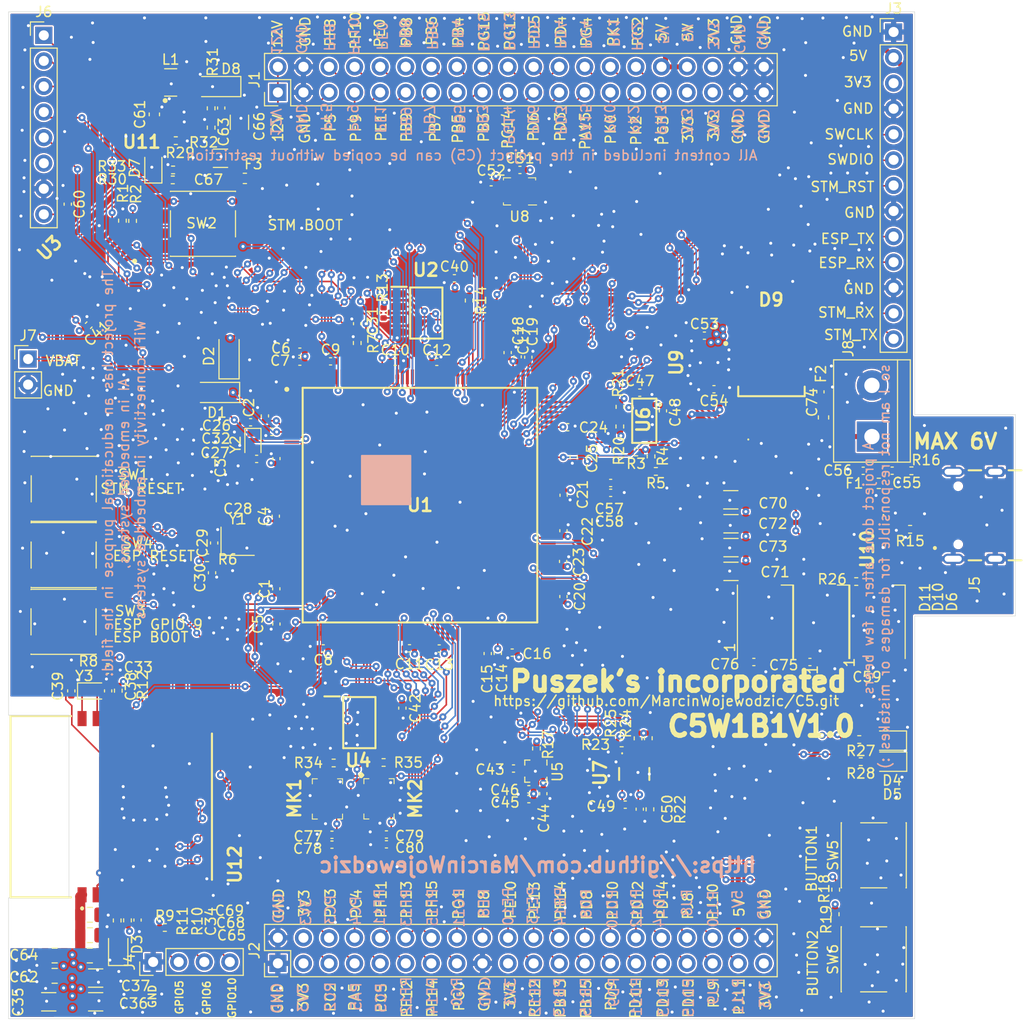
<source format=kicad_pcb>
(kicad_pcb (version 20171130) (host pcbnew "(5.1.12)-1")
  (layers (0 F.Cu signal) (1 In1.Cu signal) (2 In2.Cu signal) (31 B.Cu signal) (34 B.Paste user) (35 F.Paste user) (36 B.SilkS user) (37 F.SilkS user) (38 B.Mask user) (39 F.Mask user) (44 Edge.Cuts user))
  (net 0 "")
  (net 1 GND)
  (net 2 +3V3)
  (net 3 /uC/VCAP3)
  (net 4 "Net-(C15-Pad2)")
  (net 5 "Net-(C25-Pad1)")
  (net 6 FLASH_NCS)
  (net 7 FRAM_SCK)
  (net 8 FRAM_CS)
  (net 9 FRAM_MISO)
  (net 10 FRAM_MOSI)
  (net 11 ISM330_INT2)
  (net 12 ISM330_INT1)
  (net 13 ISM330_CS)
  (net 14 ISM330_MOSI)
  (net 15 ISM330_MISO)
  (net 16 ISM330_SCK)
  (net 17 SWCLK)
  (net 18 SWDIO)
  (net 19 VL53_SCL)
  (net 20 VL53_SDA)
  (net 21 VL53_EN)
  (net 22 VL53_INT)
  (net 23 LSM303_INT2)
  (net 24 LSM303_INT1)
  (net 25 LSM303_INT_MAG)
  (net 26 PSRAM_NCS)
  (net 27 PSAM_SCK)
  (net 28 PSRAM_IO0)
  (net 29 PSRAM_IO1)
  (net 30 PSRAM_IO2)
  (net 31 PSRAM_IO3)
  (net 32 FLASH_SCK)
  (net 33 FLASH_IO3)
  (net 34 FLASH_IO2)
  (net 35 FLASH_IO1)
  (net 36 FLASH_IO0)
  (net 37 +5V)
  (net 38 "Net-(C28-Pad2)")
  (net 39 "Net-(C27-Pad1)")
  (net 40 "Net-(C29-Pad1)")
  (net 41 "Net-(C31-Pad1)")
  (net 42 "Net-(R1-Pad1)")
  (net 43 "Net-(R4-Pad2)")
  (net 44 "Net-(U1-Pad15)")
  (net 45 SSD1331_CS)
  (net 46 SSD1331_MOSI)
  (net 47 "Net-(U1-Pad4)")
  (net 48 SSD1331_RES)
  (net 49 SSD1331_DC)
  (net 50 SSD1331_SCK)
  (net 51 "Net-(C32-Pad1)")
  (net 52 VBAT)
  (net 53 PD8)
  (net 54 PD9)
  (net 55 PD10)
  (net 56 PK2)
  (net 57 PG2)
  (net 58 PG3)
  (net 59 PG4)
  (net 60 PE1)
  (net 61 PE0)
  (net 62 PB9)
  (net 63 PB8)
  (net 64 PB7)
  (net 65 PB6)
  (net 66 PB5)
  (net 67 PB4)
  (net 68 PB3)
  (net 69 PG15)
  (net 70 PG14)
  (net 71 PG13)
  (net 72 PD6)
  (net 73 PD5)
  (net 74 PD4)
  (net 75 PD3)
  (net 76 PA15)
  (net 77 STM_NRS)
  (net 78 ESP_RST)
  (net 79 STM_ESP_PIN2)
  (net 80 ESP_TX)
  (net 81 ESP_RX)
  (net 82 DBG_TX)
  (net 83 DBG_RX)
  (net 84 STM_ESP_PIN1)
  (net 85 PF5)
  (net 86 PF10)
  (net 87 PF9)
  (net 88 PF8)
  (net 89 PC2)
  (net 90 PC3)
  (net 91 PC4)
  (net 92 PC5)
  (net 93 PF11)
  (net 94 PF12)
  (net 95 PF13)
  (net 96 PF14)
  (net 97 PF15)
  (net 98 PG0)
  (net 99 PG1)
  (net 100 PE8)
  (net 101 PE10)
  (net 102 PE12)
  (net 103 PE13)
  (net 104 STM_DBG_RX)
  (net 105 STM_DBG_TX)
  (net 106 "Net-(R13-Pad2)")
  (net 107 "Net-(R14-Pad2)")
  (net 108 "Net-(C43-Pad1)")
  (net 109 "Net-(U6-Pad8)")
  (net 110 "Net-(U8-Pad11)")
  (net 111 "Net-(U8-Pad10)")
  (net 112 "Net-(U8-Pad3)")
  (net 113 "Net-(U8-Pad2)")
  (net 114 "Net-(C33-Pad2)")
  (net 115 "Net-(C38-Pad1)")
  (net 116 "Net-(C39-Pad2)")
  (net 117 "Net-(D3-Pad2)")
  (net 118 /Power/VBUS)
  (net 119 ESP_GPIO10)
  (net 120 ESP_GPIO6)
  (net 121 ESP_GPIO5)
  (net 122 "Net-(J5-PadB8)")
  (net 123 "Net-(J5-PadA5)")
  (net 124 "Net-(J5-PadA8)")
  (net 125 "Net-(J5-PadB5)")
  (net 126 USB_D-)
  (net 127 USB_D+)
  (net 128 "Net-(R17-Pad2)")
  (net 129 PK1)
  (net 130 PK0)
  (net 131 PJ11)
  (net 132 PJ10)
  (net 133 "Net-(C26-Pad2)")
  (net 134 "Net-(R22-Pad1)")
  (net 135 "Net-(R23-Pad2)")
  (net 136 BME688_SCL)
  (net 137 BME688_SDA)
  (net 138 PJ9)
  (net 139 PJ8)
  (net 140 PB15)
  (net 141 PB14)
  (net 142 PB13)
  (net 143 PA5)
  (net 144 PD15)
  (net 145 PD14)
  (net 146 PD13)
  (net 147 PD12)
  (net 148 PD11)
  (net 149 BUTTON1)
  (net 150 BUTTON2)
  (net 151 "Net-(D4-Pad2)")
  (net 152 "Net-(D5-Pad2)")
  (net 153 "Net-(D6-Pad4)")
  (net 154 WS2812)
  (net 155 LED1)
  (net 156 LED2)
  (net 157 "Net-(C63-Pad2)")
  (net 158 "Net-(C63-Pad1)")
  (net 159 "Net-(D8-Pad2)")
  (net 160 +12V)
  (net 161 12V_EN)
  (net 162 "Net-(J6-Pad6)")
  (net 163 12V_DC_V)
  (net 164 "Net-(J5-PadA7)")
  (net 165 "Net-(J5-PadA6)")
  (net 166 "Net-(R9-Pad2)")
  (net 167 "Net-(R11-Pad2)")
  (net 168 "Net-(R12-Pad2)")
  (net 169 5V_EXT)
  (net 170 5V_USB)
  (net 171 "Net-(C74-Pad1)")
  (net 172 "Net-(U9-Pad4)")
  (net 173 "Net-(D10-Pad4)")
  (net 174 "Net-(D10-Pad2)")
  (net 175 "Net-(D11-Pad2)")
  (net 176 "Net-(MK1-Pad2)")
  (net 177 DFSDM_CLK)
  (net 178 "Net-(MK2-Pad2)")
  (net 179 DFSDM_DATA)
  (module Capacitor_SMD:C_1206_3216Metric (layer F.Cu) (at 111.75 93.21)
    (fp_text reference C73 (at 4.16 -0.1) (layer F.SilkS))
    (fp_text value 100u/10V/X5R)
    (pad 2 smd roundrect (at 1.475 0) (size 1.15 1.8) (layers F.Cu F.Paste F.Mask) (roundrect_rratio 0.2173904347826087) (net 2 +3V3))
    (pad 1 smd roundrect (at -1.475 0) (size 1.15 1.8) (layers F.Cu F.Paste F.Mask) (roundrect_rratio 0.2173904347826087) (net 1 GND))
  )
  (module Capacitor_SMD:C_1206_3216Metric (layer F.Cu) (at 111.75 90.84)
    (fp_text reference C72 (at 4.15 -0.01) (layer F.SilkS))
    (fp_text value 100u/10V/X5R)
    (pad 2 smd roundrect (at 1.475 0) (size 1.15 1.8) (layers F.Cu F.Paste F.Mask) (roundrect_rratio 0.2173904347826087) (net 2 +3V3))
    (pad 1 smd roundrect (at -1.475 0) (size 1.15 1.8) (layers F.Cu F.Paste F.Mask) (roundrect_rratio 0.2173904347826087) (net 1 GND))
  )
  (module Capacitor_SMD:C_1206_3216Metric (layer F.Cu) (at 111.75 95.57)
    (fp_text reference C71 (at 4.38 0.07) (layer F.SilkS))
    (fp_text value 100u/10V/X5R)
    (pad 2 smd roundrect (at 1.475 0) (size 1.15 1.8) (layers F.Cu F.Paste F.Mask) (roundrect_rratio 0.2173904347826087) (net 2 +3V3))
    (pad 1 smd roundrect (at -1.475 0) (size 1.15 1.8) (layers F.Cu F.Paste F.Mask) (roundrect_rratio 0.2173904347826087) (net 1 GND))
  )
  (module Capacitor_SMD:C_1206_3216Metric (layer F.Cu) (at 111.73 88.46)
    (fp_text reference C70 (at 4.2 0.35) (layer F.SilkS))
    (fp_text value 100u/10V/X5R)
    (pad 2 smd roundrect (at 1.475 0) (size 1.15 1.8) (layers F.Cu F.Paste F.Mask) (roundrect_rratio 0.2173904347826087) (net 2 +3V3))
    (pad 1 smd roundrect (at -1.475 0) (size 1.15 1.8) (layers F.Cu F.Paste F.Mask) (roundrect_rratio 0.2173904347826087) (net 1 GND))
  )
  (module Capacitor_SMD:C_0402_1005Metric (layer F.Cu) (at 72.12 121.73 180)
    (fp_text reference C77 (at 2.36 -0.16) (layer F.SilkS))
    (fp_text value 100n/16V/X5R)
    (pad 2 smd roundrect (at 0.48 0 180) (size 0.56 0.62) (layers F.Cu F.Paste F.Mask) (net 1 GND))
    (pad 1 smd roundrect (at -0.48 0 180) (size 0.56 0.62) (layers F.Cu F.Paste F.Mask) (net 2 +3V3))
  )
  (module Capacitor_SMD:C_0402_1005Metric (layer F.Cu) (at 77.53 121.7 180)
    (fp_text reference C79 (at -2.29 -0.14) (layer F.SilkS))
    (fp_text value 100n/16V/X5R)
    (pad 2 smd roundrect (at 0.48 0 180) (size 0.56 0.62) (layers F.Cu F.Paste F.Mask) (net 1 GND))
    (pad 1 smd roundrect (at -0.48 0 180) (size 0.56 0.62) (layers F.Cu F.Paste F.Mask) (net 2 +3V3))
  )
  (module Capacitor_SMD:C_0402_1005Metric (layer F.Cu) (at 119.59 104.57)
    (fp_text reference C75 (at -2.61 0.31) (layer F.SilkS))
    (fp_text value 100n/16V/X5R)
    (pad 2 smd roundrect (at 0.48 0) (size 0.56 0.62) (layers F.Cu F.Paste F.Mask) (net 1 GND))
    (pad 1 smd roundrect (at -0.48 0) (size 0.56 0.62) (layers F.Cu F.Paste F.Mask) (net 37 +5V))
  )
  (module Capacitor_SMD:C_0402_1005Metric (layer F.Cu) (at 114.02 104.57)
    (fp_text reference C76 (at -2.88 0.22) (layer F.SilkS))
    (fp_text value 100n/16V/X5R)
    (pad 2 smd roundrect (at 0.48 0) (size 0.56 0.62) (layers F.Cu F.Paste F.Mask) (net 1 GND))
    (pad 1 smd roundrect (at -0.48 0) (size 0.56 0.62) (layers F.Cu F.Paste F.Mask) (net 37 +5V))
  )
  (module Capacitor_SMD:C_0402_1005Metric (layer F.Cu) (at 72.12 122.71 180)
    (fp_text reference C78 (at 2.41 -0.4) (layer F.SilkS))
    (fp_text value 1u/16V/X5R)
    (pad 2 smd roundrect (at 0.48 0 180) (size 0.56 0.62) (layers F.Cu F.Paste F.Mask) (net 1 GND))
    (pad 1 smd roundrect (at -0.48 0 180) (size 0.56 0.62) (layers F.Cu F.Paste F.Mask) (net 2 +3V3))
  )
  (module LED_SMD:LED_WS2812B_PLCC4_5.0x5.0mm_P3.2mm (layer F.Cu) (at 115.14 100.58 90)
    (fp_text reference D11 (at 2.42 15.88 90) (layer F.SilkS))
    (fp_text value WS2812B)
    (fp_text user 1 (at -2.55 -3.49 90) (layer F.SilkS))
    (pad 1 smd rect (at -2.45 -1.6 90) (size 1.5 1) (layers F.Cu F.Paste F.Mask) (net 37 +5V))
    (pad 2 smd rect (at -2.45 1.6 90) (size 1.5 1) (layers F.Cu F.Paste F.Mask) (net 175 "Net-(D11-Pad2)"))
    (pad 4 smd rect (at 2.45 -1.6 90) (size 1.5 1) (layers F.Cu F.Paste F.Mask) (net 174 "Net-(D10-Pad2)"))
    (pad 3 smd rect (at 2.45 1.6 90) (size 1.5 1) (layers F.Cu F.Paste F.Mask) (net 1 GND))
  )
  (module Capacitor_SMD:C_0402_1005Metric (layer F.Cu) (at 77.53 122.68 180)
    (fp_text reference C80 (at -2.31 -0.33) (layer F.SilkS))
    (fp_text value 1u/16V/X5R)
    (pad 2 smd roundrect (at 0.48 0 180) (size 0.56 0.62) (layers F.Cu F.Paste F.Mask) (net 1 GND))
    (pad 1 smd roundrect (at -0.48 0 180) (size 0.56 0.62) (layers F.Cu F.Paste F.Mask) (net 2 +3V3))
  )
  (module Footprints:MP34DT05TRA (layer F.Cu) (at 71.67 118.17)
    (fp_text reference MK1 (at -3.28 -0.06 90) (layer F.SilkS) (effects (font (size 1.27 1.27) (thickness 0.254))))
    (fp_text value MP34DT05TR-A hide)
    (pad 8 smd rect (at 0 1.725 90) (size 0.35 1.3) (layers F.Cu F.Paste F.Mask) (net 1 GND))
    (pad 7 smd rect (at 0 -1.725 90) (size 0.35 1.3) (layers F.Cu F.Paste F.Mask) (net 1 GND))
    (pad 6 smd rect (at 1.225 0) (size 0.35 2.3) (layers F.Cu F.Paste F.Mask) (net 1 GND))
    (pad 5 smd rect (at -1.225 0) (size 0.35 2.3) (layers F.Cu F.Paste F.Mask) (net 1 GND))
    (pad 4 smd rect (at 0.45 -0.675) (size 0.4 0.95) (layers F.Cu F.Paste F.Mask) (net 1 GND))
    (pad 3 smd rect (at 0.45 0.675) (size 0.4 0.95) (layers F.Cu F.Paste F.Mask) (net 2 +3V3))
    (pad 2 smd rect (at -0.45 0.675) (size 0.4 0.95) (layers F.Cu F.Paste F.Mask) (net 176 "Net-(MK1-Pad2)"))
    (pad 1 smd rect (at -0.45 -0.675) (size 0.4 0.95) (layers F.Cu F.Paste F.Mask) (net 177 DFSDM_CLK))
  )
  (module Footprints:MP34DT05TRA (layer F.Cu) (at 76.79 118.16)
    (fp_text reference MK2 (at 3.6 -0.02 90) (layer F.SilkS) (effects (font (size 1.27 1.27) (thickness 0.254))))
    (fp_text value MP34DT05TR-A hide)
    (pad 8 smd rect (at 0 1.725 90) (size 0.35 1.3) (layers F.Cu F.Paste F.Mask) (net 1 GND))
    (pad 7 smd rect (at 0 -1.725 90) (size 0.35 1.3) (layers F.Cu F.Paste F.Mask) (net 1 GND))
    (pad 6 smd rect (at 1.225 0) (size 0.35 2.3) (layers F.Cu F.Paste F.Mask) (net 1 GND))
    (pad 5 smd rect (at -1.225 0) (size 0.35 2.3) (layers F.Cu F.Paste F.Mask) (net 1 GND))
    (pad 4 smd rect (at 0.45 -0.675) (size 0.4 0.95) (layers F.Cu F.Paste F.Mask) (net 2 +3V3))
    (pad 3 smd rect (at 0.45 0.675) (size 0.4 0.95) (layers F.Cu F.Paste F.Mask) (net 2 +3V3))
    (pad 2 smd rect (at -0.45 0.675) (size 0.4 0.95) (layers F.Cu F.Paste F.Mask) (net 178 "Net-(MK2-Pad2)"))
    (pad 1 smd rect (at -0.45 -0.675) (size 0.4 0.95) (layers F.Cu F.Paste F.Mask) (net 177 DFSDM_CLK))
  )
  (module Resistor_SMD:R_0402_1005Metric (layer F.Cu) (at 72.29 114.6)
    (fp_text reference R34 (at -2.51 -0.01) (layer F.SilkS))
    (fp_text value 100k/5%/0.063W)
    (pad 2 smd roundrect (at 0.51 0) (size 0.54 0.64) (layers F.Cu F.Paste F.Mask) (net 179 DFSDM_DATA))
    (pad 1 smd roundrect (at -0.51 0) (size 0.54 0.64) (layers F.Cu F.Paste F.Mask) (net 176 "Net-(MK1-Pad2)"))
  )
  (module LED_SMD:LED_WS2812B_PLCC4_5.0x5.0mm_P3.2mm (layer F.Cu) (at 120.71 100.58 90)
    (fp_text reference D10 (at 2.46 11.59 90) (layer F.SilkS))
    (fp_text value WS2812B)
    (fp_text user 1 (at -4.77 -0.85 90) (layer F.SilkS))
    (pad 1 smd rect (at -2.45 -1.6 90) (size 1.5 1) (layers F.Cu F.Paste F.Mask) (net 37 +5V))
    (pad 2 smd rect (at -2.45 1.6 90) (size 1.5 1) (layers F.Cu F.Paste F.Mask) (net 174 "Net-(D10-Pad2)"))
    (pad 4 smd rect (at 2.45 -1.6 90) (size 1.5 1) (layers F.Cu F.Paste F.Mask) (net 173 "Net-(D10-Pad4)"))
    (pad 3 smd rect (at 2.45 1.6 90) (size 1.5 1) (layers F.Cu F.Paste F.Mask) (net 1 GND))
  )
  (module Resistor_SMD:R_0402_1005Metric (layer F.Cu) (at 77.25 114.55)
    (fp_text reference R35 (at 2.46 0.01) (layer F.SilkS))
    (fp_text value 100k/5%/0.063W)
    (pad 2 smd roundrect (at 0.51 0) (size 0.54 0.64) (layers F.Cu F.Paste F.Mask) (net 179 DFSDM_DATA))
    (pad 1 smd roundrect (at -0.51 0) (size 0.54 0.64) (layers F.Cu F.Paste F.Mask) (net 178 "Net-(MK2-Pad2)"))
  )
  (module Fuse:Fuse_0603_1608Metric (layer F.Cu) (at 120.94 80.28 90)
    (fp_text reference F2 (at 4.33 -0.26 90) (layer F.SilkS))
    (fp_text value 0686F2000-01)
    (pad 2 smd roundrect (at 0.7875 0 90) (size 0.875 0.95) (layers F.Cu F.Paste F.Mask) (net 171 "Net-(C74-Pad1)"))
    (pad 1 smd roundrect (at -0.7875 0 90) (size 0.875 0.95) (layers F.Cu F.Paste F.Mask) (net 169 5V_EXT))
  )
  (module TerminalBlock:TerminalBlock_bornier-2_P5.08mm (layer F.Cu) (at 125.75 82.18 90)
    (fp_text reference J8 (at 8.74 -2.35 90) (layer F.SilkS))
    (fp_text value Conn_01x02_Male)
    (pad 2 thru_hole circle (at 5.08 0 90) (size 3 3) (drill 1.52) (layers *.Cu *.Mask) (net 1 GND))
    (pad 1 thru_hole rect (at 0 0 90) (size 3 3) (drill 1.52) (layers *.Cu *.Mask) (net 171 "Net-(C74-Pad1)"))
  )
  (module Footprints:RD3P175SNFRATL (layer F.Cu) (at 115.77 76.22)
    (fp_text reference D9 (at -0.04 -7.63) (layer F.SilkS) (effects (font (size 1.27 1.27) (thickness 0.254))))
    (fp_text value RBR10BM60AFHTL hide)
    (pad 3 smd rect (at 2.3 4.25) (size 1.6 3) (layers F.Cu F.Paste F.Mask) (net 169 5V_EXT))
    (pad 2 smd rect (at 0 -2.25) (size 6 6) (layers F.Cu F.Paste F.Mask) (net 37 +5V))
    (pad 1 smd rect (at -2.3 4.25) (size 1.6 3) (layers F.Cu F.Paste F.Mask) (net 170 5V_USB))
  )
  (module Capacitor_SMD:C_0402_1005Metric (layer F.Cu) (at 120.63 77.74 90)
    (fp_text reference C74 (at -1.04 -0.83 90) (layer F.SilkS))
    (fp_text value 10u/6.3V/X5R)
    (pad 2 smd roundrect (at 0.48 0 90) (size 0.56 0.62) (layers F.Cu F.Paste F.Mask) (net 1 GND))
    (pad 1 smd roundrect (at -0.48 0 90) (size 0.56 0.62) (layers F.Cu F.Paste F.Mask) (net 171 "Net-(C74-Pad1)"))
  )
  (module Footprints:SON95P300X300X100-7N-D (layer F.Cu) (at 109.58 74.84 270)
    (fp_text reference U9 (at -0.01 3.27 90) (layer F.SilkS) (effects (font (size 1.27 1.27) (thickness 0.254))))
    (fp_text value LD39200PU33R hide)
    (pad 7 smd rect (at 0 0 270) (size 1.75 2.5) (layers F.Cu F.Paste F.Mask) (net 1 GND))
    (pad 6 smd rect (at 1.5 -0.95) (size 0.4 0.8) (layers F.Cu F.Paste F.Mask) (net 37 +5V))
    (pad 5 smd rect (at 1.5 0) (size 0.4 0.8) (layers F.Cu F.Paste F.Mask) (net 37 +5V))
    (pad 4 smd rect (at 1.5 0.95) (size 0.4 0.8) (layers F.Cu F.Paste F.Mask) (net 172 "Net-(U9-Pad4)"))
    (pad 3 smd rect (at -1.5 0.95) (size 0.4 0.8) (layers F.Cu F.Paste F.Mask) (net 1 GND))
    (pad 2 smd rect (at -1.5 0) (size 0.4 0.8) (layers F.Cu F.Paste F.Mask) (net 2 +3V3))
    (pad 1 smd rect (at -1.5 -0.95) (size 0.4 0.8) (layers F.Cu F.Paste F.Mask) (net 2 +3V3))
  )
  (module Capacitor_SMD:C_0402_1005Metric (layer F.Cu) (at 110.06 77.48 180)
    (fp_text reference C54 (at 0 -1.16) (layer F.SilkS))
    (fp_text value 10u/6.3V/X5R)
    (pad 2 smd roundrect (at 0.48 0 180) (size 0.56 0.62) (layers F.Cu F.Paste F.Mask) (net 1 GND))
    (pad 1 smd roundrect (at -0.48 0 180) (size 0.56 0.62) (layers F.Cu F.Paste F.Mask) (net 37 +5V))
  )
  (module Capacitor_SMD:C_0402_1005Metric (layer F.Cu) (at 109.11 72.16)
    (fp_text reference C53 (at 0 -1.16) (layer F.SilkS))
    (fp_text value 10u/6.3V/X5R)
    (pad 2 smd roundrect (at 0.48 0) (size 0.56 0.62) (layers F.Cu F.Paste F.Mask) (net 2 +3V3))
    (pad 1 smd roundrect (at -0.48 0) (size 0.56 0.62) (layers F.Cu F.Paste F.Mask) (net 1 GND))
  )
  (module Resistor_SMD:R_0402_1005Metric (layer F.Cu) (at 50.79 130.24 90)
    (fp_text reference R11 (at -0.06 6.49 90) (layer F.SilkS))
    (fp_text value 10k/5%/0.063W)
    (pad 2 smd roundrect (at 0.51 0 90) (size 0.54 0.64) (layers F.Cu F.Paste F.Mask) (net 167 "Net-(R11-Pad2)"))
    (pad 1 smd roundrect (at -0.51 0 90) (size 0.54 0.64) (layers F.Cu F.Paste F.Mask) (net 117 "Net-(D3-Pad2)"))
  )
  (module Resistor_SMD:R_0402_1005Metric (layer F.Cu) (at 51.81 130.23 90)
    (fp_text reference R10 (at -0.09 6.94 90) (layer F.SilkS))
    (fp_text value 10k/5%/0.063W)
    (pad 2 smd roundrect (at 0.51 0 90) (size 0.54 0.64) (layers F.Cu F.Paste F.Mask) (net 78 ESP_RST))
    (pad 1 smd roundrect (at -0.51 0 90) (size 0.54 0.64) (layers F.Cu F.Paste F.Mask) (net 2 +3V3))
  )
  (module Connector_PinHeader_2.54mm:PinHeader_1x04_P2.54mm_Vertical (layer F.Cu) (at 54.36 134.36 90)
    (fp_text reference J4 (at 0 -2.33 90) (layer F.SilkS))
    (fp_text value Conn_01x04)
    (pad 4 thru_hole oval (at 0 7.62 90) (size 1.7 1.7) (drill 1) (layers *.Cu *.Mask) (net 119 ESP_GPIO10))
    (pad 3 thru_hole oval (at 0 5.08 90) (size 1.7 1.7) (drill 1) (layers *.Cu *.Mask) (net 120 ESP_GPIO6))
    (pad 2 thru_hole oval (at 0 2.54 90) (size 1.7 1.7) (drill 1) (layers *.Cu *.Mask) (net 121 ESP_GPIO5))
    (pad 1 thru_hole rect (at 0 0 90) (size 1.7 1.7) (drill 1) (layers *.Cu *.Mask) (net 1 GND))
  )
  (module LED_SMD:LED_0805_2012Metric (layer F.Cu) (at 50.89 133.03 90)
    (fp_text reference D3 (at 0.41 1.87 90) (layer F.SilkS))
    (fp_text value LED)
    (pad 2 smd roundrect (at 0.9375 0 90) (size 0.975 1.4) (layers F.Cu F.Paste F.Mask) (net 117 "Net-(D3-Pad2)"))
    (pad 1 smd roundrect (at -0.9375 0 90) (size 0.975 1.4) (layers F.Cu F.Paste F.Mask) (net 1 GND))
  )
  (module Capacitor_SMD:C_0402_1005Metric (layer F.Cu) (at 52.81 130.2 90)
    (fp_text reference C34 (at -0.14 7.28 90) (layer F.SilkS))
    (fp_text value 100n/16V/X5R)
    (pad 2 smd roundrect (at 0.48 0 90) (size 0.56 0.62) (layers F.Cu F.Paste F.Mask) (net 78 ESP_RST))
    (pad 1 smd roundrect (at -0.48 0 90) (size 0.56 0.62) (layers F.Cu F.Paste F.Mask) (net 1 GND))
  )
  (module Footprints:ESP32C3WROOM02N4 (layer F.Cu) (at 53.5 117.98 90)
    (fp_text reference U12 (at -6.69 8.98 90) (layer F.SilkS) (effects (font (size 1.27 1.27) (thickness 0.254))))
    (fp_text value ESP32-C3-WROOM-02-N4 hide)
    (pad 27 smd rect (at 1.1 1.1 180) (size 0.7 0.7) (layers F.Cu F.Paste F.Mask) (net 1 GND))
    (pad 26 smd rect (at 0 1.1 180) (size 0.7 0.7) (layers F.Cu F.Paste F.Mask) (net 1 GND))
    (pad 25 smd rect (at -1.1 1.1 180) (size 0.7 0.7) (layers F.Cu F.Paste F.Mask) (net 1 GND))
    (pad 24 smd rect (at -1.1 0 180) (size 0.7 0.7) (layers F.Cu F.Paste F.Mask) (net 1 GND))
    (pad 23 smd rect (at -1.1 -1.1 180) (size 0.7 0.7) (layers F.Cu F.Paste F.Mask) (net 1 GND))
    (pad 22 smd rect (at 0 -1.1 180) (size 0.7 0.7) (layers F.Cu F.Paste F.Mask) (net 1 GND))
    (pad 21 smd rect (at 1.1 -1.1 180) (size 0.7 0.7) (layers F.Cu F.Paste F.Mask) (net 1 GND))
    (pad 20 smd rect (at 1.1 0 180) (size 0.7 0.7) (layers F.Cu F.Paste F.Mask) (net 1 GND))
    (pad 19 smd rect (at 0 0 180) (size 0.7 0.7) (layers F.Cu F.Paste F.Mask) (net 1 GND))
    (pad 18 smd rect (at 7.79 -6.2 180) (size 0.9 1.5) (layers F.Cu F.Paste F.Mask) (net 116 "Net-(C39-Pad2)"))
    (pad 17 smd rect (at 7.79 -4.7 180) (size 0.9 1.5) (layers F.Cu F.Paste F.Mask) (net 115 "Net-(C38-Pad1)"))
    (pad 16 smd rect (at 7.79 -3.2 180) (size 0.9 1.5) (layers F.Cu F.Paste F.Mask) (net 168 "Net-(R12-Pad2)"))
    (pad 15 smd rect (at 7.79 -1.7 180) (size 0.9 1.5) (layers F.Cu F.Paste F.Mask) (net 79 STM_ESP_PIN2))
    (pad 14 smd rect (at 7.79 -0.2 180) (size 0.9 1.5) (layers F.Cu F.Paste F.Mask) (net 80 ESP_TX))
    (pad 13 smd rect (at 7.79 1.3 180) (size 0.9 1.5) (layers F.Cu F.Paste F.Mask) (net 81 ESP_RX))
    (pad 12 smd rect (at 7.79 2.8 180) (size 0.9 1.5) (layers F.Cu F.Paste F.Mask) (net 82 DBG_TX))
    (pad 11 smd rect (at 7.79 4.3 180) (size 0.9 1.5) (layers F.Cu F.Paste F.Mask) (net 83 DBG_RX))
    (pad 10 smd rect (at 7.79 5.8 180) (size 0.9 1.5) (layers F.Cu F.Paste F.Mask) (net 119 ESP_GPIO10))
    (pad 9 smd rect (at -9.71 5.8 180) (size 0.9 1.5) (layers F.Cu F.Paste F.Mask) (net 1 GND))
    (pad 8 smd rect (at -9.71 4.3 180) (size 0.9 1.5) (layers F.Cu F.Paste F.Mask) (net 114 "Net-(C33-Pad2)"))
    (pad 7 smd rect (at -9.71 2.8 180) (size 0.9 1.5) (layers F.Cu F.Paste F.Mask) (net 166 "Net-(R9-Pad2)"))
    (pad 6 smd rect (at -9.71 1.3 180) (size 0.9 1.5) (layers F.Cu F.Paste F.Mask) (net 84 STM_ESP_PIN1))
    (pad 5 smd rect (at -9.71 -0.2 180) (size 0.9 1.5) (layers F.Cu F.Paste F.Mask) (net 120 ESP_GPIO6))
    (pad 4 smd rect (at -9.71 -1.7 180) (size 0.9 1.5) (layers F.Cu F.Paste F.Mask) (net 121 ESP_GPIO5))
    (pad 3 smd rect (at -9.71 -3.2 180) (size 0.9 1.5) (layers F.Cu F.Paste F.Mask) (net 167 "Net-(R11-Pad2)"))
    (pad 2 smd rect (at -9.71 -4.7 180) (size 0.9 1.5) (layers F.Cu F.Paste F.Mask) (net 78 ESP_RST))
    (pad 1 smd rect (at -9.71 -6.2 180) (size 0.9 1.5) (layers F.Cu F.Paste F.Mask) (net 2 +3V3))
  )
  (module Capacitor_SMD:C_0805_2012Metric (layer F.Cu) (at 48.07 129.68 180)
    (fp_text reference C69 (at -13.87 0.41) (layer F.SilkS))
    (fp_text value 47u/10V/X5R)
    (pad 2 smd roundrect (at 0.95 0 180) (size 1 1.45) (layers F.Cu F.Paste F.Mask) (net 2 +3V3))
    (pad 1 smd roundrect (at -0.95 0 180) (size 1 1.45) (layers F.Cu F.Paste F.Mask) (net 1 GND))
  )
  (module Capacitor_SMD:C_0805_2012Metric (layer F.Cu) (at 48.07 131.7 180)
    (fp_text reference C68 (at -13.98 1.23) (layer F.SilkS))
    (fp_text value 47u/10V/X5R)
    (pad 2 smd roundrect (at 0.95 0 180) (size 1 1.45) (layers F.Cu F.Paste F.Mask) (net 2 +3V3))
    (pad 1 smd roundrect (at -0.95 0 180) (size 1 1.45) (layers F.Cu F.Paste F.Mask) (net 1 GND))
  )
  (module Capacitor_SMD:C_0805_2012Metric (layer F.Cu) (at 48.07 133.72 180)
    (fp_text reference C65 (at -14.08 2) (layer F.SilkS))
    (fp_text value 47u/10V/X5R)
    (pad 2 smd roundrect (at 0.95 0 180) (size 1 1.45) (layers F.Cu F.Paste F.Mask) (net 2 +3V3))
    (pad 1 smd roundrect (at -0.95 0 180) (size 1 1.45) (layers F.Cu F.Paste F.Mask) (net 1 GND))
  )
  (module Capacitor_SMD:C_0805_2012Metric (layer F.Cu) (at 44.58 133.72)
    (fp_text reference C64 (at -3.06 -0.05) (layer F.SilkS))
    (fp_text value 47u/10V/X5R)
    (pad 2 smd roundrect (at 0.95 0) (size 1 1.45) (layers F.Cu F.Paste F.Mask) (net 2 +3V3))
    (pad 1 smd roundrect (at -0.95 0) (size 1 1.45) (layers F.Cu F.Paste F.Mask) (net 1 GND))
  )
  (module Capacitor_SMD:C_0805_2012Metric (layer F.Cu) (at 44.58 135.74)
    (fp_text reference C62 (at -3.08 0.12) (layer F.SilkS))
    (fp_text value 47u/10V/X5R)
    (pad 2 smd roundrect (at 0.95 0) (size 1 1.45) (layers F.Cu F.Paste F.Mask) (net 2 +3V3))
    (pad 1 smd roundrect (at -0.95 0) (size 1 1.45) (layers F.Cu F.Paste F.Mask) (net 1 GND))
  )
  (module Capacitor_SMD:C_1206_3216Metric (layer F.Cu) (at 48.65 135.96 180)
    (fp_text reference C37 (at -3.96 -0.78) (layer F.SilkS))
    (fp_text value 100u/10V/X5R)
    (pad 2 smd roundrect (at 1.475 0 180) (size 1.15 1.8) (layers F.Cu F.Paste F.Mask) (roundrect_rratio 0.2173904347826087) (net 2 +3V3))
    (pad 1 smd roundrect (at -1.475 0 180) (size 1.15 1.8) (layers F.Cu F.Paste F.Mask) (roundrect_rratio 0.2173904347826087) (net 1 GND))
  )
  (module Capacitor_SMD:C_1206_3216Metric (layer F.Cu) (at 48.65 138.32 180)
    (fp_text reference C36 (at -3.75 -0.16) (layer F.SilkS))
    (fp_text value 100u/10V/X5R)
    (pad 2 smd roundrect (at 1.475 0 180) (size 1.15 1.8) (layers F.Cu F.Paste F.Mask) (roundrect_rratio 0.2173904347826087) (net 2 +3V3))
    (pad 1 smd roundrect (at -1.475 0 180) (size 1.15 1.8) (layers F.Cu F.Paste F.Mask) (roundrect_rratio 0.2173904347826087) (net 1 GND))
  )
  (module Capacitor_SMD:C_1206_3216Metric (layer F.Cu) (at 43.99 138.32)
    (fp_text reference C35 (at -3.04 0.03 90) (layer F.SilkS))
    (fp_text value 100u/10V/X5R)
    (pad 2 smd roundrect (at 1.475 0) (size 1.15 1.8) (layers F.Cu F.Paste F.Mask) (roundrect_rratio 0.2173904347826087) (net 2 +3V3))
    (pad 1 smd roundrect (at -1.475 0) (size 1.15 1.8) (layers F.Cu F.Paste F.Mask) (roundrect_rratio 0.2173904347826087) (net 1 GND))
  )
  (module Inductor_SMD:L_1210_3225Metric (layer F.Cu) (at 56.1 47.01)
    (fp_text reference L1 (at 0 -2.28) (layer F.SilkS))
    (fp_text value CBC3225T470MR)
    (pad 2 smd roundrect (at 1.4 0) (size 1.25 2.65) (layers F.Cu F.Paste F.Mask) (roundrect_rratio 0.2) (net 159 "Net-(D8-Pad2)"))
    (pad 1 smd roundrect (at -1.4 0) (size 1.25 2.65) (layers F.Cu F.Paste F.Mask) (roundrect_rratio 0.2) (net 37 +5V))
  )
  (module Connector_PinHeader_2.54mm:PinHeader_1x08_P2.54mm_Vertical (layer F.Cu) (at 43.5 42.33)
    (fp_text reference J6 (at 0 -2.33) (layer F.SilkS))
    (fp_text value Conn_01x08_Male)
    (pad 8 thru_hole oval (at 0 17.78) (size 1.7 1.7) (drill 1) (layers *.Cu *.Mask) (net 2 +3V3))
    (pad 7 thru_hole oval (at 0 15.24) (size 1.7 1.7) (drill 1) (layers *.Cu *.Mask) (net 1 GND))
    (pad 6 thru_hole oval (at 0 12.7) (size 1.7 1.7) (drill 1) (layers *.Cu *.Mask) (net 162 "Net-(J6-Pad6)"))
    (pad 5 thru_hole oval (at 0 10.16) (size 1.7 1.7) (drill 1) (layers *.Cu *.Mask) (net 46 SSD1331_MOSI))
    (pad 4 thru_hole oval (at 0 7.62) (size 1.7 1.7) (drill 1) (layers *.Cu *.Mask) (net 50 SSD1331_SCK))
    (pad 3 thru_hole oval (at 0 5.08) (size 1.7 1.7) (drill 1) (layers *.Cu *.Mask) (net 45 SSD1331_CS))
    (pad 2 thru_hole oval (at 0 2.54) (size 1.7 1.7) (drill 1) (layers *.Cu *.Mask) (net 49 SSD1331_DC))
    (pad 1 thru_hole rect (at 0 0) (size 1.7 1.7) (drill 1) (layers *.Cu *.Mask) (net 48 SSD1331_RES))
  )
  (module Resistor_SMD:R_0402_1005Metric (layer F.Cu) (at 56.34 55.7)
    (fp_text reference R33 (at -6.08 -0.36) (layer F.SilkS))
    (fp_text value 3.3K/5%/0.063W)
    (pad 2 smd roundrect (at 0.51 0) (size 0.54 0.64) (layers F.Cu F.Paste F.Mask) (net 163 12V_DC_V))
    (pad 1 smd roundrect (at -0.51 0) (size 0.54 0.64) (layers F.Cu F.Paste F.Mask) (net 1 GND))
  )
  (module Capacitor_SMD:C_0402_1005Metric (layer F.Cu) (at 45.88 59.1 270)
    (fp_text reference C60 (at 0 -1.16 90) (layer F.SilkS))
    (fp_text value 100n/16V/X5R)
    (pad 2 smd roundrect (at 0.48 0 270) (size 0.56 0.62) (layers F.Cu F.Paste F.Mask) (net 2 +3V3))
    (pad 1 smd roundrect (at -0.48 0 270) (size 0.56 0.62) (layers F.Cu F.Paste F.Mask) (net 1 GND))
  )
  (module Connector_PinHeader_2.54mm:PinHeader_1x02_P2.54mm_Vertical (layer F.Cu) (at 41.94 74.48)
    (fp_text reference J7 (at 0 -2.33) (layer F.SilkS))
    (fp_text value Conn_01x02_Male)
    (pad 2 thru_hole oval (at 0 2.54) (size 1.7 1.7) (drill 1) (layers *.Cu *.Mask) (net 1 GND))
    (pad 1 thru_hole rect (at 0 0) (size 1.7 1.7) (drill 1) (layers *.Cu *.Mask) (net 52 VBAT))
  )
  (module Connector_PinHeader_2.54mm:PinHeader_2x20_P2.54mm_Vertical (layer F.Cu) (at 66.75 48 90)
    (fp_text reference J1 (at 1.27 -2.33 90) (layer F.SilkS))
    (fp_text value Conn_02x20_Counter_Clockwise)
    (pad 40 thru_hole oval (at 2.54 48.26 90) (size 1.7 1.7) (drill 1) (layers *.Cu *.Mask) (net 1 GND))
    (pad 39 thru_hole oval (at 0 48.26 90) (size 1.7 1.7) (drill 1) (layers *.Cu *.Mask) (net 1 GND))
    (pad 38 thru_hole oval (at 2.54 45.72 90) (size 1.7 1.7) (drill 1) (layers *.Cu *.Mask) (net 1 GND))
    (pad 37 thru_hole oval (at 0 45.72 90) (size 1.7 1.7) (drill 1) (layers *.Cu *.Mask) (net 1 GND))
    (pad 36 thru_hole oval (at 2.54 43.18 90) (size 1.7 1.7) (drill 1) (layers *.Cu *.Mask) (net 2 +3V3))
    (pad 35 thru_hole oval (at 0 43.18 90) (size 1.7 1.7) (drill 1) (layers *.Cu *.Mask) (net 2 +3V3))
    (pad 34 thru_hole oval (at 2.54 40.64 90) (size 1.7 1.7) (drill 1) (layers *.Cu *.Mask) (net 37 +5V))
    (pad 33 thru_hole oval (at 0 40.64 90) (size 1.7 1.7) (drill 1) (layers *.Cu *.Mask) (net 2 +3V3))
    (pad 32 thru_hole oval (at 2.54 38.1 90) (size 1.7 1.7) (drill 1) (layers *.Cu *.Mask) (net 37 +5V))
    (pad 31 thru_hole oval (at 0 38.1 90) (size 1.7 1.7) (drill 1) (layers *.Cu *.Mask) (net 58 PG3))
    (pad 30 thru_hole oval (at 2.54 35.56 90) (size 1.7 1.7) (drill 1) (layers *.Cu *.Mask) (net 57 PG2))
    (pad 29 thru_hole oval (at 0 35.56 90) (size 1.7 1.7) (drill 1) (layers *.Cu *.Mask) (net 56 PK2))
    (pad 28 thru_hole oval (at 2.54 33.02 90) (size 1.7 1.7) (drill 1) (layers *.Cu *.Mask) (net 129 PK1))
    (pad 27 thru_hole oval (at 0 33.02 90) (size 1.7 1.7) (drill 1) (layers *.Cu *.Mask) (net 130 PK0))
    (pad 26 thru_hole oval (at 2.54 30.48 90) (size 1.7 1.7) (drill 1) (layers *.Cu *.Mask) (net 59 PG4))
    (pad 25 thru_hole oval (at 0 30.48 90) (size 1.7 1.7) (drill 1) (layers *.Cu *.Mask) (net 76 PA15))
    (pad 24 thru_hole oval (at 2.54 27.94 90) (size 1.7 1.7) (drill 1) (layers *.Cu *.Mask) (net 74 PD4))
    (pad 23 thru_hole oval (at 0 27.94 90) (size 1.7 1.7) (drill 1) (layers *.Cu *.Mask) (net 75 PD3))
    (pad 22 thru_hole oval (at 2.54 25.4 90) (size 1.7 1.7) (drill 1) (layers *.Cu *.Mask) (net 73 PD5))
    (pad 21 thru_hole oval (at 0 25.4 90) (size 1.7 1.7) (drill 1) (layers *.Cu *.Mask) (net 72 PD6))
    (pad 20 thru_hole oval (at 2.54 22.86 90) (size 1.7 1.7) (drill 1) (layers *.Cu *.Mask) (net 71 PG13))
    (pad 19 thru_hole oval (at 0 22.86 90) (size 1.7 1.7) (drill 1) (layers *.Cu *.Mask) (net 70 PG14))
    (pad 18 thru_hole oval (at 2.54 20.32 90) (size 1.7 1.7) (drill 1) (layers *.Cu *.Mask) (net 69 PG15))
    (pad 17 thru_hole oval (at 0 20.32 90) (size 1.7 1.7) (drill 1) (layers *.Cu *.Mask) (net 68 PB3))
    (pad 16 thru_hole oval (at 2.54 17.78 90) (size 1.7 1.7) (drill 1) (layers *.Cu *.Mask) (net 67 PB4))
    (pad 15 thru_hole oval (at 0 17.78 90) (size 1.7 1.7) (drill 1) (layers *.Cu *.Mask) (net 66 PB5))
    (pad 14 thru_hole oval (at 2.54 15.24 90) (size 1.7 1.7) (drill 1) (layers *.Cu *.Mask) (net 65 PB6))
    (pad 13 thru_hole oval (at 0 15.24 90) (size 1.7 1.7) (drill 1) (layers *.Cu *.Mask) (net 64 PB7))
    (pad 12 thru_hole oval (at 2.54 12.7 90) (size 1.7 1.7) (drill 1) (layers *.Cu *.Mask) (net 63 PB8))
    (pad 11 thru_hole oval (at 0 12.7 90) (size 1.7 1.7) (drill 1) (layers *.Cu *.Mask) (net 62 PB9))
    (pad 10 thru_hole oval (at 2.54 10.16 90) (size 1.7 1.7) (drill 1) (layers *.Cu *.Mask) (net 61 PE0))
    (pad 9 thru_hole oval (at 0 10.16 90) (size 1.7 1.7) (drill 1) (layers *.Cu *.Mask) (net 60 PE1))
    (pad 8 thru_hole oval (at 2.54 7.62 90) (size 1.7 1.7) (drill 1) (layers *.Cu *.Mask) (net 86 PF10))
    (pad 7 thru_hole oval (at 0 7.62 90) (size 1.7 1.7) (drill 1) (layers *.Cu *.Mask) (net 87 PF9))
    (pad 6 thru_hole oval (at 2.54 5.08 90) (size 1.7 1.7) (drill 1) (layers *.Cu *.Mask) (net 88 PF8))
    (pad 5 thru_hole oval (at 0 5.08 90) (size 1.7 1.7) (drill 1) (layers *.Cu *.Mask) (net 85 PF5))
    (pad 4 thru_hole oval (at 2.54 2.54 90) (size 1.7 1.7) (drill 1) (layers *.Cu *.Mask) (net 1 GND))
    (pad 3 thru_hole oval (at 0 2.54 90) (size 1.7 1.7) (drill 1) (layers *.Cu *.Mask) (net 1 GND))
    (pad 2 thru_hole oval (at 2.54 0 90) (size 1.7 1.7) (drill 1) (layers *.Cu *.Mask) (net 160 +12V))
    (pad 1 thru_hole rect (at 0 0 90) (size 1.7 1.7) (drill 1) (layers *.Cu *.Mask) (net 160 +12V))
  )
  (module Resistor_SMD:R_0402_1005Metric (layer F.Cu) (at 56.31 56.69)
    (fp_text reference R30 (at -6 -0.06) (layer F.SilkS))
    (fp_text value 10K/5%/0.063W)
    (pad 2 smd roundrect (at 0.51 0) (size 0.54 0.64) (layers F.Cu F.Paste F.Mask) (net 160 +12V))
    (pad 1 smd roundrect (at -0.51 0) (size 0.54 0.64) (layers F.Cu F.Paste F.Mask) (net 163 12V_DC_V))
  )
  (module Resistor_SMD:R_0402_1005Metric (layer F.Cu) (at 56.61 52.79)
    (fp_text reference R29 (at 0.43 1.21) (layer F.SilkS))
    (fp_text value 10K/5%/0.063W)
    (pad 2 smd roundrect (at 0.51 0) (size 0.54 0.64) (layers F.Cu F.Paste F.Mask) (net 1 GND))
    (pad 1 smd roundrect (at -0.51 0) (size 0.54 0.64) (layers F.Cu F.Paste F.Mask) (net 161 12V_EN))
  )
  (module Diode_SMD:D_SOD-323 (layer F.Cu) (at 54.38 55.5 90)
    (fp_text reference D7 (at 0 -1.85 90) (layer F.SilkS))
    (fp_text value BZX384B3V3-E3-08)
    (pad 2 smd rect (at 1.05 0 90) (size 0.6 0.45) (layers F.Cu F.Paste F.Mask) (net 1 GND))
    (pad 1 smd rect (at -1.05 0 90) (size 0.6 0.45) (layers F.Cu F.Paste F.Mask) (net 163 12V_DC_V))
  )
  (module Button_Switch_SMD:SW_Push_1P1T_NO_6x6mm_H9.5mm (layer F.Cu) (at 45.48 87.37)
    (fp_text reference SW1 (at 6.92 -1.43) (layer F.SilkS))
    (fp_text value SW_Push_Dual)
    (pad 2 smd rect (at 3.975 2.25) (size 1.55 1.3) (layers F.Cu F.Paste F.Mask) (net 77 STM_NRS))
    (pad 1 smd rect (at 3.975 -2.25) (size 1.55 1.3) (layers F.Cu F.Paste F.Mask) (net 1 GND))
    (pad 1 smd rect (at -3.975 -2.25) (size 1.55 1.3) (layers F.Cu F.Paste F.Mask) (net 1 GND))
    (pad 2 smd rect (at -3.975 2.25) (size 1.55 1.3) (layers F.Cu F.Paste F.Mask) (net 77 STM_NRS))
  )
  (module Capacitor_SMD:C_1206_3216Metric (layer F.Cu) (at 62.93 50.97 90)
    (fp_text reference C66 (at -0.41 1.97 90) (layer F.SilkS))
    (fp_text value 10u/25V/X5R)
    (pad 2 smd roundrect (at 1.475 0 90) (size 1.15 1.8) (layers F.Cu F.Paste F.Mask) (roundrect_rratio 0.2173904347826087) (net 1 GND))
    (pad 1 smd roundrect (at -1.475 0 90) (size 1.15 1.8) (layers F.Cu F.Paste F.Mask) (roundrect_rratio 0.2173904347826087) (net 157 "Net-(C63-Pad2)"))
  )
  (module Fuse:Fuse_0603_1608Metric (layer F.Cu) (at 63.47 56.54 180)
    (fp_text reference F3 (at -0.84 1.42) (layer F.SilkS))
    (fp_text value SF-0603FP015F-2)
    (pad 2 smd roundrect (at 0.7875 0 180) (size 0.875 0.95) (layers F.Cu F.Paste F.Mask) (net 157 "Net-(C63-Pad2)"))
    (pad 1 smd roundrect (at -0.7875 0 180) (size 0.875 0.95) (layers F.Cu F.Paste F.Mask) (net 160 +12V))
  )
  (module Capacitor_SMD:C_1206_3216Metric (layer F.Cu) (at 61.05 54.54 180)
    (fp_text reference C67 (at 1.2 -2.12) (layer F.SilkS))
    (fp_text value 10u/25V/X5R)
    (pad 2 smd roundrect (at 1.475 0 180) (size 1.15 1.8) (layers F.Cu F.Paste F.Mask) (roundrect_rratio 0.2173904347826087) (net 1 GND))
    (pad 1 smd roundrect (at -1.475 0 180) (size 1.15 1.8) (layers F.Cu F.Paste F.Mask) (roundrect_rratio 0.2173904347826087) (net 157 "Net-(C63-Pad2)"))
  )
  (module Resistor_SMD:R_0402_1005Metric (layer F.Cu) (at 60.12 51.5 90)
    (fp_text reference R32 (at -1.46 -0.74 180) (layer F.SilkS))
    (fp_text value 10K/5%/0.063W)
    (pad 2 smd roundrect (at 0.51 0 90) (size 0.54 0.64) (layers F.Cu F.Paste F.Mask) (net 1 GND))
    (pad 1 smd roundrect (at -0.51 0 90) (size 0.54 0.64) (layers F.Cu F.Paste F.Mask) (net 158 "Net-(C63-Pad1)"))
  )
  (module Resistor_SMD:R_0402_1005Metric (layer F.Cu) (at 60.12 49.58 270)
    (fp_text reference R31 (at -4.61 -0.15 270) (layer F.SilkS))
    (fp_text value 85.6K/5%/0.063W)
    (pad 2 smd roundrect (at 0.51 0 270) (size 0.54 0.64) (layers F.Cu F.Paste F.Mask) (net 158 "Net-(C63-Pad1)"))
    (pad 1 smd roundrect (at -0.51 0 270) (size 0.54 0.64) (layers F.Cu F.Paste F.Mask) (net 157 "Net-(C63-Pad2)"))
  )
  (module Footprints:SON95P300X300X80-7N (layer F.Cu) (at 57.43 50.46)
    (fp_text reference U11 (at -4.21 2.45) (layer F.SilkS) (effects (font (size 1.27 1.27) (thickness 0.254))))
    (fp_text value LMR62421XSD_NOPB hide)
    (pad 7 smd rect (at 0 0) (size 1.7 2.2) (layers F.Cu F.Paste F.Mask) (net 1 GND))
    (pad 6 smd rect (at 1.45 -0.95 90) (size 0.4 0.85) (layers F.Cu F.Paste F.Mask) (net 159 "Net-(D8-Pad2)"))
    (pad 5 smd rect (at 1.45 0 90) (size 0.4 0.85) (layers F.Cu F.Paste F.Mask) (net 1 GND))
    (pad 4 smd rect (at 1.45 0.95 90) (size 0.4 0.85) (layers F.Cu F.Paste F.Mask) (net 158 "Net-(C63-Pad1)"))
    (pad 3 smd rect (at -1.45 0.95 90) (size 0.4 0.85) (layers F.Cu F.Paste F.Mask) (net 161 12V_EN))
    (pad 2 smd rect (at -1.45 0 90) (size 0.4 0.85) (layers F.Cu F.Paste F.Mask) (net 37 +5V))
    (pad 1 smd rect (at -1.45 -0.95 90) (size 0.4 0.85) (layers F.Cu F.Paste F.Mask) (net 1 GND))
  )
  (module Diode_SMD:D_SOD-123 (layer F.Cu) (at 60.82 47.42 180)
    (fp_text reference D8 (at -1.27 1.76) (layer F.SilkS))
    (fp_text value PMEG4010CEGWX)
    (pad 2 smd rect (at 1.65 0 180) (size 0.9 1.2) (layers F.Cu F.Paste F.Mask) (net 159 "Net-(D8-Pad2)"))
    (pad 1 smd rect (at -1.65 0 180) (size 0.9 1.2) (layers F.Cu F.Paste F.Mask) (net 157 "Net-(C63-Pad2)"))
  )
  (module Capacitor_SMD:C_0402_1005Metric (layer F.Cu) (at 61.12 49.55 90)
    (fp_text reference C63 (at -2.37 0.24 90) (layer F.SilkS))
    (fp_text value 185p/16V/C0G)
    (pad 2 smd roundrect (at 0.48 0 90) (size 0.56 0.62) (layers F.Cu F.Paste F.Mask) (net 157 "Net-(C63-Pad2)"))
    (pad 1 smd roundrect (at -0.48 0 90) (size 0.56 0.62) (layers F.Cu F.Paste F.Mask) (net 158 "Net-(C63-Pad1)"))
  )
  (module Capacitor_SMD:C_0603_1608Metric (layer F.Cu) (at 54.48 50.18 90)
    (fp_text reference C61 (at 0 -1.43 90) (layer F.SilkS))
    (fp_text value 10u/16V/X5R)
    (pad 2 smd roundrect (at 0.775 0 90) (size 0.9 0.95) (layers F.Cu F.Paste F.Mask) (net 1 GND))
    (pad 1 smd roundrect (at -0.775 0 90) (size 0.9 0.95) (layers F.Cu F.Paste F.Mask) (net 37 +5V))
  )
  (module Button_Switch_SMD:SW_Push_1P1T_NO_6x6mm_H9.5mm (layer F.Cu) (at 125.92 134.1 90)
    (fp_text reference SW6 (at 0 -4.05 90) (layer F.SilkS))
    (fp_text value SW_Push_Dual)
    (pad 2 smd rect (at 3.975 2.25 90) (size 1.55 1.3) (layers F.Cu F.Paste F.Mask) (net 1 GND))
    (pad 1 smd rect (at 3.975 -2.25 90) (size 1.55 1.3) (layers F.Cu F.Paste F.Mask) (net 150 BUTTON2))
    (pad 1 smd rect (at -3.975 -2.25 90) (size 1.55 1.3) (layers F.Cu F.Paste F.Mask) (net 150 BUTTON2))
    (pad 2 smd rect (at -3.975 2.25 90) (size 1.55 1.3) (layers F.Cu F.Paste F.Mask) (net 1 GND))
  )
  (module Button_Switch_SMD:SW_Push_1P1T_NO_6x6mm_H9.5mm (layer F.Cu) (at 125.93 123.77 90)
    (fp_text reference SW5 (at 0 -4.05 90) (layer F.SilkS))
    (fp_text value SW_Push_Dual)
    (pad 2 smd rect (at 3.975 2.25 90) (size 1.55 1.3) (layers F.Cu F.Paste F.Mask) (net 1 GND))
    (pad 1 smd rect (at 3.975 -2.25 90) (size 1.55 1.3) (layers F.Cu F.Paste F.Mask) (net 149 BUTTON1))
    (pad 1 smd rect (at -3.975 -2.25 90) (size 1.55 1.3) (layers F.Cu F.Paste F.Mask) (net 149 BUTTON1))
    (pad 2 smd rect (at -3.975 2.25 90) (size 1.55 1.3) (layers F.Cu F.Paste F.Mask) (net 1 GND))
  )
  (module Resistor_SMD:R_0402_1005Metric (layer F.Cu) (at 124.64 114.47 180)
    (fp_text reference R28 (at 0 -1.17) (layer F.SilkS))
    (fp_text value 470/5%/0.063W)
    (pad 2 smd roundrect (at 0.51 0 180) (size 0.54 0.64) (layers F.Cu F.Paste F.Mask) (net 156 LED2))
    (pad 1 smd roundrect (at -0.51 0 180) (size 0.54 0.64) (layers F.Cu F.Paste F.Mask) (net 152 "Net-(D5-Pad2)"))
  )
  (module Resistor_SMD:R_0402_1005Metric (layer F.Cu) (at 124.49 112.27 180)
    (fp_text reference R27 (at -0.15 -1.13) (layer F.SilkS))
    (fp_text value 470/5%/0.063W)
    (pad 2 smd roundrect (at 0.51 0 180) (size 0.54 0.64) (layers F.Cu F.Paste F.Mask) (net 155 LED1))
    (pad 1 smd roundrect (at -0.51 0 180) (size 0.54 0.64) (layers F.Cu F.Paste F.Mask) (net 151 "Net-(D4-Pad2)"))
  )
  (module Resistor_SMD:R_0402_1005Metric (layer F.Cu) (at 124.19 96.58 180)
    (fp_text reference R26 (at 2.39 0.23) (layer F.SilkS))
    (fp_text value 470/5%/0.063W)
    (pad 2 smd roundrect (at 0.51 0 180) (size 0.54 0.64) (layers F.Cu F.Paste F.Mask) (net 154 WS2812))
    (pad 1 smd roundrect (at -0.51 0 180) (size 0.54 0.64) (layers F.Cu F.Paste F.Mask) (net 153 "Net-(D6-Pad4)"))
  )
  (module Resistor_SMD:R_0402_1005Metric (layer F.Cu) (at 122.1 129.62 270)
    (fp_text reference R19 (at 0.52 0.89 90) (layer F.SilkS))
    (fp_text value 10k/5%/0.063W)
    (pad 2 smd roundrect (at 0.51 0 270) (size 0.54 0.64) (layers F.Cu F.Paste F.Mask) (net 150 BUTTON2))
    (pad 1 smd roundrect (at -0.51 0 270) (size 0.54 0.64) (layers F.Cu F.Paste F.Mask) (net 2 +3V3))
  )
  (module Resistor_SMD:R_0402_1005Metric (layer F.Cu) (at 122.15 127.18 270)
    (fp_text reference R18 (at -0.09 1.14 90) (layer F.SilkS))
    (fp_text value 10k/5%/0.063W)
    (pad 2 smd roundrect (at 0.51 0 270) (size 0.54 0.64) (layers F.Cu F.Paste F.Mask) (net 149 BUTTON1))
    (pad 1 smd roundrect (at -0.51 0 270) (size 0.54 0.64) (layers F.Cu F.Paste F.Mask) (net 2 +3V3))
  )
  (module LED_SMD:LED_WS2812B_PLCC4_5.0x5.0mm_P3.2mm (layer F.Cu) (at 126.3 100.58 90)
    (fp_text reference D6 (at 1.98 7.39 90) (layer F.SilkS))
    (fp_text value WS2812B)
    (fp_text user 1 (at -4.04 -2.78 90) (layer F.SilkS))
    (pad 1 smd rect (at -2.45 -1.6 90) (size 1.5 1) (layers F.Cu F.Paste F.Mask) (net 37 +5V))
    (pad 2 smd rect (at -2.45 1.6 90) (size 1.5 1) (layers F.Cu F.Paste F.Mask) (net 173 "Net-(D10-Pad4)"))
    (pad 4 smd rect (at 2.45 -1.6 90) (size 1.5 1) (layers F.Cu F.Paste F.Mask) (net 153 "Net-(D6-Pad4)"))
    (pad 3 smd rect (at 2.45 1.6 90) (size 1.5 1) (layers F.Cu F.Paste F.Mask) (net 1 GND))
  )
  (module LED_SMD:LED_0805_2012Metric (layer F.Cu) (at 127.52 114.47 180)
    (fp_text reference D5 (at -0.26 -3.25) (layer F.SilkS))
    (fp_text value LED)
    (pad 2 smd roundrect (at 0.9375 0 180) (size 0.975 1.4) (layers F.Cu F.Paste F.Mask) (net 152 "Net-(D5-Pad2)"))
    (pad 1 smd roundrect (at -0.9375 0 180) (size 0.975 1.4) (layers F.Cu F.Paste F.Mask) (net 1 GND))
  )
  (module LED_SMD:LED_0805_2012Metric (layer F.Cu) (at 127.5 112.38 180)
    (fp_text reference D4 (at -0.25 -3.96) (layer F.SilkS))
    (fp_text value LED)
    (pad 2 smd roundrect (at 0.9375 0 180) (size 0.975 1.4) (layers F.Cu F.Paste F.Mask) (net 151 "Net-(D4-Pad2)"))
    (pad 1 smd roundrect (at -0.9375 0 180) (size 0.975 1.4) (layers F.Cu F.Paste F.Mask) (net 1 GND))
  )
  (module Capacitor_SMD:C_0402_1005Metric (layer F.Cu) (at 125.29 104.54)
    (fp_text reference C59 (at -0.03 1.52) (layer F.SilkS))
    (fp_text value 100n/16V/X5R)
    (pad 2 smd roundrect (at 0.48 0) (size 0.56 0.62) (layers F.Cu F.Paste F.Mask) (net 1 GND))
    (pad 1 smd roundrect (at -0.48 0) (size 0.56 0.62) (layers F.Cu F.Paste F.Mask) (net 37 +5V))
  )
  (module Capacitor_SMD:C_0402_1005Metric (layer F.Cu) (at 99.8 87.77 180)
    (fp_text reference C58 (at 0.13 -2.85) (layer F.SilkS))
    (fp_text value 100n/16V/X5R)
    (pad 2 smd roundrect (at 0.48 0 180) (size 0.56 0.62) (layers F.Cu F.Paste F.Mask) (net 150 BUTTON2))
    (pad 1 smd roundrect (at -0.48 0 180) (size 0.56 0.62) (layers F.Cu F.Paste F.Mask) (net 1 GND))
  )
  (module Capacitor_SMD:C_0402_1005Metric (layer F.Cu) (at 99.8 86.79 180)
    (fp_text reference C57 (at 0.15 -2.58) (layer F.SilkS))
    (fp_text value 100n/16V/X5R)
    (pad 2 smd roundrect (at 0.48 0 180) (size 0.56 0.62) (layers F.Cu F.Paste F.Mask) (net 149 BUTTON1))
    (pad 1 smd roundrect (at -0.48 0 180) (size 0.56 0.62) (layers F.Cu F.Paste F.Mask) (net 1 GND))
  )
  (module Footprints:QFP50P2600X2600X160-176N (layer F.Cu) (at 80.86 88.99)
    (fp_text reference U1 (at 0 0) (layer F.SilkS) (effects (font (size 1.27 1.27) (thickness 0.254))))
    (fp_text value STM32H735IGT6 hide)
    (pad 176 smd rect (at -10.75 -12.738) (size 0.3 1.475) (layers F.Cu F.Paste F.Mask) (net 2 +3V3))
    (pad 175 smd rect (at -10.25 -12.738) (size 0.3 1.475) (layers F.Cu F.Paste F.Mask) (net 2 +3V3))
    (pad 174 smd rect (at -9.75 -12.738) (size 0.3 1.475) (layers F.Cu F.Paste F.Mask) (net 42 "Net-(R1-Pad1)"))
    (pad 173 smd rect (at -9.25 -12.738) (size 0.3 1.475) (layers F.Cu F.Paste F.Mask) (net 1 GND))
    (pad 172 smd rect (at -8.75 -12.738) (size 0.3 1.475) (layers F.Cu F.Paste F.Mask) (net 3 /uC/VCAP3))
    (pad 171 smd rect (at -8.25 -12.738) (size 0.3 1.475) (layers F.Cu F.Paste F.Mask) (net 60 PE1))
    (pad 170 smd rect (at -7.75 -12.738) (size 0.3 1.475) (layers F.Cu F.Paste F.Mask) (net 61 PE0))
    (pad 169 smd rect (at -7.25 -12.738) (size 0.3 1.475) (layers F.Cu F.Paste F.Mask) (net 62 PB9))
    (pad 168 smd rect (at -6.75 -12.738) (size 0.3 1.475) (layers F.Cu F.Paste F.Mask) (net 63 PB8))
    (pad 167 smd rect (at -6.25 -12.738) (size 0.3 1.475) (layers F.Cu F.Paste F.Mask) (net 41 "Net-(C31-Pad1)"))
    (pad 166 smd rect (at -5.75 -12.738) (size 0.3 1.475) (layers F.Cu F.Paste F.Mask) (net 64 PB7))
    (pad 165 smd rect (at -5.25 -12.738) (size 0.3 1.475) (layers F.Cu F.Paste F.Mask) (net 65 PB6))
    (pad 164 smd rect (at -4.75 -12.738) (size 0.3 1.475) (layers F.Cu F.Paste F.Mask) (net 66 PB5))
    (pad 163 smd rect (at -4.25 -12.738) (size 0.3 1.475) (layers F.Cu F.Paste F.Mask) (net 67 PB4))
    (pad 162 smd rect (at -3.75 -12.738) (size 0.3 1.475) (layers F.Cu F.Paste F.Mask) (net 68 PB3))
    (pad 161 smd rect (at -3.25 -12.738) (size 0.3 1.475) (layers F.Cu F.Paste F.Mask) (net 69 PG15))
    (pad 160 smd rect (at -2.75 -12.738) (size 0.3 1.475) (layers F.Cu F.Paste F.Mask) (net 2 +3V3))
    (pad 159 smd rect (at -2.25 -12.738) (size 0.3 1.475) (layers F.Cu F.Paste F.Mask) (net 1 GND))
    (pad 158 smd rect (at -1.75 -12.738) (size 0.3 1.475) (layers F.Cu F.Paste F.Mask) (net 70 PG14))
    (pad 157 smd rect (at -1.25 -12.738) (size 0.3 1.475) (layers F.Cu F.Paste F.Mask) (net 71 PG13))
    (pad 156 smd rect (at -0.75 -12.738) (size 0.3 1.475) (layers F.Cu F.Paste F.Mask) (net 6 FLASH_NCS))
    (pad 155 smd rect (at -0.25 -12.738) (size 0.3 1.475) (layers F.Cu F.Paste F.Mask) (net 7 FRAM_SCK))
    (pad 154 smd rect (at 0.25 -12.738) (size 0.3 1.475) (layers F.Cu F.Paste F.Mask) (net 8 FRAM_CS))
    (pad 153 smd rect (at 0.75 -12.738) (size 0.3 1.475) (layers F.Cu F.Paste F.Mask) (net 9 FRAM_MISO))
    (pad 152 smd rect (at 1.25 -12.738) (size 0.3 1.475) (layers F.Cu F.Paste F.Mask) (net 2 +3V3))
    (pad 151 smd rect (at 1.75 -12.738) (size 0.3 1.475) (layers F.Cu F.Paste F.Mask) (net 1 GND))
    (pad 150 smd rect (at 2.25 -12.738) (size 0.3 1.475) (layers F.Cu F.Paste F.Mask) (net 10 FRAM_MOSI))
    (pad 149 smd rect (at 2.75 -12.738) (size 0.3 1.475) (layers F.Cu F.Paste F.Mask) (net 72 PD6))
    (pad 148 smd rect (at 3.25 -12.738) (size 0.3 1.475) (layers F.Cu F.Paste F.Mask) (net 73 PD5))
    (pad 147 smd rect (at 3.75 -12.738) (size 0.3 1.475) (layers F.Cu F.Paste F.Mask) (net 74 PD4))
    (pad 146 smd rect (at 4.25 -12.738) (size 0.3 1.475) (layers F.Cu F.Paste F.Mask) (net 75 PD3))
    (pad 145 smd rect (at 4.75 -12.738) (size 0.3 1.475) (layers F.Cu F.Paste F.Mask) (net 11 ISM330_INT2))
    (pad 144 smd rect (at 5.25 -12.738) (size 0.3 1.475) (layers F.Cu F.Paste F.Mask) (net 12 ISM330_INT1))
    (pad 143 smd rect (at 5.75 -12.738) (size 0.3 1.475) (layers F.Cu F.Paste F.Mask) (net 13 ISM330_CS))
    (pad 142 smd rect (at 6.25 -12.738) (size 0.3 1.475) (layers F.Cu F.Paste F.Mask) (net 14 ISM330_MOSI))
    (pad 141 smd rect (at 6.75 -12.738) (size 0.3 1.475) (layers F.Cu F.Paste F.Mask) (net 15 ISM330_MISO))
    (pad 140 smd rect (at 7.25 -12.738) (size 0.3 1.475) (layers F.Cu F.Paste F.Mask) (net 16 ISM330_SCK))
    (pad 139 smd rect (at 7.75 -12.738) (size 0.3 1.475) (layers F.Cu F.Paste F.Mask) (net 76 PA15))
    (pad 138 smd rect (at 8.25 -12.738) (size 0.3 1.475) (layers F.Cu F.Paste F.Mask) (net 17 SWCLK))
    (pad 137 smd rect (at 8.75 -12.738) (size 0.3 1.475) (layers F.Cu F.Paste F.Mask) (net 1 GND))
    (pad 136 smd rect (at 9.25 -12.738) (size 0.3 1.475) (layers F.Cu F.Paste F.Mask) (net 2 +3V3))
    (pad 135 smd rect (at 9.75 -12.738) (size 0.3 1.475) (layers F.Cu F.Paste F.Mask) (net 2 +3V3))
    (pad 134 smd rect (at 10.25 -12.738) (size 0.3 1.475) (layers F.Cu F.Paste F.Mask) (net 1 GND))
    (pad 133 smd rect (at 10.75 -12.738) (size 0.3 1.475) (layers F.Cu F.Paste F.Mask) (net 3 /uC/VCAP3))
    (pad 132 smd rect (at 12.738 -10.75 90) (size 0.3 1.475) (layers F.Cu F.Paste F.Mask) (net 18 SWDIO))
    (pad 131 smd rect (at 12.738 -10.25 90) (size 0.3 1.475) (layers F.Cu F.Paste F.Mask) (net 127 USB_D+))
    (pad 130 smd rect (at 12.738 -9.75 90) (size 0.3 1.475) (layers F.Cu F.Paste F.Mask) (net 126 USB_D-))
    (pad 129 smd rect (at 12.738 -9.25 90) (size 0.3 1.475) (layers F.Cu F.Paste F.Mask) (net 104 STM_DBG_RX))
    (pad 128 smd rect (at 12.738 -8.75 90) (size 0.3 1.475) (layers F.Cu F.Paste F.Mask) (net 105 STM_DBG_TX))
    (pad 127 smd rect (at 12.738 -8.25 90) (size 0.3 1.475) (layers F.Cu F.Paste F.Mask) (net 19 VL53_SCL))
    (pad 126 smd rect (at 12.738 -7.75 90) (size 0.3 1.475) (layers F.Cu F.Paste F.Mask) (net 2 +3V3))
    (pad 125 smd rect (at 12.738 -7.25 90) (size 0.3 1.475) (layers F.Cu F.Paste F.Mask) (net 20 VL53_SDA))
    (pad 124 smd rect (at 12.738 -6.75 90) (size 0.3 1.475) (layers F.Cu F.Paste F.Mask) (net 21 VL53_EN))
    (pad 123 smd rect (at 12.738 -6.25 90) (size 0.3 1.475) (layers F.Cu F.Paste F.Mask) (net 22 VL53_INT))
    (pad 122 smd rect (at 12.738 -5.75 90) (size 0.3 1.475) (layers F.Cu F.Paste F.Mask) (net 154 WS2812))
    (pad 121 smd rect (at 12.738 -5.25 90) (size 0.3 1.475) (layers F.Cu F.Paste F.Mask) (net 5 "Net-(C25-Pad1)"))
    (pad 120 smd rect (at 12.738 -4.75 90) (size 0.3 1.475) (layers F.Cu F.Paste F.Mask) (net 43 "Net-(R4-Pad2)"))
    (pad 119 smd rect (at 12.738 -4.25 90) (size 0.3 1.475) (layers F.Cu F.Paste F.Mask) (net 1 GND))
    (pad 118 smd rect (at 12.738 -3.75 90) (size 0.3 1.475) (layers F.Cu F.Paste F.Mask) (net 155 LED1))
    (pad 117 smd rect (at 12.738 -3.25 90) (size 0.3 1.475) (layers F.Cu F.Paste F.Mask) (net 156 LED2))
    (pad 116 smd rect (at 12.738 -2.75 90) (size 0.3 1.475) (layers F.Cu F.Paste F.Mask) (net 149 BUTTON1))
    (pad 115 smd rect (at 12.738 -2.25 90) (size 0.3 1.475) (layers F.Cu F.Paste F.Mask) (net 150 BUTTON2))
    (pad 114 smd rect (at 12.738 -1.75 90) (size 0.3 1.475) (layers F.Cu F.Paste F.Mask) (net 59 PG4))
    (pad 113 smd rect (at 12.738 -1.25 90) (size 0.3 1.475) (layers F.Cu F.Paste F.Mask) (net 2 +3V3))
    (pad 112 smd rect (at 12.738 -0.75 90) (size 0.3 1.475) (layers F.Cu F.Paste F.Mask) (net 1 GND))
    (pad 111 smd rect (at 12.738 -0.25 90) (size 0.3 1.475) (layers F.Cu F.Paste F.Mask) (net 58 PG3))
    (pad 110 smd rect (at 12.738 0.25 90) (size 0.3 1.475) (layers F.Cu F.Paste F.Mask) (net 57 PG2))
    (pad 109 smd rect (at 12.738 0.75 90) (size 0.3 1.475) (layers F.Cu F.Paste F.Mask) (net 56 PK2))
    (pad 108 smd rect (at 12.738 1.25 90) (size 0.3 1.475) (layers F.Cu F.Paste F.Mask) (net 129 PK1))
    (pad 107 smd rect (at 12.738 1.75 90) (size 0.3 1.475) (layers F.Cu F.Paste F.Mask) (net 130 PK0))
    (pad 106 smd rect (at 12.738 2.25 90) (size 0.3 1.475) (layers F.Cu F.Paste F.Mask) (net 1 GND))
    (pad 105 smd rect (at 12.738 2.75 90) (size 0.3 1.475) (layers F.Cu F.Paste F.Mask) (net 2 +3V3))
    (pad 104 smd rect (at 12.738 3.25 90) (size 0.3 1.475) (layers F.Cu F.Paste F.Mask) (net 131 PJ11))
    (pad 103 smd rect (at 12.738 3.75 90) (size 0.3 1.475) (layers F.Cu F.Paste F.Mask) (net 132 PJ10))
    (pad 102 smd rect (at 12.738 4.25 90) (size 0.3 1.475) (layers F.Cu F.Paste F.Mask) (net 138 PJ9))
    (pad 101 smd rect (at 12.738 4.75 90) (size 0.3 1.475) (layers F.Cu F.Paste F.Mask) (net 139 PJ8))
    (pad 100 smd rect (at 12.738 5.25 90) (size 0.3 1.475) (layers F.Cu F.Paste F.Mask) (net 1 GND))
    (pad 99 smd rect (at 12.738 5.75 90) (size 0.3 1.475) (layers F.Cu F.Paste F.Mask) (net 2 +3V3))
    (pad 98 smd rect (at 12.738 6.25 90) (size 0.3 1.475) (layers F.Cu F.Paste F.Mask) (net 144 PD15))
    (pad 97 smd rect (at 12.738 6.75 90) (size 0.3 1.475) (layers F.Cu F.Paste F.Mask) (net 145 PD14))
    (pad 96 smd rect (at 12.738 7.25 90) (size 0.3 1.475) (layers F.Cu F.Paste F.Mask) (net 146 PD13))
    (pad 95 smd rect (at 12.738 7.75 90) (size 0.3 1.475) (layers F.Cu F.Paste F.Mask) (net 147 PD12))
    (pad 94 smd rect (at 12.738 8.25 90) (size 0.3 1.475) (layers F.Cu F.Paste F.Mask) (net 148 PD11))
    (pad 93 smd rect (at 12.738 8.75 90) (size 0.3 1.475) (layers F.Cu F.Paste F.Mask) (net 1 GND))
    (pad 92 smd rect (at 12.738 9.25 90) (size 0.3 1.475) (layers F.Cu F.Paste F.Mask) (net 2 +3V3))
    (pad 91 smd rect (at 12.738 9.75 90) (size 0.3 1.475) (layers F.Cu F.Paste F.Mask) (net 55 PD10))
    (pad 90 smd rect (at 12.738 10.25 90) (size 0.3 1.475) (layers F.Cu F.Paste F.Mask) (net 54 PD9))
    (pad 89 smd rect (at 12.738 10.75 90) (size 0.3 1.475) (layers F.Cu F.Paste F.Mask) (net 53 PD8))
    (pad 88 smd rect (at 10.75 12.738) (size 0.3 1.475) (layers F.Cu F.Paste F.Mask) (net 140 PB15))
    (pad 87 smd rect (at 10.25 12.738) (size 0.3 1.475) (layers F.Cu F.Paste F.Mask) (net 141 PB14))
    (pad 86 smd rect (at 9.75 12.738) (size 0.3 1.475) (layers F.Cu F.Paste F.Mask) (net 142 PB13))
    (pad 85 smd rect (at 9.25 12.738) (size 0.3 1.475) (layers F.Cu F.Paste F.Mask) (net 25 LSM303_INT_MAG))
    (pad 84 smd rect (at 8.75 12.738) (size 0.3 1.475) (layers F.Cu F.Paste F.Mask) (net 2 +3V3))
    (pad 83 smd rect (at 8.25 12.738) (size 0.3 1.475) (layers F.Cu F.Paste F.Mask) (net 1 GND))
    (pad 82 smd rect (at 7.75 12.738) (size 0.3 1.475) (layers F.Cu F.Paste F.Mask) (net 2 +3V3))
    (pad 81 smd rect (at 7.25 12.738) (size 0.3 1.475) (layers F.Cu F.Paste F.Mask) (net 1 GND))
    (pad 80 smd rect (at 6.75 12.738) (size 0.3 1.475) (layers F.Cu F.Paste F.Mask) (net 4 "Net-(C15-Pad2)"))
    (pad 79 smd rect (at 6.25 12.738) (size 0.3 1.475) (layers F.Cu F.Paste F.Mask) (net 137 BME688_SDA))
    (pad 78 smd rect (at 5.75 12.738) (size 0.3 1.475) (layers F.Cu F.Paste F.Mask) (net 136 BME688_SCL))
    (pad 77 smd rect (at 5.25 12.738) (size 0.3 1.475) (layers F.Cu F.Paste F.Mask) (net 23 LSM303_INT2))
    (pad 76 smd rect (at 4.75 12.738) (size 0.3 1.475) (layers F.Cu F.Paste F.Mask) (net 24 LSM303_INT1))
    (pad 75 smd rect (at 4.25 12.738) (size 0.3 1.475) (layers F.Cu F.Paste F.Mask) (net 103 PE13))
    (pad 74 smd rect (at 3.75 12.738) (size 0.3 1.475) (layers F.Cu F.Paste F.Mask) (net 102 PE12))
    (pad 73 smd rect (at 3.25 12.738) (size 0.3 1.475) (layers F.Cu F.Paste F.Mask) (net 26 PSRAM_NCS))
    (pad 72 smd rect (at 2.75 12.738) (size 0.3 1.475) (layers F.Cu F.Paste F.Mask) (net 101 PE10))
    (pad 71 smd rect (at 2.25 12.738) (size 0.3 1.475) (layers F.Cu F.Paste F.Mask) (net 2 +3V3))
    (pad 70 smd rect (at 1.75 12.738) (size 0.3 1.475) (layers F.Cu F.Paste F.Mask) (net 1 GND))
    (pad 69 smd rect (at 1.25 12.738) (size 0.3 1.475) (layers F.Cu F.Paste F.Mask) (net 177 DFSDM_CLK))
    (pad 68 smd rect (at 0.75 12.738) (size 0.3 1.475) (layers F.Cu F.Paste F.Mask) (net 100 PE8))
    (pad 67 smd rect (at 0.25 12.738) (size 0.3 1.475) (layers F.Cu F.Paste F.Mask) (net 179 DFSDM_DATA))
    (pad 66 smd rect (at -0.25 12.738) (size 0.3 1.475) (layers F.Cu F.Paste F.Mask) (net 99 PG1))
    (pad 65 smd rect (at -0.75 12.738) (size 0.3 1.475) (layers F.Cu F.Paste F.Mask) (net 2 +3V3))
    (pad 64 smd rect (at -1.25 12.738) (size 0.3 1.475) (layers F.Cu F.Paste F.Mask) (net 1 GND))
    (pad 63 smd rect (at -1.75 12.738) (size 0.3 1.475) (layers F.Cu F.Paste F.Mask) (net 98 PG0))
    (pad 62 smd rect (at -2.25 12.738) (size 0.3 1.475) (layers F.Cu F.Paste F.Mask) (net 97 PF15))
    (pad 61 smd rect (at -2.75 12.738) (size 0.3 1.475) (layers F.Cu F.Paste F.Mask) (net 96 PF14))
    (pad 60 smd rect (at -3.25 12.738) (size 0.3 1.475) (layers F.Cu F.Paste F.Mask) (net 95 PF13))
    (pad 59 smd rect (at -3.75 12.738) (size 0.3 1.475) (layers F.Cu F.Paste F.Mask) (net 94 PF12))
    (pad 58 smd rect (at -4.25 12.738) (size 0.3 1.475) (layers F.Cu F.Paste F.Mask) (net 93 PF11))
    (pad 57 smd rect (at -4.75 12.738) (size 0.3 1.475) (layers F.Cu F.Paste F.Mask) (net 27 PSAM_SCK))
    (pad 56 smd rect (at -5.25 12.738) (size 0.3 1.475) (layers F.Cu F.Paste F.Mask) (net 28 PSRAM_IO0))
    (pad 55 smd rect (at -5.75 12.738) (size 0.3 1.475) (layers F.Cu F.Paste F.Mask) (net 29 PSRAM_IO1))
    (pad 54 smd rect (at -6.25 12.738) (size 0.3 1.475) (layers F.Cu F.Paste F.Mask) (net 92 PC5))
    (pad 53 smd rect (at -6.75 12.738) (size 0.3 1.475) (layers F.Cu F.Paste F.Mask) (net 91 PC4))
    (pad 52 smd rect (at -7.25 12.738) (size 0.3 1.475) (layers F.Cu F.Paste F.Mask) (net 30 PSRAM_IO2))
    (pad 51 smd rect (at -7.75 12.738) (size 0.3 1.475) (layers F.Cu F.Paste F.Mask) (net 31 PSRAM_IO3))
    (pad 50 smd rect (at -8.25 12.738) (size 0.3 1.475) (layers F.Cu F.Paste F.Mask) (net 143 PA5))
    (pad 49 smd rect (at -8.75 12.738) (size 0.3 1.475) (layers F.Cu F.Paste F.Mask) (net 79 STM_ESP_PIN2))
    (pad 48 smd rect (at -9.25 12.738) (size 0.3 1.475) (layers F.Cu F.Paste F.Mask) (net 2 +3V3))
    (pad 47 smd rect (at -9.75 12.738) (size 0.3 1.475) (layers F.Cu F.Paste F.Mask) (net 1 GND))
    (pad 46 smd rect (at -10.25 12.738) (size 0.3 1.475) (layers F.Cu F.Paste F.Mask) (net 84 STM_ESP_PIN1))
    (pad 45 smd rect (at -10.75 12.738) (size 0.3 1.475) (layers F.Cu F.Paste F.Mask) (net 1 GND))
    (pad 44 smd rect (at -12.738 10.75 90) (size 0.3 1.475) (layers F.Cu F.Paste F.Mask) (net 2 +3V3))
    (pad 43 smd rect (at -12.738 10.25 90) (size 0.3 1.475) (layers F.Cu F.Paste F.Mask) (net 78 ESP_RST))
    (pad 42 smd rect (at -12.738 9.75 90) (size 0.3 1.475) (layers F.Cu F.Paste F.Mask) (net 82 DBG_TX))
    (pad 41 smd rect (at -12.738 9.25 90) (size 0.3 1.475) (layers F.Cu F.Paste F.Mask) (net 83 DBG_RX))
    (pad 40 smd rect (at -12.738 8.75 90) (size 0.3 1.475) (layers F.Cu F.Paste F.Mask) (net 2 +3V3))
    (pad 39 smd rect (at -12.738 8.25 90) (size 0.3 1.475) (layers F.Cu F.Paste F.Mask) (net 2 +3V3))
    (pad 38 smd rect (at -12.738 7.75 90) (size 0.3 1.475) (layers F.Cu F.Paste F.Mask) (net 1 GND))
    (pad 37 smd rect (at -12.738 7.25 90) (size 0.3 1.475) (layers F.Cu F.Paste F.Mask) (net 90 PC3))
    (pad 36 smd rect (at -12.738 6.75 90) (size 0.3 1.475) (layers F.Cu F.Paste F.Mask) (net 89 PC2))
    (pad 35 smd rect (at -12.738 6.25 90) (size 0.3 1.475) (layers F.Cu F.Paste F.Mask) (net 161 12V_EN))
    (pad 34 smd rect (at -12.738 5.75 90) (size 0.3 1.475) (layers F.Cu F.Paste F.Mask) (net 163 12V_DC_V))
    (pad 33 smd rect (at -12.738 5.25 90) (size 0.3 1.475) (layers F.Cu F.Paste F.Mask) (net 77 STM_NRS))
    (pad 32 smd rect (at -12.738 4.75 90) (size 0.3 1.475) (layers F.Cu F.Paste F.Mask) (net 40 "Net-(C29-Pad1)"))
    (pad 31 smd rect (at -12.738 4.25 90) (size 0.3 1.475) (layers F.Cu F.Paste F.Mask) (net 38 "Net-(C28-Pad2)"))
    (pad 30 smd rect (at -12.738 3.75 90) (size 0.3 1.475) (layers F.Cu F.Paste F.Mask) (net 86 PF10))
    (pad 29 smd rect (at -12.738 3.25 90) (size 0.3 1.475) (layers F.Cu F.Paste F.Mask) (net 87 PF9))
    (pad 28 smd rect (at -12.738 2.75 90) (size 0.3 1.475) (layers F.Cu F.Paste F.Mask) (net 88 PF8))
    (pad 27 smd rect (at -12.738 2.25 90) (size 0.3 1.475) (layers F.Cu F.Paste F.Mask) (net 81 ESP_RX))
    (pad 26 smd rect (at -12.738 1.75 90) (size 0.3 1.475) (layers F.Cu F.Paste F.Mask) (net 80 ESP_TX))
    (pad 25 smd rect (at -12.738 1.25 90) (size 0.3 1.475) (layers F.Cu F.Paste F.Mask) (net 2 +3V3))
    (pad 24 smd rect (at -12.738 0.75 90) (size 0.3 1.475) (layers F.Cu F.Paste F.Mask) (net 1 GND))
    (pad 23 smd rect (at -12.738 0.25 90) (size 0.3 1.475) (layers F.Cu F.Paste F.Mask) (net 85 PF5))
    (pad 22 smd rect (at -12.738 -0.25 90) (size 0.3 1.475) (layers F.Cu F.Paste F.Mask) (net 32 FLASH_SCK))
    (pad 21 smd rect (at -12.738 -0.75 90) (size 0.3 1.475) (layers F.Cu F.Paste F.Mask) (net 33 FLASH_IO3))
    (pad 20 smd rect (at -12.738 -1.25 90) (size 0.3 1.475) (layers F.Cu F.Paste F.Mask) (net 34 FLASH_IO2))
    (pad 19 smd rect (at -12.738 -1.75 90) (size 0.3 1.475) (layers F.Cu F.Paste F.Mask) (net 35 FLASH_IO1))
    (pad 18 smd rect (at -12.738 -2.25 90) (size 0.3 1.475) (layers F.Cu F.Paste F.Mask) (net 36 FLASH_IO0))
    (pad 17 smd rect (at -12.738 -2.75 90) (size 0.3 1.475) (layers F.Cu F.Paste F.Mask) (net 1 GND))
    (pad 16 smd rect (at -12.738 -3.25 90) (size 0.3 1.475) (layers F.Cu F.Paste F.Mask) (net 1 GND))
    (pad 15 smd rect (at -12.738 -3.75 90) (size 0.3 1.475) (layers F.Cu F.Paste F.Mask) (net 44 "Net-(U1-Pad15)"))
    (pad 14 smd rect (at -12.738 -4.25 90) (size 0.3 1.475) (layers F.Cu F.Paste F.Mask) (net 1 GND))
    (pad 13 smd rect (at -12.738 -4.75 90) (size 0.3 1.475) (layers F.Cu F.Paste F.Mask) (net 2 +3V3))
    (pad 12 smd rect (at -12.738 -5.25 90) (size 0.3 1.475) (layers F.Cu F.Paste F.Mask) (net 1 GND))
    (pad 11 smd rect (at -12.738 -5.75 90) (size 0.3 1.475) (layers F.Cu F.Paste F.Mask) (net 39 "Net-(C27-Pad1)"))
    (pad 10 smd rect (at -12.738 -6.25 90) (size 0.3 1.475) (layers F.Cu F.Paste F.Mask) (net 133 "Net-(C26-Pad2)"))
    (pad 9 smd rect (at -12.738 -6.75 90) (size 0.3 1.475) (layers F.Cu F.Paste F.Mask) (net 45 SSD1331_CS))
    (pad 8 smd rect (at -12.738 -7.25 90) (size 0.3 1.475) (layers F.Cu F.Paste F.Mask) (net 51 "Net-(C32-Pad1)"))
    (pad 7 smd rect (at -12.738 -7.75 90) (size 0.3 1.475) (layers F.Cu F.Paste F.Mask) (net 2 +3V3))
    (pad 6 smd rect (at -12.738 -8.25 90) (size 0.3 1.475) (layers F.Cu F.Paste F.Mask) (net 1 GND))
    (pad 5 smd rect (at -12.738 -8.75 90) (size 0.3 1.475) (layers F.Cu F.Paste F.Mask) (net 46 SSD1331_MOSI))
    (pad 4 smd rect (at -12.738 -9.25 90) (size 0.3 1.475) (layers F.Cu F.Paste F.Mask) (net 47 "Net-(U1-Pad4)"))
    (pad 3 smd rect (at -12.738 -9.75 90) (size 0.3 1.475) (layers F.Cu F.Paste F.Mask) (net 49 SSD1331_DC))
    (pad 2 smd rect (at -12.738 -10.25 90) (size 0.3 1.475) (layers F.Cu F.Paste F.Mask) (net 48 SSD1331_RES))
    (pad 1 smd rect (at -12.738 -10.75 90) (size 0.3 1.475) (layers F.Cu F.Paste F.Mask) (net 50 SSD1331_SCK))
  )
  (module Connector_PinHeader_2.54mm:PinHeader_2x20_P2.54mm_Vertical (layer F.Cu) (at 66.75 134.5 90)
    (fp_text reference J2 (at 1.27 -2.33 90) (layer F.SilkS))
    (fp_text value Conn_02x20_Counter_Clockwise)
    (pad 40 thru_hole oval (at 2.54 48.26 90) (size 1.7 1.7) (drill 1) (layers *.Cu *.Mask) (net 1 GND))
    (pad 39 thru_hole oval (at 0 48.26 90) (size 1.7 1.7) (drill 1) (layers *.Cu *.Mask) (net 2 +3V3))
    (pad 38 thru_hole oval (at 2.54 45.72 90) (size 1.7 1.7) (drill 1) (layers *.Cu *.Mask) (net 37 +5V))
    (pad 37 thru_hole oval (at 0 45.72 90) (size 1.7 1.7) (drill 1) (layers *.Cu *.Mask) (net 131 PJ11))
    (pad 36 thru_hole oval (at 2.54 43.18 90) (size 1.7 1.7) (drill 1) (layers *.Cu *.Mask) (net 132 PJ10))
    (pad 35 thru_hole oval (at 0 43.18 90) (size 1.7 1.7) (drill 1) (layers *.Cu *.Mask) (net 138 PJ9))
    (pad 34 thru_hole oval (at 2.54 40.64 90) (size 1.7 1.7) (drill 1) (layers *.Cu *.Mask) (net 139 PJ8))
    (pad 33 thru_hole oval (at 0 40.64 90) (size 1.7 1.7) (drill 1) (layers *.Cu *.Mask) (net 144 PD15))
    (pad 32 thru_hole oval (at 2.54 38.1 90) (size 1.7 1.7) (drill 1) (layers *.Cu *.Mask) (net 145 PD14))
    (pad 31 thru_hole oval (at 0 38.1 90) (size 1.7 1.7) (drill 1) (layers *.Cu *.Mask) (net 146 PD13))
    (pad 30 thru_hole oval (at 2.54 35.56 90) (size 1.7 1.7) (drill 1) (layers *.Cu *.Mask) (net 147 PD12))
    (pad 29 thru_hole oval (at 0 35.56 90) (size 1.7 1.7) (drill 1) (layers *.Cu *.Mask) (net 148 PD11))
    (pad 28 thru_hole oval (at 2.54 33.02 90) (size 1.7 1.7) (drill 1) (layers *.Cu *.Mask) (net 55 PD10))
    (pad 27 thru_hole oval (at 0 33.02 90) (size 1.7 1.7) (drill 1) (layers *.Cu *.Mask) (net 54 PD9))
    (pad 26 thru_hole oval (at 2.54 30.48 90) (size 1.7 1.7) (drill 1) (layers *.Cu *.Mask) (net 53 PD8))
    (pad 25 thru_hole oval (at 0 30.48 90) (size 1.7 1.7) (drill 1) (layers *.Cu *.Mask) (net 140 PB15))
    (pad 24 thru_hole oval (at 2.54 27.94 90) (size 1.7 1.7) (drill 1) (layers *.Cu *.Mask) (net 141 PB14))
    (pad 23 thru_hole oval (at 0 27.94 90) (size 1.7 1.7) (drill 1) (layers *.Cu *.Mask) (net 142 PB13))
    (pad 22 thru_hole oval (at 2.54 25.4 90) (size 1.7 1.7) (drill 1) (layers *.Cu *.Mask) (net 103 PE13))
    (pad 21 thru_hole oval (at 0 25.4 90) (size 1.7 1.7) (drill 1) (layers *.Cu *.Mask) (net 102 PE12))
    (pad 20 thru_hole oval (at 2.54 22.86 90) (size 1.7 1.7) (drill 1) (layers *.Cu *.Mask) (net 101 PE10))
    (pad 19 thru_hole oval (at 0 22.86 90) (size 1.7 1.7) (drill 1) (layers *.Cu *.Mask) (net 2 +3V3))
    (pad 18 thru_hole oval (at 2.54 20.32 90) (size 1.7 1.7) (drill 1) (layers *.Cu *.Mask) (net 100 PE8))
    (pad 17 thru_hole oval (at 0 20.32 90) (size 1.7 1.7) (drill 1) (layers *.Cu *.Mask) (net 1 GND))
    (pad 16 thru_hole oval (at 2.54 17.78 90) (size 1.7 1.7) (drill 1) (layers *.Cu *.Mask) (net 99 PG1))
    (pad 15 thru_hole oval (at 0 17.78 90) (size 1.7 1.7) (drill 1) (layers *.Cu *.Mask) (net 98 PG0))
    (pad 14 thru_hole oval (at 2.54 15.24 90) (size 1.7 1.7) (drill 1) (layers *.Cu *.Mask) (net 97 PF15))
    (pad 13 thru_hole oval (at 0 15.24 90) (size 1.7 1.7) (drill 1) (layers *.Cu *.Mask) (net 96 PF14))
    (pad 12 thru_hole oval (at 2.54 12.7 90) (size 1.7 1.7) (drill 1) (layers *.Cu *.Mask) (net 95 PF13))
    (pad 11 thru_hole oval (at 0 12.7 90) (size 1.7 1.7) (drill 1) (layers *.Cu *.Mask) (net 94 PF12))
    (pad 10 thru_hole oval (at 2.54 10.16 90) (size 1.7 1.7) (drill 1) (layers *.Cu *.Mask) (net 93 PF11))
    (pad 9 thru_hole oval (at 0 10.16 90) (size 1.7 1.7) (drill 1) (layers *.Cu *.Mask) (net 92 PC5))
    (pad 8 thru_hole oval (at 2.54 7.62 90) (size 1.7 1.7) (drill 1) (layers *.Cu *.Mask) (net 91 PC4))
    (pad 7 thru_hole oval (at 0 7.62 90) (size 1.7 1.7) (drill 1) (layers *.Cu *.Mask) (net 143 PA5))
    (pad 6 thru_hole oval (at 2.54 5.08 90) (size 1.7 1.7) (drill 1) (layers *.Cu *.Mask) (net 90 PC3))
    (pad 5 thru_hole oval (at 0 5.08 90) (size 1.7 1.7) (drill 1) (layers *.Cu *.Mask) (net 89 PC2))
    (pad 4 thru_hole oval (at 2.54 2.54 90) (size 1.7 1.7) (drill 1) (layers *.Cu *.Mask) (net 2 +3V3))
    (pad 3 thru_hole oval (at 0 2.54 90) (size 1.7 1.7) (drill 1) (layers *.Cu *.Mask) (net 2 +3V3))
    (pad 2 thru_hole oval (at 2.54 0 90) (size 1.7 1.7) (drill 1) (layers *.Cu *.Mask) (net 1 GND))
    (pad 1 thru_hole rect (at 0 0 90) (size 1.7 1.7) (drill 1) (layers *.Cu *.Mask) (net 1 GND))
  )
  (module Connector_PinHeader_2.54mm:PinHeader_1x13_P2.54mm_Vertical (layer F.Cu) (at 127.9 42)
    (fp_text reference J3 (at 0 -2.33) (layer F.SilkS))
    (fp_text value Conn_01x13_Male)
    (pad 13 thru_hole oval (at 0 30.48) (size 1.7 1.7) (drill 1) (layers *.Cu *.Mask) (net 105 STM_DBG_TX))
    (pad 12 thru_hole oval (at 0 27.94) (size 1.7 1.7) (drill 1) (layers *.Cu *.Mask) (net 104 STM_DBG_RX))
    (pad 11 thru_hole oval (at 0 25.4) (size 1.7 1.7) (drill 1) (layers *.Cu *.Mask) (net 1 GND))
    (pad 10 thru_hole oval (at 0 22.86) (size 1.7 1.7) (drill 1) (layers *.Cu *.Mask) (net 83 DBG_RX))
    (pad 9 thru_hole oval (at 0 20.32) (size 1.7 1.7) (drill 1) (layers *.Cu *.Mask) (net 82 DBG_TX))
    (pad 8 thru_hole oval (at 0 17.78) (size 1.7 1.7) (drill 1) (layers *.Cu *.Mask) (net 1 GND))
    (pad 7 thru_hole oval (at 0 15.24) (size 1.7 1.7) (drill 1) (layers *.Cu *.Mask) (net 77 STM_NRS))
    (pad 6 thru_hole oval (at 0 12.7) (size 1.7 1.7) (drill 1) (layers *.Cu *.Mask) (net 18 SWDIO))
    (pad 5 thru_hole oval (at 0 10.16) (size 1.7 1.7) (drill 1) (layers *.Cu *.Mask) (net 17 SWCLK))
    (pad 4 thru_hole oval (at 0 7.62) (size 1.7 1.7) (drill 1) (layers *.Cu *.Mask) (net 1 GND))
    (pad 3 thru_hole oval (at 0 5.08) (size 1.7 1.7) (drill 1) (layers *.Cu *.Mask) (net 2 +3V3))
    (pad 2 thru_hole oval (at 0 2.54) (size 1.7 1.7) (drill 1) (layers *.Cu *.Mask) (net 37 +5V))
    (pad 1 thru_hole rect (at 0 0) (size 1.7 1.7) (drill 1) (layers *.Cu *.Mask) (net 1 GND))
  )
  (module Diode_SMD:D_SOD-123 (layer F.Cu) (at 61.9 74.2 90)
    (fp_text reference D2 (at 0 -2 90) (layer F.SilkS))
    (fp_text value SD103AW-HE3_A-08)
    (pad 2 smd rect (at 1.65 0 90) (size 0.9 1.2) (layers F.Cu F.Paste F.Mask) (net 2 +3V3))
    (pad 1 smd rect (at -1.65 0 90) (size 0.9 1.2) (layers F.Cu F.Paste F.Mask) (net 51 "Net-(C32-Pad1)"))
  )
  (module Diode_SMD:D_SOD-123 (layer F.Cu) (at 60.7 77.8 180)
    (fp_text reference D1 (at 0 -2) (layer F.SilkS))
    (fp_text value SD103AW-HE3_A-08)
    (pad 2 smd rect (at 1.65 0 180) (size 0.9 1.2) (layers F.Cu F.Paste F.Mask) (net 52 VBAT))
    (pad 1 smd rect (at -1.65 0 180) (size 0.9 1.2) (layers F.Cu F.Paste F.Mask) (net 51 "Net-(C32-Pad1)"))
  )
  (module Crystal:Crystal_SMD_2012-2Pin_2.0x1.2mm (layer F.Cu) (at 48.05 107.45)
    (fp_text reference Y3 (at -0.53 -1.5) (layer F.SilkS))
    (fp_text value 830106545501)
    (pad 2 smd rect (at 0.7 0) (size 0.6 1.1) (layers F.Cu F.Paste F.Mask) (net 115 "Net-(C38-Pad1)"))
    (pad 1 smd rect (at -0.7 0) (size 0.6 1.1) (layers F.Cu F.Paste F.Mask) (net 116 "Net-(C39-Pad2)"))
  )
  (module Button_Switch_SMD:SW_Push_1P1T_NO_6x6mm_H9.5mm (layer F.Cu) (at 45.47 93.95)
    (fp_text reference SW4 (at 7.36 -1.17) (layer F.SilkS))
    (fp_text value SW_Push_Dual)
    (pad 2 smd rect (at 3.975 2.25) (size 1.55 1.3) (layers F.Cu F.Paste F.Mask) (net 78 ESP_RST))
    (pad 1 smd rect (at 3.975 -2.25) (size 1.55 1.3) (layers F.Cu F.Paste F.Mask) (net 1 GND))
    (pad 1 smd rect (at -3.975 -2.25) (size 1.55 1.3) (layers F.Cu F.Paste F.Mask) (net 1 GND))
    (pad 2 smd rect (at -3.975 2.25) (size 1.55 1.3) (layers F.Cu F.Paste F.Mask) (net 78 ESP_RST))
  )
  (module Button_Switch_SMD:SW_Push_1P1T_NO_6x6mm_H9.5mm (layer F.Cu) (at 45.46 100.58)
    (fp_text reference SW3 (at 6.62 -1.07) (layer F.SilkS))
    (fp_text value SW_Push_Dual)
    (pad 2 smd rect (at 3.975 2.25) (size 1.55 1.3) (layers F.Cu F.Paste F.Mask) (net 114 "Net-(C33-Pad2)"))
    (pad 1 smd rect (at 3.975 -2.25) (size 1.55 1.3) (layers F.Cu F.Paste F.Mask) (net 1 GND))
    (pad 1 smd rect (at -3.975 -2.25) (size 1.55 1.3) (layers F.Cu F.Paste F.Mask) (net 1 GND))
    (pad 2 smd rect (at -3.975 2.25) (size 1.55 1.3) (layers F.Cu F.Paste F.Mask) (net 114 "Net-(C33-Pad2)"))
  )
  (module Resistor_SMD:R_0402_1005Metric (layer F.Cu) (at 50.9 107.42 270)
    (fp_text reference R12 (at -0.55 -2.42 90) (layer F.SilkS))
    (fp_text value 10k/5%/0.063W)
    (pad 2 smd roundrect (at 0.51 0 270) (size 0.54 0.64) (layers F.Cu F.Paste F.Mask) (net 168 "Net-(R12-Pad2)"))
    (pad 1 smd roundrect (at -0.51 0 270) (size 0.54 0.64) (layers F.Cu F.Paste F.Mask) (net 2 +3V3))
  )
  (module Resistor_SMD:R_0402_1005Metric (layer F.Cu) (at 55.52 130.94)
    (fp_text reference R9 (at 0 -1.17) (layer F.SilkS))
    (fp_text value 10k/5%/0.063W)
    (pad 2 smd roundrect (at 0.51 0) (size 0.54 0.64) (layers F.Cu F.Paste F.Mask) (net 166 "Net-(R9-Pad2)"))
    (pad 1 smd roundrect (at -0.51 0) (size 0.54 0.64) (layers F.Cu F.Paste F.Mask) (net 2 +3V3))
  )
  (module Resistor_SMD:R_0402_1005Metric (layer F.Cu) (at 49.86 104.36 180)
    (fp_text reference R8 (at 1.93 -0.14) (layer F.SilkS))
    (fp_text value 10k/5%/0.063W)
    (pad 2 smd roundrect (at 0.51 0 180) (size 0.54 0.64) (layers F.Cu F.Paste F.Mask) (net 114 "Net-(C33-Pad2)"))
    (pad 1 smd roundrect (at -0.51 0 180) (size 0.54 0.64) (layers F.Cu F.Paste F.Mask) (net 2 +3V3))
  )
  (module Capacitor_SMD:C_0402_1005Metric (layer F.Cu) (at 46.23 107.44 270)
    (fp_text reference C39 (at -0.46 1.34 90) (layer F.SilkS))
    (fp_text value 6p/16V/COG)
    (pad 2 smd roundrect (at 0.48 0 270) (size 0.56 0.62) (layers F.Cu F.Paste F.Mask) (net 116 "Net-(C39-Pad2)"))
    (pad 1 smd roundrect (at -0.48 0 270) (size 0.56 0.62) (layers F.Cu F.Paste F.Mask) (net 1 GND))
  )
  (module Capacitor_SMD:C_0402_1005Metric (layer F.Cu) (at 49.89 107.44 90)
    (fp_text reference C38 (at 0.45 2.25 90) (layer F.SilkS))
    (fp_text value 6p/16V/COG)
    (pad 2 smd roundrect (at 0.48 0 90) (size 0.56 0.62) (layers F.Cu F.Paste F.Mask) (net 1 GND))
    (pad 1 smd roundrect (at -0.48 0 90) (size 0.56 0.62) (layers F.Cu F.Paste F.Mask) (net 115 "Net-(C38-Pad1)"))
  )
  (module Capacitor_SMD:C_0402_1005Metric (layer F.Cu) (at 49.83 105.35 180)
    (fp_text reference C33 (at -3.06 0.26) (layer F.SilkS))
    (fp_text value 100n/16V/X5R)
    (pad 2 smd roundrect (at 0.48 0 180) (size 0.56 0.62) (layers F.Cu F.Paste F.Mask) (net 114 "Net-(C33-Pad2)"))
    (pad 1 smd roundrect (at -0.48 0 180) (size 0.56 0.62) (layers F.Cu F.Paste F.Mask) (net 1 GND))
  )
  (module Footprints:SON127P800X600X80-9N-D (layer F.Cu) (at 47.57 65.99 225)
    (fp_text reference U3 (at 0.692965 4.256783 45) (layer F.SilkS) (effects (font (size 1.27 1.27) (thickness 0.254))))
    (fp_text value W25N512GVEIG hide)
    (pad 9 smd rect (at 0 0 225) (size 3.45 4.35) (layers F.Cu F.Paste F.Mask) (net 1 GND))
    (pad 8 smd rect (at 3.9 -1.905 315) (size 0.45 0.95) (layers F.Cu F.Paste F.Mask) (net 2 +3V3))
    (pad 7 smd rect (at 3.9 -0.635 315) (size 0.45 0.95) (layers F.Cu F.Paste F.Mask) (net 33 FLASH_IO3))
    (pad 6 smd rect (at 3.9 0.635 315) (size 0.45 0.95) (layers F.Cu F.Paste F.Mask) (net 32 FLASH_SCK))
    (pad 5 smd rect (at 3.9 1.905 315) (size 0.45 0.95) (layers F.Cu F.Paste F.Mask) (net 36 FLASH_IO0))
    (pad 4 smd rect (at -3.9 1.905 315) (size 0.45 0.95) (layers F.Cu F.Paste F.Mask) (net 1 GND))
    (pad 3 smd rect (at -3.9 0.635 315) (size 0.45 0.95) (layers F.Cu F.Paste F.Mask) (net 34 FLASH_IO2))
    (pad 2 smd rect (at -3.9 -0.635 315) (size 0.45 0.95) (layers F.Cu F.Paste F.Mask) (net 35 FLASH_IO1))
    (pad 1 smd rect (at -3.9 -1.905 315) (size 0.45 0.95) (layers F.Cu F.Paste F.Mask) (net 6 FLASH_NCS))
  )
  (module Capacitor_SMD:C_0402_1005Metric (layer F.Cu) (at 47.96 71.12 225)
    (fp_text reference C41 (at 0 -1.16 45) (layer F.SilkS))
    (fp_text value 100n/16V/X5R)
    (pad 2 smd roundrect (at 0.48 0 225) (size 0.56 0.62) (layers F.Cu F.Paste F.Mask) (net 2 +3V3))
    (pad 1 smd roundrect (at -0.48 0 225) (size 0.56 0.62) (layers F.Cu F.Paste F.Mask) (net 1 GND))
  )
  (module Capacitor_SMD:C_0402_1005Metric (layer F.Cu) (at 60.42 92.75 90)
    (fp_text reference C29 (at 0 -1.16 90) (layer F.SilkS))
    (fp_text value 8p/16V/COG)
    (pad 2 smd roundrect (at 0.48 0 90) (size 0.56 0.62) (layers F.Cu F.Paste F.Mask) (net 1 GND))
    (pad 1 smd roundrect (at -0.48 0 90) (size 0.56 0.62) (layers F.Cu F.Paste F.Mask) (net 40 "Net-(C29-Pad1)"))
  )
  (module Capacitor_SMD:C_0402_1005Metric (layer F.Cu) (at 62.77 90.52)
    (fp_text reference C28 (at 0 -1.16) (layer F.SilkS))
    (fp_text value 8p/16V/COG)
    (pad 2 smd roundrect (at 0.48 0) (size 0.56 0.62) (layers F.Cu F.Paste F.Mask) (net 38 "Net-(C28-Pad2)"))
    (pad 1 smd roundrect (at -0.48 0) (size 0.56 0.62) (layers F.Cu F.Paste F.Mask) (net 1 GND))
  )
  (module Crystal:Crystal_SMD_2520-4Pin_2.5x2.0mm (layer F.Cu) (at 62.75 92.58)
    (fp_text reference Y1 (at 0 -2.2) (layer F.SilkS))
    (fp_text value ECS-250-8-36CKM-TR3)
    (pad 4 smd rect (at -0.875 -0.7) (size 1.15 1) (layers F.Cu F.Paste F.Mask) (net 1 GND))
    (pad 3 smd rect (at 0.875 -0.7) (size 1.15 1) (layers F.Cu F.Paste F.Mask) (net 38 "Net-(C28-Pad2)"))
    (pad 2 smd rect (at 0.875 0.7) (size 1.15 1) (layers F.Cu F.Paste F.Mask) (net 1 GND))
    (pad 1 smd rect (at -0.875 0.7) (size 1.15 1) (layers F.Cu F.Paste F.Mask) (net 40 "Net-(C29-Pad1)"))
  )
  (module Crystal:Crystal_SMD_2012-2Pin_2.0x1.2mm (layer F.Cu) (at 64.27 82.57 270)
    (fp_text reference Y2 (at 0.4 1.73 90) (layer F.SilkS))
    (fp_text value 830106545501)
    (pad 2 smd rect (at 0.7 0 270) (size 0.6 1.1) (layers F.Cu F.Paste F.Mask) (net 39 "Net-(C27-Pad1)"))
    (pad 1 smd rect (at -0.7 0 270) (size 0.6 1.1) (layers F.Cu F.Paste F.Mask) (net 133 "Net-(C26-Pad2)"))
  )
  (module Footprints:BME688 (layer F.Cu) (at 102.14 115.69 90)
    (fp_text reference U7 (at 0.1 -3.38 90) (layer F.SilkS) (effects (font (size 1.27 1.27) (thickness 0.254))))
    (fp_text value BME688 hide)
    (pad 8 smd rect (at -1.2 -1.2 180) (size 0.4 0.4) (layers F.Cu F.Paste F.Mask) (net 2 +3V3))
    (pad 7 smd rect (at -1.2 -0.4 180) (size 0.4 0.4) (layers F.Cu F.Paste F.Mask) (net 1 GND))
    (pad 6 smd rect (at -1.2 0.4 180) (size 0.4 0.4) (layers F.Cu F.Paste F.Mask) (net 2 +3V3))
    (pad 5 smd rect (at -1.2 1.2 180) (size 0.4 0.4) (layers F.Cu F.Paste F.Mask) (net 134 "Net-(R22-Pad1)"))
    (pad 4 smd rect (at 1.2 1.2 180) (size 0.4 0.4) (layers F.Cu F.Paste F.Mask) (net 136 BME688_SCL))
    (pad 3 smd rect (at 1.2 0.4 180) (size 0.4 0.4) (layers F.Cu F.Paste F.Mask) (net 137 BME688_SDA))
    (pad 2 smd rect (at 1.2 -0.4 180) (size 0.4 0.4) (layers F.Cu F.Paste F.Mask) (net 135 "Net-(R23-Pad2)"))
    (pad 1 smd rect (at 1.2 -1.2 180) (size 0.4 0.4) (layers F.Cu F.Paste F.Mask) (net 1 GND))
  )
  (module Resistor_SMD:R_0402_1005Metric (layer F.Cu) (at 102.52 112.15 270)
    (fp_text reference R25 (at -1.49 2.7 90) (layer F.SilkS))
    (fp_text value 10k/5%/0.063W)
    (pad 2 smd roundrect (at 0.51 0 270) (size 0.54 0.64) (layers F.Cu F.Paste F.Mask) (net 137 BME688_SDA))
    (pad 1 smd roundrect (at -0.51 0 270) (size 0.54 0.64) (layers F.Cu F.Paste F.Mask) (net 2 +3V3))
  )
  (module Resistor_SMD:R_0402_1005Metric (layer F.Cu) (at 103.54 112.14 270)
    (fp_text reference R24 (at -1.46 2.23 90) (layer F.SilkS))
    (fp_text value 10k/5%/0.063W)
    (pad 2 smd roundrect (at 0.51 0 270) (size 0.54 0.64) (layers F.Cu F.Paste F.Mask) (net 136 BME688_SCL))
    (pad 1 smd roundrect (at -0.51 0 270) (size 0.54 0.64) (layers F.Cu F.Paste F.Mask) (net 2 +3V3))
  )
  (module Resistor_SMD:R_0402_1005Metric (layer F.Cu) (at 100.89 112.61)
    (fp_text reference R23 (at -2.6 0.17) (layer F.SilkS))
    (fp_text value 10k/5%/0.063W)
    (pad 2 smd roundrect (at 0.51 0) (size 0.54 0.64) (layers F.Cu F.Paste F.Mask) (net 135 "Net-(R23-Pad2)"))
    (pad 1 smd roundrect (at -0.51 0) (size 0.54 0.64) (layers F.Cu F.Paste F.Mask) (net 2 +3V3))
  )
  (module Resistor_SMD:R_0402_1005Metric (layer F.Cu) (at 103.7 119.2 270)
    (fp_text reference R22 (at 0.02 -3 90) (layer F.SilkS))
    (fp_text value 10k/5%/0.063W)
    (pad 2 smd roundrect (at 0.51 0 270) (size 0.54 0.64) (layers F.Cu F.Paste F.Mask) (net 1 GND))
    (pad 1 smd roundrect (at -0.51 0 270) (size 0.54 0.64) (layers F.Cu F.Paste F.Mask) (net 134 "Net-(R22-Pad1)"))
  )
  (module Capacitor_SMD:C_0402_1005Metric (layer F.Cu) (at 102.69 119.19 270)
    (fp_text reference C50 (at -0.01 -2.74 90) (layer F.SilkS))
    (fp_text value 100n/16V/X5R)
    (pad 2 smd roundrect (at 0.48 0 270) (size 0.56 0.62) (layers F.Cu F.Paste F.Mask) (net 1 GND))
    (pad 1 smd roundrect (at -0.48 0 270) (size 0.56 0.62) (layers F.Cu F.Paste F.Mask) (net 2 +3V3))
  )
  (module Capacitor_SMD:C_0402_1005Metric (layer F.Cu) (at 101.25 118.74)
    (fp_text reference C49 (at -2.41 0.17) (layer F.SilkS))
    (fp_text value 100n/16V/X5R)
    (pad 2 smd roundrect (at 0.48 0) (size 0.56 0.62) (layers F.Cu F.Paste F.Mask) (net 1 GND))
    (pad 1 smd roundrect (at -0.48 0) (size 0.56 0.62) (layers F.Cu F.Paste F.Mask) (net 2 +3V3))
  )
  (module Capacitor_SMD:C_0402_1005Metric (layer F.Cu) (at 64.64 84.4)
    (fp_text reference C27 (at -4.14 -0.6) (layer F.SilkS))
    (fp_text value 6p/16V/COG)
    (pad 2 smd roundrect (at 0.48 0) (size 0.56 0.62) (layers F.Cu F.Paste F.Mask) (net 1 GND))
    (pad 1 smd roundrect (at -0.48 0) (size 0.56 0.62) (layers F.Cu F.Paste F.Mask) (net 39 "Net-(C27-Pad1)"))
  )
  (module Capacitor_SMD:C_0402_1005Metric (layer F.Cu) (at 64.04 80.76 180)
    (fp_text reference C26 (at 3.39 -0.34) (layer F.SilkS))
    (fp_text value 6p/16V/COG)
    (pad 2 smd roundrect (at 0.48 0 180) (size 0.56 0.62) (layers F.Cu F.Paste F.Mask) (net 133 "Net-(C26-Pad2)"))
    (pad 1 smd roundrect (at -0.48 0 180) (size 0.56 0.62) (layers F.Cu F.Paste F.Mask) (net 1 GND))
  )
  (module Package_LGA:Bosch_LGA-14_3x2.5mm_P0.5mm (layer F.Cu) (at 90.75 57.83 180)
    (fp_text reference U8 (at 0 -2.5) (layer F.SilkS))
    (fp_text value ISM330ISN)
    (pad 11 smd rect (at 1.2625 -0.75 180) (size 0.675 0.25) (layers F.Cu F.Paste F.Mask) (net 110 "Net-(U8-Pad11)"))
    (pad 10 smd rect (at 1.2625 -0.25 180) (size 0.675 0.25) (layers F.Cu F.Paste F.Mask) (net 111 "Net-(U8-Pad10)"))
    (pad 9 smd rect (at 1.2625 0.25 180) (size 0.675 0.25) (layers F.Cu F.Paste F.Mask) (net 11 ISM330_INT2))
    (pad 8 smd rect (at 1.2625 0.75 180) (size 0.675 0.25) (layers F.Cu F.Paste F.Mask) (net 2 +3V3))
    (pad 4 smd rect (at -1.2625 0.75 180) (size 0.675 0.25) (layers F.Cu F.Paste F.Mask) (net 12 ISM330_INT1))
    (pad 3 smd rect (at -1.2625 0.25 180) (size 0.675 0.25) (layers F.Cu F.Paste F.Mask) (net 112 "Net-(U8-Pad3)"))
    (pad 2 smd rect (at -1.2625 -0.25 180) (size 0.675 0.25) (layers F.Cu F.Paste F.Mask) (net 113 "Net-(U8-Pad2)"))
    (pad 1 smd rect (at -1.2625 -0.75 180) (size 0.675 0.25) (layers F.Cu F.Paste F.Mask) (net 15 ISM330_MISO))
    (pad 7 smd rect (at 0.5 1.0125 180) (size 0.25 0.675) (layers F.Cu F.Paste F.Mask) (net 1 GND))
    (pad 6 smd rect (at 0 1.0125 180) (size 0.25 0.675) (layers F.Cu F.Paste F.Mask) (net 1 GND))
    (pad 5 smd rect (at -0.5 1.0125 180) (size 0.25 0.675) (layers F.Cu F.Paste F.Mask) (net 2 +3V3))
    (pad 12 smd rect (at 0.5 -1.0125 180) (size 0.25 0.675) (layers F.Cu F.Paste F.Mask) (net 13 ISM330_CS))
    (pad 14 smd rect (at -0.5 -1.0125 180) (size 0.25 0.675) (layers F.Cu F.Paste F.Mask) (net 14 ISM330_MOSI))
    (pad 13 smd rect (at 0 -1.0125 180) (size 0.25 0.675) (layers F.Cu F.Paste F.Mask) (net 16 ISM330_SCK))
  )
  (module Package_LGA:LGA-12_2x2mm_P0.5mm (layer F.Cu) (at 92.37 115.41 270)
    (fp_text reference U5 (at 0.07 -2.15 90) (layer F.SilkS))
    (fp_text value LSM303AHTR)
    (pad 12 smd rect (at -0.25 -0.7625) (size 0.375 0.35) (layers F.Cu F.Paste F.Mask) (net 24 LSM303_INT1))
    (pad 11 smd rect (at 0.25 -0.7625) (size 0.375 0.35) (layers F.Cu F.Paste F.Mask) (net 23 LSM303_INT2))
    (pad 6 smd rect (at 0.25 0.7625) (size 0.375 0.35) (layers F.Cu F.Paste F.Mask) (net 1 GND))
    (pad 5 smd rect (at -0.25 0.7625) (size 0.375 0.35) (layers F.Cu F.Paste F.Mask) (net 108 "Net-(C43-Pad1)"))
    (pad 10 smd rect (at 0.7625 -0.75 270) (size 0.375 0.35) (layers F.Cu F.Paste F.Mask) (net 2 +3V3))
    (pad 1 smd rect (at -0.7625 -0.75 270) (size 0.375 0.35) (layers F.Cu F.Paste F.Mask) (net 136 BME688_SCL))
    (pad 7 smd rect (at 0.7625 0.75 270) (size 0.375 0.35) (layers F.Cu F.Paste F.Mask) (net 25 LSM303_INT_MAG))
    (pad 4 smd rect (at -0.7625 0.75 270) (size 0.375 0.35) (layers F.Cu F.Paste F.Mask) (net 137 BME688_SDA))
    (pad 8 smd rect (at 0.7625 0.25 270) (size 0.375 0.35) (layers F.Cu F.Paste F.Mask) (net 1 GND))
    (pad 9 smd rect (at 0.7625 -0.25 270) (size 0.375 0.35) (layers F.Cu F.Paste F.Mask) (net 2 +3V3))
    (pad 3 smd rect (at -0.7625 0.25 270) (size 0.375 0.35) (layers F.Cu F.Paste F.Mask) (net 1 GND))
    (pad 2 smd rect (at -0.7625 -0.25 270) (size 0.375 0.35) (layers F.Cu F.Paste F.Mask) (net 128 "Net-(R17-Pad2)"))
  )
  (module Resistor_SMD:R_0402_1005Metric (layer F.Cu) (at 100.72 79.23 270)
    (fp_text reference R21 (at -2.38 0.18 90) (layer F.SilkS))
    (fp_text value 10k/5%/0.063W)
    (pad 2 smd roundrect (at 0.51 0 270) (size 0.54 0.64) (layers F.Cu F.Paste F.Mask) (net 19 VL53_SCL))
    (pad 1 smd roundrect (at -0.51 0 270) (size 0.54 0.64) (layers F.Cu F.Paste F.Mask) (net 2 +3V3))
  )
  (module Resistor_SMD:R_0402_1005Metric (layer F.Cu) (at 100.71 81.18 90)
    (fp_text reference R20 (at -2.41 -0.09 90) (layer F.SilkS))
    (fp_text value 10k/5%/0.063W)
    (pad 2 smd roundrect (at 0.51 0 90) (size 0.54 0.64) (layers F.Cu F.Paste F.Mask) (net 20 VL53_SDA))
    (pad 1 smd roundrect (at -0.51 0 90) (size 0.54 0.64) (layers F.Cu F.Paste F.Mask) (net 2 +3V3))
  )
  (module Resistor_SMD:R_0402_1005Metric (layer F.Cu) (at 92.43 113.16 270)
    (fp_text reference R17 (at -0.37 -1.15 90) (layer F.SilkS))
    (fp_text value 10k/5%/0.063W)
    (pad 2 smd roundrect (at 0.51 0 270) (size 0.54 0.64) (layers F.Cu F.Paste F.Mask) (net 128 "Net-(R17-Pad2)"))
    (pad 1 smd roundrect (at -0.51 0 270) (size 0.54 0.64) (layers F.Cu F.Paste F.Mask) (net 2 +3V3))
  )
  (module Capacitor_SMD:C_0402_1005Metric (layer F.Cu) (at 124.88 85.58 180)
    (fp_text reference C56 (at 2.51 0.03) (layer F.SilkS))
    (fp_text value 2.2u/16V/X5R)
    (pad 2 smd roundrect (at 0.48 0 180) (size 0.56 0.62) (layers F.Cu F.Paste F.Mask) (net 1 GND))
    (pad 1 smd roundrect (at -0.48 0 180) (size 0.56 0.62) (layers F.Cu F.Paste F.Mask) (net 170 5V_USB))
  )
  (module Capacitor_SMD:C_0402_1005Metric (layer F.Cu) (at 127.76 85.57)
    (fp_text reference C55 (at 1.45 1.21) (layer F.SilkS))
    (fp_text value 2.2u/16V/X5R)
    (pad 2 smd roundrect (at 0.48 0) (size 0.56 0.62) (layers F.Cu F.Paste F.Mask) (net 1 GND))
    (pad 1 smd roundrect (at -0.48 0) (size 0.56 0.62) (layers F.Cu F.Paste F.Mask) (net 118 /Power/VBUS))
  )
  (module Resistor_SMD:R_0402_1005Metric (layer F.Cu) (at 129.67 85.58)
    (fp_text reference R16 (at 1.46 -1.07) (layer F.SilkS))
    (fp_text value 5.1K/5%/0.063W)
    (pad 2 smd roundrect (at 0.51 0) (size 0.54 0.64) (layers F.Cu F.Paste F.Mask) (net 1 GND))
    (pad 1 smd roundrect (at -0.51 0) (size 0.54 0.64) (layers F.Cu F.Paste F.Mask) (net 125 "Net-(J5-PadB5)"))
  )
  (module Resistor_SMD:R_0402_1005Metric (layer F.Cu) (at 129.54 91.39 180)
    (fp_text reference R15 (at 0 -1.17) (layer F.SilkS))
    (fp_text value 5.1K/5%/0.063W)
    (pad 2 smd roundrect (at 0.51 0 180) (size 0.54 0.64) (layers F.Cu F.Paste F.Mask) (net 1 GND))
    (pad 1 smd roundrect (at -0.51 0 180) (size 0.54 0.64) (layers F.Cu F.Paste F.Mask) (net 123 "Net-(J5-PadA5)"))
  )
  (module Fuse:Fuse_0603_1608Metric (layer F.Cu) (at 126.43 86.83)
    (fp_text reference F1 (at -2.43 0) (layer F.SilkS))
    (fp_text value 0686F2000-01)
    (pad 2 smd roundrect (at 0.7875 0) (size 0.875 0.95) (layers F.Cu F.Paste F.Mask) (net 118 /Power/VBUS))
    (pad 1 smd roundrect (at -0.7875 0) (size 0.875 0.95) (layers F.Cu F.Paste F.Mask) (net 170 5V_USB))
  )
  (module Capacitor_SMD:C_0402_1005Metric (layer F.Cu) (at 91.67 117.21 180)
    (fp_text reference C46 (at 2.39 -0.07) (layer F.SilkS))
    (fp_text value 100n/16V/X5R)
    (pad 2 smd roundrect (at 0.48 0 180) (size 0.56 0.62) (layers F.Cu F.Paste F.Mask) (net 1 GND))
    (pad 1 smd roundrect (at -0.48 0 180) (size 0.56 0.62) (layers F.Cu F.Paste F.Mask) (net 2 +3V3))
  )
  (module Capacitor_SMD:C_0402_1005Metric (layer F.Cu) (at 91.67 118.19 180)
    (fp_text reference C45 (at 2.36 -0.33) (layer F.SilkS))
    (fp_text value 10u/V/X5R/16V)
    (pad 2 smd roundrect (at 0.48 0 180) (size 0.56 0.62) (layers F.Cu F.Paste F.Mask) (net 1 GND))
    (pad 1 smd roundrect (at -0.48 0 180) (size 0.56 0.62) (layers F.Cu F.Paste F.Mask) (net 2 +3V3))
  )
  (module Capacitor_SMD:C_0402_1005Metric (layer F.Cu) (at 93.11 117.65 90)
    (fp_text reference C44 (at -2.44 0.06 90) (layer F.SilkS))
    (fp_text value 100n/16V/X5R)
    (pad 2 smd roundrect (at 0.48 0 90) (size 0.56 0.62) (layers F.Cu F.Paste F.Mask) (net 2 +3V3))
    (pad 1 smd roundrect (at -0.48 0 90) (size 0.56 0.62) (layers F.Cu F.Paste F.Mask) (net 1 GND))
  )
  (module Capacitor_SMD:C_0402_1005Metric (layer F.Cu) (at 90.15 115.15 180)
    (fp_text reference C43 (at 2.33 -0.1) (layer F.SilkS))
    (fp_text value 220n/16V/X5R)
    (pad 2 smd roundrect (at 0.48 0 180) (size 0.56 0.62) (layers F.Cu F.Paste F.Mask) (net 1 GND))
    (pad 1 smd roundrect (at -0.48 0 180) (size 0.56 0.62) (layers F.Cu F.Paste F.Mask) (net 108 "Net-(C43-Pad1)"))
  )
  (module Footprints:GCT_USB4105GFA120 (layer F.Cu) (at 138 90 90)
    (fp_text reference J5 (at -6.9 -2.05 90) (layer F.SilkS))
    (fp_text value USB4105GFA120)
    (pad B8 smd rect (at -1.75 -4.755 90) (size 0.3 1.15) (layers F.Cu F.Paste F.Mask) (net 122 "Net-(J5-PadB8)"))
    (pad A5 smd rect (at -1.25 -4.755 90) (size 0.3 1.15) (layers F.Cu F.Paste F.Mask) (net 123 "Net-(J5-PadA5)"))
    (pad B7 smd rect (at -0.75 -4.755 90) (size 0.3 1.15) (layers F.Cu F.Paste F.Mask) (net 164 "Net-(J5-PadA7)"))
    (pad B5 smd rect (at 1.75 -4.755 90) (size 0.3 1.15) (layers F.Cu F.Paste F.Mask) (net 125 "Net-(J5-PadB5)"))
    (pad A8 smd rect (at 1.25 -4.755 90) (size 0.3 1.15) (layers F.Cu F.Paste F.Mask) (net 124 "Net-(J5-PadA8)"))
    (pad B6 smd rect (at 0.75 -4.755 90) (size 0.3 1.15) (layers F.Cu F.Paste F.Mask) (net 165 "Net-(J5-PadA6)"))
    (pad A6 smd rect (at -0.25 -4.755 90) (size 0.3 1.15) (layers F.Cu F.Paste F.Mask) (net 165 "Net-(J5-PadA6)"))
    (pad A7 smd rect (at 0.25 -4.755 90) (size 0.3 1.15) (layers F.Cu F.Paste F.Mask) (net 164 "Net-(J5-PadA7)"))
    (pad B4_A9 smd rect (at 2.4 -4.755 90) (size 0.6 1.15) (layers F.Cu F.Paste F.Mask) (net 118 /Power/VBUS))
    (pad A4_B9 smd rect (at -2.4 -4.755 90) (size 0.6 1.15) (layers F.Cu F.Paste F.Mask) (net 118 /Power/VBUS))
    (pad B1_A12 smd rect (at 3.2 -4.755 90) (size 0.6 1.15) (layers F.Cu F.Paste F.Mask) (net 1 GND))
    (pad A1_B12 smd rect (at -3.2 -4.755 90) (size 0.6 1.15) (layers F.Cu F.Paste F.Mask) (net 1 GND))
    (pad None np_thru_hole circle (at -2.89 -3.68 90) (size 0.65 0.65) (drill 0.65) (layers *.Cu *.Mask))
    (pad None np_thru_hole circle (at 2.89 -3.68 90) (size 0.65 0.65) (drill 0.65) (layers *.Cu *.Mask))
    (pad SH2 thru_hole oval (at 4.32 -4.18 90) (size 1 2.1) (drill oval 0.6 1.7) (layers *.Cu *.Mask) (net 1 GND))
    (pad SH1 thru_hole oval (at -4.32 -4.18 90) (size 1 2.1) (drill oval 0.6 1.7) (layers *.Cu *.Mask) (net 1 GND))
    (pad SH4 thru_hole roundrect (at 4.32 0 90) (size 1 1.8) (drill oval 0.6 1.4) (layers *.Cu *.Mask) (net 1 GND))
    (pad SH3 thru_hole roundrect (at -4.32 0 90) (size 1 1.8) (drill oval 0.6 1.4) (layers *.Cu *.Mask) (net 1 GND))
  )
  (module Footprints:USBLC62P6 (layer F.Cu) (at 125.29 89.42 90)
    (fp_text reference U10 (at -3.93 -0.02 90) (layer F.SilkS) (effects (font (size 1.27 1.27) (thickness 0.254))))
    (fp_text value USBLC6-2P6 hide)
    (pad 6 smd rect (at -0.5 -0.805 90) (size 0.3 0.99) (layers F.Cu F.Paste F.Mask) (net 126 USB_D-))
    (pad 5 smd rect (at 0 -0.805 90) (size 0.3 0.99) (layers F.Cu F.Paste F.Mask) (net 170 5V_USB))
    (pad 4 smd rect (at 0.5 -0.805 90) (size 0.3 0.99) (layers F.Cu F.Paste F.Mask) (net 127 USB_D+))
    (pad 3 smd rect (at 0.5 0.805 90) (size 0.3 0.99) (layers F.Cu F.Paste F.Mask) (net 165 "Net-(J5-PadA6)"))
    (pad 2 smd rect (at 0 0.805 90) (size 0.3 0.99) (layers F.Cu F.Paste F.Mask) (net 1 GND))
    (pad 1 smd rect (at -0.5 0.805 90) (size 0.3 0.99) (layers F.Cu F.Paste F.Mask) (net 164 "Net-(J5-PadA7)"))
  )
  (module Footprints:LGA12_1 (layer F.Cu) (at 103.14 80.61 270)
    (fp_text reference U6 (at -0.095 0.098229 90) (layer F.SilkS) (effects (font (size 1.27 1.27) (thickness 0.254))))
    (fp_text value VL53L0CXV0DH_1 hide)
    (pad 12 smd rect (at -1.6 0) (size 0.5 0.5) (layers F.Cu F.Paste F.Mask) (net 1 GND))
    (pad 11 smd rect (at -1.6 0.8) (size 0.5 0.5) (layers F.Cu F.Paste F.Mask) (net 2 +3V3))
    (pad 10 smd rect (at -0.8 0.8) (size 0.5 0.5) (layers F.Cu F.Paste F.Mask) (net 19 VL53_SCL))
    (pad 9 smd rect (at 0 0.8) (size 0.5 0.5) (layers F.Cu F.Paste F.Mask) (net 20 VL53_SDA))
    (pad 8 smd rect (at 0.8 0.8) (size 0.5 0.5) (layers F.Cu F.Paste F.Mask) (net 109 "Net-(U6-Pad8)"))
    (pad 7 smd rect (at 1.6 0.8) (size 0.5 0.5) (layers F.Cu F.Paste F.Mask) (net 22 VL53_INT))
    (pad 6 smd rect (at 1.6 0) (size 0.5 0.5) (layers F.Cu F.Paste F.Mask) (net 1 GND))
    (pad 5 smd rect (at 1.6 -0.8) (size 0.5 0.5) (layers F.Cu F.Paste F.Mask) (net 21 VL53_EN))
    (pad 4 smd rect (at 0.8 -0.8) (size 0.5 0.5) (layers F.Cu F.Paste F.Mask) (net 1 GND))
    (pad 3 smd rect (at 0 -0.8) (size 0.5 0.5) (layers F.Cu F.Paste F.Mask) (net 1 GND))
    (pad 2 smd rect (at -0.8 -0.8) (size 0.5 0.5) (layers F.Cu F.Paste F.Mask) (net 1 GND))
    (pad 1 smd rect (at -1.6 -0.8) (size 0.5 0.5) (layers F.Cu F.Paste F.Mask) (net 2 +3V3))
  )
  (module Capacitor_SMD:C_0402_1005Metric (layer F.Cu) (at 87.93 56.92)
    (fp_text reference C52 (at 0 -1.16) (layer F.SilkS))
    (fp_text value 100n/16V/X5R)
    (pad 2 smd roundrect (at 0.48 0) (size 0.56 0.62) (layers F.Cu F.Paste F.Mask) (net 2 +3V3))
    (pad 1 smd roundrect (at -0.48 0) (size 0.56 0.62) (layers F.Cu F.Paste F.Mask) (net 1 GND))
  )
  (module Capacitor_SMD:C_0402_1005Metric (layer F.Cu) (at 90.79 55.7)
    (fp_text reference C51 (at 0 -1.16) (layer F.SilkS))
    (fp_text value 100n/16V/X5R)
    (pad 2 smd roundrect (at 0.48 0) (size 0.56 0.62) (layers F.Cu F.Paste F.Mask) (net 2 +3V3))
    (pad 1 smd roundrect (at -0.48 0) (size 0.56 0.62) (layers F.Cu F.Paste F.Mask) (net 1 GND))
  )
  (module Capacitor_SMD:C_0402_1005Metric (layer F.Cu) (at 104.99 79.63 90)
    (fp_text reference C48 (at -0.15 1.23 90) (layer F.SilkS))
    (fp_text value 100n/16V/X5R)
    (pad 2 smd roundrect (at 0.48 0 90) (size 0.56 0.62) (layers F.Cu F.Paste F.Mask) (net 2 +3V3))
    (pad 1 smd roundrect (at -0.48 0 90) (size 0.56 0.62) (layers F.Cu F.Paste F.Mask) (net 1 GND))
  )
  (module Capacitor_SMD:C_0402_1005Metric (layer F.Cu) (at 102.69 77.82)
    (fp_text reference C47 (at 0 -1.16) (layer F.SilkS))
    (fp_text value 100n/16V/X5R)
    (pad 2 smd roundrect (at 0.48 0) (size 0.56 0.62) (layers F.Cu F.Paste F.Mask) (net 1 GND))
    (pad 1 smd roundrect (at -0.48 0) (size 0.56 0.62) (layers F.Cu F.Paste F.Mask) (net 2 +3V3))
  )
  (module Footprints:SOIC127P600X175-8N (layer F.Cu) (at 74.84 110.59)
    (fp_text reference U4 (at -0.11 3.75) (layer F.SilkS) (effects (font (size 1.27 1.27) (thickness 0.254))))
    (fp_text value APS6404L-3SQR-SN hide)
    (pad 8 smd rect (at 2.712 -1.905 90) (size 0.7 1.525) (layers F.Cu F.Paste F.Mask) (net 2 +3V3))
    (pad 7 smd rect (at 2.712 -0.635 90) (size 0.7 1.525) (layers F.Cu F.Paste F.Mask) (net 31 PSRAM_IO3))
    (pad 6 smd rect (at 2.712 0.635 90) (size 0.7 1.525) (layers F.Cu F.Paste F.Mask) (net 27 PSAM_SCK))
    (pad 5 smd rect (at 2.712 1.905 90) (size 0.7 1.525) (layers F.Cu F.Paste F.Mask) (net 28 PSRAM_IO0))
    (pad 4 smd rect (at -2.712 1.905 90) (size 0.7 1.525) (layers F.Cu F.Paste F.Mask) (net 1 GND))
    (pad 3 smd rect (at -2.712 0.635 90) (size 0.7 1.525) (layers F.Cu F.Paste F.Mask) (net 30 PSRAM_IO2))
    (pad 2 smd rect (at -2.712 -0.635 90) (size 0.7 1.525) (layers F.Cu F.Paste F.Mask) (net 29 PSRAM_IO1))
    (pad 1 smd rect (at -2.712 -1.905 90) (size 0.7 1.525) (layers F.Cu F.Paste F.Mask) (net 26 PSRAM_NCS))
  )
  (module Footprints:SOIC127P600X175-8N (layer F.Cu) (at 81.49 69.91)
    (fp_text reference U2 (at -0.05 -4.28) (layer F.SilkS) (effects (font (size 1.27 1.27) (thickness 0.254))))
    (fp_text value MB85RS512TPNF-G-JNERE1 hide)
    (pad 8 smd rect (at 2.712 -1.905 90) (size 0.7 1.525) (layers F.Cu F.Paste F.Mask) (net 2 +3V3))
    (pad 7 smd rect (at 2.712 -0.635 90) (size 0.7 1.525) (layers F.Cu F.Paste F.Mask) (net 107 "Net-(R14-Pad2)"))
    (pad 6 smd rect (at 2.712 0.635 90) (size 0.7 1.525) (layers F.Cu F.Paste F.Mask) (net 7 FRAM_SCK))
    (pad 5 smd rect (at 2.712 1.905 90) (size 0.7 1.525) (layers F.Cu F.Paste F.Mask) (net 10 FRAM_MOSI))
    (pad 4 smd rect (at -2.712 1.905 90) (size 0.7 1.525) (layers F.Cu F.Paste F.Mask) (net 1 GND))
    (pad 3 smd rect (at -2.712 0.635 90) (size 0.7 1.525) (layers F.Cu F.Paste F.Mask) (net 106 "Net-(R13-Pad2)"))
    (pad 2 smd rect (at -2.712 -0.635 90) (size 0.7 1.525) (layers F.Cu F.Paste F.Mask) (net 9 FRAM_MISO))
    (pad 1 smd rect (at -2.712 -1.905 90) (size 0.7 1.525) (layers F.Cu F.Paste F.Mask) (net 8 FRAM_CS))
  )
  (module Resistor_SMD:R_0402_1005Metric (layer F.Cu) (at 85.75 68.67 270)
    (fp_text reference R14 (at 0 -1.17 90) (layer F.SilkS))
    (fp_text value 10k/5%/0.063W)
    (pad 2 smd roundrect (at 0.51 0 270) (size 0.54 0.64) (layers F.Cu F.Paste F.Mask) (net 107 "Net-(R14-Pad2)"))
    (pad 1 smd roundrect (at -0.51 0 270) (size 0.54 0.64) (layers F.Cu F.Paste F.Mask) (net 2 +3V3))
  )
  (module Resistor_SMD:R_0402_1005Metric (layer F.Cu) (at 77.24 69.89 270)
    (fp_text reference R13 (at -2.48 0.1 90) (layer F.SilkS))
    (fp_text value 10k/5%/0.063W)
    (pad 2 smd roundrect (at 0.51 0 270) (size 0.54 0.64) (layers F.Cu F.Paste F.Mask) (net 106 "Net-(R13-Pad2)"))
    (pad 1 smd roundrect (at -0.51 0 270) (size 0.54 0.64) (layers F.Cu F.Paste F.Mask) (net 2 +3V3))
  )
  (module Capacitor_SMD:C_0402_1005Metric (layer F.Cu) (at 79.11 109.15 90)
    (fp_text reference C42 (at -0.02 1.29 90) (layer F.SilkS))
    (fp_text value 100n/16V/X5R)
    (pad 2 smd roundrect (at 0.48 0 90) (size 0.56 0.62) (layers F.Cu F.Paste F.Mask) (net 2 +3V3))
    (pad 1 smd roundrect (at -0.48 0 90) (size 0.56 0.62) (layers F.Cu F.Paste F.Mask) (net 1 GND))
  )
  (module Capacitor_SMD:C_0402_1005Metric (layer F.Cu) (at 84.28 66.46)
    (fp_text reference C40 (at 0 -1.16) (layer F.SilkS))
    (fp_text value 100n/16V/X5R)
    (pad 2 smd roundrect (at 0.48 0) (size 0.56 0.62) (layers F.Cu F.Paste F.Mask) (net 2 +3V3))
    (pad 1 smd roundrect (at -0.48 0) (size 0.56 0.62) (layers F.Cu F.Paste F.Mask) (net 1 GND))
  )
  (module Button_Switch_SMD:SW_Push_1P1T_NO_6x6mm_H9.5mm (layer F.Cu) (at 59.31 61.05)
    (fp_text reference SW2 (at -0.14 -0.06) (layer F.SilkS))
    (fp_text value SW_Push_Dual)
    (pad 2 smd rect (at 3.975 2.25) (size 1.55 1.3) (layers F.Cu F.Paste F.Mask) (net 41 "Net-(C31-Pad1)"))
    (pad 1 smd rect (at 3.975 -2.25) (size 1.55 1.3) (layers F.Cu F.Paste F.Mask) (net 2 +3V3))
    (pad 1 smd rect (at -3.975 -2.25) (size 1.55 1.3) (layers F.Cu F.Paste F.Mask) (net 2 +3V3))
    (pad 2 smd rect (at -3.975 2.25) (size 1.55 1.3) (layers F.Cu F.Paste F.Mask) (net 41 "Net-(C31-Pad1)"))
  )
  (module Resistor_SMD:R_0402_1005Metric (layer F.Cu) (at 74.63 72.89 270)
    (fp_text reference R7 (at 0.09 -1.6 90) (layer F.SilkS))
    (fp_text value 10k/5%/0.063W)
    (pad 2 smd roundrect (at 0.51 0 270) (size 0.54 0.64) (layers F.Cu F.Paste F.Mask) (net 41 "Net-(C31-Pad1)"))
    (pad 1 smd roundrect (at -0.51 0 270) (size 0.54 0.64) (layers F.Cu F.Paste F.Mask) (net 1 GND))
  )
  (module Resistor_SMD:R_0402_1005Metric (layer F.Cu) (at 59.72 94.22)
    (fp_text reference R6 (at 2.04 0.16) (layer F.SilkS))
    (fp_text value 10k/5%/0.063W)
    (pad 2 smd roundrect (at 0.51 0) (size 0.54 0.64) (layers F.Cu F.Paste F.Mask) (net 77 STM_NRS))
    (pad 1 smd roundrect (at -0.51 0) (size 0.54 0.64) (layers F.Cu F.Paste F.Mask) (net 2 +3V3))
  )
  (module Resistor_SMD:R_0402_1005Metric (layer F.Cu) (at 104.29 85.64 180)
    (fp_text reference R5 (at 0 -1.17) (layer F.SilkS))
    (fp_text value 0R)
    (pad 2 smd roundrect (at 0.51 0 180) (size 0.54 0.64) (layers F.Cu F.Paste F.Mask) (net 43 "Net-(R4-Pad2)"))
    (pad 1 smd roundrect (at -0.51 0 180) (size 0.54 0.64) (layers F.Cu F.Paste F.Mask) (net 37 +5V))
  )
  (module Resistor_SMD:R_0402_1005Metric (layer F.Cu) (at 103.81 84.15 270)
    (fp_text reference R4 (at 0 -1.17 90) (layer F.SilkS))
    (fp_text value 0R)
    (pad 2 smd roundrect (at 0.51 0 270) (size 0.54 0.64) (layers F.Cu F.Paste F.Mask) (net 43 "Net-(R4-Pad2)"))
    (pad 1 smd roundrect (at -0.51 0 270) (size 0.54 0.64) (layers F.Cu F.Paste F.Mask) (net 2 +3V3))
  )
  (module Resistor_SMD:R_0402_1005Metric (layer F.Cu) (at 102.33 83.71 180)
    (fp_text reference R3 (at 0 -1.17) (layer F.SilkS))
    (fp_text value 0R)
    (pad 2 smd roundrect (at 0.51 0 180) (size 0.54 0.64) (layers F.Cu F.Paste F.Mask) (net 5 "Net-(C25-Pad1)"))
    (pad 1 smd roundrect (at -0.51 0 180) (size 0.54 0.64) (layers F.Cu F.Paste F.Mask) (net 2 +3V3))
  )
  (module Resistor_SMD:R_0402_1005Metric (layer F.Cu) (at 52.32 60.76 270)
    (fp_text reference R2 (at -2.66 -0.34 90) (layer F.SilkS))
    (fp_text value 10k/5%/0.063W)
    (pad 2 smd roundrect (at 0.51 0 270) (size 0.54 0.64) (layers F.Cu F.Paste F.Mask) (net 42 "Net-(R1-Pad1)"))
    (pad 1 smd roundrect (at -0.51 0 270) (size 0.54 0.64) (layers F.Cu F.Paste F.Mask) (net 2 +3V3))
  )
  (module Resistor_SMD:R_0402_1005Metric (layer F.Cu) (at 51.31 60.74 90)
    (fp_text reference R1 (at 2.71 0.05 90) (layer F.SilkS))
    (fp_text value 10k/5%/0.063W)
    (pad 2 smd roundrect (at 0.51 0 90) (size 0.54 0.64) (layers F.Cu F.Paste F.Mask) (net 1 GND))
    (pad 1 smd roundrect (at -0.51 0 90) (size 0.54 0.64) (layers F.Cu F.Paste F.Mask) (net 42 "Net-(R1-Pad1)"))
  )
  (module Capacitor_SMD:C_0402_1005Metric (layer F.Cu) (at 66.15 81.72 180)
    (fp_text reference C32 (at 5.56 -0.66) (layer F.SilkS))
    (fp_text value 2.2u/16V/X5R)
    (pad 2 smd roundrect (at 0.48 0 180) (size 0.56 0.62) (layers F.Cu F.Paste F.Mask) (net 1 GND))
    (pad 1 smd roundrect (at -0.48 0 180) (size 0.56 0.62) (layers F.Cu F.Paste F.Mask) (net 51 "Net-(C32-Pad1)"))
  )
  (module Capacitor_SMD:C_0402_1005Metric (layer F.Cu) (at 74.62 70.97 90)
    (fp_text reference C31 (at 0.25 1.55 90) (layer F.SilkS))
    (fp_text value 100n/16V/X5R)
    (pad 2 smd roundrect (at 0.48 0 90) (size 0.56 0.62) (layers F.Cu F.Paste F.Mask) (net 1 GND))
    (pad 1 smd roundrect (at -0.48 0 90) (size 0.56 0.62) (layers F.Cu F.Paste F.Mask) (net 41 "Net-(C31-Pad1)"))
  )
  (module Capacitor_SMD:C_0402_1005Metric (layer F.Cu) (at 60.21 95.71 90)
    (fp_text reference C30 (at -0.51 -1.18 90) (layer F.SilkS))
    (fp_text value 100n/16V/X5R)
    (pad 2 smd roundrect (at 0.48 0 90) (size 0.56 0.62) (layers F.Cu F.Paste F.Mask) (net 77 STM_NRS))
    (pad 1 smd roundrect (at -0.48 0 90) (size 0.56 0.62) (layers F.Cu F.Paste F.Mask) (net 1 GND))
  )
  (module Capacitor_SMD:C_0402_1005Metric (layer F.Cu) (at 96.13 84.21 270)
    (fp_text reference C25 (at 0.14 -1.82 90) (layer F.SilkS))
    (fp_text value 2.2u/16V/X5R)
    (pad 2 smd roundrect (at 0.48 0 270) (size 0.56 0.62) (layers F.Cu F.Paste F.Mask) (net 1 GND))
    (pad 1 smd roundrect (at -0.48 0 270) (size 0.56 0.62) (layers F.Cu F.Paste F.Mask) (net 5 "Net-(C25-Pad1)"))
  )
  (module Capacitor_SMD:C_0402_1005Metric (layer F.Cu) (at 95.54 81.25)
    (fp_text reference C24 (at 2.55 0.03) (layer F.SilkS))
    (fp_text value 100n/16V/X5R)
    (pad 2 smd roundrect (at 0.48 0) (size 0.56 0.62) (layers F.Cu F.Paste F.Mask) (net 1 GND))
    (pad 1 smd roundrect (at -0.48 0) (size 0.56 0.62) (layers F.Cu F.Paste F.Mask) (net 2 +3V3))
  )
  (module Capacitor_SMD:C_0402_1005Metric (layer F.Cu) (at 95.08 94.58 270)
    (fp_text reference C23 (at 0.06 -1.56 90) (layer F.SilkS))
    (fp_text value 100n/16V/X5R)
    (pad 2 smd roundrect (at 0.48 0 270) (size 0.56 0.62) (layers F.Cu F.Paste F.Mask) (net 2 +3V3))
    (pad 1 smd roundrect (at -0.48 0 270) (size 0.56 0.62) (layers F.Cu F.Paste F.Mask) (net 1 GND))
  )
  (module Capacitor_SMD:C_0402_1005Metric (layer F.Cu) (at 95.11 91.53 270)
    (fp_text reference C22 (at 0.08 -2.39 90) (layer F.SilkS))
    (fp_text value 100n/16V/X5R)
    (pad 2 smd roundrect (at 0.48 0 270) (size 0.56 0.62) (layers F.Cu F.Paste F.Mask) (net 2 +3V3))
    (pad 1 smd roundrect (at -0.48 0 270) (size 0.56 0.62) (layers F.Cu F.Paste F.Mask) (net 1 GND))
  )
  (module Capacitor_SMD:C_0402_1005Metric (layer F.Cu) (at 95.13 88.01 270)
    (fp_text reference C21 (at -0.08 -1.89 90) (layer F.SilkS))
    (fp_text value 100n/16V/X5R)
    (pad 2 smd roundrect (at 0.48 0 270) (size 0.56 0.62) (layers F.Cu F.Paste F.Mask) (net 1 GND))
    (pad 1 smd roundrect (at -0.48 0 270) (size 0.56 0.62) (layers F.Cu F.Paste F.Mask) (net 2 +3V3))
  )
  (module Capacitor_SMD:C_0402_1005Metric (layer F.Cu) (at 95.11 98.07 270)
    (fp_text reference C20 (at -0.01 -1.62 90) (layer F.SilkS))
    (fp_text value 100n/16V/X5R)
    (pad 2 smd roundrect (at 0.48 0 270) (size 0.56 0.62) (layers F.Cu F.Paste F.Mask) (net 2 +3V3))
    (pad 1 smd roundrect (at -0.48 0 270) (size 0.56 0.62) (layers F.Cu F.Paste F.Mask) (net 1 GND))
  )
  (module Capacitor_SMD:C_0402_1005Metric (layer F.Cu) (at 91.62 74.3 270)
    (fp_text reference C19 (at -2.54 -0.41 90) (layer F.SilkS))
    (fp_text value 2.2u/16V/X5R)
    (pad 2 smd roundrect (at 0.48 0 270) (size 0.56 0.62) (layers F.Cu F.Paste F.Mask) (net 3 /uC/VCAP3))
    (pad 1 smd roundrect (at -0.48 0 270) (size 0.56 0.62) (layers F.Cu F.Paste F.Mask) (net 1 GND))
  )
  (module Capacitor_SMD:C_0402_1005Metric (layer F.Cu) (at 90.56 74.26 90)
    (fp_text reference C18 (at 2.58 0.06 90) (layer F.SilkS))
    (fp_text value 100n/16V/X5R)
    (pad 2 smd roundrect (at 0.48 0 90) (size 0.56 0.62) (layers F.Cu F.Paste F.Mask) (net 1 GND))
    (pad 1 smd roundrect (at -0.48 0 90) (size 0.56 0.62) (layers F.Cu F.Paste F.Mask) (net 2 +3V3))
  )
  (module Capacitor_SMD:C_0402_1005Metric (layer F.Cu) (at 89.57 73.84 270)
    (fp_text reference C17 (at -1.19 -1.56 90) (layer F.SilkS))
    (fp_text value 100n/16V/X5R)
    (pad 2 smd roundrect (at 0.48 0 270) (size 0.56 0.62) (layers F.Cu F.Paste F.Mask) (net 2 +3V3))
    (pad 1 smd roundrect (at -0.48 0 270) (size 0.56 0.62) (layers F.Cu F.Paste F.Mask) (net 1 GND))
  )
  (module Capacitor_SMD:C_0402_1005Metric (layer F.Cu) (at 90.02 103.64 180)
    (fp_text reference C16 (at -2.48 -0.11) (layer F.SilkS))
    (fp_text value 100n/16V/X5R)
    (pad 2 smd roundrect (at 0.48 0 180) (size 0.56 0.62) (layers F.Cu F.Paste F.Mask) (net 1 GND))
    (pad 1 smd roundrect (at -0.48 0 180) (size 0.56 0.62) (layers F.Cu F.Paste F.Mask) (net 2 +3V3))
  )
  (module Capacitor_SMD:C_0402_1005Metric (layer F.Cu) (at 87.59 103.73 90)
    (fp_text reference C15 (at -2.52 -0.06 90) (layer F.SilkS))
    (fp_text value 2.2u/16V/X5R)
    (pad 2 smd roundrect (at 0.48 0 90) (size 0.56 0.62) (layers F.Cu F.Paste F.Mask) (net 4 "Net-(C15-Pad2)"))
    (pad 1 smd roundrect (at -0.48 0 90) (size 0.56 0.62) (layers F.Cu F.Paste F.Mask) (net 1 GND))
  )
  (module Capacitor_SMD:C_0402_1005Metric (layer F.Cu) (at 88.59 103.72 270)
    (fp_text reference C14 (at 2.46 -0.41 90) (layer F.SilkS))
    (fp_text value 100n/16V/X5R)
    (pad 2 smd roundrect (at 0.48 0 270) (size 0.56 0.62) (layers F.Cu F.Paste F.Mask) (net 1 GND))
    (pad 1 smd roundrect (at -0.48 0 270) (size 0.56 0.62) (layers F.Cu F.Paste F.Mask) (net 2 +3V3))
  )
  (module Capacitor_SMD:C_0402_1005Metric (layer F.Cu) (at 82.77 103.23 180)
    (fp_text reference C13 (at 0 -1.61) (layer F.SilkS))
    (fp_text value 100n/16V/X5R)
    (pad 2 smd roundrect (at 0.48 0 180) (size 0.56 0.62) (layers F.Cu F.Paste F.Mask) (net 1 GND))
    (pad 1 smd roundrect (at -0.48 0 180) (size 0.56 0.62) (layers F.Cu F.Paste F.Mask) (net 2 +3V3))
  )
  (module Capacitor_SMD:C_0402_1005Metric (layer F.Cu) (at 82.53 74.76)
    (fp_text reference C12 (at 0 -1.16) (layer F.SilkS))
    (fp_text value 100n/16V/X5R)
    (pad 2 smd roundrect (at 0.48 0) (size 0.56 0.62) (layers F.Cu F.Paste F.Mask) (net 1 GND))
    (pad 1 smd roundrect (at -0.48 0) (size 0.56 0.62) (layers F.Cu F.Paste F.Mask) (net 2 +3V3))
  )
  (module Capacitor_SMD:C_0402_1005Metric (layer F.Cu) (at 79.82 103.21 180)
    (fp_text reference C11 (at 0.02 -1.56) (layer F.SilkS))
    (fp_text value 100n/16V/X5R)
    (pad 2 smd roundrect (at 0.48 0 180) (size 0.56 0.62) (layers F.Cu F.Paste F.Mask) (net 1 GND))
    (pad 1 smd roundrect (at -0.48 0 180) (size 0.56 0.62) (layers F.Cu F.Paste F.Mask) (net 2 +3V3))
  )
  (module Capacitor_SMD:C_0402_1005Metric (layer F.Cu) (at 78.4 74.75)
    (fp_text reference C10 (at 0 -1.16) (layer F.SilkS))
    (fp_text value 100n/16V/X5R)
    (pad 2 smd roundrect (at 0.48 0) (size 0.56 0.62) (layers F.Cu F.Paste F.Mask) (net 1 GND))
    (pad 1 smd roundrect (at -0.48 0) (size 0.56 0.62) (layers F.Cu F.Paste F.Mask) (net 2 +3V3))
  )
  (module Capacitor_SMD:C_0402_1005Metric (layer F.Cu) (at 71.98 74.71)
    (fp_text reference C9 (at 0 -1.16) (layer F.SilkS))
    (fp_text value 2.2u/16V/X5R)
    (pad 2 smd roundrect (at 0.48 0) (size 0.56 0.62) (layers F.Cu F.Paste F.Mask) (net 3 /uC/VCAP3))
    (pad 1 smd roundrect (at -0.48 0) (size 0.56 0.62) (layers F.Cu F.Paste F.Mask) (net 1 GND))
  )
  (module Capacitor_SMD:C_0402_1005Metric (layer F.Cu) (at 71.25 103.22 180)
    (fp_text reference C8 (at 0 -1.16) (layer F.SilkS))
    (fp_text value 100n/16V/X5R)
    (pad 2 smd roundrect (at 0.48 0 180) (size 0.56 0.62) (layers F.Cu F.Paste F.Mask) (net 1 GND))
    (pad 1 smd roundrect (at -0.48 0 180) (size 0.56 0.62) (layers F.Cu F.Paste F.Mask) (net 2 +3V3))
  )
  (module Capacitor_SMD:C_0402_1005Metric (layer F.Cu) (at 68.93 74.74)
    (fp_text reference C7 (at -1.97 -0.1) (layer F.SilkS))
    (fp_text value 100n/16V/X5R)
    (pad 2 smd roundrect (at 0.48 0) (size 0.56 0.62) (layers F.Cu F.Paste F.Mask) (net 2 +3V3))
    (pad 1 smd roundrect (at -0.48 0) (size 0.56 0.62) (layers F.Cu F.Paste F.Mask) (net 1 GND))
  )
  (module Capacitor_SMD:C_0402_1005Metric (layer F.Cu) (at 68.93 73.75)
    (fp_text reference C6 (at -1.88 -0.33) (layer F.SilkS))
    (fp_text value 100n/16V/X5R)
    (pad 2 smd roundrect (at 0.48 0) (size 0.56 0.62) (layers F.Cu F.Paste F.Mask) (net 2 +3V3))
    (pad 1 smd roundrect (at -0.48 0) (size 0.56 0.62) (layers F.Cu F.Paste F.Mask) (net 1 GND))
  )
  (module Capacitor_SMD:C_0402_1005Metric (layer F.Cu) (at 66.6 100.8 90)
    (fp_text reference C5 (at -0.01 -1.82 90) (layer F.SilkS))
    (fp_text value 100n/16V/X5R)
    (pad 2 smd roundrect (at 0.48 0 90) (size 0.56 0.62) (layers F.Cu F.Paste F.Mask) (net 2 +3V3))
    (pad 1 smd roundrect (at -0.48 0 90) (size 0.56 0.62) (layers F.Cu F.Paste F.Mask) (net 1 GND))
  )
  (module Capacitor_SMD:C_0402_1005Metric (layer F.Cu) (at 66.54 90.09 90)
    (fp_text reference C4 (at 0 -1.16 90) (layer F.SilkS))
    (fp_text value 100n/16V/X5R)
    (pad 2 smd roundrect (at 0.48 0 90) (size 0.56 0.62) (layers F.Cu F.Paste F.Mask) (net 1 GND))
    (pad 1 smd roundrect (at -0.48 0 90) (size 0.56 0.62) (layers F.Cu F.Paste F.Mask) (net 2 +3V3))
  )
  (module Capacitor_SMD:C_0402_1005Metric (layer F.Cu) (at 66.6 84.37 90)
    (fp_text reference C3 (at -0.91 -5.55 90) (layer F.SilkS))
    (fp_text value 100n/16V/X5R)
    (pad 2 smd roundrect (at 0.48 0 90) (size 0.56 0.62) (layers F.Cu F.Paste F.Mask) (net 1 GND))
    (pad 1 smd roundrect (at -0.48 0 90) (size 0.56 0.62) (layers F.Cu F.Paste F.Mask) (net 2 +3V3))
  )
  (module Capacitor_SMD:C_0402_1005Metric (layer F.Cu) (at 65.46 80.13 90)
    (fp_text reference C2 (at 0.83 -1.58 90) (layer F.SilkS))
    (fp_text value 100n/16V/X5R)
    (pad 2 smd roundrect (at 0.48 0 90) (size 0.56 0.62) (layers F.Cu F.Paste F.Mask) (net 1 GND))
    (pad 1 smd roundrect (at -0.48 0 90) (size 0.56 0.62) (layers F.Cu F.Paste F.Mask) (net 2 +3V3))
  )
  (module Capacitor_SMD:C_0402_1005Metric (layer F.Cu) (at 66.59 97.3 90)
    (fp_text reference C1 (at 0 -1.16 90) (layer F.SilkS))
    (fp_text value 100n/16V/X5R)
    (pad 2 smd roundrect (at 0.48 0 90) (size 0.56 0.62) (layers F.Cu F.Paste F.Mask) (net 1 GND))
    (pad 1 smd roundrect (at -0.48 0 90) (size 0.56 0.62) (layers F.Cu F.Paste F.Mask) (net 2 +3V3))
  )
  (gr_text . (at 75.03 114.58) (layer F.SilkS) (effects (font (size 3 3) (thickness 0.3)) (justify mirror)))
  (gr_text . (at 69.73 114.49) (layer F.SilkS) (effects (font (size 3 3) (thickness 0.3)) (justify mirror)))
  (gr_text "MAX 6V" (at 134.03 82.66) (layer F.SilkS) (effects (font (size 1.5 1.5) (thickness 0.3))))
  (gr_text GND (at 44.94 77.63) (layer F.SilkS) (effects (font (size 1 1))))
  (gr_text VBAT (at 45.42 74.66) (layer F.SilkS) (effects (font (size 1 1))))
  (gr_text "STM BOOT" (at 69.47 61.18) (layer F.SilkS) (effects (font (size 1 1))))
  (gr_text "STM RESET" (at 53.2 87.36) (layer F.SilkS) (effects (font (size 1 1))))
  (gr_text "ESP RESET" (at 54.43 94.04) (layer F.SilkS) (effects (font (size 1 1))))
  (gr_text BUTTON2 (at 119.87 134.49 90) (layer F.SilkS) (effects (font (size 1 1))))
  (gr_text BUTTON1 (at 119.76 124.09 90) (layer F.SilkS) (effects (font (size 1 1))))
  (gr_line (start 40 109.85) (end 40 40) (layer Edge.Cuts) (width 0.05))
  (gr_line (start 46 109.85) (end 40 109.85) (layer Edge.Cuts) (width 0.05))
  (gr_line (start 46 128) (end 46 109.85) (layer Edge.Cuts) (width 0.05))
  (gr_line (start 40 128) (end 46 128) (layer Edge.Cuts) (width 0.05))
  (gr_line (start 40 140) (end 40 128) (layer Edge.Cuts) (width 0.05))
  (gr_text "GPIO10\n" (at 62.2 137.94 90) (layer F.SilkS) (effects (font (size 0.75 0.75))))
  (gr_text GPIO6 (at 59.68 137.91 90) (layer F.SilkS) (effects (font (size 0.75 0.75))))
  (gr_text GPIO5 (at 56.97 137.88 90) (layer F.SilkS) (effects (font (size 0.75 0.75))))
  (gr_text GND (at 54.28 137.78 90) (layer F.SilkS) (effects (font (size 0.75 0.75))))
  (gr_text "ESP BOOT" (at 54.12 102.1) (layer F.SilkS) (effects (font (size 1 1))))
  (gr_text "ESP GPIO 9" (at 54.86 100.85) (layer F.SilkS) (effects (font (size 1 1))))
  (gr_text "The project has an educational purpose in the field:\n AI in embedded systems, \nWiFi connectivity in embedded systems " (at 51.47 85.85 90) (layer B.SilkS) (effects (font (size 1 1)) (justify mirror)))
  (gr_text "A project done after a few beers,\nso I am not responsible for damages or mistakes :) " (at 126.2 95.48 90) (layer B.SilkS) (effects (font (size 1 1)) (justify mirror)))
  (gr_text 3V3 (at 115.12 137.58 90) (layer B.SilkS) (effects (font (size 1 1)) (justify mirror)))
  (gr_text PJ11 (at 112.45 137.78 90) (layer B.SilkS) (effects (font (size 1 1)) (justify mirror)))
  (gr_text PJ9 (at 109.99 137.27 90) (layer B.SilkS) (effects (font (size 1 1)) (justify mirror)))
  (gr_text PD15 (at 107.55 137.89 90) (layer B.SilkS) (effects (font (size 1 1)) (justify mirror)))
  (gr_text PD13 (at 105.07 137.85 90) (layer B.SilkS) (effects (font (size 1 1)) (justify mirror)))
  (gr_text PD11 (at 102.38 137.81 90) (layer B.SilkS) (effects (font (size 1 1)) (justify mirror)))
  (gr_text PD9 (at 100.12 137.36 90) (layer B.SilkS) (effects (font (size 1 1)) (justify mirror)))
  (gr_text PB15 (at 97.34 137.84 90) (layer B.SilkS) (effects (font (size 1 1)) (justify mirror)))
  (gr_text PB13 (at 94.71 137.86 90) (layer B.SilkS) (effects (font (size 1 1)) (justify mirror)))
  (gr_text PE12 (at 92.33 137.82 90) (layer B.SilkS) (effects (font (size 1 1)) (justify mirror)))
  (gr_text 3V3 (at 89.86 137.32 90) (layer B.SilkS) (effects (font (size 1 1)) (justify mirror)))
  (gr_text GND (at 87.35 137.32 90) (layer B.SilkS) (effects (font (size 1 1)) (justify mirror)))
  (gr_text PG0 (at 84.53 137.34 90) (layer B.SilkS) (effects (font (size 1 1)) (justify mirror)))
  (gr_text PF14 (at 82.1 137.73 90) (layer B.SilkS) (effects (font (size 1 1)) (justify mirror)))
  (gr_text PF12 (at 79.5 137.7 90) (layer B.SilkS) (effects (font (size 1 1)) (justify mirror)))
  (gr_text PC5 (at 77 137.93 90) (layer B.SilkS) (effects (font (size 1 1)) (justify mirror)))
  (gr_text PA5 (at 74.54 137.8 90) (layer B.SilkS) (effects (font (size 1 1)) (justify mirror)))
  (gr_text PC2 (at 71.96 137.82 90) (layer B.SilkS) (effects (font (size 1 1)) (justify mirror)))
  (gr_text 3V3 (at 69.25 137.98 90) (layer B.SilkS) (effects (font (size 1 1)) (justify mirror)))
  (gr_text GND (at 66.63 137.96 90) (layer B.SilkS) (effects (font (size 1 1)) (justify mirror)))
  (gr_text GND (at 114.95 128.68 90) (layer B.SilkS) (effects (font (size 1 1)) (justify mirror)))
  (gr_text 5V (at 112.4 128.11 90) (layer B.SilkS) (effects (font (size 1 1)) (justify mirror)))
  (gr_text PJ10 (at 109.98 129.09 90) (layer B.SilkS) (effects (font (size 1 1)) (justify mirror)))
  (gr_text PJ8 (at 107.38 128.48 90) (layer B.SilkS) (effects (font (size 1 1)) (justify mirror)))
  (gr_text PD14 (at 104.63 128.97 90) (layer B.SilkS) (effects (font (size 1 1)) (justify mirror)))
  (gr_text PD12 (at 102.35 129.01 90) (layer B.SilkS) (effects (font (size 1 1)) (justify mirror)))
  (gr_text "PD10\n" (at 99.96 129.09 90) (layer B.SilkS) (effects (font (size 1 1)) (justify mirror)))
  (gr_text PD8 (at 97.38 128.56 90) (layer B.SilkS) (effects (font (size 1 1)) (justify mirror)))
  (gr_text PB14 (at 94.81 128.84 90) (layer B.SilkS) (effects (font (size 1 1)) (justify mirror)))
  (gr_text PE13 (at 92.06 128.73 90) (layer B.SilkS) (effects (font (size 1 1)) (justify mirror)))
  (gr_text PE10 (at 89.63 128.85 90) (layer B.SilkS) (effects (font (size 1 1)) (justify mirror)))
  (gr_text PE8 (at 87.23 128.5 90) (layer B.SilkS) (effects (font (size 1 1)) (justify mirror)))
  (gr_text PG11 (at 84.77 128.97 90) (layer B.SilkS) (effects (font (size 1 1)) (justify mirror)))
  (gr_text PF15 (at 82.12 128.94 90) (layer B.SilkS) (effects (font (size 1 1)) (justify mirror)))
  (gr_text PF13 (at 79.53 128.98 90) (layer B.SilkS) (effects (font (size 1 1)) (justify mirror)))
  (gr_text PF11 (at 76.85 128.96 90) (layer B.SilkS) (effects (font (size 1 1)) (justify mirror)))
  (gr_text PC4 (at 74.48 129.29 90) (layer B.SilkS) (effects (font (size 1 1)) (justify mirror)))
  (gr_text PC3 (at 71.98 129.18 90) (layer B.SilkS) (effects (font (size 1 1)) (justify mirror)))
  (gr_text 3V3 (at 69.54 129.38 90) (layer B.SilkS) (effects (font (size 1 1)) (justify mirror)))
  (gr_text GND (at 66.81 129.03 90) (layer B.SilkS) (effects (font (size 1 1)) (justify mirror)))
  (gr_text GND (at 114.96 51.12 270) (layer B.SilkS) (effects (font (size 1 1)) (justify mirror)))
  (gr_text GND (at 114.82 42.28 270) (layer B.SilkS) (effects (font (size 1 1)) (justify mirror)))
  (gr_text GND (at 112.44 51.05 270) (layer B.SilkS) (effects (font (size 1 1)) (justify mirror)))
  (gr_text GND (at 112.57 42.66 270) (layer B.SilkS) (effects (font (size 1 1)) (justify mirror)))
  (gr_text 3V3 (at 109.98 51.03 270) (layer B.SilkS) (effects (font (size 1 1)) (justify mirror)))
  (gr_text 3V3 (at 109.97 42.39 270) (layer B.SilkS) (effects (font (size 1 1)) (justify mirror)))
  (gr_text 3V3 (at 107.32 50.92 270) (layer B.SilkS) (effects (font (size 1 1)) (justify mirror)))
  (gr_text 5V (at 107.4 42.14 270) (layer B.SilkS) (effects (font (size 1 1)) (justify mirror)))
  (gr_text PH3 (at 104.72 50.73 270) (layer B.SilkS) (effects (font (size 1 1)) (justify mirror)))
  (gr_text 5V (at 104.99 42.31 270) (layer B.SilkS) (effects (font (size 1 1)) (justify mirror)))
  (gr_text PG2 (at 102.39 42.41 270) (layer B.SilkS) (effects (font (size 1 1)) (justify mirror)))
  (gr_text PK2 (at 102.03 50.7 270) (layer B.SilkS) (effects (font (size 1 1)) (justify mirror)))
  (gr_text PK1 (at 100.11 42.04 270) (layer B.SilkS) (effects (font (size 1 1)) (justify mirror)))
  (gr_text PK0 (at 99.66 50.59 270) (layer B.SilkS) (effects (font (size 1 1)) (justify mirror)))
  (gr_text PG4 (at 97.33 42.24 270) (layer B.SilkS) (effects (font (size 1 1)) (justify mirror)))
  (gr_text PA15 (at 97.29 50.97 270) (layer B.SilkS) (effects (font (size 1 1)) (justify mirror)))
  (gr_text PD3 (at 94.83 50.74 270) (layer B.SilkS) (effects (font (size 1 1)) (justify mirror)))
  (gr_text PD4 (at 94.79 42.22 270) (layer B.SilkS) (effects (font (size 1 1)) (justify mirror)))
  (gr_text PD5 (at 92.14 42.26 270) (layer B.SilkS) (effects (font (size 1 1)) (justify mirror)))
  (gr_text PG13 (at 89.72 41.96 270) (layer B.SilkS) (effects (font (size 1 1)) (justify mirror)))
  (gr_text PD6 (at 92.07 50.7 270) (layer B.SilkS) (effects (font (size 1 1)) (justify mirror)))
  (gr_text PG14 (at 89.68 51.25 270) (layer B.SilkS) (effects (font (size 1 1)) (justify mirror)))
  (gr_text PB3 (at 87.01 50.65 270) (layer B.SilkS) (effects (font (size 1 1)) (justify mirror)))
  (gr_text PB5 (at 84.75 50.68 270) (layer B.SilkS) (effects (font (size 1 1)) (justify mirror)))
  (gr_text PB7 (at 81.76 50.72 270) (layer B.SilkS) (effects (font (size 1 1)) (justify mirror)))
  (gr_text PG15 (at 87.16 42.03 270) (layer B.SilkS) (effects (font (size 1 1)) (justify mirror)))
  (gr_text PB4 (at 84.56 42.18 270) (layer B.SilkS) (effects (font (size 1 1)) (justify mirror)))
  (gr_text PB6 (at 82.05 42.31 270) (layer B.SilkS) (effects (font (size 1 1)) (justify mirror)))
  (gr_text PB9 (at 79.45 50.88 270) (layer B.SilkS) (effects (font (size 1 1)) (justify mirror)))
  (gr_text PB8 (at 79.33 42.18 270) (layer B.SilkS) (effects (font (size 1 1)) (justify mirror)))
  (gr_text PE1 (at 76.9 50.63 270) (layer B.SilkS) (effects (font (size 1 1)) (justify mirror)))
  (gr_text PE0 (at 77.06 42.39 270) (layer B.SilkS) (effects (font (size 1 1)) (justify mirror)))
  (gr_text PF9 (at 74.15 50.54 270) (layer B.SilkS) (effects (font (size 1 1)) (justify mirror)))
  (gr_text PF10 (at 74.24 42.42 270) (layer B.SilkS) (effects (font (size 1 1)) (justify mirror)))
  (gr_text PF5 (at 71.51 50.43 270) (layer B.SilkS) (effects (font (size 1 1)) (justify mirror)))
  (gr_text PF8 (at 71.82 42.51 270) (layer B.SilkS) (effects (font (size 1 1)) (justify mirror)))
  (gr_text GND (at 69.07 50.63 270) (layer B.SilkS) (effects (font (size 1 1)) (justify mirror)))
  (gr_text GND (at 69.05 42.66 270) (layer B.SilkS) (effects (font (size 1 1)) (justify mirror)))
  (gr_text 12V (at 66.52 50.97 270) (layer B.SilkS) (effects (font (size 1 1)) (justify mirror)))
  (gr_text 12V (at 66.6 42.9 270) (layer B.SilkS) (effects (font (size 1 1)) (justify mirror)))
  (gr_text "All content included in the project (C5) can be copied without restriction" (at 86 54.25) (layer B.SilkS) (effects (font (size 1 1)) (justify mirror)))
  (gr_text https://github.com/MarcinWojewodzic (at 92.53 124.73) (layer B.SilkS) (effects (font (size 1.5 1.5) (thickness 0.3)) (justify mirror)))
  (gr_text C5W1B1V1.0 (at 114.76 110.96) (layer F.SilkS) (effects (font (size 2 2) (thickness 0.5))))
  (gr_text https://github.com/MarcinWojewodzic/C5.git (at 105.31 108.44) (layer F.SilkS) (effects (font (size 1 1))))
  (gr_text "Puszek's incorporated" (at 106.54 106.49) (layer F.SilkS) (effects (font (size 2 2) (thickness 0.5))))
  (gr_text 3V3 (at 115.21 137.77 90) (layer F.SilkS) (effects (font (size 1 1))))
  (gr_text GND (at 115.19 128.61 90) (layer F.SilkS) (effects (font (size 1 1))))
  (gr_text PJ11 (at 112.58 137.81 90) (layer F.SilkS) (effects (font (size 1 1))))
  (gr_text 5V (at 112.58 128.99 90) (layer F.SilkS) (effects (font (size 1 1))))
  (gr_text PJ9 (at 110.04 137.59 90) (layer F.SilkS) (effects (font (size 1 1))))
  (gr_text PJ10 (at 109.94 128.37 90) (layer F.SilkS) (effects (font (size 1 1))))
  (gr_text PD15 (at 107.52 137.95 90) (layer F.SilkS) (effects (font (size 1 1))))
  (gr_text PJ8 (at 107.48 128.79 90) (layer F.SilkS) (effects (font (size 1 1))))
  (gr_text PD13 (at 104.96 137.97 90) (layer F.SilkS) (effects (font (size 1 1))))
  (gr_text PD14 (at 104.96 128.21 90) (layer F.SilkS) (effects (font (size 1 1))))
  (gr_text PD11 (at 102.25 138.04 90) (layer F.SilkS) (effects (font (size 1 1))))
  (gr_text PD12 (at 102.51 128.24 90) (layer F.SilkS) (effects (font (size 1 1))))
  (gr_text PD9 (at 99.83 137.74 90) (layer F.SilkS) (effects (font (size 1 1))))
  (gr_text PD10 (at 100.01 128.24 90) (layer F.SilkS) (effects (font (size 1 1))))
  (gr_text PB15 (at 97.37 138.05 90) (layer F.SilkS) (effects (font (size 1 1))))
  (gr_text PD8 (at 97.45 128.72 90) (layer F.SilkS) (effects (font (size 1 1))))
  (gr_text PB13 (at 94.83 137.98 90) (layer F.SilkS) (effects (font (size 1 1))))
  (gr_text PB14 (at 94.84 128.24 90) (layer F.SilkS) (effects (font (size 1 1))))
  (gr_text PE12 (at 92.28 138 90) (layer F.SilkS) (effects (font (size 1 1))))
  (gr_text PE13 (at 92.24 128.27 90) (layer F.SilkS) (effects (font (size 1 1))))
  (gr_text 3V3 (at 89.79 137.71 90) (layer F.SilkS) (effects (font (size 1 1))))
  (gr_text PE10 (at 89.88 128.18 90) (layer F.SilkS) (effects (font (size 1 1))))
  (gr_text GND (at 87.24 137.78 90) (layer F.SilkS) (effects (font (size 1 1))))
  (gr_text PE8 (at 87.22 128.68 90) (layer F.SilkS) (effects (font (size 1 1))))
  (gr_text PG0 (at 84.75 137.78 90) (layer F.SilkS) (effects (font (size 1 1))))
  (gr_text PG1 (at 84.68 128.66 90) (layer F.SilkS) (effects (font (size 1 1))))
  (gr_text PF14 (at 82.08 137.99 90) (layer F.SilkS) (effects (font (size 1 1))))
  (gr_text PF15 (at 82.04 128.13 90) (layer F.SilkS) (effects (font (size 1 1))))
  (gr_text PF12 (at 79.57 138.01 90) (layer F.SilkS) (effects (font (size 1 1))))
  (gr_text PF13 (at 79.52 128.17 90) (layer F.SilkS) (effects (font (size 1 1))))
  (gr_text PC5 (at 77.03 137.93 90) (layer F.SilkS) (effects (font (size 1 1))))
  (gr_text PF11 (at 77.03 128.13 90) (layer F.SilkS) (effects (font (size 1 1))))
  (gr_text PA5 (at 74.33 137.84 90) (layer F.SilkS) (effects (font (size 1 1))))
  (gr_text PC4 (at 74.57 128.6 90) (layer F.SilkS) (effects (font (size 1 1))))
  (gr_text PC2 (at 71.97 137.86 90) (layer F.SilkS) (effects (font (size 1 1))))
  (gr_text PC3 (at 71.97 128.52 90) (layer F.SilkS) (effects (font (size 1 1))))
  (gr_text 3V3 (at 69.28 137.8 90) (layer F.SilkS) (effects (font (size 1 1))))
  (gr_text 3V3 (at 69.36 128.54 90) (layer F.SilkS) (effects (font (size 1 1))))
  (gr_text GND (at 66.75 137.98 90) (layer F.SilkS) (effects (font (size 1 1))))
  (gr_text GND (at 66.84 128.56 90) (layer F.SilkS) (effects (font (size 1 1))))
  (gr_text STM_TX (at 123.66 72.08) (layer F.SilkS) (effects (font (size 1 1))))
  (gr_text STM_RX (at 123.19 69.86) (layer F.SilkS) (effects (font (size 1 1))))
  (gr_text GND (at 124.45 67.51) (layer F.SilkS) (effects (font (size 1 1))))
  (gr_text ESP_RX (at 123.23 64.93) (layer F.SilkS) (effects (font (size 1 1))))
  (gr_text ESP_TX (at 123.34 62.54) (layer F.SilkS) (effects (font (size 1 1))))
  (gr_text GND (at 124.52 59.94) (layer F.SilkS) (effects (font (size 1 1))))
  (gr_text STM_RST (at 122.82 57.38) (layer F.SilkS) (effects (font (size 1 1))))
  (gr_text SWDIO (at 123.63 54.65) (layer F.SilkS) (effects (font (size 1 1))))
  (gr_text SWCLK (at 123.5 52.16) (layer F.SilkS) (effects (font (size 1 1))))
  (gr_text GND (at 124.38 49.6) (layer F.SilkS) (effects (font (size 1 1))))
  (gr_text 3V3 (at 124.36 46.98) (layer F.SilkS) (effects (font (size 1 1))))
  (gr_text 5V (at 124.38 44.36) (layer F.SilkS) (effects (font (size 1 1))))
  (gr_text GND (at 124.3 41.95) (layer F.SilkS) (effects (font (size 1 1))))
  (gr_text GND (at 115.06 51.61 90) (layer F.SilkS) (effects (font (size 1 1))))
  (gr_text GND (at 115.16 41.83 90) (layer F.SilkS) (effects (font (size 1 1))))
  (gr_text GND (at 112.42 51.64 90) (layer F.SilkS) (effects (font (size 1 1))))
  (gr_text GND (at 112.31 41.78 90) (layer F.SilkS) (effects (font (size 1 1))))
  (gr_text 3V3 (at 110 51.53 90) (layer F.SilkS) (effects (font (size 1 1))))
  (gr_text 3V3 (at 110.06 41.98 90) (layer F.SilkS) (effects (font (size 1 1))))
  (gr_text 3V3 (at 107.49 51.69 90) (layer F.SilkS) (effects (font (size 1 1))))
  (gr_text 5V (at 107.47 42.03 90) (layer F.SilkS) (effects (font (size 1 1))))
  (gr_text PG3 (at 105.02 51.78 90) (layer F.SilkS) (effects (font (size 1 1))))
  (gr_text 5V (at 104.85 42.06 90) (layer F.SilkS) (effects (font (size 1 1))))
  (gr_text PK2 (at 102.34 51.78 90) (layer F.SilkS) (effects (font (size 1 1))))
  (gr_text PG2 (at 102.51 41.95 90) (layer F.SilkS) (effects (font (size 1 1))))
  (gr_text PK0 (at 99.81 51.67 90) (layer F.SilkS) (effects (font (size 1 1))))
  (gr_text PK1 (at 100.06 41.95 90) (layer F.SilkS) (effects (font (size 1 1))))
  (gr_text PA15 (at 97.26 51.82 90) (layer F.SilkS) (effects (font (size 1 1))))
  (gr_text PG4 (at 97.39 41.98 90) (layer F.SilkS) (effects (font (size 1 1))))
  (gr_text PD3 (at 94.79 51.4 90) (layer F.SilkS) (effects (font (size 1 1))))
  (gr_text PD4 (at 94.86 41.86 90) (layer F.SilkS) (effects (font (size 1 1))))
  (gr_text PD6 (at 92.12 51.4 90) (layer F.SilkS) (effects (font (size 1 1))))
  (gr_text PD5 (at 92.22 41.77 90) (layer F.SilkS) (effects (font (size 1 1))))
  (gr_text PG14 (at 89.55 51.66 90) (layer F.SilkS) (effects (font (size 1 1))))
  (gr_text PG13 (at 89.8 41.84 90) (layer F.SilkS) (effects (font (size 1 1))))
  (gr_text PB3 (at 87.2 51.47 90) (layer F.SilkS) (effects (font (size 1 1))))
  (gr_text PG15 (at 87.23 41.89 90) (layer F.SilkS) (effects (font (size 1 1))))
  (gr_text PB5 (at 84.61 51.59 90) (layer F.SilkS) (effects (font (size 1 1))))
  (gr_text "PB4\n" (at 84.68 41.96 90) (layer F.SilkS) (effects (font (size 1 1))))
  (gr_text "PB7\n" (at 82.37 51.47 90) (layer F.SilkS) (effects (font (size 1 1))))
  (gr_text "PB6\n" (at 82.02 41.87 90) (layer F.SilkS) (effects (font (size 1 1))))
  (gr_text PB9 (at 79.52 51.47 90) (layer F.SilkS) (effects (font (size 1 1))))
  (gr_text PB8 (at 79.56 41.98 90) (layer F.SilkS) (effects (font (size 1 1))))
  (gr_text PE1 (at 77.01 51.45 90) (layer F.SilkS) (effects (font (size 1 1))))
  (gr_text PE0 (at 76.87 42.1 90) (layer F.SilkS) (effects (font (size 1 1))))
  (gr_text "PF9\n" (at 74.5 51.54 90) (layer F.SilkS) (effects (font (size 1 1))))
  (gr_text PF10 (at 74.48 41.84 90) (layer F.SilkS) (effects (font (size 1 1))))
  (gr_text "PF5\n" (at 71.98 51.52 90) (layer F.SilkS) (effects (font (size 1 1))))
  (gr_text PF8 (at 71.96 42.05 90) (layer F.SilkS) (effects (font (size 1 1))))
  (gr_text GND (at 69.43 51.56 90) (layer F.SilkS) (effects (font (size 1 1))))
  (gr_text GND (at 69.47 41.96 90) (layer F.SilkS) (effects (font (size 1 1))))
  (gr_text 12V (at 66.76 51.56 90) (layer F.SilkS) (effects (font (size 1 1))))
  (gr_text 12V (at 66.69 42.21 90) (layer F.SilkS) (effects (font (size 1 1))))
  (gr_line (start 140 100) (end 140 80) (layer Edge.Cuts) (width 0.05))
  (gr_line (start 130 100) (end 140 100) (layer Edge.Cuts) (width 0.05))
  (gr_line (start 130 80) (end 140 80) (layer Edge.Cuts) (width 0.05))
  (gr_line (start 130 40) (end 130 80) (layer Edge.Cuts) (width 0.05))
  (gr_line (start 40 40) (end 130 40) (layer Edge.Cuts) (width 0.05))
  (gr_line (start 130 140) (end 130 100) (layer Edge.Cuts) (width 0.05))
  (gr_line (start 40 140) (end 130 140) (layer Edge.Cuts) (width 0.05))
  (via (at 110.45 74.83) (size 0.7) (drill 0.3) (layers F.Cu B.Cu) (net 1))
  (via (at 108.71 74.85) (size 0.7) (drill 0.3) (layers F.Cu B.Cu) (net 1))
  (via (at 49.3 66.32) (size 0.7) (drill 0.3) (layers F.Cu B.Cu) (net 1))
  (via (at 46.66 64.75) (size 0.7) (drill 0.3) (layers F.Cu B.Cu) (net 1))
  (via (at 48.07 66.31) (size 0.7) (drill 0.3) (layers F.Cu B.Cu) (net 1))
  (via (at 57.45 50.93) (size 0.7) (drill 0.3) (layers F.Cu B.Cu) (net 1))
  (via (at 57.43 49.95) (size 0.7) (drill 0.3) (layers F.Cu B.Cu) (net 1))
  (via (at 49 61.23) (size 0.7) (drill 0.3) (layers F.Cu B.Cu) (net 1))
  (via (at 125.87 105.13) (size 0.7) (drill 0.3) (layers F.Cu B.Cu) (net 1))
  (via (at 100.33 114.49) (size 0.7) (drill 0.3) (layers F.Cu B.Cu) (net 1))
  (via (at 63.67 93.25) (size 0.7) (drill 0.3) (layers F.Cu B.Cu) (net 1))
  (via (at 86.89 56.91) (size 0.7) (drill 0.3) (layers F.Cu B.Cu) (net 1))
  (via (at 83.27 66.89) (size 0.7) (drill 0.3) (layers F.Cu B.Cu) (net 1))
  (via (at 78.6 72.38) (size 0.7) (drill 0.3) (layers F.Cu B.Cu) (net 1))
  (via (at 71.96 113.14) (size 0.7) (drill 0.3) (layers F.Cu B.Cu) (net 1))
  (via (at 51.35 59.57) (size 0.7) (drill 0.3) (layers F.Cu B.Cu) (net 1))
  (via (at 60.67 96.14) (size 0.7) (drill 0.3) (layers F.Cu B.Cu) (net 1))
  (via (at 74.09 70.5) (size 0.7) (drill 0.3) (layers F.Cu B.Cu) (net 1))
  (via (at 74.23 72.26) (size 0.7) (drill 0.3) (layers F.Cu B.Cu) (net 1))
  (via (at 68.28 74.27) (size 0.7) (drill 0.3) (layers F.Cu B.Cu) (net 1))
  (via (at 96.27 81.14) (size 0.7) (drill 0.3) (layers F.Cu B.Cu) (net 1))
  (segment (start 78.61 75.02) (end 78.88 74.75) (width 0.16) (layer F.Cu) (net 1))
  (segment (start 78.61 76.252) (end 78.61 75.02) (width 0.16) (layer F.Cu) (net 1))
  (segment (start 78.88 74.75) (end 78.88 74.75) (width 0.16) (layer F.Cu) (net 1))
  (segment (start 78.88 74.75) (end 78.88 74.75) (width 0.16) (layer F.Cu) (net 1))
  (via (at 79.23 74.65) (size 0.7) (drill 0.3) (layers F.Cu B.Cu) (net 1))
  (segment (start 78.88 74.75) (end 78.88 74.55) (width 0.16) (layer F.Cu) (net 1))
  (segment (start 82.61 75.16) (end 82.905 74.865) (width 0.16) (layer F.Cu) (net 1))
  (segment (start 82.61 76.252) (end 82.61 75.16) (width 0.16) (layer F.Cu) (net 1))
  (segment (start 82.905 74.865) (end 83.01 74.76) (width 0.16) (layer F.Cu) (net 1))
  (via (at 82.95 74.27) (size 0.7) (drill 0.3) (layers F.Cu B.Cu) (net 1))
  (segment (start 82.95 74.7) (end 83.01 74.76) (width 0.16) (layer F.Cu) (net 1))
  (segment (start 82.95 74.27) (end 82.95 74.7) (width 0.16) (layer F.Cu) (net 1))
  (segment (start 66.58 89.74) (end 66.57 89.73) (width 0.16) (layer F.Cu) (net 1))
  (segment (start 68.122 89.74) (end 66.58 89.74) (width 0.16) (layer F.Cu) (net 1))
  (segment (start 71.11 102.88) (end 70.77 103.22) (width 0.16) (layer F.Cu) (net 1))
  (segment (start 71.11 101.728) (end 71.11 102.88) (width 0.16) (layer F.Cu) (net 1))
  (segment (start 95.08 97.74) (end 95.1 97.72) (width 0.16) (layer F.Cu) (net 1))
  (segment (start 93.598 97.74) (end 95.08 97.74) (width 0.16) (layer F.Cu) (net 1))
  (segment (start 95.1 97.72) (end 95.1 97.72) (width 0.16) (layer F.Cu) (net 1))
  (segment (start 94.94 94.24) (end 95.08 94.1) (width 0.16) (layer F.Cu) (net 1))
  (segment (start 93.598 94.24) (end 94.94 94.24) (width 0.16) (layer F.Cu) (net 1))
  (segment (start 95.08 94.1) (end 95.08 94.1) (width 0.16) (layer F.Cu) (net 1))
  (via (at 95.63 94.12) (size 0.7) (drill 0.3) (layers F.Cu B.Cu) (net 1))
  (segment (start 95.1 94.12) (end 95.08 94.1) (width 0.16) (layer F.Cu) (net 1))
  (segment (start 95.63 94.12) (end 95.1 94.12) (width 0.16) (layer F.Cu) (net 1))
  (segment (start 69.662 101.28) (end 70.11 101.728) (width 0.16) (layer F.Cu) (net 1))
  (segment (start 66.6 101.28) (end 66.6 101.28) (width 0.16) (layer F.Cu) (net 1))
  (segment (start 70.11 102.56) (end 70.77 103.22) (width 0.16) (layer F.Cu) (net 1))
  (segment (start 70.11 101.728) (end 70.11 102.56) (width 0.16) (layer F.Cu) (net 1))
  (segment (start 66.6 101.28) (end 69.662 101.28) (width 0.16) (layer F.Cu) (net 1))
  (via (at 66.08 101.31) (size 0.7) (drill 0.3) (layers F.Cu B.Cu) (net 1))
  (segment (start 66.11 101.28) (end 66.08 101.31) (width 0.16) (layer F.Cu) (net 1))
  (segment (start 66.6 101.28) (end 66.11 101.28) (width 0.16) (layer F.Cu) (net 1))
  (segment (start 66.73 84.02) (end 66.64 83.93) (width 0.16) (layer F.Cu) (net 1))
  (segment (start 68.941502 85.74) (end 68.122 85.74) (width 0.16) (layer F.Cu) (net 1))
  (segment (start 69.099501 85.582001) (end 68.941502 85.74) (width 0.16) (layer F.Cu) (net 1))
  (segment (start 69.099501 84.897999) (end 69.099501 85.582001) (width 0.16) (layer F.Cu) (net 1))
  (segment (start 68.941502 84.74) (end 69.099501 84.897999) (width 0.16) (layer F.Cu) (net 1))
  (segment (start 68.941502 83.74) (end 68.122 83.74) (width 0.16) (layer F.Cu) (net 1))
  (segment (start 69.099501 83.897999) (end 68.941502 83.74) (width 0.16) (layer F.Cu) (net 1))
  (segment (start 69.099501 84.582001) (end 69.099501 83.897999) (width 0.16) (layer F.Cu) (net 1))
  (segment (start 68.941502 84.74) (end 69.099501 84.582001) (width 0.16) (layer F.Cu) (net 1))
  (segment (start 68.122 84.74) (end 68.941502 84.74) (width 0.16) (layer F.Cu) (net 1))
  (segment (start 68.122 85.74) (end 68.122 86.24) (width 0.16) (layer F.Cu) (net 1))
  (segment (start 68.941502 84.74) (end 70.17 84.74) (width 0.16) (layer F.Cu) (net 1))
  (segment (start 70.17 84.74) (end 70.17 84.74) (width 0.16) (layer F.Cu) (net 1))
  (via (at 70.17 84.74) (size 0.7) (drill 0.3) (layers F.Cu B.Cu) (net 1))
  (segment (start 66.64 83.93) (end 66.6 83.89) (width 0.16) (layer F.Cu) (net 1))
  (via (at 66.09 83.89) (size 0.7) (drill 0.3) (layers F.Cu B.Cu) (net 1))
  (segment (start 66.09 83.89) (end 66.6 83.89) (width 0.16) (layer F.Cu) (net 1))
  (segment (start 94.88 88.24) (end 95.13 88.49) (width 0.16) (layer F.Cu) (net 1))
  (segment (start 93.598 88.24) (end 94.88 88.24) (width 0.16) (layer F.Cu) (net 1))
  (segment (start 95.13 88.49) (end 95.13 88.49) (width 0.16) (layer F.Cu) (net 1))
  (via (at 95.77 88.47) (size 0.7) (drill 0.3) (layers F.Cu B.Cu) (net 1))
  (segment (start 95.75 88.49) (end 95.77 88.47) (width 0.16) (layer F.Cu) (net 1))
  (segment (start 95.13 88.49) (end 95.75 88.49) (width 0.16) (layer F.Cu) (net 1))
  (segment (start 96.02 81.25) (end 96.4 81.25) (width 0.16) (layer F.Cu) (net 1))
  (segment (start 68.41 74.7) (end 68.45 74.74) (width 0.16) (layer F.Cu) (net 1))
  (segment (start 68.45 74.44) (end 68.28 74.27) (width 0.16) (layer F.Cu) (net 1))
  (segment (start 68.45 74.74) (end 68.45 74.44) (width 0.16) (layer F.Cu) (net 1))
  (segment (start 68.28 73.92) (end 68.45 73.75) (width 0.16) (layer F.Cu) (net 1))
  (segment (start 68.28 74.27) (end 68.28 73.92) (width 0.16) (layer F.Cu) (net 1))
  (segment (start 74.51 72.26) (end 74.63 72.38) (width 0.16) (layer F.Cu) (net 1))
  (segment (start 74.23 72.26) (end 74.51 72.26) (width 0.16) (layer F.Cu) (net 1))
  (segment (start 74.1 70.49) (end 74.09 70.5) (width 0.16) (layer F.Cu) (net 1))
  (segment (start 74.62 70.49) (end 74.1 70.49) (width 0.16) (layer F.Cu) (net 1))
  (segment (start 96.08 84.74) (end 96.13 84.69) (width 0.16) (layer F.Cu) (net 1))
  (segment (start 95.989999 84.830001) (end 96.13 84.69) (width 0.16) (layer F.Cu) (net 1))
  (segment (start 94.806799 84.830001) (end 95.989999 84.830001) (width 0.16) (layer F.Cu) (net 1))
  (segment (start 94.716798 84.74) (end 94.806799 84.830001) (width 0.16) (layer F.Cu) (net 1))
  (segment (start 93.598 84.74) (end 94.716798 84.74) (width 0.16) (layer F.Cu) (net 1))
  (segment (start 70.17 81.8905) (end 70.17 84.74) (width 0.16) (layer F.Cu) (net 1))
  (segment (start 69.0195 80.74) (end 70.17 81.8905) (width 0.16) (layer F.Cu) (net 1))
  (segment (start 68.122 80.74) (end 69.0195 80.74) (width 0.16) (layer F.Cu) (net 1))
  (segment (start 94.92 91.24) (end 95.11 91.05) (width 0.16) (layer F.Cu) (net 1))
  (segment (start 93.598 91.24) (end 94.92 91.24) (width 0.16) (layer F.Cu) (net 1))
  (segment (start 95.11 91.05) (end 95.11 91.05) (width 0.16) (layer F.Cu) (net 1))
  (via (at 95.58 90.94) (size 0.7) (drill 0.3) (layers F.Cu B.Cu) (net 1))
  (segment (start 95.47 91.05) (end 95.58 90.94) (width 0.16) (layer F.Cu) (net 1))
  (segment (start 95.11 91.05) (end 95.47 91.05) (width 0.16) (layer F.Cu) (net 1))
  (segment (start 90.475 73.865) (end 90.43 73.82) (width 0.16) (layer F.Cu) (net 1))
  (via (at 90.4 73.28) (size 0.7) (drill 0.3) (layers F.Cu B.Cu) (net 1))
  (segment (start 91.62 73.82) (end 91.62 73.82) (width 0.16) (layer F.Cu) (net 1))
  (via (at 92.08 73.71) (size 0.7) (drill 0.3) (layers F.Cu B.Cu) (net 1))
  (segment (start 91.73 73.71) (end 91.62 73.82) (width 0.16) (layer F.Cu) (net 1))
  (segment (start 92.08 73.71) (end 91.73 73.71) (width 0.16) (layer F.Cu) (net 1))
  (segment (start 60.62 96.19) (end 60.67 96.14) (width 0.16) (layer F.Cu) (net 1))
  (segment (start 60.21 96.19) (end 60.62 96.19) (width 0.16) (layer F.Cu) (net 1))
  (segment (start 79.61 102.94) (end 79.34 103.21) (width 0.16) (layer F.Cu) (net 1))
  (segment (start 79.61 101.728) (end 79.61 102.94) (width 0.16) (layer F.Cu) (net 1))
  (segment (start 79.34 103.21) (end 79.34 103.21) (width 0.16) (layer F.Cu) (net 1))
  (via (at 79.49 103.56) (size 0.7) (drill 0.3) (layers F.Cu B.Cu) (net 1))
  (segment (start 79.31 103.24) (end 79.34 103.21) (width 0.16) (layer F.Cu) (net 1))
  (segment (start 79.31 103.69) (end 79.31 103.24) (width 0.16) (layer F.Cu) (net 1))
  (segment (start 71.61 74.82) (end 71.5 74.71) (width 0.16) (layer F.Cu) (net 1))
  (segment (start 71.61 76.252) (end 71.61 74.82) (width 0.16) (layer F.Cu) (net 1))
  (segment (start 71.5 74.71) (end 71.5 74.71) (width 0.16) (layer F.Cu) (net 1))
  (via (at 71.52 74.01) (size 0.7) (drill 0.3) (layers F.Cu B.Cu) (net 1))
  (segment (start 71.51 74.7) (end 71.5 74.71) (width 0.16) (layer F.Cu) (net 1))
  (segment (start 71.51 74.09) (end 71.51 74.7) (width 0.16) (layer F.Cu) (net 1))
  (segment (start 51.35 60.19) (end 51.31 60.23) (width 0.16) (layer F.Cu) (net 1))
  (segment (start 51.35 59.57) (end 51.35 60.19) (width 0.16) (layer F.Cu) (net 1))
  (segment (start 82.61 102.91) (end 82.29 103.23) (width 0.16) (layer F.Cu) (net 1))
  (segment (start 82.61 101.728) (end 82.61 102.91) (width 0.16) (layer F.Cu) (net 1))
  (segment (start 82.29 103.23) (end 82.29 103.23) (width 0.16) (layer F.Cu) (net 1))
  (via (at 65.55 82.07999) (size 0.7) (drill 0.3) (layers F.Cu B.Cu) (net 1))
  (segment (start 65.67 81.72) (end 65.67 81.95999) (width 0.16) (layer F.Cu) (net 1))
  (segment (start 65.67 81.95999) (end 65.55 82.07999) (width 0.16) (layer F.Cu) (net 1))
  (segment (start 89.57 103.0855) (end 89.57 103.59) (width 0.16) (layer F.Cu) (net 1))
  (segment (start 89.11 102.6255) (end 89.57 103.0855) (width 0.16) (layer F.Cu) (net 1))
  (segment (start 89.11 101.728) (end 89.11 102.6255) (width 0.16) (layer F.Cu) (net 1))
  (segment (start 89.57 103.59) (end 89.57 103.59) (width 0.16) (layer F.Cu) (net 1))
  (via (at 89.58 104.16) (size 0.7) (drill 0.3) (layers F.Cu B.Cu) (net 1))
  (segment (start 89.44 104.07) (end 89.33 104.18) (width 0.16) (layer F.Cu) (net 1))
  (segment (start 89.44 103.61) (end 89.44 104.07) (width 0.16) (layer F.Cu) (net 1))
  (segment (start 66.67 96.74) (end 66.59 96.82) (width 0.16) (layer F.Cu) (net 1))
  (segment (start 68.122 96.74) (end 66.67 96.74) (width 0.16) (layer F.Cu) (net 1))
  (segment (start 66.59 96.82) (end 66.59 96.82) (width 0.16) (layer F.Cu) (net 1))
  (via (at 66.1 97.02) (size 0.7) (drill 0.3) (layers F.Cu B.Cu) (net 1))
  (segment (start 88.11 101.728) (end 88.11 100.71) (width 0.16) (layer F.Cu) (net 1))
  (segment (start 88.11 100.71) (end 87.615 100.215) (width 0.16) (layer F.Cu) (net 1))
  (segment (start 87.615 100.215) (end 87.61 100.21) (width 0.16) (layer F.Cu) (net 1))
  (via (at 87.615 100.215) (size 0.7) (drill 0.3) (layers F.Cu B.Cu) (net 1))
  (segment (start 66.57 89.73) (end 66.57 89.73) (width 0.16) (layer F.Cu) (net 1))
  (via (at 65.91 89.63) (size 0.7) (drill 0.3) (layers F.Cu B.Cu) (net 1))
  (segment (start 65.93 89.61) (end 65.91 89.63) (width 0.16) (layer F.Cu) (net 1))
  (segment (start 66.54 89.61) (end 65.93 89.61) (width 0.16) (layer F.Cu) (net 1))
  (segment (start 71.96 112.663) (end 72.128 112.495) (width 0.16) (layer F.Cu) (net 1))
  (segment (start 71.96 113.14) (end 71.96 112.663) (width 0.16) (layer F.Cu) (net 1))
  (segment (start 83.7 66.46) (end 83.27 66.89) (width 0.16) (layer F.Cu) (net 1))
  (segment (start 83.8 66.46) (end 83.7 66.46) (width 0.16) (layer F.Cu) (net 1))
  (segment (start 78.778 72.202) (end 78.6 72.38) (width 0.16) (layer F.Cu) (net 1))
  (segment (start 78.778 71.815) (end 78.778 72.202) (width 0.16) (layer F.Cu) (net 1))
  (segment (start 91.11 77.071502) (end 91.11 76.252) (width 0.16) (layer F.Cu) (net 1))
  (segment (start 90.952001 77.229501) (end 91.11 77.071502) (width 0.16) (layer F.Cu) (net 1))
  (segment (start 89.61 77.071502) (end 89.767999 77.229501) (width 0.16) (layer F.Cu) (net 1))
  (segment (start 89.61 76.252) (end 89.61 77.071502) (width 0.16) (layer F.Cu) (net 1))
  (segment (start 89.767999 77.229501) (end 90.300499 77.229501) (width 0.16) (layer F.Cu) (net 1))
  (segment (start 90.300499 77.229501) (end 90.952001 77.229501) (width 0.16) (layer F.Cu) (net 1))
  (segment (start 90.4 73.79) (end 90.43 73.82) (width 0.16) (layer F.Cu) (net 1))
  (segment (start 90.4 73.28) (end 90.4 73.79) (width 0.16) (layer F.Cu) (net 1))
  (segment (start 90.32 73.36) (end 90.4 73.28) (width 0.16) (layer F.Cu) (net 1))
  (segment (start 89.57 73.36) (end 90.32 73.36) (width 0.16) (layer F.Cu) (net 1))
  (segment (start 90.24 56.9075) (end 90.74 56.9075) (width 0.16) (layer F.Cu) (net 1))
  (segment (start 90.24 55.86) (end 90.24 55.86) (width 0.16) (layer F.Cu) (net 1))
  (segment (start 90.24 56.9075) (end 90.24 55.86) (width 0.16) (layer F.Cu) (net 1))
  (segment (start 90.24 55.86) (end 90.31 55.79) (width 0.16) (layer F.Cu) (net 1))
  (via (at 89.71 55.73) (size 0.7) (drill 0.3) (layers F.Cu B.Cu) (net 1))
  (segment (start 90.25 55.73) (end 90.31 55.79) (width 0.16) (layer F.Cu) (net 1))
  (segment (start 89.71 55.73) (end 90.25 55.73) (width 0.16) (layer F.Cu) (net 1))
  (segment (start 86.9 56.92) (end 86.89 56.91) (width 0.16) (layer F.Cu) (net 1))
  (segment (start 87.53 56.92) (end 86.9 56.92) (width 0.16) (layer F.Cu) (net 1))
  (segment (start 103.53 81.41) (end 103.94 81.41) (width 0.16) (layer F.Cu) (net 1))
  (segment (start 103.14 81.8) (end 103.53 81.41) (width 0.16) (layer F.Cu) (net 1))
  (segment (start 103.14 82.21) (end 103.14 81.8) (width 0.16) (layer F.Cu) (net 1))
  (segment (start 103.94 81.41) (end 103.94 81) (width 0.16) (layer F.Cu) (net 1))
  (segment (start 103.14 79.42) (end 103.14 79.01) (width 0.16) (layer F.Cu) (net 1))
  (segment (start 103.53 79.81) (end 103.14 79.42) (width 0.16) (layer F.Cu) (net 1))
  (segment (start 103.94 79.81) (end 103.53 79.81) (width 0.16) (layer F.Cu) (net 1))
  (segment (start 103.94 81) (end 103.94 80.2) (width 0.16) (layer F.Cu) (net 1))
  (via (at 103.94 81) (size 0.7) (drill 0.3) (layers F.Cu B.Cu) (net 1))
  (segment (start 103.94 80.2) (end 103.94 79.81) (width 0.16) (layer F.Cu) (net 1))
  (via (at 103.94 80.2) (size 0.7) (drill 0.3) (layers F.Cu B.Cu) (net 1))
  (segment (start 104.9 80.2) (end 104.99 80.11) (width 0.16) (layer F.Cu) (net 1))
  (segment (start 103.94 80.2) (end 104.9 80.2) (width 0.16) (layer F.Cu) (net 1))
  (segment (start 103.17 78.98) (end 103.14 79.01) (width 0.16) (layer F.Cu) (net 1))
  (segment (start 103.17 77.82) (end 103.17 77.93) (width 0.16) (layer F.Cu) (net 1))
  (segment (start 103.17 77.93) (end 103.17 78.98) (width 0.16) (layer F.Cu) (net 1))
  (via (at 103.9 78) (size 0.7) (drill 0.3) (layers F.Cu B.Cu) (net 1))
  (segment (start 66.75 83.74) (end 66.6 83.89) (width 0.16) (layer F.Cu) (net 1))
  (segment (start 68.122 83.74) (end 66.75 83.74) (width 0.16) (layer F.Cu) (net 1))
  (segment (start 61.485 92.27) (end 61.875 91.88) (width 0.16) (layer F.Cu) (net 1))
  (segment (start 60.42 92.27) (end 61.485 92.27) (width 0.16) (layer F.Cu) (net 1))
  (segment (start 61.875 90.935) (end 62.29 90.52) (width 0.16) (layer F.Cu) (net 1))
  (segment (start 61.875 91.88) (end 61.875 90.935) (width 0.16) (layer F.Cu) (net 1))
  (segment (start 101.74 118.73) (end 101.73 118.74) (width 0.16) (layer F.Cu) (net 1))
  (segment (start 101.74 116.89) (end 101.74 117.74) (width 0.16) (layer F.Cu) (net 1))
  (segment (start 101.74 117.74) (end 101.74 118.73) (width 0.16) (layer F.Cu) (net 1))
  (via (at 101.8 117.74) (size 0.7) (drill 0.3) (layers F.Cu B.Cu) (net 1))
  (segment (start 102.73 119.71) (end 102.73 119.71) (width 0.16) (layer F.Cu) (net 1))
  (segment (start 103.7 119.71) (end 102.73 119.71) (width 0.16) (layer F.Cu) (net 1))
  (segment (start 102.73 119.71) (end 102.69 119.67) (width 0.16) (layer F.Cu) (net 1))
  (via (at 103.19 120.39) (size 0.7) (drill 0.3) (layers F.Cu B.Cu) (net 1))
  (segment (start 103.7 119.88) (end 103.19 120.39) (width 0.16) (layer F.Cu) (net 1))
  (segment (start 103.7 119.71) (end 103.7 119.88) (width 0.16) (layer F.Cu) (net 1))
  (segment (start 102.69 119.89) (end 103.19 120.39) (width 0.16) (layer F.Cu) (net 1))
  (segment (start 102.69 119.67) (end 102.69 119.89) (width 0.16) (layer F.Cu) (net 1))
  (segment (start 100.94 114.49) (end 100.33 114.49) (width 0.16) (layer F.Cu) (net 1))
  (via (at 69.96 103.02) (size 0.7) (drill 0.3) (layers F.Cu B.Cu) (net 1))
  (segment (start 52.4 116.88) (end 53.5 116.88) (width 0.16) (layer F.Cu) (net 1))
  (segment (start 54.6 116.88) (end 54.6 117.99) (width 0.16) (layer F.Cu) (net 1))
  (segment (start 54.6 119.08) (end 53.51 119.08) (width 0.16) (layer F.Cu) (net 1))
  (segment (start 52.4 119.08) (end 52.4 117.95) (width 0.16) (layer F.Cu) (net 1))
  (segment (start 52.4 117.98) (end 53.5 117.98) (width 0.16) (layer F.Cu) (net 1))
  (segment (start 53.5 116.88) (end 53.5 119.08) (width 0.16) (layer F.Cu) (net 1))
  (segment (start 53.5 117.98) (end 54.6 117.98) (width 0.16) (layer F.Cu) (net 1))
  (via (at 55.59 117.05) (size 0.7) (drill 0.3) (layers F.Cu B.Cu) (net 1))
  (segment (start 54.6 117.99) (end 54.6 119.08) (width 0.16) (layer F.Cu) (net 1))
  (via (at 55.71 119.74) (size 0.7) (drill 0.3) (layers F.Cu B.Cu) (net 1))
  (segment (start 52.4 117.95) (end 52.4 116.88) (width 0.16) (layer F.Cu) (net 1))
  (via (at 51.42 118.02) (size 0.7) (drill 0.3) (layers F.Cu B.Cu) (net 1))
  (segment (start 53.5 116.88) (end 54.6 116.88) (width 0.16) (layer F.Cu) (net 1))
  (segment (start 53.51 119.08) (end 52.4 119.08) (width 0.16) (layer F.Cu) (net 1))
  (via (at 51.29 119.16) (size 0.7) (drill 0.3) (layers F.Cu B.Cu) (net 1))
  (segment (start 47.57 70.051178) (end 47.784411 70.265589) (width 0.16) (layer F.Cu) (net 1))
  (segment (start 47.57 65.99) (end 47.57 65.99) (width 0.16) (layer F.Cu) (net 1))
  (segment (start 41.485 98.33) (end 45.55 98.33) (width 0.16) (layer F.Cu) (net 1))
  (segment (start 45.55 98.33) (end 49.435 98.33) (width 0.16) (layer F.Cu) (net 1))
  (via (at 45.55 98.33) (size 0.7) (drill 0.3) (layers F.Cu B.Cu) (net 1))
  (segment (start 41.495 91.7) (end 45.43 91.7) (width 0.16) (layer F.Cu) (net 1))
  (segment (start 45.43 91.7) (end 49.445 91.7) (width 0.16) (layer F.Cu) (net 1))
  (via (at 45.43 91.7) (size 0.7) (drill 0.3) (layers F.Cu B.Cu) (net 1))
  (segment (start 103.72 77.82) (end 103.9 78) (width 0.16) (layer F.Cu) (net 1))
  (segment (start 103.17 77.82) (end 103.72 77.82) (width 0.16) (layer F.Cu) (net 1))
  (segment (start 95.59999 97.72) (end 95.64 97.76001) (width 0.16) (layer F.Cu) (net 1))
  (via (at 95.64 97.76001) (size 0.7) (drill 0.3) (layers F.Cu B.Cu) (net 1))
  (segment (start 95.1 97.72) (end 95.59999 97.72) (width 0.16) (layer F.Cu) (net 1))
  (segment (start 47.784411 70.265589) (end 48.299411 70.780589) (width 0.16) (layer F.Cu) (net 1))
  (via (at 47.784411 70.265589) (size 0.7) (drill 0.3) (layers F.Cu B.Cu) (net 1))
  (segment (start 47.57 65.99) (end 47.57 70.051178) (width 0.16) (layer F.Cu) (net 1))
  (via (at 47.57 65.99) (size 0.7) (drill 0.3) (layers F.Cu B.Cu) (net 1))
  (via (at 92.32 115.42) (size 0.7) (drill 0.3) (layers F.Cu B.Cu) (net 1))
  (via (at 90.61 117.71) (size 0.7) (drill 0.3) (layers F.Cu B.Cu) (net 1))
  (via (at 88.85 115.08) (size 0.7) (drill 0.3) (layers F.Cu B.Cu) (net 1))
  (via (at 93.77 118.13) (size 0.7) (drill 0.3) (layers F.Cu B.Cu) (net 1))
  (via (at 88.27 104.84) (size 0.7) (drill 0.3) (layers F.Cu B.Cu) (net 1))
  (segment (start 66.3 96.82) (end 66.1 97.02) (width 0.16) (layer F.Cu) (net 1))
  (segment (start 66.59 96.82) (end 66.3 96.82) (width 0.16) (layer F.Cu) (net 1))
  (segment (start 79.11 110.060043) (end 79.189957 110.14) (width 0.16) (layer F.Cu) (net 1))
  (segment (start 79.11 109.63) (end 79.11 110.060043) (width 0.16) (layer F.Cu) (net 1))
  (via (at 79.189957 110.14) (size 0.7) (drill 0.3) (layers F.Cu B.Cu) (net 1))
  (segment (start 82.29 103.56974) (end 82.44013 103.71987) (width 0.16) (layer F.Cu) (net 1))
  (via (at 82.44013 103.71987) (size 0.7) (drill 0.3) (layers F.Cu B.Cu) (net 1))
  (segment (start 82.29 103.23) (end 82.29 103.56974) (width 0.16) (layer F.Cu) (net 1))
  (segment (start 90.69 117.71) (end 91.19 117.21) (width 0.16) (layer F.Cu) (net 1))
  (segment (start 90.61 117.71) (end 90.69 117.71) (width 0.16) (layer F.Cu) (net 1))
  (segment (start 90.71 117.71) (end 91.19 118.19) (width 0.16) (layer F.Cu) (net 1))
  (segment (start 90.61 117.71) (end 90.71 117.71) (width 0.16) (layer F.Cu) (net 1))
  (segment (start 125.77 105.03) (end 125.87 105.13) (width 0.16) (layer F.Cu) (net 1))
  (segment (start 125.77 104.54) (end 125.77 105.03) (width 0.16) (layer F.Cu) (net 1))
  (segment (start 127.82 98.05) (end 127.9 98.13) (width 0.16) (layer F.Cu) (net 1))
  (segment (start 127.82 97.01) (end 127.82 97.01) (width 0.16) (layer F.Cu) (net 1))
  (segment (start 128.17 127.755) (end 128.18 127.745) (width 0.16) (layer F.Cu) (net 1))
  (segment (start 128.17 138.075) (end 128.17 136.19) (width 0.16) (layer F.Cu) (net 1))
  (segment (start 128.18 114.7475) (end 128.4575 114.47) (width 0.16) (layer F.Cu) (net 1))
  (segment (start 128.18 127.745) (end 128.18 122.1) (width 0.16) (layer F.Cu) (net 1))
  (segment (start 128.4575 112.4) (end 128.4375 112.38) (width 0.16) (layer F.Cu) (net 1))
  (segment (start 128.4575 114.47) (end 128.4575 112.4) (width 0.16) (layer F.Cu) (net 1))
  (via (at 101.15 87.74) (size 0.7) (drill 0.3) (layers F.Cu B.Cu) (net 1))
  (segment (start 90.300499 77.229501) (end 90.300499 77.713981) (width 0.16) (layer F.Cu) (net 1))
  (segment (start 90.300499 77.713981) (end 90.237739 77.776741) (width 0.16) (layer F.Cu) (net 1))
  (via (at 90.237739 77.776741) (size 0.7) (drill 0.3) (layers F.Cu B.Cu) (net 1))
  (segment (start 69.29 45.46) (end 69.29 48) (width 0.16) (layer F.Cu) (net 1))
  (segment (start 44.83 57.57) (end 45.88 58.62) (width 0.16) (layer F.Cu) (net 1))
  (segment (start 43.5 57.57) (end 44.83 57.57) (width 0.16) (layer F.Cu) (net 1))
  (via (at 64.73 79.3) (size 0.7) (drill 0.3) (layers F.Cu B.Cu) (net 1))
  (segment (start 95.989999 84.830001) (end 95.989999 84.830001) (width 0.16) (layer F.Cu) (net 1))
  (via (at 95.989999 84.830001) (size 0.7) (drill 0.3) (layers F.Cu B.Cu) (net 1))
  (via (at 128.17 91.49) (size 0.7) (drill 0.3) (layers F.Cu B.Cu) (net 1))
  (via (at 129.08 92.18) (size 0.7) (drill 0.3) (layers F.Cu B.Cu) (net 1))
  (via (at 128.08 89.78) (size 0.7) (drill 0.3) (layers F.Cu B.Cu) (net 1))
  (via (at 130.97 89.85) (size 0.7) (drill 0.3) (layers F.Cu B.Cu) (net 1))
  (via (at 128.38 86.71) (size 0.7) (drill 0.3) (layers F.Cu B.Cu) (net 1))
  (via (at 49.72 106.26) (size 0.7) (drill 0.3) (layers F.Cu B.Cu) (net 1))
  (via (at 51.09 105.37) (size 0.7) (drill 0.3) (layers F.Cu B.Cu) (net 1))
  (via (at 59.47 50.69) (size 0.7) (drill 0.3) (layers F.Cu B.Cu) (net 1))
  (via (at 63.08 50.57) (size 0.7) (drill 0.3) (layers F.Cu B.Cu) (net 1))
  (via (at 64.65 49.46) (size 0.7) (drill 0.3) (layers F.Cu B.Cu) (net 1))
  (via (at 63.42 48.27) (size 0.7) (drill 0.3) (layers F.Cu B.Cu) (net 1))
  (via (at 58.33 54.48) (size 0.7) (drill 0.3) (layers F.Cu B.Cu) (net 1))
  (via (at 59.45 52.9) (size 0.7) (drill 0.3) (layers F.Cu B.Cu) (net 1))
  (via (at 61.1 54.38) (size 0.7) (drill 0.3) (layers F.Cu B.Cu) (net 1))
  (via (at 59.5 56.24) (size 0.7) (drill 0.3) (layers F.Cu B.Cu) (net 1))
  (via (at 55.52 54.38) (size 0.7) (drill 0.3) (layers F.Cu B.Cu) (net 1))
  (via (at 54.23 55.43) (size 0.7) (drill 0.3) (layers F.Cu B.Cu) (net 1))
  (segment (start 55.83 54.69) (end 55.52 54.38) (width 0.16) (layer F.Cu) (net 1))
  (segment (start 55.83 55.7) (end 55.83 55.17) (width 0.16) (layer F.Cu) (net 1))
  (segment (start 55.83 55.17) (end 55.83 54.69) (width 0.16) (layer F.Cu) (net 1))
  (via (at 55.83 55.17) (size 0.7) (drill 0.3) (layers F.Cu B.Cu) (net 1))
  (via (at 44.81 58.53) (size 0.7) (drill 0.3) (layers F.Cu B.Cu) (net 1))
  (via (at 45.2 77.59) (size 0.7) (drill 0.3) (layers F.Cu B.Cu) (net 1))
  (via (at 46.48 78.81) (size 0.7) (drill 0.3) (layers F.Cu B.Cu) (net 1))
  (via (at 47.66 79.9) (size 0.7) (drill 0.3) (layers F.Cu B.Cu) (net 1))
  (via (at 49.2 81.49) (size 0.7) (drill 0.3) (layers F.Cu B.Cu) (net 1))
  (via (at 50.98 83.08) (size 0.7) (drill 0.3) (layers F.Cu B.Cu) (net 1))
  (via (at 52.65 84.77) (size 0.7) (drill 0.3) (layers F.Cu B.Cu) (net 1))
  (via (at 54.22 86.43) (size 0.7) (drill 0.3) (layers F.Cu B.Cu) (net 1))
  (via (at 55.56 87.65) (size 0.7) (drill 0.3) (layers F.Cu B.Cu) (net 1))
  (via (at 57.29 87.43) (size 0.7) (drill 0.3) (layers F.Cu B.Cu) (net 1))
  (via (at 55.77 85.96) (size 0.7) (drill 0.3) (layers F.Cu B.Cu) (net 1))
  (via (at 54.1 84.22) (size 0.7) (drill 0.3) (layers F.Cu B.Cu) (net 1))
  (via (at 52.37 82.5) (size 0.7) (drill 0.3) (layers F.Cu B.Cu) (net 1))
  (via (at 49.85 80.02) (size 0.7) (drill 0.3) (layers F.Cu B.Cu) (net 1))
  (via (at 47.96 78.13) (size 0.7) (drill 0.3) (layers F.Cu B.Cu) (net 1))
  (via (at 46.57 76.63) (size 0.7) (drill 0.3) (layers F.Cu B.Cu) (net 1))
  (via (at 45.37 75.99) (size 0.7) (drill 0.3) (layers F.Cu B.Cu) (net 1))
  (via (at 47.43 75.33) (size 0.7) (drill 0.3) (layers F.Cu B.Cu) (net 1))
  (via (at 48.39 75.42) (size 0.7) (drill 0.3) (layers F.Cu B.Cu) (net 1))
  (via (at 49.58 75.41) (size 0.7) (drill 0.3) (layers F.Cu B.Cu) (net 1))
  (via (at 48.37 76.34) (size 0.7) (drill 0.3) (layers F.Cu B.Cu) (net 1))
  (via (at 49.45 76.59) (size 0.7) (drill 0.3) (layers F.Cu B.Cu) (net 1))
  (via (at 49.78 77.58) (size 0.7) (drill 0.3) (layers F.Cu B.Cu) (net 1))
  (via (at 50.61 78.36) (size 0.7) (drill 0.3) (layers F.Cu B.Cu) (net 1))
  (via (at 53.61 81.55) (size 0.7) (drill 0.3) (layers F.Cu B.Cu) (net 1))
  (via (at 54.61 82.38) (size 0.7) (drill 0.3) (layers F.Cu B.Cu) (net 1))
  (via (at 55.65 83.5) (size 0.7) (drill 0.3) (layers F.Cu B.Cu) (net 1))
  (via (at 56.86 84.79) (size 0.7) (drill 0.3) (layers F.Cu B.Cu) (net 1))
  (via (at 58.26 86.04) (size 0.7) (drill 0.3) (layers F.Cu B.Cu) (net 1))
  (via (at 59.5 87.39) (size 0.7) (drill 0.3) (layers F.Cu B.Cu) (net 1))
  (via (at 60.15 85.68) (size 0.7) (drill 0.3) (layers F.Cu B.Cu) (net 1))
  (via (at 60.82 86.56) (size 0.7) (drill 0.3) (layers F.Cu B.Cu) (net 1))
  (via (at 61.75 86.95) (size 0.7) (drill 0.3) (layers F.Cu B.Cu) (net 1))
  (via (at 62.7 86.81) (size 0.7) (drill 0.3) (layers F.Cu B.Cu) (net 1))
  (via (at 61.55 85.96) (size 0.7) (drill 0.3) (layers F.Cu B.Cu) (net 1))
  (via (at 60.71 85.01) (size 0.7) (drill 0.3) (layers F.Cu B.Cu) (net 1))
  (via (at 59.72 83.98) (size 0.7) (drill 0.3) (layers F.Cu B.Cu) (net 1))
  (via (at 58.26 83.91) (size 0.7) (drill 0.3) (layers F.Cu B.Cu) (net 1))
  (via (at 58.38 82.54) (size 0.7) (drill 0.3) (layers F.Cu B.Cu) (net 1))
  (via (at 56.77 82.48) (size 0.7) (drill 0.3) (layers F.Cu B.Cu) (net 1))
  (via (at 57.26 81.45) (size 0.7) (drill 0.3) (layers F.Cu B.Cu) (net 1))
  (via (at 55.41 81.02) (size 0.7) (drill 0.3) (layers F.Cu B.Cu) (net 1))
  (via (at 54.42 79.96) (size 0.7) (drill 0.3) (layers F.Cu B.Cu) (net 1))
  (via (at 55.32 79.6) (size 0.7) (drill 0.3) (layers F.Cu B.Cu) (net 1))
  (via (at 54.31 78.65) (size 0.7) (drill 0.3) (layers F.Cu B.Cu) (net 1))
  (via (at 53.28 79.03) (size 0.7) (drill 0.3) (layers F.Cu B.Cu) (net 1))
  (via (at 52.25 78.02) (size 0.7) (drill 0.3) (layers F.Cu B.Cu) (net 1))
  (via (at 53.2 77.43) (size 0.7) (drill 0.3) (layers F.Cu B.Cu) (net 1))
  (via (at 51.85 76.58) (size 0.7) (drill 0.3) (layers F.Cu B.Cu) (net 1))
  (via (at 51.41 77.29) (size 0.7) (drill 0.3) (layers F.Cu B.Cu) (net 1))
  (via (at 51.45 76.05) (size 0.7) (drill 0.3) (layers F.Cu B.Cu) (net 1))
  (via (at 55.2 66.14) (size 0.7) (drill 0.3) (layers F.Cu B.Cu) (net 1))
  (via (at 56.41 67.39) (size 0.7) (drill 0.3) (layers F.Cu B.Cu) (net 1))
  (via (at 57.71 68.51) (size 0.7) (drill 0.3) (layers F.Cu B.Cu) (net 1))
  (via (at 59.14 69.85) (size 0.7) (drill 0.3) (layers F.Cu B.Cu) (net 1))
  (via (at 60.54 70.87) (size 0.7) (drill 0.3) (layers F.Cu B.Cu) (net 1))
  (via (at 63.94 74.56) (size 0.7) (drill 0.3) (layers F.Cu B.Cu) (net 1))
  (via (at 64.03 77.63) (size 0.7) (drill 0.3) (layers F.Cu B.Cu) (net 1))
  (via (at 55.46 69.14) (size 0.7) (drill 0.3) (layers F.Cu B.Cu) (net 1))
  (via (at 56.95 70.95) (size 0.7) (drill 0.3) (layers F.Cu B.Cu) (net 1))
  (via (at 58.85 72.39) (size 0.7) (drill 0.3) (layers F.Cu B.Cu) (net 1))
  (via (at 52.91 67.68) (size 0.7) (drill 0.3) (layers F.Cu B.Cu) (net 1))
  (via (at 51.67 73.11) (size 0.7) (drill 0.3) (layers F.Cu B.Cu) (net 1))
  (via (at 52.09 69.48) (size 0.7) (drill 0.3) (layers F.Cu B.Cu) (net 1))
  (via (at 54.81 71.82) (size 0.7) (drill 0.3) (layers F.Cu B.Cu) (net 1))
  (via (at 57.46 74.22) (size 0.7) (drill 0.3) (layers F.Cu B.Cu) (net 1))
  (via (at 56.83 77.15) (size 0.7) (drill 0.3) (layers F.Cu B.Cu) (net 1))
  (via (at 59.51 79.37) (size 0.7) (drill 0.3) (layers F.Cu B.Cu) (net 1))
  (via (at 60.95 80.44) (size 0.7) (drill 0.3) (layers F.Cu B.Cu) (net 1))
  (via (at 62.43 81.73) (size 0.7) (drill 0.3) (layers F.Cu B.Cu) (net 1))
  (via (at 62.96 83.06) (size 0.7) (drill 0.3) (layers F.Cu B.Cu) (net 1))
  (via (at 59.16 81.45) (size 0.7) (drill 0.3) (layers F.Cu B.Cu) (net 1))
  (via (at 60.55 82.7) (size 0.7) (drill 0.3) (layers F.Cu B.Cu) (net 1))
  (via (at 62.8 85.09) (size 0.7) (drill 0.3) (layers F.Cu B.Cu) (net 1))
  (via (at 64.18 86.45) (size 0.7) (drill 0.3) (layers F.Cu B.Cu) (net 1))
  (via (at 43.91 79.43) (size 0.7) (drill 0.3) (layers F.Cu B.Cu) (net 1))
  (via (at 45.56 81.53) (size 0.7) (drill 0.3) (layers F.Cu B.Cu) (net 1))
  (via (at 47.79 83.37) (size 0.7) (drill 0.3) (layers F.Cu B.Cu) (net 1))
  (via (at 41.58 81.7) (size 0.7) (drill 0.3) (layers F.Cu B.Cu) (net 1))
  (via (at 44.19 84.16) (size 0.7) (drill 0.3) (layers F.Cu B.Cu) (net 1))
  (via (at 46.78 86.41) (size 0.7) (drill 0.3) (layers F.Cu B.Cu) (net 1))
  (via (at 48.3 87.89) (size 0.7) (drill 0.3) (layers F.Cu B.Cu) (net 1))
  (via (at 43.78 93.77) (size 0.7) (drill 0.3) (layers F.Cu B.Cu) (net 1))
  (via (at 48.34 93.8) (size 0.7) (drill 0.3) (layers F.Cu B.Cu) (net 1))
  (via (at 42.6 100.78) (size 0.7) (drill 0.3) (layers F.Cu B.Cu) (net 1))
  (via (at 47.57 100.56) (size 0.7) (drill 0.3) (layers F.Cu B.Cu) (net 1))
  (via (at 42.35 105.05) (size 0.7) (drill 0.3) (layers F.Cu B.Cu) (net 1))
  (via (at 46.24 104.37) (size 0.7) (drill 0.3) (layers F.Cu B.Cu) (net 1))
  (via (at 54.35 112.9) (size 0.7) (drill 0.3) (layers F.Cu B.Cu) (net 1))
  (via (at 57.96 114.67) (size 0.7) (drill 0.3) (layers F.Cu B.Cu) (net 1))
  (via (at 55.21 137.55) (size 0.7) (drill 0.3) (layers F.Cu B.Cu) (net 1))
  (via (at 61.8 126.61) (size 0.7) (drill 0.3) (layers F.Cu B.Cu) (net 1))
  (via (at 62.93 121.81) (size 0.7) (drill 0.3) (layers F.Cu B.Cu) (net 1))
  (via (at 66.75 126.31) (size 0.7) (drill 0.3) (layers F.Cu B.Cu) (net 1))
  (via (at 52.99 131.35) (size 0.7) (drill 0.3) (layers F.Cu B.Cu) (net 1))
  (via (at 54.76 123.16) (size 0.7) (drill 0.3) (layers F.Cu B.Cu) (net 1))
  (via (at 52.4 124.89) (size 0.7) (drill 0.3) (layers F.Cu B.Cu) (net 1))
  (via (at 54.01 124.29) (size 0.7) (drill 0.3) (layers F.Cu B.Cu) (net 1))
  (via (at 51.28 126.23) (size 0.7) (drill 0.3) (layers F.Cu B.Cu) (net 1))
  (via (at 49.03 125.52) (size 0.7) (drill 0.3) (layers F.Cu B.Cu) (net 1))
  (via (at 50.6 123.2) (size 0.7) (drill 0.3) (layers F.Cu B.Cu) (net 1))
  (via (at 52.41 120.27) (size 0.7) (drill 0.3) (layers F.Cu B.Cu) (net 1))
  (via (at 55.9 118.8) (size 0.7) (drill 0.3) (layers F.Cu B.Cu) (net 1))
  (via (at 55.53 124.86) (size 0.7) (drill 0.3) (layers F.Cu B.Cu) (net 1))
  (via (at 60.33 127.75) (size 0.7) (drill 0.3) (layers F.Cu B.Cu) (net 1))
  (via (at 59.69 126.1) (size 0.7) (drill 0.3) (layers F.Cu B.Cu) (net 1))
  (via (at 106.26 72.16) (size 0.7) (drill 0.3) (layers F.Cu B.Cu) (net 1))
  (via (at 104.8 73.08) (size 0.7) (drill 0.3) (layers F.Cu B.Cu) (net 1))
  (via (at 107.3 70.87) (size 0.7) (drill 0.3) (layers F.Cu B.Cu) (net 1))
  (via (at 100.88 74.26) (size 0.7) (drill 0.3) (layers F.Cu B.Cu) (net 1))
  (via (at 101.87 73.49) (size 0.7) (drill 0.3) (layers F.Cu B.Cu) (net 1))
  (via (at 103.43 71.34) (size 0.7) (drill 0.3) (layers F.Cu B.Cu) (net 1))
  (via (at 107.55 67.6) (size 0.7) (drill 0.3) (layers F.Cu B.Cu) (net 1))
  (via (at 111.09 63.23) (size 0.7) (drill 0.3) (layers F.Cu B.Cu) (net 1))
  (via (at 110.9 64.04) (size 0.7) (drill 0.3) (layers F.Cu B.Cu) (net 1))
  (via (at 112.78 63.38) (size 0.7) (drill 0.3) (layers F.Cu B.Cu) (net 1))
  (via (at 113.44 63.93) (size 0.7) (drill 0.3) (layers F.Cu B.Cu) (net 1))
  (via (at 115.7 62.98) (size 0.7) (drill 0.3) (layers F.Cu B.Cu) (net 1))
  (via (at 117.98 63.16) (size 0.7) (drill 0.3) (layers F.Cu B.Cu) (net 1))
  (via (at 115.79 64.15) (size 0.7) (drill 0.3) (layers F.Cu B.Cu) (net 1))
  (via (at 120.09 63.07) (size 0.7) (drill 0.3) (layers F.Cu B.Cu) (net 1))
  (via (at 119.58 63.75) (size 0.7) (drill 0.3) (layers F.Cu B.Cu) (net 1))
  (via (at 122.06 63.51) (size 0.7) (drill 0.3) (layers F.Cu B.Cu) (net 1))
  (via (at 124.45 63.64) (size 0.7) (drill 0.3) (layers F.Cu B.Cu) (net 1))
  (via (at 125.5 63.6) (size 0.7) (drill 0.3) (layers F.Cu B.Cu) (net 1))
  (via (at 60.23 66.02) (size 0.7) (drill 0.3) (layers F.Cu B.Cu) (net 1))
  (via (at 61.63 65.35) (size 0.7) (drill 0.3) (layers F.Cu B.Cu) (net 1))
  (via (at 61.73 67.2) (size 0.7) (drill 0.3) (layers F.Cu B.Cu) (net 1))
  (via (at 60.62 67.2) (size 0.7) (drill 0.3) (layers F.Cu B.Cu) (net 1))
  (via (at 61.42 66.37) (size 0.7) (drill 0.3) (layers F.Cu B.Cu) (net 1))
  (via (at 61.89 68.4) (size 0.7) (drill 0.3) (layers F.Cu B.Cu) (net 1))
  (via (at 59.25 67.66) (size 0.7) (drill 0.3) (layers F.Cu B.Cu) (net 1))
  (via (at 60.52 68.88) (size 0.7) (drill 0.3) (layers F.Cu B.Cu) (net 1))
  (via (at 57.25 65.4) (size 0.7) (drill 0.3) (layers F.Cu B.Cu) (net 1))
  (via (at 48.88 69.12) (size 0.7) (drill 0.3) (layers F.Cu B.Cu) (net 1))
  (via (at 44.3 66.65) (size 0.7) (drill 0.3) (layers F.Cu B.Cu) (net 1))
  (via (at 41.08 63.63) (size 0.7) (drill 0.3) (layers F.Cu B.Cu) (net 1))
  (via (at 41.23 60.28) (size 0.7) (drill 0.3) (layers F.Cu B.Cu) (net 1))
  (via (at 41.53 57.85) (size 0.7) (drill 0.3) (layers F.Cu B.Cu) (net 1))
  (via (at 41.62 54.75) (size 0.7) (drill 0.3) (layers F.Cu B.Cu) (net 1))
  (via (at 41.35 51.76) (size 0.7) (drill 0.3) (layers F.Cu B.Cu) (net 1))
  (via (at 41.43 47.5) (size 0.7) (drill 0.3) (layers F.Cu B.Cu) (net 1))
  (via (at 41.62 43.78) (size 0.7) (drill 0.3) (layers F.Cu B.Cu) (net 1))
  (via (at 41.97 41.37) (size 0.7) (drill 0.3) (layers F.Cu B.Cu) (net 1))
  (via (at 48.34 41.1) (size 0.7) (drill 0.3) (layers F.Cu B.Cu) (net 1))
  (via (at 48.08 44.72) (size 0.7) (drill 0.3) (layers F.Cu B.Cu) (net 1))
  (via (at 48.4 43.04) (size 0.7) (drill 0.3) (layers F.Cu B.Cu) (net 1))
  (via (at 59.6 42.94) (size 0.7) (drill 0.3) (layers F.Cu B.Cu) (net 1))
  (via (at 60.83 44.78) (size 0.7) (drill 0.3) (layers F.Cu B.Cu) (net 1))
  (via (at 65.81 43.1) (size 0.7) (drill 0.3) (layers F.Cu B.Cu) (net 1))
  (via (at 70.26 43.21) (size 0.7) (drill 0.3) (layers F.Cu B.Cu) (net 1))
  (via (at 75.93 42.79) (size 0.7) (drill 0.3) (layers F.Cu B.Cu) (net 1))
  (via (at 81.26 43.06) (size 0.7) (drill 0.3) (layers F.Cu B.Cu) (net 1))
  (via (at 64.92 40.57) (size 0.7) (drill 0.3) (layers F.Cu B.Cu) (net 1))
  (via (at 68.1 40.63) (size 0.7) (drill 0.3) (layers F.Cu B.Cu) (net 1))
  (via (at 70.68 40.51) (size 0.7) (drill 0.3) (layers F.Cu B.Cu) (net 1))
  (via (at 73.36 40.56) (size 0.7) (drill 0.3) (layers F.Cu B.Cu) (net 1))
  (via (at 75.66 40.58) (size 0.7) (drill 0.3) (layers F.Cu B.Cu) (net 1))
  (via (at 78.38 40.58) (size 0.7) (drill 0.3) (layers F.Cu B.Cu) (net 1))
  (via (at 80.81 40.62) (size 0.7) (drill 0.3) (layers F.Cu B.Cu) (net 1))
  (via (at 83.29 40.65) (size 0.7) (drill 0.3) (layers F.Cu B.Cu) (net 1))
  (via (at 85.81 40.61) (size 0.7) (drill 0.3) (layers F.Cu B.Cu) (net 1))
  (via (at 88.48 40.67) (size 0.7) (drill 0.3) (layers F.Cu B.Cu) (net 1))
  (via (at 91.04 40.57) (size 0.7) (drill 0.3) (layers F.Cu B.Cu) (net 1))
  (via (at 93.54 40.56) (size 0.7) (drill 0.3) (layers F.Cu B.Cu) (net 1))
  (via (at 96.13 40.66) (size 0.7) (drill 0.3) (layers F.Cu B.Cu) (net 1))
  (via (at 98.7 40.61) (size 0.7) (drill 0.3) (layers F.Cu B.Cu) (net 1))
  (via (at 101.36 40.56) (size 0.7) (drill 0.3) (layers F.Cu B.Cu) (net 1))
  (via (at 103.36 40.63) (size 0.7) (drill 0.3) (layers F.Cu B.Cu) (net 1))
  (via (at 105.27 40.65) (size 0.7) (drill 0.3) (layers F.Cu B.Cu) (net 1))
  (via (at 108.51 40.69) (size 0.7) (drill 0.3) (layers F.Cu B.Cu) (net 1))
  (via (at 111.37 40.6) (size 0.7) (drill 0.3) (layers F.Cu B.Cu) (net 1))
  (via (at 113.66 40.52) (size 0.7) (drill 0.3) (layers F.Cu B.Cu) (net 1))
  (via (at 116.37 40.59) (size 0.7) (drill 0.3) (layers F.Cu B.Cu) (net 1))
  (via (at 118.82 40.67) (size 0.7) (drill 0.3) (layers F.Cu B.Cu) (net 1))
  (via (at 120.88 40.61) (size 0.7) (drill 0.3) (layers F.Cu B.Cu) (net 1))
  (via (at 123.21 40.57) (size 0.7) (drill 0.3) (layers F.Cu B.Cu) (net 1))
  (via (at 125.77 40.5) (size 0.7) (drill 0.3) (layers F.Cu B.Cu) (net 1))
  (via (at 117.01 43.76) (size 0.7) (drill 0.3) (layers F.Cu B.Cu) (net 1))
  (via (at 122.9 44.54) (size 0.7) (drill 0.3) (layers F.Cu B.Cu) (net 1))
  (via (at 119.15 46.31) (size 0.7) (drill 0.3) (layers F.Cu B.Cu) (net 1))
  (via (at 118.05 49.96) (size 0.7) (drill 0.3) (layers F.Cu B.Cu) (net 1))
  (via (at 124.51 46.95) (size 0.7) (drill 0.3) (layers F.Cu B.Cu) (net 1))
  (via (at 122.32 48.8) (size 0.7) (drill 0.3) (layers F.Cu B.Cu) (net 1))
  (via (at 113.13 52.22) (size 0.7) (drill 0.3) (layers F.Cu B.Cu) (net 1))
  (via (at 109.24 50.07) (size 0.7) (drill 0.3) (layers F.Cu B.Cu) (net 1))
  (via (at 109.83 55.12) (size 0.7) (drill 0.3) (layers F.Cu B.Cu) (net 1))
  (via (at 86.06 43.2) (size 0.7) (drill 0.3) (layers F.Cu B.Cu) (net 1))
  (via (at 83.24 43.21) (size 0.7) (drill 0.3) (layers F.Cu B.Cu) (net 1))
  (via (at 90.93 43.23) (size 0.7) (drill 0.3) (layers F.Cu B.Cu) (net 1))
  (via (at 88.57 43.41) (size 0.7) (drill 0.3) (layers F.Cu B.Cu) (net 1))
  (via (at 93.52 43.33) (size 0.7) (drill 0.3) (layers F.Cu B.Cu) (net 1))
  (via (at 96.15 43.46) (size 0.7) (drill 0.3) (layers F.Cu B.Cu) (net 1))
  (via (at 99.13 43.36) (size 0.7) (drill 0.3) (layers F.Cu B.Cu) (net 1))
  (via (at 101.14 43.47) (size 0.7) (drill 0.3) (layers F.Cu B.Cu) (net 1))
  (via (at 103.76 43.28) (size 0.7) (drill 0.3) (layers F.Cu B.Cu) (net 1))
  (via (at 106.4 43.22) (size 0.7) (drill 0.3) (layers F.Cu B.Cu) (net 1))
  (via (at 108.69 43.54) (size 0.7) (drill 0.3) (layers F.Cu B.Cu) (net 1))
  (via (at 111.55 43.73) (size 0.7) (drill 0.3) (layers F.Cu B.Cu) (net 1))
  (via (at 119.17 43.06) (size 0.7) (drill 0.3) (layers F.Cu B.Cu) (net 1))
  (via (at 123.97 43.1) (size 0.7) (drill 0.3) (layers F.Cu B.Cu) (net 1))
  (via (at 65.89 64.46) (size 0.7) (drill 0.3) (layers F.Cu B.Cu) (net 1))
  (via (at 67.28 63.48) (size 0.7) (drill 0.3) (layers F.Cu B.Cu) (net 1))
  (via (at 69.11 61.48) (size 0.7) (drill 0.3) (layers F.Cu B.Cu) (net 1))
  (via (at 70.76 59.59) (size 0.7) (drill 0.3) (layers F.Cu B.Cu) (net 1))
  (via (at 70.72 57.11) (size 0.7) (drill 0.3) (layers F.Cu B.Cu) (net 1))
  (via (at 70.45 54.64) (size 0.7) (drill 0.3) (layers F.Cu B.Cu) (net 1))
  (via (at 70.48 52.76) (size 0.7) (drill 0.3) (layers F.Cu B.Cu) (net 1))
  (via (at 73.91 62.57) (size 0.7) (drill 0.3) (layers F.Cu B.Cu) (net 1))
  (via (at 74.11 60.14) (size 0.7) (drill 0.3) (layers F.Cu B.Cu) (net 1))
  (via (at 74.11 58.29) (size 0.7) (drill 0.3) (layers F.Cu B.Cu) (net 1))
  (via (at 73.89 55.69) (size 0.7) (drill 0.3) (layers F.Cu B.Cu) (net 1))
  (via (at 73.84 54.01) (size 0.7) (drill 0.3) (layers F.Cu B.Cu) (net 1))
  (via (at 77.86 61.64) (size 0.7) (drill 0.3) (layers F.Cu B.Cu) (net 1))
  (via (at 77.86 55.06) (size 0.7) (drill 0.3) (layers F.Cu B.Cu) (net 1))
  (via (at 54.43 95.83) (size 0.7) (drill 0.3) (layers F.Cu B.Cu) (net 1))
  (via (at 58.35 99.05) (size 0.7) (drill 0.3) (layers F.Cu B.Cu) (net 1))
  (via (at 55.44 97.29) (size 0.7) (drill 0.3) (layers F.Cu B.Cu) (net 1))
  (via (at 54.37 97.88) (size 0.7) (drill 0.3) (layers F.Cu B.Cu) (net 1))
  (via (at 56.43 98.9) (size 0.7) (drill 0.3) (layers F.Cu B.Cu) (net 1))
  (via (at 56.35 97.69) (size 0.7) (drill 0.3) (layers F.Cu B.Cu) (net 1))
  (via (at 59.95 100.18) (size 0.7) (drill 0.3) (layers F.Cu B.Cu) (net 1))
  (via (at 61.56 100.2) (size 0.7) (drill 0.3) (layers F.Cu B.Cu) (net 1))
  (via (at 62.89 100.32) (size 0.7) (drill 0.3) (layers F.Cu B.Cu) (net 1))
  (via (at 62.75 101.38) (size 0.7) (drill 0.3) (layers F.Cu B.Cu) (net 1))
  (via (at 61.74 102.3) (size 0.7) (drill 0.3) (layers F.Cu B.Cu) (net 1))
  (via (at 60.37 101.68) (size 0.7) (drill 0.3) (layers F.Cu B.Cu) (net 1))
  (via (at 61.24 101.16) (size 0.7) (drill 0.3) (layers F.Cu B.Cu) (net 1))
  (via (at 67.85 111.18) (size 0.7) (drill 0.3) (layers F.Cu B.Cu) (net 1))
  (via (at 69.09 111.18) (size 0.7) (drill 0.3) (layers F.Cu B.Cu) (net 1))
  (via (at 70.18 111.21) (size 0.7) (drill 0.3) (layers F.Cu B.Cu) (net 1))
  (via (at 68.5 109.98) (size 0.7) (drill 0.3) (layers F.Cu B.Cu) (net 1))
  (via (at 69.64 110.04) (size 0.7) (drill 0.3) (layers F.Cu B.Cu) (net 1))
  (via (at 69.31 108.78) (size 0.7) (drill 0.3) (layers F.Cu B.Cu) (net 1))
  (via (at 71.46 106.66) (size 0.7) (drill 0.3) (layers F.Cu B.Cu) (net 1))
  (via (at 72.5 105.52) (size 0.7) (drill 0.3) (layers F.Cu B.Cu) (net 1))
  (via (at 88.44 66.43) (size 0.7) (drill 0.3) (layers F.Cu B.Cu) (net 1))
  (via (at 88.42 63.84) (size 0.7) (drill 0.3) (layers F.Cu B.Cu) (net 1))
  (via (at 88.51 61.25) (size 0.7) (drill 0.3) (layers F.Cu B.Cu) (net 1))
  (via (at 90.34 64.39) (size 0.7) (drill 0.3) (layers F.Cu B.Cu) (net 1))
  (via (at 92.33 63.09) (size 0.7) (drill 0.3) (layers F.Cu B.Cu) (net 1))
  (via (at 92.84 60.74) (size 0.7) (drill 0.3) (layers F.Cu B.Cu) (net 1))
  (via (at 93.33 58.9) (size 0.7) (drill 0.3) (layers F.Cu B.Cu) (net 1))
  (via (at 93.94 60.5) (size 0.7) (drill 0.3) (layers F.Cu B.Cu) (net 1))
  (via (at 93.99 62.9) (size 0.7) (drill 0.3) (layers F.Cu B.Cu) (net 1))
  (via (at 93.62 64.76) (size 0.7) (drill 0.3) (layers F.Cu B.Cu) (net 1))
  (via (at 91.82 69.27) (size 0.7) (drill 0.3) (layers F.Cu B.Cu) (net 1))
  (via (at 93 68.22) (size 0.7) (drill 0.3) (layers F.Cu B.Cu) (net 1))
  (via (at 94.01 66.97) (size 0.7) (drill 0.3) (layers F.Cu B.Cu) (net 1))
  (via (at 95.45 66.82) (size 0.7) (drill 0.3) (layers F.Cu B.Cu) (net 1))
  (via (at 96.14 64.51) (size 0.7) (drill 0.3) (layers F.Cu B.Cu) (net 1))
  (via (at 96.09 60.24) (size 0.7) (drill 0.3) (layers F.Cu B.Cu) (net 1))
  (via (at 95.79 55.89) (size 0.7) (drill 0.3) (layers F.Cu B.Cu) (net 1))
  (via (at 96.14 52.72) (size 0.7) (drill 0.3) (layers F.Cu B.Cu) (net 1))
  (via (at 98.99 63.87) (size 0.7) (drill 0.3) (layers F.Cu B.Cu) (net 1))
  (via (at 98.6 61.21) (size 0.7) (drill 0.3) (layers F.Cu B.Cu) (net 1))
  (via (at 98.9 60.1) (size 0.7) (drill 0.3) (layers F.Cu B.Cu) (net 1))
  (via (at 100.12 59.82) (size 0.7) (drill 0.3) (layers F.Cu B.Cu) (net 1))
  (via (at 100 61.34) (size 0.7) (drill 0.3) (layers F.Cu B.Cu) (net 1))
  (via (at 99.14 62.77) (size 0.7) (drill 0.3) (layers F.Cu B.Cu) (net 1))
  (via (at 74.69 109.58) (size 0.7) (drill 0.3) (layers F.Cu B.Cu) (net 1))
  (via (at 74.61 111.87) (size 0.7) (drill 0.3) (layers F.Cu B.Cu) (net 1))
  (via (at 74.65 112.8) (size 0.7) (drill 0.3) (layers F.Cu B.Cu) (net 1))
  (via (at 69.25 113.08) (size 0.7) (drill 0.3) (layers F.Cu B.Cu) (net 1))
  (via (at 70.42 112.77) (size 0.7) (drill 0.3) (layers F.Cu B.Cu) (net 1))
  (via (at 73.54 112.65) (size 0.7) (drill 0.3) (layers F.Cu B.Cu) (net 1))
  (via (at 68.03 112.95) (size 0.7) (drill 0.3) (layers F.Cu B.Cu) (net 1))
  (via (at 67.37 114.07) (size 0.7) (drill 0.3) (layers F.Cu B.Cu) (net 1))
  (via (at 74.65 110.77) (size 0.7) (drill 0.3) (layers F.Cu B.Cu) (net 1))
  (via (at 86.14 108.48) (size 0.7) (drill 0.3) (layers F.Cu B.Cu) (net 1))
  (via (at 87.92 110.03) (size 0.7) (drill 0.3) (layers F.Cu B.Cu) (net 1))
  (via (at 89.29 112.54) (size 0.7) (drill 0.3) (layers F.Cu B.Cu) (net 1))
  (via (at 86.49 113.29) (size 0.7) (drill 0.3) (layers F.Cu B.Cu) (net 1))
  (via (at 84.51 115.63) (size 0.7) (drill 0.3) (layers F.Cu B.Cu) (net 1))
  (via (at 84.51 119.36) (size 0.7) (drill 0.3) (layers F.Cu B.Cu) (net 1))
  (via (at 85.44 122.31) (size 0.7) (drill 0.3) (layers F.Cu B.Cu) (net 1))
  (via (at 88.33 123.77) (size 0.7) (drill 0.3) (layers F.Cu B.Cu) (net 1))
  (via (at 90.05 125.43) (size 0.7) (drill 0.3) (layers F.Cu B.Cu) (net 1))
  (via (at 91.33 122.13) (size 0.7) (drill 0.3) (layers F.Cu B.Cu) (net 1))
  (via (at 89.55 120.3) (size 0.7) (drill 0.3) (layers F.Cu B.Cu) (net 1))
  (via (at 87.74 121.93) (size 0.7) (drill 0.3) (layers F.Cu B.Cu) (net 1))
  (via (at 86.87 119.33) (size 0.7) (drill 0.3) (layers F.Cu B.Cu) (net 1))
  (via (at 86.87 117.2) (size 0.7) (drill 0.3) (layers F.Cu B.Cu) (net 1))
  (via (at 88.5 118.34) (size 0.7) (drill 0.3) (layers F.Cu B.Cu) (net 1))
  (via (at 92.06 120.09) (size 0.7) (drill 0.3) (layers F.Cu B.Cu) (net 1))
  (via (at 96.23 129.82) (size 0.7) (drill 0.3) (layers F.Cu B.Cu) (net 1))
  (via (at 95.27 128.97) (size 0.7) (drill 0.3) (layers F.Cu B.Cu) (net 1))
  (via (at 95.14 127.26) (size 0.7) (drill 0.3) (layers F.Cu B.Cu) (net 1))
  (via (at 92.03 128.06) (size 0.7) (drill 0.3) (layers F.Cu B.Cu) (net 1))
  (via (at 96.03 126.05) (size 0.7) (drill 0.3) (layers F.Cu B.Cu) (net 1))
  (via (at 97.69 124.83) (size 0.7) (drill 0.3) (layers F.Cu B.Cu) (net 1))
  (via (at 99.46 123.32) (size 0.7) (drill 0.3) (layers F.Cu B.Cu) (net 1))
  (via (at 101.19 121.16) (size 0.7) (drill 0.3) (layers F.Cu B.Cu) (net 1))
  (via (at 98.92 121.69) (size 0.7) (drill 0.3) (layers F.Cu B.Cu) (net 1))
  (via (at 97.2 123.29) (size 0.7) (drill 0.3) (layers F.Cu B.Cu) (net 1))
  (via (at 95.17 123.74) (size 0.7) (drill 0.3) (layers F.Cu B.Cu) (net 1))
  (via (at 95.15 121.36) (size 0.7) (drill 0.3) (layers F.Cu B.Cu) (net 1))
  (via (at 96.02 119.9) (size 0.7) (drill 0.3) (layers F.Cu B.Cu) (net 1))
  (via (at 97.86 118.62) (size 0.7) (drill 0.3) (layers F.Cu B.Cu) (net 1))
  (via (at 99.06 119.33) (size 0.7) (drill 0.3) (layers F.Cu B.Cu) (net 1))
  (via (at 96.91 121.38) (size 0.7) (drill 0.3) (layers F.Cu B.Cu) (net 1))
  (via (at 97.5 115.34) (size 0.7) (drill 0.3) (layers F.Cu B.Cu) (net 1))
  (via (at 97.7 114.22) (size 0.7) (drill 0.3) (layers F.Cu B.Cu) (net 1))
  (via (at 97.75 112.77) (size 0.7) (drill 0.3) (layers F.Cu B.Cu) (net 1))
  (via (at 98.7 117.02) (size 0.7) (drill 0.3) (layers F.Cu B.Cu) (net 1))
  (via (at 97.69 117.55) (size 0.7) (drill 0.3) (layers F.Cu B.Cu) (net 1))
  (via (at 99.51 117.9) (size 0.7) (drill 0.3) (layers F.Cu B.Cu) (net 1))
  (via (at 99.61 115.87) (size 0.7) (drill 0.3) (layers F.Cu B.Cu) (net 1))
  (via (at 102.51 115.54) (size 0.7) (drill 0.3) (layers F.Cu B.Cu) (net 1))
  (via (at 103.64 115.7) (size 0.7) (drill 0.3) (layers F.Cu B.Cu) (net 1))
  (via (at 99.56 113.51) (size 0.7) (drill 0.3) (layers F.Cu B.Cu) (net 1))
  (via (at 99.71 111.44) (size 0.7) (drill 0.3) (layers F.Cu B.Cu) (net 1))
  (via (at 90.88 109.65) (size 0.7) (drill 0.3) (layers F.Cu B.Cu) (net 1))
  (via (at 95.46 101.32) (size 0.7) (drill 0.3) (layers F.Cu B.Cu) (net 1))
  (via (at 97.29 103.41) (size 0.7) (drill 0.3) (layers F.Cu B.Cu) (net 1))
  (via (at 95.18 102.96) (size 0.7) (drill 0.3) (layers F.Cu B.Cu) (net 1))
  (via (at 96.94 104.86) (size 0.7) (drill 0.3) (layers F.Cu B.Cu) (net 1))
  (via (at 96.41 102.65) (size 0.7) (drill 0.3) (layers F.Cu B.Cu) (net 1))
  (via (at 99.01 104.89) (size 0.7) (drill 0.3) (layers F.Cu B.Cu) (net 1))
  (via (at 96.01 103.92) (size 0.7) (drill 0.3) (layers F.Cu B.Cu) (net 1))
  (via (at 103.73 109.59) (size 0.7) (drill 0.3) (layers F.Cu B.Cu) (net 1))
  (via (at 96.69 99.63) (size 0.7) (drill 0.3) (layers F.Cu B.Cu) (net 1))
  (via (at 98.71 101.13) (size 0.7) (drill 0.3) (layers F.Cu B.Cu) (net 1))
  (via (at 100.97 104.01) (size 0.7) (drill 0.3) (layers F.Cu B.Cu) (net 1))
  (via (at 103.43 106.15) (size 0.7) (drill 0.3) (layers F.Cu B.Cu) (net 1))
  (via (at 98.5 90.55) (size 0.7) (drill 0.3) (layers F.Cu B.Cu) (net 1))
  (via (at 102.32 90.82) (size 0.7) (drill 0.3) (layers F.Cu B.Cu) (net 1))
  (via (at 98.98 92.46) (size 0.7) (drill 0.3) (layers F.Cu B.Cu) (net 1))
  (via (at 102.59 94.88) (size 0.7) (drill 0.3) (layers F.Cu B.Cu) (net 1))
  (via (at 106.09 122.36) (size 0.7) (drill 0.3) (layers F.Cu B.Cu) (net 1))
  (via (at 105.33 123.44) (size 0.7) (drill 0.3) (layers F.Cu B.Cu) (net 1))
  (via (at 104.81 124.51) (size 0.7) (drill 0.3) (layers F.Cu B.Cu) (net 1))
  (via (at 104.97 125.82) (size 0.7) (drill 0.3) (layers F.Cu B.Cu) (net 1))
  (via (at 105.97 124.22) (size 0.7) (drill 0.3) (layers F.Cu B.Cu) (net 1))
  (via (at 105.96 125.92) (size 0.7) (drill 0.3) (layers F.Cu B.Cu) (net 1))
  (via (at 106.1 127.99) (size 0.7) (drill 0.3) (layers F.Cu B.Cu) (net 1))
  (via (at 106.06 126.81) (size 0.7) (drill 0.3) (layers F.Cu B.Cu) (net 1))
  (via (at 108.31 126) (size 0.7) (drill 0.3) (layers F.Cu B.Cu) (net 1))
  (via (at 108.62 126.95) (size 0.7) (drill 0.3) (layers F.Cu B.Cu) (net 1))
  (via (at 108.73 128.46) (size 0.7) (drill 0.3) (layers F.Cu B.Cu) (net 1))
  (via (at 108.6 129.48) (size 0.7) (drill 0.3) (layers F.Cu B.Cu) (net 1))
  (via (at 110.68 129.53) (size 0.7) (drill 0.3) (layers F.Cu B.Cu) (net 1))
  (via (at 110.62 128.64) (size 0.7) (drill 0.3) (layers F.Cu B.Cu) (net 1))
  (via (at 117.99 131.56) (size 0.7) (drill 0.3) (layers F.Cu B.Cu) (net 1))
  (via (at 118.48 135.4) (size 0.7) (drill 0.3) (layers F.Cu B.Cu) (net 1))
  (via (at 121.69 137.87) (size 0.7) (drill 0.3) (layers F.Cu B.Cu) (net 1))
  (via (at 118.77 139.17) (size 0.7) (drill 0.3) (layers F.Cu B.Cu) (net 1))
  (via (at 111.16 139.04) (size 0.7) (drill 0.3) (layers F.Cu B.Cu) (net 1))
  (via (at 116.26 137.84) (size 0.7) (drill 0.3) (layers F.Cu B.Cu) (net 1))
  (via (at 108.72 137.88) (size 0.7) (drill 0.3) (layers F.Cu B.Cu) (net 1))
  (via (at 105.9 139.34) (size 0.7) (drill 0.3) (layers F.Cu B.Cu) (net 1))
  (via (at 101.01 137.34) (size 0.7) (drill 0.3) (layers F.Cu B.Cu) (net 1))
  (via (at 96.05 138.32) (size 0.7) (drill 0.3) (layers F.Cu B.Cu) (net 1))
  (via (at 93.39 139.44) (size 0.7) (drill 0.3) (layers F.Cu B.Cu) (net 1))
  (via (at 90.82 139.38) (size 0.7) (drill 0.3) (layers F.Cu B.Cu) (net 1))
  (via (at 88.4 138.35) (size 0.7) (drill 0.3) (layers F.Cu B.Cu) (net 1))
  (via (at 80.58 138.89) (size 0.7) (drill 0.3) (layers F.Cu B.Cu) (net 1))
  (via (at 68.15 139.15) (size 0.7) (drill 0.3) (layers F.Cu B.Cu) (net 1))
  (via (at 72.27 139.46) (size 0.7) (drill 0.3) (layers F.Cu B.Cu) (net 1))
  (via (at 74.98 139.15) (size 0.7) (drill 0.3) (layers F.Cu B.Cu) (net 1))
  (via (at 83.39 138.04) (size 0.7) (drill 0.3) (layers F.Cu B.Cu) (net 1))
  (via (at 64.04 139.33) (size 0.7) (drill 0.3) (layers F.Cu B.Cu) (net 1))
  (via (at 58.69 139.46) (size 0.7) (drill 0.3) (layers F.Cu B.Cu) (net 1))
  (via (at 53.31 139.36) (size 0.7) (drill 0.3) (layers F.Cu B.Cu) (net 1))
  (via (at 40.99 139.41) (size 0.7) (drill 0.3) (layers F.Cu B.Cu) (net 1))
  (via (at 84.84 88.7) (size 0.7) (drill 0.3) (layers F.Cu B.Cu) (net 1))
  (via (at 77.21 97.62) (size 0.7) (drill 0.3) (layers F.Cu B.Cu) (net 1))
  (via (at 79.43 94.13) (size 0.7) (drill 0.3) (layers F.Cu B.Cu) (net 1))
  (via (at 82.55 92.67) (size 0.7) (drill 0.3) (layers F.Cu B.Cu) (net 1))
  (via (at 84.68 97.2) (size 0.7) (drill 0.3) (layers F.Cu B.Cu) (net 1))
  (via (at 87.25 95.48) (size 0.7) (drill 0.3) (layers F.Cu B.Cu) (net 1))
  (via (at 81.17 97.27) (size 0.7) (drill 0.3) (layers F.Cu B.Cu) (net 1))
  (via (at 72.43 91.08) (size 0.7) (drill 0.3) (layers F.Cu B.Cu) (net 1))
  (via (at 73.63 91.48) (size 0.7) (drill 0.3) (layers F.Cu B.Cu) (net 1))
  (via (at 75.21 79.02) (size 0.7) (drill 0.3) (layers F.Cu B.Cu) (net 1))
  (via (at 78.51 79.86) (size 0.7) (drill 0.3) (layers F.Cu B.Cu) (net 1))
  (via (at 81.55 79.75) (size 0.7) (drill 0.3) (layers F.Cu B.Cu) (net 1))
  (via (at 87.05 79.06) (size 0.7) (drill 0.3) (layers F.Cu B.Cu) (net 1))
  (via (at 123.9 100) (size 0.7) (drill 0.3) (layers F.Cu B.Cu) (net 1))
  (via (at 128.4 100.55) (size 0.7) (drill 0.3) (layers F.Cu B.Cu) (net 1))
  (via (at 123.98 91.9) (size 0.7) (drill 0.3) (layers F.Cu B.Cu) (net 1))
  (via (at 128.73 94.71) (size 0.7) (drill 0.3) (layers F.Cu B.Cu) (net 1))
  (via (at 138.87 97.82) (size 0.7) (drill 0.3) (layers F.Cu B.Cu) (net 1))
  (via (at 126.85 93.2) (size 0.7) (drill 0.3) (layers F.Cu B.Cu) (net 1))
  (via (at 137.16 90.96) (size 0.7) (drill 0.3) (layers F.Cu B.Cu) (net 1))
  (via (at 137.16 82.2) (size 0.7) (drill 0.3) (layers F.Cu B.Cu) (net 1))
  (via (at 130.96 81.08) (size 0.7) (drill 0.3) (layers F.Cu B.Cu) (net 1))
  (via (at 124.99 73.29) (size 0.7) (drill 0.3) (layers F.Cu B.Cu) (net 1))
  (via (at 111.84 67.87) (size 0.7) (drill 0.3) (layers F.Cu B.Cu) (net 1))
  (via (at 117.88 66.77) (size 0.7) (drill 0.3) (layers F.Cu B.Cu) (net 1))
  (via (at 123.43 66.72) (size 0.7) (drill 0.3) (layers F.Cu B.Cu) (net 1))
  (via (at 124.73 68.93) (size 0.7) (drill 0.3) (layers F.Cu B.Cu) (net 1))
  (via (at 113.37 67.32) (size 0.7) (drill 0.3) (layers F.Cu B.Cu) (net 1))
  (via (at 115.46 59.61) (size 0.7) (drill 0.3) (layers F.Cu B.Cu) (net 1))
  (via (at 121.29 58.62) (size 0.7) (drill 0.3) (layers F.Cu B.Cu) (net 1))
  (via (at 125.64 59.33) (size 0.7) (drill 0.3) (layers F.Cu B.Cu) (net 1))
  (via (at 118.71 59.3) (size 0.7) (drill 0.3) (layers F.Cu B.Cu) (net 1))
  (via (at 119.42 61.12) (size 0.7) (drill 0.3) (layers F.Cu B.Cu) (net 1))
  (via (at 41.62 86.77) (size 0.7) (drill 0.3) (layers F.Cu B.Cu) (net 1))
  (via (at 41.54 83.66) (size 0.7) (drill 0.3) (layers F.Cu B.Cu) (net 1))
  (via (at 41.39 93.26) (size 0.7) (drill 0.3) (layers F.Cu B.Cu) (net 1))
  (via (at 51 92.11) (size 0.7) (drill 0.3) (layers F.Cu B.Cu) (net 1))
  (via (at 41.17 99.55) (size 0.7) (drill 0.3) (layers F.Cu B.Cu) (net 1))
  (via (at 49.66 99.46) (size 0.7) (drill 0.3) (layers F.Cu B.Cu) (net 1))
  (via (at 64.25 110.25) (size 0.7) (drill 0.3) (layers F.Cu B.Cu) (net 1))
  (via (at 64 115) (size 0.7) (drill 0.3) (layers F.Cu B.Cu) (net 1))
  (via (at 65 124) (size 0.7) (drill 0.3) (layers F.Cu B.Cu) (net 1))
  (via (at 63.75 128.5) (size 0.7) (drill 0.3) (layers F.Cu B.Cu) (net 1))
  (via (at 67.75 129) (size 0.7) (drill 0.3) (layers F.Cu B.Cu) (net 1))
  (via (at 66.75 104.75) (size 0.7) (drill 0.3) (layers F.Cu B.Cu) (net 1))
  (via (at 69.25 104.25) (size 0.7) (drill 0.3) (layers F.Cu B.Cu) (net 1))
  (via (at 68 105.5) (size 0.7) (drill 0.3) (layers F.Cu B.Cu) (net 1))
  (via (at 65.1 102.76) (size 0.7) (drill 0.3) (layers F.Cu B.Cu) (net 1))
  (via (at 55.75 95) (size 0.7) (drill 0.3) (layers F.Cu B.Cu) (net 1))
  (via (at 56.75 93) (size 0.7) (drill 0.3) (layers F.Cu B.Cu) (net 1))
  (via (at 57.5 94.5) (size 0.7) (drill 0.3) (layers F.Cu B.Cu) (net 1))
  (via (at 62.25 95.5) (size 0.7) (drill 0.3) (layers F.Cu B.Cu) (net 1))
  (via (at 60.77 91.42) (size 0.7) (drill 0.3) (layers F.Cu B.Cu) (net 1))
  (via (at 50.67 85.57) (size 0.7) (drill 0.3) (layers F.Cu B.Cu) (net 1))
  (via (at 48.87 84.08) (size 0.7) (drill 0.3) (layers F.Cu B.Cu) (net 1))
  (via (at 45.41 57.24) (size 0.7) (drill 0.3) (layers F.Cu B.Cu) (net 1))
  (via (at 41.54 56.48) (size 0.7) (drill 0.3) (layers F.Cu B.Cu) (net 1))
  (via (at 45.57 51.89) (size 0.7) (drill 0.3) (layers F.Cu B.Cu) (net 1))
  (via (at 46.24 42.52) (size 0.7) (drill 0.3) (layers F.Cu B.Cu) (net 1))
  (via (at 51.66 52.36) (size 0.7) (drill 0.3) (layers F.Cu B.Cu) (net 1))
  (via (at 68.06 50.45) (size 0.7) (drill 0.3) (layers F.Cu B.Cu) (net 1))
  (via (at 68.39 53.67) (size 0.7) (drill 0.3) (layers F.Cu B.Cu) (net 1))
  (via (at 67.62 57.21) (size 0.7) (drill 0.3) (layers F.Cu B.Cu) (net 1))
  (via (at 65.98 60.33) (size 0.7) (drill 0.3) (layers F.Cu B.Cu) (net 1))
  (via (at 59.72 61.2) (size 0.7) (drill 0.3) (layers F.Cu B.Cu) (net 1))
  (via (at 65.21 57.55) (size 0.7) (drill 0.3) (layers F.Cu B.Cu) (net 1))
  (via (at 58.09 58.06) (size 0.7) (drill 0.3) (layers F.Cu B.Cu) (net 1))
  (via (at 59.59 40.6) (size 0.7) (drill 0.3) (layers F.Cu B.Cu) (net 1))
  (via (at 53.5 40.6) (size 0.7) (drill 0.3) (layers F.Cu B.Cu) (net 1))
  (segment (start 128.18 122.1) (end 128.18 117.99) (width 0.16) (layer F.Cu) (net 1))
  (via (at 128.18 122.1) (size 0.7) (drill 0.3) (layers F.Cu B.Cu) (net 1))
  (segment (start 128.18 117.99) (end 128.18 114.7475) (width 0.16) (layer F.Cu) (net 1))
  (via (at 128.18 117.99) (size 0.7) (drill 0.3) (layers F.Cu B.Cu) (net 1))
  (via (at 128.74 116.01) (size 0.7) (drill 0.3) (layers F.Cu B.Cu) (net 1))
  (via (at 129.28 111.05) (size 0.7) (drill 0.3) (layers F.Cu B.Cu) (net 1))
  (via (at 129.05 113.39) (size 0.7) (drill 0.3) (layers F.Cu B.Cu) (net 1))
  (via (at 128.64 125.73) (size 0.7) (drill 0.3) (layers F.Cu B.Cu) (net 1))
  (via (at 127.22 124.33) (size 0.7) (drill 0.3) (layers F.Cu B.Cu) (net 1))
  (via (at 126.64 126.01) (size 0.7) (drill 0.3) (layers F.Cu B.Cu) (net 1))
  (via (at 125.42 122.24) (size 0.7) (drill 0.3) (layers F.Cu B.Cu) (net 1))
  (via (at 125.86 120.06) (size 0.7) (drill 0.3) (layers F.Cu B.Cu) (net 1))
  (via (at 125.29 124.56) (size 0.7) (drill 0.3) (layers F.Cu B.Cu) (net 1))
  (via (at 125.71 128.52) (size 0.7) (drill 0.3) (layers F.Cu B.Cu) (net 1))
  (via (at 126.3 133.65) (size 0.7) (drill 0.3) (layers F.Cu B.Cu) (net 1))
  (via (at 128.91 132.94) (size 0.7) (drill 0.3) (layers F.Cu B.Cu) (net 1))
  (via (at 126.3 131.08) (size 0.7) (drill 0.3) (layers F.Cu B.Cu) (net 1))
  (via (at 126.34 135.36) (size 0.7) (drill 0.3) (layers F.Cu B.Cu) (net 1))
  (via (at 128.81 134.58) (size 0.7) (drill 0.3) (layers F.Cu B.Cu) (net 1))
  (segment (start 128.17 136.19) (end 128.17 127.755) (width 0.16) (layer F.Cu) (net 1))
  (via (at 128.17 136.19) (size 0.7) (drill 0.3) (layers F.Cu B.Cu) (net 1))
  (via (at 125.08 134.61) (size 0.7) (drill 0.3) (layers F.Cu B.Cu) (net 1))
  (via (at 125.78 136.72) (size 0.7) (drill 0.3) (layers F.Cu B.Cu) (net 1))
  (via (at 125.47 138.34) (size 0.7) (drill 0.3) (layers F.Cu B.Cu) (net 1))
  (via (at 126.86 139.25) (size 0.7) (drill 0.3) (layers F.Cu B.Cu) (net 1))
  (via (at 121.58 133.31) (size 0.7) (drill 0.3) (layers F.Cu B.Cu) (net 1))
  (via (at 121.38 121.79) (size 0.7) (drill 0.3) (layers F.Cu B.Cu) (net 1))
  (via (at 115.21 105.54) (size 0.7) (drill 0.3) (layers F.Cu B.Cu) (net 1))
  (via (at 76.55 98.86) (size 0.7) (drill 0.3) (layers F.Cu B.Cu) (net 1))
  (via (at 75.12 97.78) (size 0.7) (drill 0.3) (layers F.Cu B.Cu) (net 1))
  (via (at 78.27 95.95) (size 0.7) (drill 0.3) (layers F.Cu B.Cu) (net 1))
  (via (at 70.13 68.15) (size 0.7) (drill 0.3) (layers F.Cu B.Cu) (net 1))
  (via (at 69.89 69.1) (size 0.7) (drill 0.3) (layers F.Cu B.Cu) (net 1))
  (via (at 67.4 67.74) (size 0.7) (drill 0.3) (layers F.Cu B.Cu) (net 1))
  (via (at 65.71 68.74) (size 0.7) (drill 0.3) (layers F.Cu B.Cu) (net 1))
  (via (at 67.31 69.62) (size 0.7) (drill 0.3) (layers F.Cu B.Cu) (net 1))
  (via (at 69.52 71.14) (size 0.7) (drill 0.3) (layers F.Cu B.Cu) (net 1))
  (via (at 65.22 71.03) (size 0.7) (drill 0.3) (layers F.Cu B.Cu) (net 1))
  (via (at 66.45 72.75) (size 0.7) (drill 0.3) (layers F.Cu B.Cu) (net 1))
  (via (at 65.99 70.93) (size 0.7) (drill 0.3) (layers F.Cu B.Cu) (net 1))
  (via (at 67.76 72.59) (size 0.7) (drill 0.3) (layers F.Cu B.Cu) (net 1))
  (via (at 72.46 130.43) (size 0.7) (drill 0.3) (layers F.Cu B.Cu) (net 1))
  (via (at 73.68 130.14) (size 0.7) (drill 0.3) (layers F.Cu B.Cu) (net 1))
  (via (at 82.99 128.89) (size 0.7) (drill 0.3) (layers F.Cu B.Cu) (net 1))
  (via (at 83.27 130.37) (size 0.7) (drill 0.3) (layers F.Cu B.Cu) (net 1))
  (via (at 99.05 127.8) (size 0.7) (drill 0.3) (layers F.Cu B.Cu) (net 1))
  (via (at 67.02 136.96) (size 0.7) (drill 0.3) (layers F.Cu B.Cu) (net 1))
  (via (at 73.12 136.95) (size 0.7) (drill 0.3) (layers F.Cu B.Cu) (net 1))
  (via (at 78.24 137.06) (size 0.7) (drill 0.3) (layers F.Cu B.Cu) (net 1))
  (via (at 84.95 136.52) (size 0.7) (drill 0.3) (layers F.Cu B.Cu) (net 1))
  (via (at 91.03 137.02) (size 0.7) (drill 0.3) (layers F.Cu B.Cu) (net 1))
  (via (at 98.6 136.99) (size 0.7) (drill 0.3) (layers F.Cu B.Cu) (net 1))
  (via (at 103.66 137.1) (size 0.7) (drill 0.3) (layers F.Cu B.Cu) (net 1))
  (via (at 106.22 136.85) (size 0.7) (drill 0.3) (layers F.Cu B.Cu) (net 1))
  (via (at 111.34 137.15) (size 0.7) (drill 0.3) (layers F.Cu B.Cu) (net 1))
  (via (at 113.65 136.66) (size 0.7) (drill 0.3) (layers F.Cu B.Cu) (net 1))
  (via (at 121.57 83.2) (size 0.7) (drill 0.3) (layers F.Cu B.Cu) (net 1))
  (via (at 120.77 82.58) (size 0.7) (drill 0.3) (layers F.Cu B.Cu) (net 1))
  (via (at 106.25 79.06) (size 0.7) (drill 0.3) (layers F.Cu B.Cu) (net 1))
  (via (at 93.68 50.61) (size 0.7) (drill 0.3) (layers F.Cu B.Cu) (net 1))
  (via (at 93.12 53.09) (size 0.7) (drill 0.3) (layers F.Cu B.Cu) (net 1))
  (via (at 90.99 53.8) (size 0.7) (drill 0.3) (layers F.Cu B.Cu) (net 1))
  (via (at 93.88 55.23) (size 0.7) (drill 0.3) (layers F.Cu B.Cu) (net 1))
  (via (at 92 54.48) (size 0.7) (drill 0.3) (layers F.Cu B.Cu) (net 1))
  (via (at 89.65 54.38) (size 0.7) (drill 0.3) (layers F.Cu B.Cu) (net 1))
  (via (at 86.09 58.91) (size 0.7) (drill 0.3) (layers F.Cu B.Cu) (net 1))
  (via (at 98.33 57.49) (size 0.7) (drill 0.3) (layers F.Cu B.Cu) (net 1))
  (via (at 98.3 54.08) (size 0.7) (drill 0.3) (layers F.Cu B.Cu) (net 1))
  (via (at 104.7 56.04) (size 0.7) (drill 0.3) (layers F.Cu B.Cu) (net 1))
  (via (at 102.81 62.1) (size 0.7) (drill 0.3) (layers F.Cu B.Cu) (net 1))
  (via (at 102.38 58.84) (size 0.7) (drill 0.3) (layers F.Cu B.Cu) (net 1))
  (via (at 102.35 53.62) (size 0.7) (drill 0.3) (layers F.Cu B.Cu) (net 1))
  (via (at 104.26 52.69) (size 0.7) (drill 0.3) (layers F.Cu B.Cu) (net 1))
  (via (at 65.95 109.83) (size 0.7) (drill 0.3) (layers F.Cu B.Cu) (net 1))
  (segment (start 56.99 49.51) (end 57.43 49.95) (width 0.16) (layer F.Cu) (net 1))
  (segment (start 55.98 49.51) (end 56.99 49.51) (width 0.16) (layer F.Cu) (net 1))
  (via (at 57.75 52.82) (size 0.7) (drill 0.3) (layers F.Cu B.Cu) (net 1))
  (via (at 55.23 49.45) (size 0.7) (drill 0.3) (layers F.Cu B.Cu) (net 1))
  (via (at 55.96 48.63) (size 0.7) (drill 0.3) (layers F.Cu B.Cu) (net 1))
  (via (at 56.16 47.15) (size 0.7) (drill 0.3) (layers F.Cu B.Cu) (net 1))
  (via (at 57.69 44.95) (size 0.7) (drill 0.3) (layers F.Cu B.Cu) (net 1))
  (via (at 59.04 46.2) (size 0.7) (drill 0.3) (layers F.Cu B.Cu) (net 1))
  (via (at 60.26 47.43) (size 0.7) (drill 0.3) (layers F.Cu B.Cu) (net 1))
  (via (at 46.87 106.35) (size 0.7) (drill 0.3) (layers F.Cu B.Cu) (net 1))
  (segment (start 53.5 116.88) (end 53.5 116.88) (width 0.16) (layer F.Cu) (net 1))
  (via (at 51.38 116.94) (size 0.7) (drill 0.3) (layers F.Cu B.Cu) (net 1))
  (via (at 116.59 56.2) (size 0.7) (drill 0.3) (layers F.Cu B.Cu) (net 1))
  (via (at 117.45 55.49) (size 0.7) (drill 0.3) (layers F.Cu B.Cu) (net 1))
  (via (at 118.15 56.57) (size 0.7) (drill 0.3) (layers F.Cu B.Cu) (net 1))
  (via (at 121.67 56.01) (size 0.7) (drill 0.3) (layers F.Cu B.Cu) (net 1))
  (via (at 119.47 56.37) (size 0.7) (drill 0.3) (layers F.Cu B.Cu) (net 1))
  (via (at 123.33 56) (size 0.7) (drill 0.3) (layers F.Cu B.Cu) (net 1))
  (via (at 125.25 56.01) (size 0.7) (drill 0.3) (layers F.Cu B.Cu) (net 1))
  (via (at 119.72 53.01) (size 0.7) (drill 0.3) (layers F.Cu B.Cu) (net 1))
  (via (at 122.67 53.31) (size 0.7) (drill 0.3) (layers F.Cu B.Cu) (net 1))
  (via (at 125.41 53.38) (size 0.7) (drill 0.3) (layers F.Cu B.Cu) (net 1))
  (via (at 69.53 65.38) (size 0.7) (drill 0.3) (layers F.Cu B.Cu) (net 1))
  (via (at 71.03 63.8) (size 0.7) (drill 0.3) (layers F.Cu B.Cu) (net 1))
  (via (at 72.02 62.56) (size 0.7) (drill 0.3) (layers F.Cu B.Cu) (net 1))
  (via (at 70.73 50.09) (size 0.7) (drill 0.3) (layers F.Cu B.Cu) (net 1))
  (via (at 78.31 50.06) (size 0.7) (drill 0.3) (layers F.Cu B.Cu) (net 1))
  (via (at 80.99 52.9) (size 0.7) (drill 0.3) (layers F.Cu B.Cu) (net 1))
  (via (at 85.87 49.83) (size 0.7) (drill 0.3) (layers F.Cu B.Cu) (net 1))
  (via (at 66.59 76.75) (size 0.7) (drill 0.3) (layers F.Cu B.Cu) (net 1))
  (via (at 74.31 66.41) (size 0.7) (drill 0.3) (layers F.Cu B.Cu) (net 1))
  (via (at 75.66 66.36) (size 0.7) (drill 0.3) (layers F.Cu B.Cu) (net 1))
  (via (at 48.56 139.45) (size 0.7) (drill 0.3) (layers F.Cu B.Cu) (net 1))
  (via (at 50.06 134.18) (size 0.7) (drill 0.3) (layers F.Cu B.Cu) (net 1))
  (via (at 49.78 130.86) (size 0.7) (drill 0.3) (layers F.Cu B.Cu) (net 1))
  (via (at 49.9 129.71) (size 0.7) (drill 0.3) (layers F.Cu B.Cu) (net 1))
  (via (at 43.78 138.26) (size 0.7) (drill 0.3) (layers F.Cu B.Cu) (net 1))
  (via (at 41.95 136.18) (size 0.7) (drill 0.3) (layers F.Cu B.Cu) (net 1))
  (via (at 40.74 137.31) (size 0.7) (drill 0.3) (layers F.Cu B.Cu) (net 1))
  (via (at 40.87 135.56) (size 0.7) (drill 0.3) (layers F.Cu B.Cu) (net 1))
  (via (at 40.77 134.22) (size 0.7) (drill 0.3) (layers F.Cu B.Cu) (net 1))
  (via (at 42.03 133.86) (size 0.7) (drill 0.3) (layers F.Cu B.Cu) (net 1))
  (via (at 42.06 135.2) (size 0.7) (drill 0.3) (layers F.Cu B.Cu) (net 1))
  (via (at 42.81 134.7) (size 0.7) (drill 0.3) (layers F.Cu B.Cu) (net 1))
  (via (at 42.81 136.32) (size 0.7) (drill 0.3) (layers F.Cu B.Cu) (net 1))
  (via (at 43.68 136.99) (size 0.7) (drill 0.3) (layers F.Cu B.Cu) (net 1))
  (via (at 48.98 138.22) (size 0.7) (drill 0.3) (layers F.Cu B.Cu) (net 1))
  (via (at 48.93 136.37) (size 0.7) (drill 0.3) (layers F.Cu B.Cu) (net 1))
  (via (at 48.84 135.16) (size 0.7) (drill 0.3) (layers F.Cu B.Cu) (net 1))
  (via (at 50.95 135.31) (size 0.7) (drill 0.3) (layers F.Cu B.Cu) (net 1))
  (via (at 51.15 136.27) (size 0.7) (drill 0.3) (layers F.Cu B.Cu) (net 1))
  (via (at 51.46 137.58) (size 0.7) (drill 0.3) (layers F.Cu B.Cu) (net 1))
  (via (at 51.38 138.89) (size 0.7) (drill 0.3) (layers F.Cu B.Cu) (net 1))
  (via (at 76.86 83.02) (size 0.7) (drill 0.3) (layers F.Cu B.Cu) (net 1))
  (via (at 81.39 83.68) (size 0.7) (drill 0.3) (layers F.Cu B.Cu) (net 1))
  (via (at 81.31 85.89) (size 0.7) (drill 0.3) (layers F.Cu B.Cu) (net 1))
  (via (at 73.93 86.12) (size 0.7) (drill 0.3) (layers F.Cu B.Cu) (net 1))
  (via (at 75.49 89.84) (size 0.7) (drill 0.3) (layers F.Cu B.Cu) (net 1))
  (via (at 53.53 120.27) (size 0.7) (drill 0.3) (layers F.Cu B.Cu) (net 1))
  (via (at 54.72 120.19) (size 0.7) (drill 0.3) (layers F.Cu B.Cu) (net 1))
  (via (at 55.7 117.98) (size 0.7) (drill 0.3) (layers F.Cu B.Cu) (net 1))
  (via (at 51.46 120.05) (size 0.7) (drill 0.3) (layers F.Cu B.Cu) (net 1))
  (segment (start 108.63 73.34) (end 108.63 72.16) (width 0.16) (layer F.Cu) (net 1))
  (segment (start 108.63 73.89) (end 109.58 74.84) (width 0.16) (layer F.Cu) (net 1))
  (segment (start 108.63 73.34) (end 108.63 73.89) (width 0.16) (layer F.Cu) (net 1))
  (via (at 107.86 73.66) (size 0.7) (drill 0.3) (layers F.Cu B.Cu) (net 1))
  (via (at 107.66 75.13) (size 0.7) (drill 0.3) (layers F.Cu B.Cu) (net 1))
  (via (at 107.48 76.12) (size 0.7) (drill 0.3) (layers F.Cu B.Cu) (net 1))
  (via (at 107.75 76.93) (size 0.7) (drill 0.3) (layers F.Cu B.Cu) (net 1))
  (via (at 108.54 77.52) (size 0.7) (drill 0.3) (layers F.Cu B.Cu) (net 1))
  (via (at 111.61 77.32) (size 0.7) (drill 0.3) (layers F.Cu B.Cu) (net 1))
  (via (at 111.51 75.55) (size 0.7) (drill 0.3) (layers F.Cu B.Cu) (net 1))
  (via (at 111.54 74.5) (size 0.7) (drill 0.3) (layers F.Cu B.Cu) (net 1))
  (via (at 111.55 73.57) (size 0.7) (drill 0.3) (layers F.Cu B.Cu) (net 1))
  (via (at 107.82 72.69) (size 0.7) (drill 0.3) (layers F.Cu B.Cu) (net 1))
  (via (at 116.22 84.15) (size 0.7) (drill 0.3) (layers F.Cu B.Cu) (net 1))
  (via (at 117.74 85.79) (size 0.7) (drill 0.3) (layers F.Cu B.Cu) (net 1))
  (via (at 119.32 87.34) (size 0.7) (drill 0.3) (layers F.Cu B.Cu) (net 1))
  (via (at 120.47 88.02) (size 0.7) (drill 0.3) (layers F.Cu B.Cu) (net 1))
  (via (at 114.76 82.86) (size 0.7) (drill 0.3) (layers F.Cu B.Cu) (net 1))
  (via (at 108.97 84.3) (size 0.7) (drill 0.3) (layers F.Cu B.Cu) (net 1))
  (via (at 106.73 84.33) (size 0.7) (drill 0.3) (layers F.Cu B.Cu) (net 1))
  (via (at 110.26 84.21) (size 0.7) (drill 0.3) (layers F.Cu B.Cu) (net 1))
  (via (at 112.15 84.64) (size 0.7) (drill 0.3) (layers F.Cu B.Cu) (net 1))
  (via (at 120.61 90.82) (size 0.7) (drill 0.3) (layers F.Cu B.Cu) (net 1))
  (via (at 119.46 82.94) (size 0.7) (drill 0.3) (layers F.Cu B.Cu) (net 1))
  (via (at 120.46 84.42) (size 0.7) (drill 0.3) (layers F.Cu B.Cu) (net 1))
  (via (at 123.31 78.77) (size 0.7) (drill 0.3) (layers F.Cu B.Cu) (net 1))
  (via (at 123.18 75.99) (size 0.7) (drill 0.3) (layers F.Cu B.Cu) (net 1))
  (via (at 121.83 77.26) (size 0.7) (drill 0.3) (layers F.Cu B.Cu) (net 1))
  (via (at 119.66 75.49) (size 0.7) (drill 0.3) (layers F.Cu B.Cu) (net 1))
  (via (at 121.72 75.17) (size 0.7) (drill 0.3) (layers F.Cu B.Cu) (net 1))
  (via (at 111.62 95.54) (size 0.7) (drill 0.3) (layers F.Cu B.Cu) (net 1))
  (via (at 111.62 93.24) (size 0.7) (drill 0.3) (layers F.Cu B.Cu) (net 1))
  (via (at 111.68 91) (size 0.7) (drill 0.3) (layers F.Cu B.Cu) (net 1))
  (via (at 111.63 88.51) (size 0.7) (drill 0.3) (layers F.Cu B.Cu) (net 1))
  (via (at 108.66 88.17) (size 0.7) (drill 0.3) (layers F.Cu B.Cu) (net 1))
  (via (at 108.73 90.74) (size 0.7) (drill 0.3) (layers F.Cu B.Cu) (net 1))
  (via (at 108.88 92.33) (size 0.7) (drill 0.3) (layers F.Cu B.Cu) (net 1))
  (via (at 110.38 97.38) (size 0.7) (drill 0.3) (layers F.Cu B.Cu) (net 1))
  (via (at 120.59 103.47) (size 0.7) (drill 0.3) (layers F.Cu B.Cu) (net 1))
  (via (at 121.32 97.93) (size 0.7) (drill 0.3) (layers F.Cu B.Cu) (net 1))
  (via (at 115.5 98.11) (size 0.7) (drill 0.3) (layers F.Cu B.Cu) (net 1))
  (via (at 128.05 99.41) (size 0.7) (drill 0.3) (layers F.Cu B.Cu) (net 1))
  (segment (start 127.82 97.01) (end 127.82 98.05) (width 0.16) (layer F.Cu) (net 1))
  (via (at 127.82 97.01) (size 0.7) (drill 0.3) (layers F.Cu B.Cu) (net 1))
  (via (at 109.97 112.97) (size 0.7) (drill 0.3) (layers F.Cu B.Cu) (net 1))
  (via (at 110.16 115.76) (size 0.7) (drill 0.3) (layers F.Cu B.Cu) (net 1))
  (via (at 111.57 115.16) (size 0.7) (drill 0.3) (layers F.Cu B.Cu) (net 1))
  (via (at 114.27 116.28) (size 0.7) (drill 0.3) (layers F.Cu B.Cu) (net 1))
  (via (at 111.84 117.94) (size 0.7) (drill 0.3) (layers F.Cu B.Cu) (net 1))
  (via (at 109.72 119.06) (size 0.7) (drill 0.3) (layers F.Cu B.Cu) (net 1))
  (via (at 111.18 120.1) (size 0.7) (drill 0.3) (layers F.Cu B.Cu) (net 1))
  (via (at 110.45 121.43) (size 0.7) (drill 0.3) (layers F.Cu B.Cu) (net 1))
  (via (at 113.12 118.11) (size 0.7) (drill 0.3) (layers F.Cu B.Cu) (net 1))
  (via (at 110.21 117.36) (size 0.7) (drill 0.3) (layers F.Cu B.Cu) (net 1))
  (via (at 113.05 114.92) (size 0.7) (drill 0.3) (layers F.Cu B.Cu) (net 1))
  (via (at 115.64 115.42) (size 0.7) (drill 0.3) (layers F.Cu B.Cu) (net 1))
  (via (at 115.2 112.77) (size 0.7) (drill 0.3) (layers F.Cu B.Cu) (net 1))
  (via (at 118 112.8) (size 0.7) (drill 0.3) (layers F.Cu B.Cu) (net 1))
  (via (at 109.96 124.02) (size 0.7) (drill 0.3) (layers F.Cu B.Cu) (net 1))
  (via (at 115.56 121.78) (size 0.7) (drill 0.3) (layers F.Cu B.Cu) (net 1))
  (via (at 118.9 118.55) (size 0.7) (drill 0.3) (layers F.Cu B.Cu) (net 1))
  (via (at 121.44 116.16) (size 0.7) (drill 0.3) (layers F.Cu B.Cu) (net 1))
  (via (at 122.01 118.4) (size 0.7) (drill 0.3) (layers F.Cu B.Cu) (net 1))
  (via (at 118.6 121.06) (size 0.7) (drill 0.3) (layers F.Cu B.Cu) (net 1))
  (via (at 118.64 123.86) (size 0.7) (drill 0.3) (layers F.Cu B.Cu) (net 1))
  (via (at 117.19 127.12) (size 0.7) (drill 0.3) (layers F.Cu B.Cu) (net 1))
  (via (at 118.56 128.34) (size 0.7) (drill 0.3) (layers F.Cu B.Cu) (net 1))
  (via (at 118.26 133.68) (size 0.7) (drill 0.3) (layers F.Cu B.Cu) (net 1))
  (via (at 125.84 99.57) (size 0.7) (drill 0.3) (layers F.Cu B.Cu) (net 1))
  (via (at 125.94 98.14) (size 0.7) (drill 0.3) (layers F.Cu B.Cu) (net 1))
  (via (at 73.59 115.24) (size 0.7) (drill 0.3) (layers F.Cu B.Cu) (net 1))
  (via (at 74.73 117.82) (size 0.7) (drill 0.3) (layers F.Cu B.Cu) (net 1))
  (via (at 69.95 117.84) (size 0.7) (drill 0.3) (layers F.Cu B.Cu) (net 1))
  (via (at 124.73 108.89) (size 0.7) (drill 0.3) (layers F.Cu B.Cu) (net 1))
  (via (at 126.34 110.23) (size 0.7) (drill 0.3) (layers F.Cu B.Cu) (net 1))
  (via (at 128.27 108.3) (size 0.7) (drill 0.3) (layers F.Cu B.Cu) (net 1))
  (via (at 125.95 107.98) (size 0.7) (drill 0.3) (layers F.Cu B.Cu) (net 1))
  (via (at 127.95 106.44) (size 0.7) (drill 0.3) (layers F.Cu B.Cu) (net 1))
  (via (at 129.07 105.36) (size 0.7) (drill 0.3) (layers F.Cu B.Cu) (net 1))
  (via (at 130.52 95.25) (size 0.7) (drill 0.3) (layers F.Cu B.Cu) (net 1))
  (via (at 133.05 95.69) (size 0.7) (drill 0.3) (layers F.Cu B.Cu) (net 1))
  (via (at 136.19 98.51) (size 0.7) (drill 0.3) (layers F.Cu B.Cu) (net 1))
  (via (at 136.6 88.18) (size 0.7) (drill 0.3) (layers F.Cu B.Cu) (net 1))
  (via (at 138.67 89.5) (size 0.7) (drill 0.3) (layers F.Cu B.Cu) (net 1))
  (via (at 139.03 81.34) (size 0.7) (drill 0.3) (layers F.Cu B.Cu) (net 1))
  (via (at 127.33 79.62) (size 0.7) (drill 0.3) (layers F.Cu B.Cu) (net 1))
  (via (at 105.77 99.35) (size 0.7) (drill 0.3) (layers F.Cu B.Cu) (net 1))
  (via (at 106.1 95.49) (size 0.7) (drill 0.3) (layers F.Cu B.Cu) (net 1))
  (via (at 104.01 98.16) (size 0.7) (drill 0.3) (layers F.Cu B.Cu) (net 1))
  (via (at 105.15 94.44) (size 0.7) (drill 0.3) (layers F.Cu B.Cu) (net 1))
  (via (at 103.58 92.73) (size 0.7) (drill 0.3) (layers F.Cu B.Cu) (net 1))
  (via (at 111.06 100.63) (size 0.7) (drill 0.3) (layers F.Cu B.Cu) (net 1))
  (via (at 111.96 97.75) (size 0.7) (drill 0.3) (layers F.Cu B.Cu) (net 1))
  (via (at 110.58 102.53) (size 0.7) (drill 0.3) (layers F.Cu B.Cu) (net 1))
  (via (at 115.76 109.59) (size 0.7) (drill 0.3) (layers F.Cu B.Cu) (net 1))
  (via (at 118.38 109.43) (size 0.7) (drill 0.3) (layers F.Cu B.Cu) (net 1))
  (via (at 120.76 109.74) (size 0.7) (drill 0.3) (layers F.Cu B.Cu) (net 1))
  (via (at 122.06 105.24) (size 0.7) (drill 0.3) (layers F.Cu B.Cu) (net 1))
  (via (at 118.98 95.82) (size 0.7) (drill 0.3) (layers F.Cu B.Cu) (net 1))
  (via (at 118.98 94.37) (size 0.7) (drill 0.3) (layers F.Cu B.Cu) (net 1))
  (via (at 116.3 94.37) (size 0.7) (drill 0.3) (layers F.Cu B.Cu) (net 1))
  (via (at 115.39 91.92) (size 0.7) (drill 0.3) (layers F.Cu B.Cu) (net 1))
  (via (at 106.72 89.35) (size 0.7) (drill 0.3) (layers F.Cu B.Cu) (net 1))
  (via (at 105.38 87.29) (size 0.7) (drill 0.3) (layers F.Cu B.Cu) (net 1))
  (via (at 107.49 87.04) (size 0.7) (drill 0.3) (layers F.Cu B.Cu) (net 1))
  (via (at 109.4 86.81) (size 0.7) (drill 0.3) (layers F.Cu B.Cu) (net 1))
  (via (at 111.05 86.78) (size 0.7) (drill 0.3) (layers F.Cu B.Cu) (net 1))
  (via (at 115.82 100.22) (size 0.7) (drill 0.3) (layers F.Cu B.Cu) (net 1))
  (via (at 119.95 100.67) (size 0.7) (drill 0.3) (layers F.Cu B.Cu) (net 1))
  (via (at 124.98 101.42) (size 0.7) (drill 0.3) (layers F.Cu B.Cu) (net 1))
  (via (at 123.36 85.41) (size 0.7) (drill 0.3) (layers F.Cu B.Cu) (net 1))
  (via (at 126.16 88.03) (size 0.7) (drill 0.3) (layers F.Cu B.Cu) (net 1))
  (via (at 99.55 81.88) (size 0.7) (drill 0.3) (layers F.Cu B.Cu) (net 1))
  (via (at 75.8 124.87) (size 0.7) (drill 0.3) (layers F.Cu B.Cu) (net 1))
  (via (at 70.65 122.65) (size 0.7) (drill 0.3) (layers F.Cu B.Cu) (net 1))
  (via (at 70.65 121.67) (size 0.7) (drill 0.3) (layers F.Cu B.Cu) (net 1))
  (via (at 75.96 122.71) (size 0.7) (drill 0.3) (layers F.Cu B.Cu) (net 1))
  (via (at 75.92 121.44) (size 0.7) (drill 0.3) (layers F.Cu B.Cu) (net 1))
  (via (at 76.88 120.58) (size 0.7) (drill 0.3) (layers F.Cu B.Cu) (net 1))
  (via (at 71.48 120.63) (size 0.7) (drill 0.3) (layers F.Cu B.Cu) (net 1))
  (via (at 73.58 118.97) (size 0.7) (drill 0.3) (layers F.Cu B.Cu) (net 1))
  (via (at 72.94 116.47) (size 0.7) (drill 0.3) (layers F.Cu B.Cu) (net 1))
  (via (at 78.88 118.29) (size 0.7) (drill 0.3) (layers F.Cu B.Cu) (net 1))
  (via (at 77.95 116.55) (size 0.7) (drill 0.3) (layers F.Cu B.Cu) (net 1))
  (via (at 79 117.08) (size 0.7) (drill 0.3) (layers F.Cu B.Cu) (net 1))
  (via (at 78.89 119.59) (size 0.7) (drill 0.3) (layers F.Cu B.Cu) (net 1))
  (via (at 78.58 124.91) (size 0.7) (drill 0.3) (layers F.Cu B.Cu) (net 1))
  (segment (start 83.48 105.58) (end 83.48 105.58) (width 0.16) (layer B.Cu) (net 179))
  (segment (start 82.47 104.57) (end 83.48 105.58) (width 0.16) (layer B.Cu) (net 179))
  (segment (start 82.47 104.57) (end 82.47 104.57) (width 0.16) (layer F.Cu) (net 179))
  (via (at 52.02 131.31) (size 0.7) (drill 0.3) (layers F.Cu B.Cu) (net 2))
  (via (at 54.99 130.31) (size 0.7) (drill 0.3) (layers F.Cu B.Cu) (net 2))
  (via (at 51.41 106.51) (size 0.7) (drill 0.3) (layers F.Cu B.Cu) (net 2))
  (via (at 51.03 104.08) (size 0.7) (drill 0.3) (layers F.Cu B.Cu) (net 2))
  (via (at 62.01 72.37) (size 0.7) (drill 0.3) (layers F.Cu B.Cu) (net 2))
  (via (at 101.13 78.41) (size 0.7) (drill 0.3) (layers F.Cu B.Cu) (net 2))
  (via (at 100.82 82.1) (size 0.7) (drill 0.3) (layers F.Cu B.Cu) (net 2))
  (via (at 100.7 111.96) (size 0.7) (drill 0.3) (layers F.Cu B.Cu) (net 2))
  (via (at 77.34 68.86) (size 0.7) (drill 0.3) (layers F.Cu B.Cu) (net 2))
  (via (at 90.67 104.1) (size 0.7) (drill 0.3) (layers F.Cu B.Cu) (net 2))
  (via (at 52.34 59.51) (size 0.7) (drill 0.3) (layers F.Cu B.Cu) (net 2))
  (via (at 56.4 58.82) (size 0.7) (drill 0.3) (layers F.Cu B.Cu) (net 2))
  (via (at 62.21 58.81) (size 0.7) (drill 0.3) (layers F.Cu B.Cu) (net 2))
  (via (at 58.91 94.54) (size 0.7) (drill 0.3) (layers F.Cu B.Cu) (net 2))
  (segment (start 78.11 74.94) (end 77.92 74.75) (width 0.16) (layer F.Cu) (net 2))
  (segment (start 78.11 76.252) (end 78.11 74.94) (width 0.16) (layer F.Cu) (net 2))
  (segment (start 77.92 74.75) (end 77.92 74.75) (width 0.16) (layer F.Cu) (net 2))
  (segment (start 77.92 74.75) (end 77.92 74.75) (width 0.16) (layer F.Cu) (net 2))
  (via (at 77.96 74.05) (size 0.7) (drill 0.3) (layers F.Cu B.Cu) (net 2))
  (segment (start 77.92 74.2) (end 77.95 74.17) (width 0.16) (layer F.Cu) (net 2))
  (segment (start 77.92 74.75) (end 77.92 74.2) (width 0.16) (layer F.Cu) (net 2))
  (segment (start 82.11 74.82) (end 82.11 74.82) (width 0.16) (layer F.Cu) (net 2))
  (segment (start 82.11 76.252) (end 82.11 74.82) (width 0.16) (layer F.Cu) (net 2))
  (segment (start 82.11 74.82) (end 82.05 74.76) (width 0.16) (layer F.Cu) (net 2))
  (via (at 82.03 74.18) (size 0.7) (drill 0.3) (layers F.Cu B.Cu) (net 2))
  (segment (start 82.05 74.2) (end 82.03 74.18) (width 0.16) (layer F.Cu) (net 2))
  (segment (start 82.05 74.76) (end 82.05 74.2) (width 0.16) (layer F.Cu) (net 2))
  (segment (start 67.02 90.24) (end 66.575 90.685) (width 0.16) (layer F.Cu) (net 2))
  (segment (start 68.122 90.24) (end 67.02 90.24) (width 0.16) (layer F.Cu) (net 2))
  (segment (start 90.61 74.96) (end 90.43 74.78) (width 0.16) (layer F.Cu) (net 2))
  (segment (start 90.61 76.252) (end 90.61 74.96) (width 0.16) (layer F.Cu) (net 2))
  (segment (start 71.61 103.1) (end 71.73 103.22) (width 0.16) (layer F.Cu) (net 2))
  (segment (start 71.61 101.728) (end 71.61 103.1) (width 0.16) (layer F.Cu) (net 2))
  (segment (start 94.66 98.24) (end 95.1 98.68) (width 0.16) (layer F.Cu) (net 2))
  (segment (start 93.598 98.24) (end 94.66 98.24) (width 0.16) (layer F.Cu) (net 2))
  (segment (start 95.1 98.68) (end 95.1 98.68) (width 0.16) (layer F.Cu) (net 2))
  (via (at 95.56 98.84) (size 0.7) (drill 0.3) (layers F.Cu B.Cu) (net 2))
  (segment (start 95.26 98.84) (end 95.1 98.68) (width 0.16) (layer F.Cu) (net 2))
  (segment (start 95.56 98.84) (end 95.26 98.84) (width 0.16) (layer F.Cu) (net 2))
  (segment (start 94.76 94.74) (end 95.08 95.06) (width 0.16) (layer F.Cu) (net 2))
  (segment (start 93.598 94.74) (end 94.76 94.74) (width 0.16) (layer F.Cu) (net 2))
  (segment (start 95.08 95.06) (end 95.08 95.06) (width 0.16) (layer F.Cu) (net 2))
  (via (at 95.52 95.09) (size 0.7) (drill 0.3) (layers F.Cu B.Cu) (net 2))
  (segment (start 95.37 95.35) (end 95.08 95.06) (width 0.16) (layer F.Cu) (net 2))
  (segment (start 95.52 95.35) (end 95.37 95.35) (width 0.16) (layer F.Cu) (net 2))
  (segment (start 67.18 99.74) (end 66.6 100.32) (width 0.16) (layer F.Cu) (net 2))
  (segment (start 68.122 99.74) (end 67.18 99.74) (width 0.16) (layer F.Cu) (net 2))
  (segment (start 66.6 100.32) (end 66.6 100.32) (width 0.16) (layer F.Cu) (net 2))
  (via (at 66.08 84.81) (size 0.7) (drill 0.3) (layers F.Cu B.Cu) (net 2))
  (segment (start 66.59 84.86) (end 66.6 84.85) (width 0.16) (layer F.Cu) (net 2))
  (segment (start 66.01 84.86) (end 66.59 84.86) (width 0.16) (layer F.Cu) (net 2))
  (segment (start 94.92 87.74) (end 95.13 87.53) (width 0.16) (layer F.Cu) (net 2))
  (segment (start 93.598 87.74) (end 94.92 87.74) (width 0.16) (layer F.Cu) (net 2))
  (segment (start 95.13 87.53) (end 95.13 87.53) (width 0.16) (layer F.Cu) (net 2))
  (via (at 95.8 87.51) (size 0.7) (drill 0.3) (layers F.Cu B.Cu) (net 2))
  (segment (start 95.78 87.53) (end 95.8 87.51) (width 0.16) (layer F.Cu) (net 2))
  (segment (start 95.13 87.53) (end 95.78 87.53) (width 0.16) (layer F.Cu) (net 2))
  (segment (start 95.05 81.24) (end 95.06 81.25) (width 0.16) (layer F.Cu) (net 2))
  (segment (start 93.598 81.24) (end 95.05 81.24) (width 0.16) (layer F.Cu) (net 2))
  (segment (start 95.06 81.25) (end 95.06 81.25) (width 0.16) (layer F.Cu) (net 2))
  (via (at 95.06 81.23) (size 0.7) (drill 0.3) (layers F.Cu B.Cu) (net 2))
  (segment (start 70.11 75.44) (end 69.41 74.74) (width 0.16) (layer F.Cu) (net 2))
  (segment (start 70.11 76.252) (end 70.11 75.44) (width 0.16) (layer F.Cu) (net 2))
  (segment (start 69.41 74.74) (end 69.41 74.74) (width 0.16) (layer F.Cu) (net 2))
  (via (at 69.45 74.21) (size 0.7) (drill 0.3) (layers F.Cu B.Cu) (net 2))
  (segment (start 69.16 74.49) (end 69.41 74.74) (width 0.16) (layer F.Cu) (net 2))
  (segment (start 69.16 74.09) (end 69.16 74.49) (width 0.16) (layer F.Cu) (net 2))
  (segment (start 69.41 73.75) (end 69.84 73.75) (width 0.16) (layer F.Cu) (net 2))
  (segment (start 70.61 74.52) (end 70.61 76.252) (width 0.16) (layer F.Cu) (net 2))
  (segment (start 69.84 73.75) (end 70.61 74.52) (width 0.16) (layer F.Cu) (net 2))
  (segment (start 66.5945 80.61) (end 66.5945 80.61) (width 0.16) (layer F.Cu) (net 2))
  (segment (start 67.2245 81.24) (end 66.5945 80.61) (width 0.16) (layer F.Cu) (net 2))
  (segment (start 68.122 81.24) (end 67.2245 81.24) (width 0.16) (layer F.Cu) (net 2))
  (segment (start 66.5945 80.61) (end 65.46 80.61) (width 0.16) (layer F.Cu) (net 2))
  (via (at 66.5945 80.61) (size 0.7) (drill 0.3) (layers F.Cu B.Cu) (net 2))
  (segment (start 94.84 91.74) (end 95.09 91.99) (width 0.16) (layer F.Cu) (net 2))
  (segment (start 93.598 91.74) (end 94.84 91.74) (width 0.16) (layer F.Cu) (net 2))
  (segment (start 95.09 91.99) (end 95.11 92.01) (width 0.16) (layer F.Cu) (net 2))
  (via (at 95.55 92.1) (size 0.7) (drill 0.3) (layers F.Cu B.Cu) (net 2))
  (segment (start 95.46 92.01) (end 95.55 92.1) (width 0.16) (layer F.Cu) (net 2))
  (segment (start 95.11 92.01) (end 95.46 92.01) (width 0.16) (layer F.Cu) (net 2))
  (segment (start 90.2 74.78) (end 90.11 74.69) (width 0.16) (layer F.Cu) (net 2))
  (segment (start 90.43 74.78) (end 90.2 74.78) (width 0.16) (layer F.Cu) (net 2))
  (segment (start 90.11 74.69) (end 90.11 74.48) (width 0.16) (layer F.Cu) (net 2))
  (segment (start 90.11 76.252) (end 90.11 74.69) (width 0.16) (layer F.Cu) (net 2))
  (segment (start 90.11 74.69) (end 90.11 74.69) (width 0.16) (layer F.Cu) (net 2))
  (via (at 90.11 74.69) (size 0.7) (drill 0.3) (layers F.Cu B.Cu) (net 2))
  (segment (start 59.16 94.17) (end 59.21 94.22) (width 0.16) (layer F.Cu) (net 2))
  (segment (start 62.22 58.8) (end 62.21 58.81) (width 0.16) (layer F.Cu) (net 2))
  (segment (start 63.285 58.8) (end 62.22 58.8) (width 0.16) (layer F.Cu) (net 2))
  (segment (start 56.41 58.81) (end 56.4 58.82) (width 0.16) (layer F.Cu) (net 2))
  (segment (start 62.21 58.81) (end 56.41 58.81) (width 0.16) (layer F.Cu) (net 2))
  (segment (start 55.355 58.82) (end 55.335 58.8) (width 0.16) (layer F.Cu) (net 2))
  (segment (start 56.4 58.82) (end 55.355 58.82) (width 0.16) (layer F.Cu) (net 2))
  (segment (start 80.11 103.02) (end 80.3 103.21) (width 0.16) (layer F.Cu) (net 2))
  (segment (start 80.11 101.728) (end 80.11 103.02) (width 0.16) (layer F.Cu) (net 2))
  (segment (start 80.3 103.21) (end 80.3 103.21) (width 0.16) (layer F.Cu) (net 2))
  (via (at 80.33 103.78) (size 0.7) (drill 0.3) (layers F.Cu B.Cu) (net 2))
  (segment (start 80.33 103.24) (end 80.3 103.21) (width 0.16) (layer F.Cu) (net 2))
  (segment (start 80.33 103.78) (end 80.33 103.24) (width 0.16) (layer F.Cu) (net 2))
  (segment (start 52.34 60.23) (end 52.32 60.25) (width 0.16) (layer F.Cu) (net 2))
  (segment (start 52.34 59.51) (end 52.34 60.23) (width 0.16) (layer F.Cu) (net 2))
  (segment (start 83.11 103.09) (end 83.225 103.205) (width 0.16) (layer F.Cu) (net 2))
  (segment (start 83.11 101.728) (end 83.11 103.09) (width 0.16) (layer F.Cu) (net 2))
  (segment (start 83.225 103.205) (end 83.25 103.23) (width 0.16) (layer F.Cu) (net 2))
  (segment (start 59.21 94.66) (end 59.27 94.72) (width 0.16) (layer F.Cu) (net 2))
  (segment (start 59.21 94.22) (end 59.21 94.66) (width 0.16) (layer F.Cu) (net 2))
  (segment (start 90.527062 103.59) (end 90.53 103.59) (width 0.16) (layer F.Cu) (net 2))
  (segment (start 89.61 102.672938) (end 90.527062 103.59) (width 0.16) (layer F.Cu) (net 2))
  (segment (start 89.61 101.728) (end 89.61 102.672938) (width 0.16) (layer F.Cu) (net 2))
  (segment (start 90.4 103.61) (end 90.4 104.12) (width 0.16) (layer F.Cu) (net 2))
  (segment (start 68.122 97.74) (end 68.122 97.532) (width 0.16) (layer F.Cu) (net 2))
  (segment (start 66.838 97.532) (end 66.59 97.78) (width 0.16) (layer F.Cu) (net 2))
  (segment (start 68.122 97.532) (end 66.838 97.532) (width 0.16) (layer F.Cu) (net 2))
  (segment (start 68.122 97.532) (end 68.122 97.24) (width 0.16) (layer F.Cu) (net 2))
  (segment (start 66.59 97.78) (end 66.59 97.78) (width 0.16) (layer F.Cu) (net 2))
  (via (at 66.15 98.24) (size 0.7) (drill 0.3) (layers F.Cu B.Cu) (net 2))
  (segment (start 66.15 98.22) (end 66.59 97.78) (width 0.16) (layer F.Cu) (net 2))
  (segment (start 66.15 98.24) (end 66.15 98.22) (width 0.16) (layer F.Cu) (net 2))
  (segment (start 88.59 103.24) (end 88.59 103.24) (width 0.16) (layer F.Cu) (net 2))
  (segment (start 88.61 102.189999) (end 88.61 101.728) (width 0.16) (layer F.Cu) (net 2))
  (segment (start 88.59 102.209999) (end 88.61 102.189999) (width 0.16) (layer F.Cu) (net 2))
  (segment (start 89.61 100.908498) (end 89.61 101.728) (width 0.16) (layer F.Cu) (net 2))
  (segment (start 89.452001 100.750499) (end 89.61 100.908498) (width 0.16) (layer F.Cu) (net 2))
  (segment (start 88.61 100.908498) (end 88.767999 100.750499) (width 0.16) (layer F.Cu) (net 2))
  (segment (start 88.61 101.728) (end 88.61 100.908498) (width 0.16) (layer F.Cu) (net 2))
  (segment (start 89.020499 100.750499) (end 89.020499 100.169501) (width 0.16) (layer F.Cu) (net 2))
  (segment (start 88.767999 100.750499) (end 89.020499 100.750499) (width 0.16) (layer F.Cu) (net 2))
  (segment (start 89.020499 100.750499) (end 89.452001 100.750499) (width 0.16) (layer F.Cu) (net 2))
  (via (at 89.020499 100.169501) (size 0.7) (drill 0.3) (layers F.Cu B.Cu) (net 2))
  (segment (start 66.575 90.685) (end 66.57 90.69) (width 0.16) (layer F.Cu) (net 2))
  (via (at 65.8 90.52) (size 0.7) (drill 0.3) (layers F.Cu B.Cu) (net 2))
  (segment (start 65.85 90.57) (end 65.8 90.52) (width 0.16) (layer F.Cu) (net 2))
  (segment (start 66.54 90.57) (end 65.85 90.57) (width 0.16) (layer F.Cu) (net 2))
  (segment (start 77.567 108.67) (end 77.552 108.685) (width 0.16) (layer F.Cu) (net 2))
  (segment (start 79.11 108.67) (end 79.11 108.67) (width 0.16) (layer F.Cu) (net 2))
  (segment (start 79.11 108.67) (end 77.567 108.67) (width 0.16) (layer F.Cu) (net 2))
  (segment (start 84.202 67.018) (end 84.76 66.46) (width 0.16) (layer F.Cu) (net 2))
  (segment (start 84.202 68.005) (end 84.202 67.018) (width 0.16) (layer F.Cu) (net 2))
  (segment (start 85.595 68.005) (end 85.75 68.16) (width 0.16) (layer F.Cu) (net 2))
  (segment (start 84.202 68.005) (end 85.595 68.005) (width 0.16) (layer F.Cu) (net 2))
  (segment (start 84.76 66.46) (end 84.76 66.46) (width 0.16) (layer F.Cu) (net 2))
  (via (at 84.34 67.38) (size 0.7) (drill 0.3) (layers F.Cu B.Cu) (net 2))
  (segment (start 85.595 68.005) (end 85.595 68.005) (width 0.16) (layer F.Cu) (net 2))
  (via (at 85.79 67.53) (size 0.7) (drill 0.3) (layers F.Cu B.Cu) (net 2))
  (segment (start 85.79 68.12) (end 85.75 68.16) (width 0.16) (layer F.Cu) (net 2))
  (segment (start 85.79 67.53) (end 85.79 68.12) (width 0.16) (layer F.Cu) (net 2))
  (segment (start 89.94 74.69) (end 89.57 74.32) (width 0.16) (layer F.Cu) (net 2))
  (segment (start 90.11 74.69) (end 89.94 74.69) (width 0.16) (layer F.Cu) (net 2))
  (segment (start 91.24 55.82) (end 91.27 55.79) (width 0.16) (layer F.Cu) (net 2))
  (segment (start 91.24 56.9075) (end 91.24 55.82) (width 0.16) (layer F.Cu) (net 2))
  (segment (start 91.27 55.79) (end 91.27 55.79) (width 0.16) (layer F.Cu) (net 2))
  (via (at 91.79 55.7) (size 0.7) (drill 0.3) (layers F.Cu B.Cu) (net 2))
  (segment (start 91.36 55.7) (end 91.27 55.79) (width 0.16) (layer F.Cu) (net 2))
  (segment (start 91.79 55.7) (end 91.36 55.7) (width 0.16) (layer F.Cu) (net 2))
  (segment (start 89.4275 56.92) (end 89.5775 57.07) (width 0.16) (layer F.Cu) (net 2))
  (segment (start 88.49 56.92) (end 88.49 56.92) (width 0.16) (layer F.Cu) (net 2))
  (segment (start 88.49 56.92) (end 89.4275 56.92) (width 0.16) (layer F.Cu) (net 2))
  (via (at 88.4 56.32) (size 0.7) (drill 0.3) (layers F.Cu B.Cu) (net 2))
  (segment (start 88.4 56.83) (end 88.49 56.92) (width 0.16) (layer F.Cu) (net 2))
  (segment (start 88.4 56.32) (end 88.4 56.83) (width 0.16) (layer F.Cu) (net 2))
  (segment (start 103.45 83.64) (end 103.26 83.45) (width 0.16) (layer F.Cu) (net 2))
  (segment (start 103.81 83.64) (end 103.45 83.64) (width 0.16) (layer F.Cu) (net 2))
  (segment (start 103.1 83.45) (end 103.26 83.45) (width 0.16) (layer F.Cu) (net 2))
  (segment (start 102.84 83.71) (end 103.1 83.45) (width 0.16) (layer F.Cu) (net 2))
  (via (at 103.26 83.45) (size 0.7) (drill 0.3) (layers F.Cu B.Cu) (net 2))
  (segment (start 104.85 79.01) (end 104.99 79.15) (width 0.16) (layer F.Cu) (net 2))
  (segment (start 103.94 79.01) (end 104.46 79.01) (width 0.16) (layer F.Cu) (net 2))
  (segment (start 102.21 78.88) (end 102.34 79.01) (width 0.16) (layer F.Cu) (net 2))
  (segment (start 102.21 77.82) (end 102.21 77.82) (width 0.16) (layer F.Cu) (net 2))
  (segment (start 102.21 77.82) (end 102.21 78.88) (width 0.16) (layer F.Cu) (net 2))
  (via (at 101.6 79.3) (size 0.7) (drill 0.3) (layers F.Cu B.Cu) (net 2))
  (segment (start 67.21 84.24) (end 66.6 84.85) (width 0.16) (layer F.Cu) (net 2))
  (segment (start 68.122 84.24) (end 67.21 84.24) (width 0.16) (layer F.Cu) (net 2))
  (segment (start 103.53 111.64) (end 103.54 111.63) (width 0.16) (layer F.Cu) (net 2))
  (segment (start 102.52 111.64) (end 103.07 111.64) (width 0.16) (layer F.Cu) (net 2))
  (segment (start 103.07 111.64) (end 103.53 111.64) (width 0.16) (layer F.Cu) (net 2))
  (via (at 103.07 111.64) (size 0.7) (drill 0.3) (layers F.Cu B.Cu) (net 2))
  (segment (start 100.94 118.57) (end 100.77 118.74) (width 0.16) (layer F.Cu) (net 2))
  (segment (start 100.94 116.89) (end 100.94 117.78) (width 0.16) (layer F.Cu) (net 2))
  (segment (start 100.94 117.78) (end 100.94 118.57) (width 0.16) (layer F.Cu) (net 2))
  (via (at 100.94 117.78) (size 0.7) (drill 0.3) (layers F.Cu B.Cu) (net 2))
  (segment (start 102.54 118.56) (end 102.69 118.71) (width 0.16) (layer F.Cu) (net 2))
  (segment (start 102.69 118.71) (end 102.69 118.71) (width 0.16) (layer F.Cu) (net 2))
  (via (at 102.67 117.75) (size 0.7) (drill 0.3) (layers F.Cu B.Cu) (net 2))
  (segment (start 102.6 117.75) (end 102.54 117.81) (width 0.16) (layer F.Cu) (net 2))
  (segment (start 102.67 117.75) (end 102.6 117.75) (width 0.16) (layer F.Cu) (net 2))
  (segment (start 102.54 117.81) (end 102.54 118.56) (width 0.16) (layer F.Cu) (net 2))
  (segment (start 102.54 116.89) (end 102.54 117.81) (width 0.16) (layer F.Cu) (net 2))
  (segment (start 71.73 103.22) (end 71.73 103.22) (width 0.16) (layer F.Cu) (net 2))
  (via (at 71.75 103.7) (size 0.7) (drill 0.3) (layers F.Cu B.Cu) (net 2))
  (segment (start 71.73 103.68) (end 71.75 103.7) (width 0.16) (layer F.Cu) (net 2))
  (segment (start 71.73 103.22) (end 71.73 103.68) (width 0.16) (layer F.Cu) (net 2))
  (segment (start 100.82 81.8) (end 100.71 81.69) (width 0.16) (layer F.Cu) (net 2))
  (segment (start 100.82 82.1) (end 100.82 81.8) (width 0.16) (layer F.Cu) (net 2))
  (segment (start 100.82 78.72) (end 101.13 78.41) (width 0.16) (layer F.Cu) (net 2))
  (segment (start 100.72 78.72) (end 100.82 78.72) (width 0.16) (layer F.Cu) (net 2))
  (segment (start 47.523978 71.459411) (end 47.620589 71.459411) (width 0.16) (layer F.Cu) (net 2))
  (segment (start 46.159322 70.094755) (end 46.682284 70.617716) (width 0.16) (layer F.Cu) (net 2))
  (segment (start 47.3 127.69) (end 47.3 127.69) (width 0.16) (layer F.Cu) (net 2))
  (segment (start 47.3 127.69) (end 47.13 127.69) (width 0.16) (layer F.Cu) (net 2))
  (segment (start 102.21 77.82) (end 102.21 78.69) (width 0.16) (layer F.Cu) (net 2))
  (segment (start 102.34 79.01) (end 102.34 78.84) (width 0.16) (layer F.Cu) (net 2))
  (segment (start 102.25 78.75) (end 102.15 78.75) (width 0.16) (layer F.Cu) (net 2))
  (segment (start 102.34 78.84) (end 102.25 78.75) (width 0.16) (layer F.Cu) (net 2))
  (segment (start 102.15 78.75) (end 101.6 79.3) (width 0.16) (layer F.Cu) (net 2))
  (segment (start 102.21 78.69) (end 102.15 78.75) (width 0.16) (layer F.Cu) (net 2))
  (segment (start 100.38 112.28) (end 100.7 111.96) (width 0.16) (layer F.Cu) (net 2))
  (segment (start 100.38 112.61) (end 100.38 112.28) (width 0.16) (layer F.Cu) (net 2))
  (segment (start 88.59 103.24) (end 88.59 102.209999) (width 0.16) (layer F.Cu) (net 2))
  (via (at 88.59 103.24) (size 0.7) (drill 0.3) (layers F.Cu B.Cu) (net 2))
  (segment (start 46.682284 70.617716) (end 47.523978 71.459411) (width 0.16) (layer F.Cu) (net 2))
  (via (at 46.682284 70.617716) (size 0.7) (drill 0.3) (layers F.Cu B.Cu) (net 2))
  (segment (start 92.15 118.19) (end 92.15 117.66) (width 0.16) (layer F.Cu) (net 2))
  (segment (start 92.62 116.74) (end 92.62 116.1725) (width 0.16) (layer F.Cu) (net 2))
  (segment (start 92.15 117.21) (end 92.62 116.74) (width 0.16) (layer F.Cu) (net 2))
  (segment (start 93.11 116.1825) (end 93.12 116.1725) (width 0.16) (layer F.Cu) (net 2))
  (segment (start 93.11 117.17) (end 93.11 116.59) (width 0.16) (layer F.Cu) (net 2))
  (segment (start 93.12 116.1725) (end 92.62 116.1725) (width 0.16) (layer F.Cu) (net 2))
  (segment (start 92.15 117.66) (end 92.15 117.21) (width 0.16) (layer F.Cu) (net 2))
  (via (at 92.15 117.66) (size 0.7) (drill 0.3) (layers F.Cu B.Cu) (net 2))
  (segment (start 93.11 116.59) (end 93.11 116.1825) (width 0.16) (layer F.Cu) (net 2))
  (via (at 93.11 116.59) (size 0.7) (drill 0.3) (layers F.Cu B.Cu) (net 2))
  (segment (start 92.43 112.65) (end 92.43 112.46001) (width 0.16) (layer F.Cu) (net 2))
  (segment (start 92.43 112.46001) (end 92.46 112.43001) (width 0.16) (layer F.Cu) (net 2))
  (via (at 92.46 112.43001) (size 0.7) (drill 0.3) (layers F.Cu B.Cu) (net 2))
  (via (at 65.84 100.35) (size 0.7) (drill 0.3) (layers F.Cu B.Cu) (net 2))
  (segment (start 66.57 100.35) (end 66.6 100.32) (width 0.16) (layer F.Cu) (net 2))
  (segment (start 65.84 100.35) (end 66.57 100.35) (width 0.16) (layer F.Cu) (net 2))
  (segment (start 79.11 108.254054) (end 79.051507 108.195561) (width 0.16) (layer F.Cu) (net 2))
  (segment (start 79.11 108.67) (end 79.11 108.254054) (width 0.16) (layer F.Cu) (net 2))
  (via (at 79.051507 108.195561) (size 0.7) (drill 0.3) (layers F.Cu B.Cu) (net 2))
  (via (at 83.289896 103.740294) (size 0.7) (drill 0.3) (layers F.Cu B.Cu) (net 2))
  (segment (start 83.25 103.23) (end 83.25 103.700398) (width 0.16) (layer F.Cu) (net 2))
  (segment (start 83.25 103.700398) (end 83.289896 103.740294) (width 0.16) (layer F.Cu) (net 2))
  (segment (start 77.24 68.96) (end 77.34 68.86) (width 0.16) (layer F.Cu) (net 2))
  (segment (start 77.24 69.38) (end 77.24 68.96) (width 0.16) (layer F.Cu) (net 2))
  (segment (start 122.1 129.11) (end 122.1 128.63) (width 0.16) (layer F.Cu) (net 2))
  (via (at 122.1 128.63) (size 0.7) (drill 0.3) (layers F.Cu B.Cu) (net 2))
  (via (at 121.85 125.91) (size 0.7) (drill 0.3) (layers F.Cu B.Cu) (net 2))
  (segment (start 104.46 79.01) (end 104.85 79.01) (width 0.16) (layer F.Cu) (net 2))
  (via (at 104.46 79.01) (size 0.7) (drill 0.3) (layers F.Cu B.Cu) (net 2))
  (segment (start 45.35 60.11) (end 45.88 59.58) (width 0.16) (layer F.Cu) (net 2))
  (segment (start 43.5 60.11) (end 45.35 60.11) (width 0.16) (layer F.Cu) (net 2))
  (segment (start 69.41 74.17) (end 69.45 74.21) (width 0.16) (layer F.Cu) (net 2))
  (segment (start 69.41 73.75) (end 69.41 74.17) (width 0.16) (layer F.Cu) (net 2))
  (segment (start 69.41 74.25) (end 69.45 74.21) (width 0.16) (layer F.Cu) (net 2))
  (segment (start 69.41 74.74) (end 69.41 74.25) (width 0.16) (layer F.Cu) (net 2))
  (segment (start 50.65 104.08) (end 50.37 104.36) (width 0.16) (layer F.Cu) (net 2))
  (segment (start 51.03 104.08) (end 50.65 104.08) (width 0.16) (layer F.Cu) (net 2))
  (segment (start 51.3 106.51) (end 50.9 106.91) (width 0.16) (layer F.Cu) (net 2))
  (segment (start 51.41 106.51) (end 51.3 106.51) (width 0.16) (layer F.Cu) (net 2))
  (via (at 47.02 71.66) (size 0.7) (drill 0.3) (layers F.Cu B.Cu) (net 2))
  (segment (start 47.220589 71.459411) (end 47.02 71.66) (width 0.16) (layer F.Cu) (net 2))
  (segment (start 47.620589 71.459411) (end 47.220589 71.459411) (width 0.16) (layer F.Cu) (net 2))
  (segment (start 45.465 138.32) (end 47.175 138.32) (width 1) (layer F.Cu) (net 2))
  (segment (start 45.465 133.785) (end 45.53 133.72) (width 1) (layer F.Cu) (net 2))
  (segment (start 45.465 138.32) (end 45.465 136.945) (width 1) (layer F.Cu) (net 2))
  (segment (start 47.175 133.775) (end 47.12 133.72) (width 1) (layer F.Cu) (net 2))
  (segment (start 47.175 138.32) (end 47.175 137.035) (width 1) (layer F.Cu) (net 2))
  (segment (start 47.12 127.87) (end 47.3 127.69) (width 1) (layer F.Cu) (net 2))
  (segment (start 47.12 133.72) (end 47.12 127.87) (width 1) (layer F.Cu) (net 2))
  (segment (start 47.175 137.035) (end 47.175 134.865) (width 1) (layer F.Cu) (net 2))
  (via (at 47.175 137.035) (size 0.7) (drill 0.3) (layers F.Cu B.Cu) (net 2))
  (segment (start 45.465 136.945) (end 45.465 134.765) (width 1) (layer F.Cu) (net 2))
  (via (at 45.465 136.945) (size 0.7) (drill 0.3) (layers F.Cu B.Cu) (net 2))
  (segment (start 45.465 134.765) (end 45.465 133.785) (width 1) (layer F.Cu) (net 2))
  (via (at 45.465 134.765) (size 0.7) (drill 0.3) (layers F.Cu B.Cu) (net 2))
  (segment (start 47.175 134.865) (end 47.175 133.775) (width 1) (layer F.Cu) (net 2))
  (via (at 47.175 134.865) (size 0.7) (drill 0.3) (layers F.Cu B.Cu) (net 2))
  (via (at 46.31 135.97) (size 0.7) (drill 0.3) (layers F.Cu B.Cu) (net 2))
  (segment (start 47.12 133.72) (end 47.12 133.72) (width 1) (layer F.Cu) (net 2))
  (via (at 46.46 134.47) (size 0.7) (drill 0.3) (layers F.Cu B.Cu) (net 2))
  (segment (start 45.53 133.72) (end 45.53 133.72) (width 1) (layer F.Cu) (net 2))
  (via (at 46.33 133.65) (size 0.7) (drill 0.3) (layers F.Cu B.Cu) (net 2))
  (via (at 46.34 137.73) (size 0.7) (drill 0.3) (layers F.Cu B.Cu) (net 2))
  (via (at 46.35 138.92) (size 0.7) (drill 0.3) (layers F.Cu B.Cu) (net 2))
  (via (at 46.35 136.83) (size 0.7) (drill 0.3) (layers F.Cu B.Cu) (net 2))
  (segment (start 55.01 130.33) (end 54.99 130.31) (width 0.16) (layer F.Cu) (net 2))
  (segment (start 55.01 130.94) (end 55.01 130.33) (width 0.16) (layer F.Cu) (net 2))
  (segment (start 51.81 131.1) (end 52.02 131.31) (width 0.16) (layer F.Cu) (net 2))
  (segment (start 51.81 130.74) (end 51.81 131.1) (width 0.16) (layer F.Cu) (net 2))
  (segment (start 109.58 72.17) (end 109.59 72.16) (width 0.16) (layer F.Cu) (net 2))
  (segment (start 109.58 73.34) (end 109.58 72.17) (width 0.16) (layer F.Cu) (net 2))
  (segment (start 109.58 73.34) (end 110.53 73.34) (width 0.16) (layer F.Cu) (net 2))
  (segment (start 109.59 72.4) (end 110.53 73.34) (width 0.16) (layer F.Cu) (net 2))
  (segment (start 109.59 72.16) (end 109.59 72.4) (width 0.16) (layer F.Cu) (net 2))
  (via (at 109.76 72.84) (size 0.7) (drill 0.3) (layers F.Cu B.Cu) (net 2))
  (via (at 110.47 72.74) (size 0.7) (drill 0.3) (layers F.Cu B.Cu) (net 2))
  (via (at 110.31 71.99) (size 0.7) (drill 0.3) (layers F.Cu B.Cu) (net 2))
  (via (at 111 72.18) (size 0.7) (drill 0.3) (layers F.Cu B.Cu) (net 2))
  (via (at 110.93 71.49) (size 0.7) (drill 0.3) (layers F.Cu B.Cu) (net 2))
  (via (at 110.18 71.22) (size 0.7) (drill 0.3) (layers F.Cu B.Cu) (net 2))
  (segment (start 109.58 73.02) (end 109.76 72.84) (width 0.16) (layer F.Cu) (net 2))
  (segment (start 109.58 73.34) (end 109.58 73.02) (width 0.16) (layer F.Cu) (net 2))
  (segment (start 110.26 73.34) (end 109.76 72.84) (width 0.16) (layer F.Cu) (net 2))
  (segment (start 110.53 73.34) (end 110.26 73.34) (width 0.16) (layer F.Cu) (net 2))
  (segment (start 109.59 72.67) (end 109.76 72.84) (width 0.16) (layer F.Cu) (net 2))
  (segment (start 109.59 72.16) (end 109.59 72.67) (width 0.16) (layer F.Cu) (net 2))
  (segment (start 77.24 118.835) (end 77.24 117.485) (width 0.16) (layer F.Cu) (net 2))
  (segment (start 78.01 119.88) (end 78.01 120.48) (width 0.16) (layer F.Cu) (net 2))
  (segment (start 77.24 119.11) (end 78.01 119.88) (width 0.16) (layer F.Cu) (net 2))
  (segment (start 77.24 118.835) (end 77.24 119.11) (width 0.16) (layer F.Cu) (net 2))
  (segment (start 78.01 121.7) (end 78.01 122.68) (width 0.16) (layer F.Cu) (net 2))
  (segment (start 78.01 120.48) (end 78.01 121.7) (width 0.16) (layer F.Cu) (net 2))
  (via (at 78.01 120.48) (size 0.7) (drill 0.3) (layers F.Cu B.Cu) (net 2))
  (segment (start 72.6 119.6) (end 72.6 120.64) (width 0.16) (layer F.Cu) (net 2))
  (segment (start 72.12 119.12) (end 72.6 119.6) (width 0.16) (layer F.Cu) (net 2))
  (segment (start 72.12 118.845) (end 72.12 119.12) (width 0.16) (layer F.Cu) (net 2))
  (segment (start 72.6 121.73) (end 72.6 122.71) (width 0.16) (layer F.Cu) (net 2))
  (segment (start 72.6 120.64) (end 72.6 121.73) (width 0.16) (layer F.Cu) (net 2))
  (via (at 72.6 120.64) (size 0.7) (drill 0.3) (layers F.Cu B.Cu) (net 2))
  (segment (start 122.15 126.21) (end 121.85 125.91) (width 0.16) (layer F.Cu) (net 2))
  (segment (start 122.15 126.67) (end 122.15 126.21) (width 0.16) (layer F.Cu) (net 2))
  (segment (start 113.225 88.48) (end 113.205 88.46) (width 0.5) (layer F.Cu) (net 2))
  (segment (start 113.225 95.57) (end 113.225 94.475) (width 0.5) (layer F.Cu) (net 2))
  (segment (start 113.225 94.475) (end 113.225 92.085) (width 0.5) (layer F.Cu) (net 2))
  (via (at 113.225 94.475) (size 0.7) (drill 0.3) (layers F.Cu B.Cu) (net 2))
  (segment (start 113.225 92.085) (end 113.225 89.635) (width 0.5) (layer F.Cu) (net 2))
  (via (at 113.225 92.085) (size 0.7) (drill 0.3) (layers F.Cu B.Cu) (net 2))
  (segment (start 113.225 89.635) (end 113.225 88.48) (width 0.5) (layer F.Cu) (net 2))
  (via (at 113.225 89.635) (size 0.7) (drill 0.3) (layers F.Cu B.Cu) (net 2))
  (segment (start 91.62 76.242) (end 91.61 76.252) (width 0.16) (layer F.Cu) (net 3))
  (segment (start 91.62 74.78) (end 91.62 76.242) (width 0.16) (layer F.Cu) (net 3))
  (segment (start 72.11 75.06) (end 72.46 74.71) (width 0.16) (layer F.Cu) (net 3))
  (segment (start 72.11 76.252) (end 72.11 75.06) (width 0.16) (layer F.Cu) (net 3))
  (segment (start 72.46 74.71) (end 72.46 74.71) (width 0.16) (layer F.Cu) (net 3))
  (segment (start 91.61 76.252) (end 91.61 77.224739) (width 0.16) (layer F.Cu) (net 3))
  (segment (start 91.61 77.224739) (end 87.904738 80.93) (width 0.16) (layer F.Cu) (net 3))
  (segment (start 87.904738 80.93) (end 74.53 80.93) (width 0.16) (layer F.Cu) (net 3))
  (segment (start 74.53 80.93) (end 72.11 78.51) (width 0.16) (layer F.Cu) (net 3))
  (segment (start 72.11 78.51) (end 72.11 77.1495) (width 0.16) (layer F.Cu) (net 3))
  (segment (start 72.11 77.1495) (end 72.11 76.252) (width 0.16) (layer F.Cu) (net 3))
  (segment (start 87.59 101.748) (end 87.61 101.728) (width 0.16) (layer F.Cu) (net 4))
  (segment (start 87.59 103.25) (end 87.59 101.748) (width 0.16) (layer F.Cu) (net 4))
  (segment (start 96.12 83.74) (end 96.13 83.73) (width 0.16) (layer F.Cu) (net 5))
  (segment (start 96.049999 83.649999) (end 96.13 83.73) (width 0.16) (layer F.Cu) (net 5))
  (segment (start 94.806799 83.649999) (end 96.049999 83.649999) (width 0.16) (layer F.Cu) (net 5))
  (segment (start 94.716798 83.74) (end 94.806799 83.649999) (width 0.16) (layer F.Cu) (net 5))
  (segment (start 93.598 83.74) (end 94.716798 83.74) (width 0.16) (layer F.Cu) (net 5))
  (segment (start 101.82 83.71) (end 101.44 84.09) (width 0.16) (layer F.Cu) (net 5))
  (segment (start 97.758402 84.09) (end 97.398402 83.73) (width 0.16) (layer F.Cu) (net 5))
  (segment (start 101.44 84.09) (end 97.758402 84.09) (width 0.16) (layer F.Cu) (net 5))
  (segment (start 97.398402 83.73) (end 96.13 83.73) (width 0.16) (layer F.Cu) (net 5))
  (segment (start 57.106796 64.579322) (end 51.674755 64.579322) (width 0.16) (layer F.Cu) (net 6))
  (segment (start 58.310678 64.579322) (end 57.106796 64.579322) (width 0.16) (layer F.Cu) (net 6))
  (segment (start 58.377434 64.5718) (end 58.310678 64.579322) (width 0.16) (layer F.Cu) (net 6))
  (segment (start 58.440843 64.549612) (end 58.377434 64.5718) (width 0.16) (layer F.Cu) (net 6))
  (segment (start 58.497724 64.513871) (end 58.440843 64.549612) (width 0.16) (layer F.Cu) (net 6))
  (segment (start 58.545227 64.466368) (end 58.497724 64.513871) (width 0.16) (layer F.Cu) (net 6))
  (segment (start 58.580968 64.409487) (end 58.545227 64.466368) (width 0.16) (layer F.Cu) (net 6))
  (segment (start 58.603156 64.346078) (end 58.580968 64.409487) (width 0.16) (layer F.Cu) (net 6))
  (segment (start 58.610678 64.279322) (end 58.603156 64.346078) (width 0.16) (layer F.Cu) (net 6))
  (segment (start 58.610678 64.122367) (end 58.610678 64.279322) (width 0.16) (layer F.Cu) (net 6))
  (segment (start 59.840387 63.992201) (end 59.818199 64.05561) (width 0.16) (layer F.Cu) (net 6))
  (segment (start 59.876128 63.93532) (end 59.840387 63.992201) (width 0.16) (layer F.Cu) (net 6))
  (segment (start 59.923631 63.887817) (end 59.876128 63.93532) (width 0.16) (layer F.Cu) (net 6))
  (segment (start 59.980512 63.852076) (end 59.923631 63.887817) (width 0.16) (layer F.Cu) (net 6))
  (segment (start 60.043921 63.829888) (end 59.980512 63.852076) (width 0.16) (layer F.Cu) (net 6))
  (segment (start 60.240843 63.852076) (end 60.177434 63.829888) (width 0.16) (layer F.Cu) (net 6))
  (segment (start 60.297724 63.887817) (end 60.240843 63.852076) (width 0.16) (layer F.Cu) (net 6))
  (segment (start 60.110678 63.822367) (end 60.043921 63.829888) (width 0.16) (layer F.Cu) (net 6))
  (segment (start 60.418199 64.346078) (end 60.410678 64.279322) (width 0.16) (layer F.Cu) (net 6))
  (segment (start 60.345227 63.93532) (end 60.297724 63.887817) (width 0.16) (layer F.Cu) (net 6))
  (segment (start 59.818199 64.05561) (end 59.810678 64.122367) (width 0.16) (layer F.Cu) (net 6))
  (segment (start 62.409322 64.579322) (end 60.710678 64.579322) (width 0.16) (layer F.Cu) (net 6))
  (segment (start 60.403156 64.05561) (end 60.380968 63.992201) (width 0.16) (layer F.Cu) (net 6))
  (segment (start 60.410678 64.279322) (end 60.410678 64.122367) (width 0.16) (layer F.Cu) (net 6))
  (segment (start 60.410678 64.122367) (end 60.403156 64.05561) (width 0.16) (layer F.Cu) (net 6))
  (segment (start 60.177434 63.829888) (end 60.110678 63.822367) (width 0.16) (layer F.Cu) (net 6))
  (segment (start 80.11 76.252) (end 80.11 74.481598) (width 0.16) (layer F.Cu) (net 6))
  (segment (start 60.440387 64.409487) (end 60.418199 64.346078) (width 0.16) (layer F.Cu) (net 6))
  (segment (start 80.11 74.481598) (end 79.378401 73.749999) (width 0.16) (layer F.Cu) (net 6))
  (segment (start 60.710678 64.579322) (end 60.643921 64.5718) (width 0.16) (layer F.Cu) (net 6))
  (segment (start 79.378401 73.749999) (end 79.111597 73.749999) (width 0.16) (layer F.Cu) (net 6))
  (segment (start 72.141598 66.78) (end 64.61 66.78) (width 0.16) (layer F.Cu) (net 6))
  (segment (start 60.643921 64.5718) (end 60.580512 64.549612) (width 0.16) (layer F.Cu) (net 6))
  (segment (start 60.523631 64.513871) (end 60.476128 64.466368) (width 0.16) (layer F.Cu) (net 6))
  (segment (start 64.61 66.78) (end 62.409322 64.579322) (width 0.16) (layer F.Cu) (net 6))
  (segment (start 79.111597 73.749999) (end 72.141598 66.78) (width 0.16) (layer F.Cu) (net 6))
  (segment (start 60.580512 64.549612) (end 60.523631 64.513871) (width 0.16) (layer F.Cu) (net 6))
  (segment (start 60.380968 63.992201) (end 60.345227 63.93532) (width 0.16) (layer F.Cu) (net 6))
  (segment (start 60.476128 64.466368) (end 60.440387 64.409487) (width 0.16) (layer F.Cu) (net 6))
  (segment (start 59.810678 64.122367) (end 59.810678 65.036277) (width 0.16) (layer F.Cu) (net 6))
  (segment (start 59.810678 65.036277) (end 59.803156 65.103034) (width 0.16) (layer F.Cu) (net 6))
  (segment (start 59.803156 65.103034) (end 59.780968 65.166443) (width 0.16) (layer F.Cu) (net 6))
  (segment (start 59.780968 65.166443) (end 59.745227 65.223324) (width 0.16) (layer F.Cu) (net 6))
  (segment (start 58.618199 64.05561) (end 58.610678 64.122367) (width 0.16) (layer F.Cu) (net 6))
  (segment (start 59.745227 65.223324) (end 59.697724 65.270827) (width 0.16) (layer F.Cu) (net 6))
  (segment (start 59.697724 65.270827) (end 59.640843 65.306568) (width 0.16) (layer F.Cu) (net 6))
  (segment (start 59.640843 65.306568) (end 59.577434 65.328756) (width 0.16) (layer F.Cu) (net 6))
  (segment (start 59.577434 65.328756) (end 59.510678 65.336277) (width 0.16) (layer F.Cu) (net 6))
  (segment (start 59.510678 65.336277) (end 59.443921 65.328756) (width 0.16) (layer F.Cu) (net 6))
  (segment (start 59.443921 65.328756) (end 59.380512 65.306568) (width 0.16) (layer F.Cu) (net 6))
  (segment (start 59.380512 65.306568) (end 59.323631 65.270827) (width 0.16) (layer F.Cu) (net 6))
  (segment (start 59.323631 65.270827) (end 59.276128 65.223324) (width 0.16) (layer F.Cu) (net 6))
  (segment (start 59.276128 65.223324) (end 59.240387 65.166443) (width 0.16) (layer F.Cu) (net 6))
  (segment (start 59.240387 65.166443) (end 59.218199 65.103034) (width 0.16) (layer F.Cu) (net 6))
  (segment (start 59.218199 65.103034) (end 59.210678 65.036277) (width 0.16) (layer F.Cu) (net 6))
  (segment (start 58.676128 63.93532) (end 58.640387 63.992201) (width 0.16) (layer F.Cu) (net 6))
  (segment (start 59.210678 65.036277) (end 59.210678 64.122367) (width 0.16) (layer F.Cu) (net 6))
  (segment (start 59.210678 64.122367) (end 59.203156 64.05561) (width 0.16) (layer F.Cu) (net 6))
  (segment (start 59.203156 64.05561) (end 59.180968 63.992201) (width 0.16) (layer F.Cu) (net 6))
  (segment (start 59.180968 63.992201) (end 59.145227 63.93532) (width 0.16) (layer F.Cu) (net 6))
  (segment (start 59.145227 63.93532) (end 59.097724 63.887817) (width 0.16) (layer F.Cu) (net 6))
  (segment (start 59.097724 63.887817) (end 59.040843 63.852076) (width 0.16) (layer F.Cu) (net 6))
  (segment (start 59.040843 63.852076) (end 58.977434 63.829888) (width 0.16) (layer F.Cu) (net 6))
  (segment (start 58.977434 63.829888) (end 58.910678 63.822367) (width 0.16) (layer F.Cu) (net 6))
  (segment (start 58.910678 63.822367) (end 58.843921 63.829888) (width 0.16) (layer F.Cu) (net 6))
  (segment (start 58.843921 63.829888) (end 58.780512 63.852076) (width 0.16) (layer F.Cu) (net 6))
  (segment (start 58.780512 63.852076) (end 58.723631 63.887817) (width 0.16) (layer F.Cu) (net 6))
  (segment (start 58.723631 63.887817) (end 58.676128 63.93532) (width 0.16) (layer F.Cu) (net 6))
  (segment (start 58.640387 63.992201) (end 58.618199 64.05561) (width 0.16) (layer F.Cu) (net 6))
  (segment (start 82.119999 70.570001) (end 84.176999 70.570001) (width 0.16) (layer F.Cu) (net 7))
  (segment (start 84.176999 70.570001) (end 84.202 70.545) (width 0.16) (layer F.Cu) (net 7))
  (segment (start 80.61 76.252) (end 80.61 72.08) (width 0.16) (layer F.Cu) (net 7))
  (segment (start 80.61 72.08) (end 82.119999 70.570001) (width 0.16) (layer F.Cu) (net 7))
  (segment (start 81.11 76.252) (end 81.11 72.67) (width 0.16) (layer F.Cu) (net 8))
  (segment (start 81.11 72.67) (end 81.31 72.47) (width 0.16) (layer F.Cu) (net 8))
  (segment (start 81.31 72.47) (end 81.31 72.47) (width 0.16) (layer F.Cu) (net 8))
  (via (at 81.31 72.47) (size 0.7) (drill 0.3) (layers F.Cu B.Cu) (net 8))
  (segment (start 81.31 72.47) (end 81.31 69.71) (width 0.16) (layer B.Cu) (net 8))
  (segment (start 81.31 69.71) (end 81.31 69.71) (width 0.16) (layer B.Cu) (net 8))
  (via (at 81.31 69.71) (size 0.7) (drill 0.3) (layers F.Cu B.Cu) (net 8))
  (segment (start 79.605 68.005) (end 78.778 68.005) (width 0.16) (layer F.Cu) (net 8))
  (segment (start 81.31 69.71) (end 79.605 68.005) (width 0.16) (layer F.Cu) (net 8))
  (segment (start 81.43001 73.223192) (end 82.63 72.023202) (width 0.16) (layer F.Cu) (net 9))
  (segment (start 81.43001 75.05001) (end 81.43001 73.223192) (width 0.16) (layer F.Cu) (net 9))
  (segment (start 81.61 75.23) (end 81.43001 75.05001) (width 0.16) (layer F.Cu) (net 9))
  (segment (start 81.61 76.252) (end 81.61 75.23) (width 0.16) (layer F.Cu) (net 9))
  (segment (start 82.63 72.023202) (end 82.63 71.41) (width 0.16) (layer F.Cu) (net 9))
  (segment (start 82.63 71.41) (end 82.63 71.41) (width 0.16) (layer F.Cu) (net 9))
  (via (at 82.63 71.41) (size 0.7) (drill 0.3) (layers F.Cu B.Cu) (net 9))
  (segment (start 82.63 71.41) (end 82.63 70.2) (width 0.16) (layer B.Cu) (net 9))
  (segment (start 82.63 70.2) (end 82.41 69.98) (width 0.16) (layer B.Cu) (net 9))
  (via (at 82.41 69.98) (size 0.7) (drill 0.3) (layers F.Cu B.Cu) (net 9))
  (segment (start 80.725501 70.300001) (end 79.7005 69.275) (width 0.16) (layer F.Cu) (net 9))
  (segment (start 81.593201 70.300001) (end 80.725501 70.300001) (width 0.16) (layer F.Cu) (net 9))
  (segment (start 81.913202 69.98) (end 81.593201 70.300001) (width 0.16) (layer F.Cu) (net 9))
  (segment (start 79.7005 69.275) (end 78.778 69.275) (width 0.16) (layer F.Cu) (net 9))
  (segment (start 82.41 69.98) (end 81.913202 69.98) (width 0.16) (layer F.Cu) (net 9))
  (segment (start 83.52001 75.083264) (end 83.52001 74.821569) (width 0.16) (layer F.Cu) (net 10))
  (segment (start 83.11 76.252) (end 83.11 75.493274) (width 0.16) (layer F.Cu) (net 10))
  (segment (start 83.52001 74.821569) (end 84.202 74.13958) (width 0.16) (layer F.Cu) (net 10))
  (segment (start 84.202 74.13958) (end 84.202 71.815) (width 0.16) (layer F.Cu) (net 10))
  (segment (start 83.11 75.493274) (end 83.52001 75.083264) (width 0.16) (layer F.Cu) (net 10))
  (segment (start 88.86 57.57) (end 89.5775 57.57) (width 0.16) (layer F.Cu) (net 11))
  (segment (start 85.72 70.837898) (end 87.67 68.887898) (width 0.16) (layer F.Cu) (net 11))
  (segment (start 87.67 58.76) (end 88.86 57.57) (width 0.16) (layer F.Cu) (net 11))
  (segment (start 85.72 76.142) (end 85.72 70.837898) (width 0.16) (layer F.Cu) (net 11))
  (segment (start 87.67 68.887898) (end 87.67 58.76) (width 0.16) (layer F.Cu) (net 11))
  (segment (start 85.61 76.252) (end 85.72 76.142) (width 0.16) (layer F.Cu) (net 11))
  (via (at 88.51 68.07) (size 0.7) (drill 0.3) (layers F.Cu B.Cu) (net 12))
  (segment (start 88.51 68.07) (end 90.24 66.34) (width 0.16) (layer B.Cu) (net 12))
  (segment (start 90.25 66.33) (end 92.53 66.33) (width 0.16) (layer B.Cu) (net 12))
  (segment (start 92.53 66.33) (end 92.53 66.33) (width 0.16) (layer B.Cu) (net 12))
  (via (at 92.53 66.33) (size 0.7) (drill 0.3) (layers F.Cu B.Cu) (net 12))
  (segment (start 92.53 66.33) (end 93.34 66.33) (width 0.16) (layer F.Cu) (net 12))
  (segment (start 93.34 66.33) (end 94.76 64.91) (width 0.16) (layer F.Cu) (net 12))
  (segment (start 91.9025 57.07) (end 92.95 57.07) (width 0.16) (layer F.Cu) (net 12))
  (segment (start 94.76 58.88) (end 94.76 64.91) (width 0.16) (layer F.Cu) (net 12))
  (segment (start 92.95 57.07) (end 94.76 58.88) (width 0.16) (layer F.Cu) (net 12))
  (segment (start 86.11 76.252) (end 86.11 70.88632) (width 0.16) (layer F.Cu) (net 12))
  (segment (start 86.11 70.88632) (end 88.51 68.48632) (width 0.16) (layer F.Cu) (net 12))
  (segment (start 88.51 68.48632) (end 88.51 68.07) (width 0.16) (layer F.Cu) (net 12))
  (segment (start 90.24 66.34) (end 90.25 66.33) (width 0.16) (layer B.Cu) (net 12))
  (via (at 90.24 66.34) (size 0.7) (drill 0.3) (layers F.Cu B.Cu) (net 12))
  (segment (start 86.61 76.252) (end 86.61 70.82474) (width 0.16) (layer F.Cu) (net 13))
  (segment (start 86.61 70.82474) (end 89.28 68.15474) (width 0.16) (layer F.Cu) (net 13))
  (segment (start 89.28 68.15474) (end 89.28 59.6925) (width 0.16) (layer F.Cu) (net 13))
  (segment (start 89.28 59.6925) (end 90.24 58.7325) (width 0.16) (layer F.Cu) (net 13))
  (segment (start 87.11 76.252) (end 87.11 70.76316) (width 0.16) (layer F.Cu) (net 14))
  (segment (start 87.11 70.76316) (end 91.24 66.63316) (width 0.16) (layer F.Cu) (net 14))
  (segment (start 91.24 66.63316) (end 91.24 58.7325) (width 0.16) (layer F.Cu) (net 14))
  (segment (start 87.61 76.252) (end 87.61 70.70158) (width 0.16) (layer F.Cu) (net 15))
  (segment (start 87.61 70.70158) (end 91.56001 66.75157) (width 0.16) (layer F.Cu) (net 15))
  (segment (start 91.56001 66.75157) (end 91.56001 59.408992) (width 0.16) (layer F.Cu) (net 15))
  (segment (start 91.56001 59.408992) (end 91.9025 59.066502) (width 0.16) (layer F.Cu) (net 15))
  (segment (start 91.9025 59.066502) (end 91.9025 58.57) (width 0.16) (layer F.Cu) (net 15))
  (segment (start 92.2 64.57) (end 92.2 64.57) (width 0.16) (layer F.Cu) (net 16))
  (via (at 92.2 64.57) (size 0.7) (drill 0.3) (layers F.Cu B.Cu) (net 16))
  (segment (start 92.2 64.57) (end 90.48 62.85) (width 0.16) (layer B.Cu) (net 16))
  (segment (start 90.48 62.85) (end 90.48 62.69) (width 0.16) (layer B.Cu) (net 16))
  (segment (start 90.48 62.69) (end 90.48 62.69) (width 0.16) (layer B.Cu) (net 16))
  (via (at 90.48 62.69) (size 0.7) (drill 0.3) (layers F.Cu B.Cu) (net 16))
  (segment (start 90.74 62.43) (end 90.74 58.7325) (width 0.16) (layer F.Cu) (net 16))
  (segment (start 90.48 62.69) (end 90.74 62.43) (width 0.16) (layer F.Cu) (net 16))
  (segment (start 88.11 76.252) (end 88.11 70.64) (width 0.16) (layer F.Cu) (net 16))
  (segment (start 88.11 70.64) (end 91.88002 66.86998) (width 0.16) (layer F.Cu) (net 16))
  (segment (start 91.88002 66.86998) (end 91.88002 64.88998) (width 0.16) (layer F.Cu) (net 16))
  (segment (start 91.88002 64.88998) (end 92.2 64.57) (width 0.16) (layer F.Cu) (net 16))
  (segment (start 89.02999 76.17199) (end 89.02999 73.066736) (width 0.16) (layer F.Cu) (net 17))
  (segment (start 89.11 76.252) (end 89.02999 76.17199) (width 0.16) (layer F.Cu) (net 17))
  (segment (start 94.100977 67.995749) (end 100.838989 67.995749) (width 0.16) (layer F.Cu) (net 17))
  (segment (start 103.279241 67.610759) (end 118.69 52.2) (width 0.16) (layer F.Cu) (net 17))
  (segment (start 101.223979 67.610759) (end 103.279241 67.610759) (width 0.16) (layer F.Cu) (net 17))
  (segment (start 118.69 52.2) (end 127.85 52.2) (width 0.16) (layer F.Cu) (net 17))
  (segment (start 100.838989 67.995749) (end 101.223979 67.610759) (width 0.16) (layer F.Cu) (net 17))
  (segment (start 89.02999 73.066736) (end 94.100977 67.995749) (width 0.16) (layer F.Cu) (net 17))
  (segment (start 94.4955 78.24) (end 93.598 78.24) (width 0.16) (layer F.Cu) (net 18))
  (segment (start 95.519999 77.215501) (end 94.4955 78.24) (width 0.16) (layer F.Cu) (net 18))
  (segment (start 95.519999 76.301599) (end 95.519999 77.215501) (width 0.16) (layer F.Cu) (net 18))
  (segment (start 97.086619 74.734979) (end 95.519999 76.301599) (width 0.16) (layer F.Cu) (net 18))
  (segment (start 97.505021 74.734979) (end 97.086619 74.734979) (width 0.16) (layer F.Cu) (net 18))
  (segment (start 103.760132 68.479868) (end 97.505021 74.734979) (width 0.16) (layer F.Cu) (net 18))
  (segment (start 103.760132 67.568288) (end 103.760132 68.479868) (width 0.16) (layer F.Cu) (net 18))
  (segment (start 116.58842 54.74) (end 103.760132 67.568288) (width 0.16) (layer F.Cu) (net 18))
  (segment (start 118.09 54.74) (end 116.58842 54.74) (width 0.16) (layer F.Cu) (net 18))
  (segment (start 118.156756 54.747522) (end 118.09 54.74) (width 0.16) (layer F.Cu) (net 18))
  (segment (start 118.220165 54.76971) (end 118.156756 54.747522) (width 0.16) (layer F.Cu) (net 18))
  (segment (start 118.277046 54.805451) (end 118.220165 54.76971) (width 0.16) (layer F.Cu) (net 18))
  (segment (start 118.324549 54.852954) (end 118.277046 54.805451) (width 0.16) (layer F.Cu) (net 18))
  (segment (start 118.36029 54.909835) (end 118.324549 54.852954) (width 0.16) (layer F.Cu) (net 18))
  (segment (start 118.382478 54.973244) (end 118.36029 54.909835) (width 0.16) (layer F.Cu) (net 18))
  (segment (start 118.39 55.04) (end 118.382478 54.973244) (width 0.16) (layer F.Cu) (net 18))
  (segment (start 118.39 55.305523) (end 118.39 55.04) (width 0.16) (layer F.Cu) (net 18))
  (segment (start 118.397521 55.37228) (end 118.39 55.305523) (width 0.16) (layer F.Cu) (net 18))
  (segment (start 118.419709 55.435689) (end 118.397521 55.37228) (width 0.16) (layer F.Cu) (net 18))
  (segment (start 118.45545 55.49257) (end 118.419709 55.435689) (width 0.16) (layer F.Cu) (net 18))
  (segment (start 118.502953 55.540073) (end 118.45545 55.49257) (width 0.16) (layer F.Cu) (net 18))
  (segment (start 118.559834 55.575814) (end 118.502953 55.540073) (width 0.16) (layer F.Cu) (net 18))
  (segment (start 118.623243 55.598002) (end 118.559834 55.575814) (width 0.16) (layer F.Cu) (net 18))
  (segment (start 118.69 55.605523) (end 118.623243 55.598002) (width 0.16) (layer F.Cu) (net 18))
  (segment (start 118.756756 55.598002) (end 118.69 55.605523) (width 0.16) (layer F.Cu) (net 18))
  (segment (start 118.820165 55.575814) (end 118.756756 55.598002) (width 0.16) (layer F.Cu) (net 18))
  (segment (start 120.124549 55.49257) (end 120.077046 55.540073) (width 0.16) (layer F.Cu) (net 18))
  (segment (start 119.59 54.174477) (end 119.582478 54.10772) (width 0.16) (layer F.Cu) (net 18))
  (segment (start 120.077046 55.540073) (end 120.020165 55.575814) (width 0.16) (layer F.Cu) (net 18))
  (segment (start 120.76029 54.044311) (end 120.724549 53.98743) (width 0.16) (layer F.Cu) (net 18))
  (segment (start 120.182478 55.37228) (end 120.16029 55.435689) (width 0.16) (layer F.Cu) (net 18))
  (segment (start 120.620165 53.904186) (end 120.556756 53.881998) (width 0.16) (layer F.Cu) (net 18))
  (segment (start 120.16029 55.435689) (end 120.124549 55.49257) (width 0.16) (layer F.Cu) (net 18))
  (segment (start 120.19 55.305523) (end 120.182478 55.37228) (width 0.16) (layer F.Cu) (net 18))
  (segment (start 120.197521 54.10772) (end 120.19 54.174477) (width 0.16) (layer F.Cu) (net 18))
  (segment (start 120.219709 54.044311) (end 120.197521 54.10772) (width 0.16) (layer F.Cu) (net 18))
  (segment (start 119.89 55.605523) (end 119.823243 55.598002) (width 0.16) (layer F.Cu) (net 18))
  (segment (start 120.302953 53.939927) (end 120.25545 53.98743) (width 0.16) (layer F.Cu) (net 18))
  (segment (start 120.359834 53.904186) (end 120.302953 53.939927) (width 0.16) (layer F.Cu) (net 18))
  (segment (start 120.423243 53.881998) (end 120.359834 53.904186) (width 0.16) (layer F.Cu) (net 18))
  (segment (start 120.677046 53.939927) (end 120.620165 53.904186) (width 0.16) (layer F.Cu) (net 18))
  (segment (start 127.85 54.74) (end 121.09 54.74) (width 0.16) (layer F.Cu) (net 18))
  (segment (start 120.782478 54.10772) (end 120.76029 54.044311) (width 0.16) (layer F.Cu) (net 18))
  (segment (start 119.56029 54.044311) (end 119.524549 53.98743) (width 0.16) (layer F.Cu) (net 18))
  (segment (start 120.556756 53.881998) (end 120.49 53.874477) (width 0.16) (layer F.Cu) (net 18))
  (segment (start 121.09 54.74) (end 121.023243 54.732478) (width 0.16) (layer F.Cu) (net 18))
  (segment (start 119.65545 55.49257) (end 119.619709 55.435689) (width 0.16) (layer F.Cu) (net 18))
  (segment (start 120.49 53.874477) (end 120.423243 53.881998) (width 0.16) (layer F.Cu) (net 18))
  (segment (start 120.79 54.44) (end 120.79 54.174477) (width 0.16) (layer F.Cu) (net 18))
  (segment (start 119.019709 54.044311) (end 118.997521 54.10772) (width 0.16) (layer F.Cu) (net 18))
  (segment (start 121.023243 54.732478) (end 120.959834 54.71029) (width 0.16) (layer F.Cu) (net 18))
  (segment (start 119.102953 53.939927) (end 119.05545 53.98743) (width 0.16) (layer F.Cu) (net 18))
  (segment (start 120.959834 54.71029) (end 120.902953 54.674549) (width 0.16) (layer F.Cu) (net 18))
  (segment (start 119.597521 55.37228) (end 119.59 55.305523) (width 0.16) (layer F.Cu) (net 18))
  (segment (start 120.902953 54.674549) (end 120.85545 54.627046) (width 0.16) (layer F.Cu) (net 18))
  (segment (start 120.85545 54.627046) (end 120.819709 54.570165) (width 0.16) (layer F.Cu) (net 18))
  (segment (start 120.819709 54.570165) (end 120.797521 54.506756) (width 0.16) (layer F.Cu) (net 18))
  (segment (start 119.582478 54.10772) (end 119.56029 54.044311) (width 0.16) (layer F.Cu) (net 18))
  (segment (start 120.797521 54.506756) (end 120.79 54.44) (width 0.16) (layer F.Cu) (net 18))
  (segment (start 120.79 54.174477) (end 120.782478 54.10772) (width 0.16) (layer F.Cu) (net 18))
  (segment (start 119.420165 53.904186) (end 119.356756 53.881998) (width 0.16) (layer F.Cu) (net 18))
  (segment (start 120.19 54.174477) (end 120.19 55.305523) (width 0.16) (layer F.Cu) (net 18))
  (segment (start 120.25545 53.98743) (end 120.219709 54.044311) (width 0.16) (layer F.Cu) (net 18))
  (segment (start 118.96029 55.435689) (end 118.924549 55.49257) (width 0.16) (layer F.Cu) (net 18))
  (segment (start 120.724549 53.98743) (end 120.677046 53.939927) (width 0.16) (layer F.Cu) (net 18))
  (segment (start 120.020165 55.575814) (end 119.956756 55.598002) (width 0.16) (layer F.Cu) (net 18))
  (segment (start 119.956756 55.598002) (end 119.89 55.605523) (width 0.16) (layer F.Cu) (net 18))
  (segment (start 119.823243 55.598002) (end 119.759834 55.575814) (width 0.16) (layer F.Cu) (net 18))
  (segment (start 119.759834 55.575814) (end 119.702953 55.540073) (width 0.16) (layer F.Cu) (net 18))
  (segment (start 119.702953 55.540073) (end 119.65545 55.49257) (width 0.16) (layer F.Cu) (net 18))
  (segment (start 119.619709 55.435689) (end 119.597521 55.37228) (width 0.16) (layer F.Cu) (net 18))
  (segment (start 119.59 55.305523) (end 119.59 54.174477) (width 0.16) (layer F.Cu) (net 18))
  (segment (start 119.524549 53.98743) (end 119.477046 53.939927) (width 0.16) (layer F.Cu) (net 18))
  (segment (start 119.477046 53.939927) (end 119.420165 53.904186) (width 0.16) (layer F.Cu) (net 18))
  (segment (start 119.356756 53.881998) (end 119.29 53.874477) (width 0.16) (layer F.Cu) (net 18))
  (segment (start 119.29 53.874477) (end 119.223243 53.881998) (width 0.16) (layer F.Cu) (net 18))
  (segment (start 119.223243 53.881998) (end 119.159834 53.904186) (width 0.16) (layer F.Cu) (net 18))
  (segment (start 119.159834 53.904186) (end 119.102953 53.939927) (width 0.16) (layer F.Cu) (net 18))
  (segment (start 119.05545 53.98743) (end 119.019709 54.044311) (width 0.16) (layer F.Cu) (net 18))
  (segment (start 118.997521 54.10772) (end 118.99 54.174477) (width 0.16) (layer F.Cu) (net 18))
  (segment (start 118.99 54.174477) (end 118.99 55.305523) (width 0.16) (layer F.Cu) (net 18))
  (segment (start 118.99 55.305523) (end 118.982478 55.37228) (width 0.16) (layer F.Cu) (net 18))
  (segment (start 118.982478 55.37228) (end 118.96029 55.435689) (width 0.16) (layer F.Cu) (net 18))
  (segment (start 118.924549 55.49257) (end 118.877046 55.540073) (width 0.16) (layer F.Cu) (net 18))
  (segment (start 118.877046 55.540073) (end 118.820165 55.575814) (width 0.16) (layer F.Cu) (net 18))
  (segment (start 100.860001 79.880001) (end 100.72 79.74) (width 0.16) (layer F.Cu) (net 19))
  (segment (start 102.269999 79.880001) (end 100.860001 79.880001) (width 0.16) (layer F.Cu) (net 19))
  (segment (start 102.34 79.81) (end 102.269999 79.880001) (width 0.16) (layer F.Cu) (net 19))
  (segment (start 98.938378 79.74) (end 100.72 79.74) (width 0.16) (layer F.Cu) (net 19))
  (segment (start 98.318358 80.36002) (end 98.938378 79.74) (width 0.16) (layer F.Cu) (net 19))
  (segment (start 94.717902 80.36002) (end 98.318358 80.36002) (width 0.16) (layer F.Cu) (net 19))
  (segment (start 94.337922 80.74) (end 94.717902 80.36002) (width 0.16) (layer F.Cu) (net 19))
  (segment (start 93.598 80.74) (end 94.337922 80.74) (width 0.16) (layer F.Cu) (net 19))
  (segment (start 98.506798 80.61) (end 102.34 80.61) (width 0.16) (layer F.Cu) (net 20))
  (segment (start 97.236798 81.88) (end 98.506798 80.61) (width 0.16) (layer F.Cu) (net 20))
  (segment (start 94.6355 81.88) (end 97.236798 81.88) (width 0.16) (layer F.Cu) (net 20))
  (segment (start 94.4955 81.74) (end 94.6355 81.88) (width 0.16) (layer F.Cu) (net 20))
  (segment (start 93.598 81.74) (end 94.4955 81.74) (width 0.16) (layer F.Cu) (net 20))
  (segment (start 99.39 83.48) (end 99.39 83.48) (width 0.16) (layer B.Cu) (net 21))
  (via (at 99.39 83.48) (size 0.7) (drill 0.3) (layers F.Cu B.Cu) (net 21))
  (segment (start 101.852572 83.14999) (end 99.72001 83.14999) (width 0.16) (layer F.Cu) (net 21))
  (segment (start 99.72001 83.14999) (end 99.39 83.48) (width 0.16) (layer F.Cu) (net 21))
  (segment (start 102.142563 82.859999) (end 101.852572 83.14999) (width 0.16) (layer F.Cu) (net 21))
  (segment (start 103.422003 82.859999) (end 102.142563 82.859999) (width 0.16) (layer F.Cu) (net 21))
  (segment (start 103.94 82.342002) (end 103.422003 82.859999) (width 0.16) (layer F.Cu) (net 21))
  (segment (start 103.94 82.21) (end 103.94 82.342002) (width 0.16) (layer F.Cu) (net 21))
  (via (at 97.91 82.08) (size 0.7) (drill 0.3) (layers F.Cu B.Cu) (net 21))
  (segment (start 97.75 82.24) (end 97.91 82.08) (width 0.16) (layer F.Cu) (net 21))
  (segment (start 93.598 82.24) (end 97.75 82.24) (width 0.16) (layer F.Cu) (net 21))
  (segment (start 99.39 83.48) (end 97.99 82.08) (width 0.16) (layer B.Cu) (net 21))
  (segment (start 101.81 82.74) (end 102.34 82.21) (width 0.16) (layer F.Cu) (net 22))
  (segment (start 93.598 82.74) (end 101.81 82.74) (width 0.16) (layer F.Cu) (net 22))
  (segment (start 94.06 111.26) (end 94.06 111.26) (width 0.16) (layer F.Cu) (net 23))
  (via (at 94.06 111.26) (size 0.7) (drill 0.3) (layers F.Cu B.Cu) (net 23))
  (segment (start 90.84 110.608402) (end 90.84 110.608402) (width 0.16) (layer B.Cu) (net 23))
  (via (at 90.84 110.608402) (size 0.7) (drill 0.3) (layers F.Cu B.Cu) (net 23))
  (segment (start 86.11 105.878402) (end 90.84 110.608402) (width 0.16) (layer F.Cu) (net 23))
  (segment (start 86.11 101.728) (end 86.11 105.878402) (width 0.16) (layer F.Cu) (net 23))
  (segment (start 91.771598 111.54) (end 90.84 110.608402) (width 0.16) (layer B.Cu) (net 23))
  (segment (start 93.78 111.54) (end 91.771598 111.54) (width 0.16) (layer B.Cu) (net 23))
  (segment (start 94.06 111.26) (end 93.78 111.54) (width 0.16) (layer B.Cu) (net 23))
  (segment (start 94.409999 111.609999) (end 94.06 111.26) (width 0.16) (layer F.Cu) (net 23))
  (segment (start 94.409999 113.204738) (end 94.409999 111.609999) (width 0.16) (layer F.Cu) (net 23))
  (segment (start 93.1325 115.66) (end 93.48 115.66) (width 0.16) (layer F.Cu) (net 23))
  (segment (start 94.049967 115.090033) (end 94.049967 113.56477) (width 0.16) (layer F.Cu) (net 23))
  (segment (start 94.049967 113.56477) (end 94.409999 113.204738) (width 0.16) (layer F.Cu) (net 23))
  (segment (start 93.48 115.66) (end 94.049967 115.090033) (width 0.16) (layer F.Cu) (net 23))
  (segment (start 93.48 115.16) (end 93.71 114.93) (width 0.16) (layer F.Cu) (net 24))
  (segment (start 93.1325 115.16) (end 93.48 115.16) (width 0.16) (layer F.Cu) (net 24))
  (segment (start 93.71 114.93) (end 93.71 112.3) (width 0.16) (layer F.Cu) (net 24))
  (segment (start 93.71 112.3) (end 93.71 112.3) (width 0.16) (layer F.Cu) (net 24))
  (via (at 93.71 112.3) (size 0.7) (drill 0.3) (layers F.Cu B.Cu) (net 24))
  (via (at 91.03 111.85) (size 0.7) (drill 0.3) (layers F.Cu B.Cu) (net 24))
  (segment (start 93.71 112.3) (end 93.26 111.85) (width 0.16) (layer B.Cu) (net 24))
  (segment (start 93.26 111.85) (end 91.03 111.85) (width 0.16) (layer B.Cu) (net 24))
  (segment (start 85.61 106.43) (end 91.03 111.85) (width 0.16) (layer F.Cu) (net 24))
  (segment (start 85.61 101.728) (end 85.61 106.43) (width 0.16) (layer F.Cu) (net 24))
  (via (at 95.24 111.2) (size 0.7) (drill 0.3) (layers F.Cu B.Cu) (net 25))
  (segment (start 95.24 114.33842) (end 95.24 111.694974) (width 0.16) (layer F.Cu) (net 25))
  (segment (start 94.350001 115.228419) (end 95.24 114.33842) (width 0.16) (layer F.Cu) (net 25))
  (segment (start 94.028392 118.73001) (end 94.350001 118.408401) (width 0.16) (layer F.Cu) (net 25))
  (segment (start 90.771608 118.73001) (end 94.028392 118.73001) (width 0.16) (layer F.Cu) (net 25))
  (segment (start 90.029999 117.988401) (end 90.771608 118.73001) (width 0.16) (layer F.Cu) (net 25))
  (segment (start 91.285 116.1725) (end 90.029999 117.427501) (width 0.16) (layer F.Cu) (net 25))
  (segment (start 90.029999 117.427501) (end 90.029999 117.988401) (width 0.16) (layer F.Cu) (net 25))
  (segment (start 94.350001 118.408401) (end 94.350001 115.228419) (width 0.16) (layer F.Cu) (net 25))
  (segment (start 95.24 111.694974) (end 95.24 111.2) (width 0.16) (layer F.Cu) (net 25))
  (segment (start 91.62 116.1725) (end 91.285 116.1725) (width 0.16) (layer F.Cu) (net 25))
  (segment (start 90.11 102.6255) (end 90.180001 102.695501) (width 0.16) (layer F.Cu) (net 25))
  (via (at 94.42 109.47) (size 0.7) (drill 0.3) (layers F.Cu B.Cu) (net 25))
  (segment (start 90.180001 102.695501) (end 90.388775 102.695501) (width 0.16) (layer F.Cu) (net 25))
  (segment (start 94.42 106.726726) (end 94.42 109.47) (width 0.16) (layer F.Cu) (net 25))
  (segment (start 90.11 101.728) (end 90.11 102.6255) (width 0.16) (layer F.Cu) (net 25))
  (segment (start 95.24 110.29) (end 94.42 109.47) (width 0.16) (layer B.Cu) (net 25))
  (segment (start 90.388775 102.695501) (end 94.42 106.726726) (width 0.16) (layer F.Cu) (net 25))
  (segment (start 95.24 111.2) (end 95.24 110.29) (width 0.16) (layer B.Cu) (net 25))
  (segment (start 76.75 106.41) (end 76.75 106.41) (width 0.16) (layer B.Cu) (net 26))
  (via (at 76.75 106.41) (size 0.7) (drill 0.3) (layers F.Cu B.Cu) (net 26))
  (segment (start 73.61 106.41) (end 73.46 106.56) (width 0.16) (layer B.Cu) (net 26))
  (segment (start 76.75 106.41) (end 73.61 106.41) (width 0.16) (layer B.Cu) (net 26))
  (segment (start 72.128 108.685) (end 72.128 107.892) (width 0.16) (layer F.Cu) (net 26))
  (segment (start 72.128 107.892) (end 73.46 106.56) (width 0.16) (layer F.Cu) (net 26))
  (via (at 73.46 106.56) (size 0.7) (drill 0.3) (layers F.Cu B.Cu) (net 26))
  (segment (start 80.932917 106.41) (end 80.942263 106.419346) (width 0.16) (layer F.Cu) (net 26))
  (segment (start 76.75 106.41) (end 80.932917 106.41) (width 0.16) (layer F.Cu) (net 26))
  (segment (start 80.942263 106.419346) (end 81.463856 106.419346) (width 0.16) (layer F.Cu) (net 26))
  (segment (start 81.463856 106.419346) (end 84.11 103.773202) (width 0.16) (layer F.Cu) (net 26))
  (segment (start 84.11 103.773202) (end 84.11 101.728) (width 0.16) (layer F.Cu) (net 26))
  (segment (start 76.11 103.786796) (end 75.920035 103.976761) (width 0.16) (layer F.Cu) (net 27))
  (segment (start 75.920035 105.200858) (end 75.830035 105.290858) (width 0.16) (layer F.Cu) (net 27))
  (segment (start 75.830035 105.290858) (end 75.830035 110.425535) (width 0.16) (layer F.Cu) (net 27))
  (segment (start 76.11 101.728) (end 76.11 103.786796) (width 0.16) (layer F.Cu) (net 27))
  (segment (start 75.920035 103.976761) (end 75.920035 105.200858) (width 0.16) (layer F.Cu) (net 27))
  (segment (start 76.6295 111.225) (end 77.552 111.225) (width 0.16) (layer F.Cu) (net 27))
  (segment (start 75.830035 110.425535) (end 76.6295 111.225) (width 0.16) (layer F.Cu) (net 27))
  (segment (start 75.419989 105.248341) (end 75.419989 111.285489) (width 0.16) (layer F.Cu) (net 28))
  (segment (start 75.419989 111.285489) (end 76.6295 112.495) (width 0.16) (layer F.Cu) (net 28))
  (segment (start 75.600024 105.068306) (end 75.419989 105.248341) (width 0.16) (layer F.Cu) (net 28))
  (segment (start 76.6295 112.495) (end 77.552 112.495) (width 0.16) (layer F.Cu) (net 28))
  (segment (start 75.600024 101.737976) (end 75.600024 105.068306) (width 0.16) (layer F.Cu) (net 28))
  (segment (start 75.61 101.728) (end 75.600024 101.737976) (width 0.16) (layer F.Cu) (net 28))
  (segment (start 75.11 101.728) (end 75.11 103.934233) (width 0.16) (layer F.Cu) (net 29))
  (segment (start 74.829977 108.175523) (end 73.0505 109.955) (width 0.16) (layer F.Cu) (net 29))
  (segment (start 75.11 103.934233) (end 75.280013 104.104246) (width 0.16) (layer F.Cu) (net 29))
  (segment (start 73.0505 109.955) (end 72.128 109.955) (width 0.16) (layer F.Cu) (net 29))
  (segment (start 75.280013 104.935754) (end 74.829977 105.38579) (width 0.16) (layer F.Cu) (net 29))
  (segment (start 75.280013 104.104246) (end 75.280013 104.935754) (width 0.16) (layer F.Cu) (net 29))
  (segment (start 74.829977 105.38579) (end 74.829977 108.175523) (width 0.16) (layer F.Cu) (net 29))
  (segment (start 71.2055 111.225) (end 72.128 111.225) (width 0.16) (layer F.Cu) (net 30))
  (segment (start 70.59 110.6095) (end 71.2055 111.225) (width 0.16) (layer F.Cu) (net 30))
  (segment (start 70.59 108.591596) (end 70.59 110.6095) (width 0.16) (layer F.Cu) (net 30))
  (segment (start 74.19 104.991596) (end 70.59 108.591596) (width 0.16) (layer F.Cu) (net 30))
  (segment (start 74.19 103.466796) (end 74.19 104.991596) (width 0.16) (layer F.Cu) (net 30))
  (segment (start 73.61 102.886796) (end 74.19 103.466796) (width 0.16) (layer F.Cu) (net 30))
  (segment (start 73.61 101.728) (end 73.61 102.886796) (width 0.16) (layer F.Cu) (net 30))
  (via (at 76.510045 105) (size 0.7) (drill 0.3) (layers F.Cu B.Cu) (net 31))
  (segment (start 76.150046 105.854973) (end 76.510045 105.494974) (width 0.16) (layer F.Cu) (net 31))
  (segment (start 76.28 105) (end 76.510045 105) (width 0.16) (layer F.Cu) (net 31))
  (segment (start 76.6295 109.955) (end 76.150046 109.475546) (width 0.16) (layer F.Cu) (net 31))
  (segment (start 77.552 109.955) (end 76.6295 109.955) (width 0.16) (layer F.Cu) (net 31))
  (segment (start 76.150046 109.475546) (end 76.150046 105.854973) (width 0.16) (layer F.Cu) (net 31))
  (segment (start 76.510045 105.494974) (end 76.510045 105) (width 0.16) (layer F.Cu) (net 31))
  (segment (start 73.11 104.06001) (end 73.59999 104.55) (width 0.16) (layer F.Cu) (net 31))
  (segment (start 73.11 101.728) (end 73.11 104.06001) (width 0.16) (layer F.Cu) (net 31))
  (segment (start 74.04999 105) (end 73.59999 104.55) (width 0.16) (layer B.Cu) (net 31))
  (segment (start 76.510045 105) (end 74.04999 105) (width 0.16) (layer B.Cu) (net 31))
  (via (at 73.59999 104.55) (size 0.7) (drill 0.3) (layers F.Cu B.Cu) (net 31))
  (segment (start 44.363271 77.833271) (end 44.363271 68.298704) (width 0.16) (layer F.Cu) (net 32))
  (segment (start 55.15 88.62) (end 44.363271 77.833271) (width 0.16) (layer F.Cu) (net 32))
  (segment (start 68.002 88.62) (end 55.15 88.62) (width 0.16) (layer F.Cu) (net 32))
  (segment (start 68.122 88.74) (end 68.002 88.62) (width 0.16) (layer F.Cu) (net 32))
  (segment (start 45.261296 74.221296) (end 45.261296 69.196729) (width 0.16) (layer F.Cu) (net 33))
  (segment (start 49.894963 78.854963) (end 45.261296 74.221296) (width 0.16) (layer F.Cu) (net 33))
  (segment (start 50.90294 79.862941) (end 49.894963 78.854963) (width 0.16) (layer F.Cu) (net 33))
  (segment (start 50.955463 79.904826) (end 50.90294 79.862941) (width 0.16) (layer F.Cu) (net 33))
  (segment (start 51.015988 79.933974) (end 50.955463 79.904826) (width 0.16) (layer F.Cu) (net 33))
  (segment (start 51.963602 80.923602) (end 51.567974 81.319231) (width 0.16) (layer F.Cu) (net 33))
  (segment (start 52.411754 80.486088) (end 52.359231 80.527974) (width 0.16) (layer F.Cu) (net 33))
  (segment (start 52.537774 80.441992) (end 52.47228 80.456941) (width 0.16) (layer F.Cu) (net 33))
  (segment (start 51.081483 79.948922) (end 51.015988 79.933974) (width 0.16) (layer F.Cu) (net 33))
  (segment (start 51.515451 81.361115) (end 51.454925 81.390263) (width 0.16) (layer F.Cu) (net 33))
  (segment (start 52.359231 80.527974) (end 51.963602 80.923602) (width 0.16) (layer F.Cu) (net 33))
  (segment (start 52.783496 80.527974) (end 52.730973 80.486088) (width 0.16) (layer F.Cu) (net 33))
  (segment (start 51.567974 81.319231) (end 51.515451 81.361115) (width 0.16) (layer F.Cu) (net 33))
  (segment (start 52.869477 80.706517) (end 52.854529 80.641022) (width 0.16) (layer F.Cu) (net 33))
  (segment (start 52.47228 80.456941) (end 52.411754 80.486088) (width 0.16) (layer F.Cu) (net 33))
  (segment (start 52.869477 80.773695) (end 52.869477 80.706517) (width 0.16) (layer F.Cu) (net 33))
  (segment (start 51.689244 79.593463) (end 51.62375 79.608412) (width 0.16) (layer F.Cu) (net 33))
  (segment (start 52.825381 80.580497) (end 52.783496 80.527974) (width 0.16) (layer F.Cu) (net 33))
  (segment (start 51.143709 80.894965) (end 51.934966 80.103709) (width 0.16) (layer F.Cu) (net 33))
  (segment (start 52.730973 80.486088) (end 52.670447 80.456941) (width 0.16) (layer F.Cu) (net 33))
  (segment (start 51.934966 79.679445) (end 51.882443 79.637559) (width 0.16) (layer F.Cu) (net 33))
  (segment (start 52.6 81.56) (end 52.558114 81.507477) (width 0.16) (layer F.Cu) (net 33))
  (segment (start 52.604953 80.441992) (end 52.537774 80.441992) (width 0.16) (layer F.Cu) (net 33))
  (segment (start 51.882443 79.637559) (end 51.821917 79.608412) (width 0.16) (layer F.Cu) (net 33))
  (segment (start 51.214156 79.933974) (end 51.148661 79.948922) (width 0.16) (layer F.Cu) (net 33))
  (segment (start 52.558114 81.507477) (end 52.528967 81.446951) (width 0.16) (layer F.Cu) (net 33))
  (segment (start 52.670447 80.456941) (end 52.604953 80.441992) (width 0.16) (layer F.Cu) (net 33))
  (segment (start 51.148661 79.948922) (end 51.081483 79.948922) (width 0.16) (layer F.Cu) (net 33))
  (segment (start 68.122 88.24) (end 59.28 88.24) (width 0.16) (layer F.Cu) (net 33))
  (segment (start 59.28 88.24) (end 52.6 81.56) (width 0.16) (layer F.Cu) (net 33))
  (segment (start 51.563224 79.637559) (end 51.510701 79.679445) (width 0.16) (layer F.Cu) (net 33))
  (segment (start 52.558114 81.188258) (end 52.6 81.135735) (width 0.16) (layer F.Cu) (net 33))
  (segment (start 52.854529 80.641022) (end 52.825381 80.580497) (width 0.16) (layer F.Cu) (net 33))
  (segment (start 51.274682 79.904826) (end 51.214156 79.933974) (width 0.16) (layer F.Cu) (net 33))
  (segment (start 52.528967 81.446951) (end 52.514018 81.381457) (width 0.16) (layer F.Cu) (net 33))
  (segment (start 52.854529 80.83919) (end 52.869477 80.773695) (width 0.16) (layer F.Cu) (net 33))
  (segment (start 52.528967 81.248784) (end 52.558114 81.188258) (width 0.16) (layer F.Cu) (net 33))
  (segment (start 52.783496 80.952238) (end 52.825381 80.899716) (width 0.16) (layer F.Cu) (net 33))
  (segment (start 52.514018 81.314278) (end 52.528967 81.248784) (width 0.16) (layer F.Cu) (net 33))
  (segment (start 51.756423 79.593463) (end 51.689244 79.593463) (width 0.16) (layer F.Cu) (net 33))
  (segment (start 52.514018 81.381457) (end 52.514018 81.314278) (width 0.16) (layer F.Cu) (net 33))
  (segment (start 52.825381 80.899716) (end 52.854529 80.83919) (width 0.16) (layer F.Cu) (net 33))
  (segment (start 51.821917 79.608412) (end 51.756423 79.593463) (width 0.16) (layer F.Cu) (net 33))
  (segment (start 52.6 81.135735) (end 52.783496 80.952238) (width 0.16) (layer F.Cu) (net 33))
  (segment (start 51.976851 79.731967) (end 51.934966 79.679445) (width 0.16) (layer F.Cu) (net 33))
  (segment (start 51.510701 79.679445) (end 51.327204 79.862941) (width 0.16) (layer F.Cu) (net 33))
  (segment (start 51.389431 81.405212) (end 51.322253 81.405212) (width 0.16) (layer F.Cu) (net 33))
  (segment (start 51.101823 81.266707) (end 51.072677 81.206182) (width 0.16) (layer F.Cu) (net 33))
  (segment (start 51.322253 81.405212) (end 51.256757 81.390263) (width 0.16) (layer F.Cu) (net 33))
  (segment (start 51.256757 81.390263) (end 51.196231 81.361115) (width 0.16) (layer F.Cu) (net 33))
  (segment (start 51.196231 81.361115) (end 51.14371 81.319231) (width 0.16) (layer F.Cu) (net 33))
  (segment (start 51.14371 81.319231) (end 51.101823 81.266707) (width 0.16) (layer F.Cu) (net 33))
  (segment (start 51.934966 80.103709) (end 51.976851 80.051187) (width 0.16) (layer F.Cu) (net 33))
  (segment (start 51.072677 81.206182) (end 51.057727 81.140687) (width 0.16) (layer F.Cu) (net 33))
  (segment (start 51.101824 80.947489) (end 51.143709 80.894965) (width 0.16) (layer F.Cu) (net 33))
  (segment (start 51.057727 81.140687) (end 51.057728 81.073509) (width 0.16) (layer F.Cu) (net 33))
  (segment (start 51.057728 81.073509) (end 51.072676 81.008014) (width 0.16) (layer F.Cu) (net 33))
  (segment (start 51.976851 80.051187) (end 52.005999 79.990661) (width 0.16) (layer F.Cu) (net 33))
  (segment (start 51.072676 81.008014) (end 51.101824 80.947489) (width 0.16) (layer F.Cu) (net 33))
  (segment (start 52.005999 79.990661) (end 52.020947 79.925166) (width 0.16) (layer F.Cu) (net 33))
  (segment (start 52.020947 79.925166) (end 52.020947 79.857988) (width 0.16) (layer F.Cu) (net 33))
  (segment (start 52.020947 79.857988) (end 52.005999 79.792493) (width 0.16) (layer F.Cu) (net 33))
  (segment (start 52.005999 79.792493) (end 51.976851 79.731967) (width 0.16) (layer F.Cu) (net 33))
  (segment (start 51.454925 81.390263) (end 51.389431 81.405212) (width 0.16) (layer F.Cu) (net 33))
  (segment (start 51.62375 79.608412) (end 51.563224 79.637559) (width 0.16) (layer F.Cu) (net 33))
  (segment (start 51.327204 79.862941) (end 51.274682 79.904826) (width 0.16) (layer F.Cu) (net 33))
  (segment (start 50.557726 65.617726) (end 49.878704 64.938704) (width 0.16) (layer F.Cu) (net 34))
  (segment (start 50.557726 77.357726) (end 50.557726 65.617726) (width 0.16) (layer F.Cu) (net 34))
  (segment (start 58.281471 85.081471) (end 50.557726 77.357726) (width 0.16) (layer F.Cu) (net 34))
  (segment (start 58.333992 85.123355) (end 58.281471 85.081471) (width 0.16) (layer F.Cu) (net 34))
  (segment (start 58.394518 85.152502) (end 58.333992 85.123355) (width 0.16) (layer F.Cu) (net 34))
  (segment (start 58.460012 85.167451) (end 58.394518 85.152502) (width 0.16) (layer F.Cu) (net 34))
  (segment (start 59.13 85.505735) (end 59.274794 85.36094) (width 0.16) (layer F.Cu) (net 34))
  (segment (start 59.274794 85.36094) (end 59.31668 85.308417) (width 0.16) (layer F.Cu) (net 34))
  (segment (start 59.345827 85.049724) (end 59.31668 84.989198) (width 0.16) (layer F.Cu) (net 34))
  (segment (start 58.705734 85.081469) (end 58.653211 85.123355) (width 0.16) (layer F.Cu) (net 34))
  (segment (start 59.13 85.93) (end 59.088114 85.877477) (width 0.16) (layer F.Cu) (net 34))
  (segment (start 59.044018 85.684278) (end 59.058967 85.618784) (width 0.16) (layer F.Cu) (net 34))
  (segment (start 59.058967 85.816951) (end 59.044018 85.751457) (width 0.16) (layer F.Cu) (net 34))
  (segment (start 49.878704 64.938704) (end 49.878704 62.783271) (width 0.16) (layer F.Cu) (net 34))
  (segment (start 59.31668 85.308417) (end 59.345827 85.247891) (width 0.16) (layer F.Cu) (net 34))
  (segment (start 59.088114 85.877477) (end 59.058967 85.816951) (width 0.16) (layer F.Cu) (net 34))
  (segment (start 59.360776 85.115218) (end 59.345827 85.049724) (width 0.16) (layer F.Cu) (net 34))
  (segment (start 59.029072 84.850693) (end 58.963578 84.865642) (width 0.16) (layer F.Cu) (net 34))
  (segment (start 59.058967 85.618784) (end 59.088114 85.558258) (width 0.16) (layer F.Cu) (net 34))
  (segment (start 59.044018 85.751457) (end 59.044018 85.684278) (width 0.16) (layer F.Cu) (net 34))
  (segment (start 58.592685 85.152502) (end 58.527191 85.167451) (width 0.16) (layer F.Cu) (net 34))
  (segment (start 60.94 87.74) (end 59.13 85.93) (width 0.16) (layer F.Cu) (net 34))
  (segment (start 59.360776 85.182397) (end 59.360776 85.115218) (width 0.16) (layer F.Cu) (net 34))
  (segment (start 68.122 87.74) (end 60.94 87.74) (width 0.16) (layer F.Cu) (net 34))
  (segment (start 59.31668 84.989198) (end 59.274794 84.936675) (width 0.16) (layer F.Cu) (net 34))
  (segment (start 58.850529 84.936675) (end 58.705734 85.081469) (width 0.16) (layer F.Cu) (net 34))
  (segment (start 59.222271 84.894789) (end 59.161745 84.865642) (width 0.16) (layer F.Cu) (net 34))
  (segment (start 59.345827 85.247891) (end 59.360776 85.182397) (width 0.16) (layer F.Cu) (net 34))
  (segment (start 58.963578 84.865642) (end 58.903052 84.894789) (width 0.16) (layer F.Cu) (net 34))
  (segment (start 58.903052 84.894789) (end 58.850529 84.936675) (width 0.16) (layer F.Cu) (net 34))
  (segment (start 59.088114 85.558258) (end 59.13 85.505735) (width 0.16) (layer F.Cu) (net 34))
  (segment (start 59.096251 84.850693) (end 59.029072 84.850693) (width 0.16) (layer F.Cu) (net 34))
  (segment (start 58.653211 85.123355) (end 58.592685 85.152502) (width 0.16) (layer F.Cu) (net 34))
  (segment (start 59.274794 84.936675) (end 59.222271 84.894789) (width 0.16) (layer F.Cu) (net 34))
  (segment (start 59.161745 84.865642) (end 59.096251 84.850693) (width 0.16) (layer F.Cu) (net 34))
  (segment (start 58.527191 85.167451) (end 58.460012 85.167451) (width 0.16) (layer F.Cu) (net 34))
  (segment (start 50.935828 63.840395) (end 50.776729 63.681296) (width 0.16) (layer F.Cu) (net 35))
  (segment (start 50.935828 74.195828) (end 50.935828 63.840395) (width 0.16) (layer F.Cu) (net 35))
  (segment (start 54.903577 78.163577) (end 50.935828 74.195828) (width 0.16) (layer F.Cu) (net 35))
  (segment (start 55.97294 79.232941) (end 54.903577 78.163577) (width 0.16) (layer F.Cu) (net 35))
  (segment (start 56.025462 79.274826) (end 55.97294 79.232941) (width 0.16) (layer F.Cu) (net 35))
  (segment (start 56.085988 79.303974) (end 56.025462 79.274826) (width 0.16) (layer F.Cu) (net 35))
  (segment (start 56.151483 79.318923) (end 56.085988 79.303974) (width 0.16) (layer F.Cu) (net 35))
  (segment (start 56.218661 79.318923) (end 56.151483 79.318923) (width 0.16) (layer F.Cu) (net 35))
  (segment (start 56.523894 80.792672) (end 56.463368 80.82182) (width 0.16) (layer F.Cu) (net 35))
  (segment (start 57.033602 80.293602) (end 56.576417 80.750788) (width 0.16) (layer F.Cu) (net 35))
  (segment (start 57.603837 79.765384) (end 57.543311 79.794531) (width 0.16) (layer F.Cu) (net 35))
  (segment (start 57.915053 79.836417) (end 57.86253 79.794531) (width 0.16) (layer F.Cu) (net 35))
  (segment (start 57.669331 79.750435) (end 57.603837 79.765384) (width 0.16) (layer F.Cu) (net 35))
  (segment (start 57.014 78.946002) (end 56.953474 78.916855) (width 0.16) (layer F.Cu) (net 35))
  (segment (start 57.956938 79.888939) (end 57.915053 79.836417) (width 0.16) (layer F.Cu) (net 35))
  (segment (start 57.73651 79.750435) (end 57.669331 79.750435) (width 0.16) (layer F.Cu) (net 35))
  (segment (start 56.576417 80.750788) (end 56.523894 80.792672) (width 0.16) (layer F.Cu) (net 35))
  (segment (start 56.344682 79.274826) (end 56.284156 79.303974) (width 0.16) (layer F.Cu) (net 35))
  (segment (start 57.986086 79.949465) (end 57.956938 79.888939) (width 0.16) (layer F.Cu) (net 35))
  (segment (start 57.137556 79.299104) (end 57.152505 79.233609) (width 0.16) (layer F.Cu) (net 35))
  (segment (start 58.001035 80.01496) (end 57.986086 79.949465) (width 0.16) (layer F.Cu) (net 35))
  (segment (start 58.001035 80.082138) (end 58.001035 80.01496) (width 0.16) (layer F.Cu) (net 35))
  (segment (start 57.86253 79.794531) (end 57.802004 79.765384) (width 0.16) (layer F.Cu) (net 35))
  (segment (start 68.122 87.24) (end 63.98 87.24) (width 0.16) (layer F.Cu) (net 35))
  (segment (start 57.152505 79.233609) (end 57.152505 79.166431) (width 0.16) (layer F.Cu) (net 35))
  (segment (start 63.98 87.24) (end 57.67 80.93) (width 0.16) (layer F.Cu) (net 35))
  (segment (start 57.628114 80.877477) (end 57.598967 80.816951) (width 0.16) (layer F.Cu) (net 35))
  (segment (start 57.67 80.93) (end 57.628114 80.877477) (width 0.16) (layer F.Cu) (net 35))
  (segment (start 57.584018 80.684278) (end 57.598967 80.618784) (width 0.16) (layer F.Cu) (net 35))
  (segment (start 57.598967 80.816951) (end 57.584018 80.751457) (width 0.16) (layer F.Cu) (net 35))
  (segment (start 57.584018 80.751457) (end 57.584018 80.684278) (width 0.16) (layer F.Cu) (net 35))
  (segment (start 57.543311 79.794531) (end 57.490788 79.836417) (width 0.16) (layer F.Cu) (net 35))
  (segment (start 57.598967 80.618784) (end 57.628114 80.558258) (width 0.16) (layer F.Cu) (net 35))
  (segment (start 57.628114 80.558258) (end 57.67 80.505735) (width 0.16) (layer F.Cu) (net 35))
  (segment (start 57.956938 80.208159) (end 57.986086 80.147633) (width 0.16) (layer F.Cu) (net 35))
  (segment (start 57.802004 79.765384) (end 57.73651 79.750435) (width 0.16) (layer F.Cu) (net 35))
  (segment (start 57.67 80.505735) (end 57.915053 80.260681) (width 0.16) (layer F.Cu) (net 35))
  (segment (start 56.88798 78.901906) (end 56.820801 78.901906) (width 0.16) (layer F.Cu) (net 35))
  (segment (start 57.490788 79.836417) (end 57.033602 80.293602) (width 0.16) (layer F.Cu) (net 35))
  (segment (start 56.110267 80.379046) (end 56.152152 80.326522) (width 0.16) (layer F.Cu) (net 35))
  (segment (start 57.986086 80.147633) (end 58.001035 80.082138) (width 0.16) (layer F.Cu) (net 35))
  (segment (start 56.463368 80.82182) (end 56.397873 80.836769) (width 0.16) (layer F.Cu) (net 35))
  (segment (start 57.915053 80.260681) (end 57.956938 80.208159) (width 0.16) (layer F.Cu) (net 35))
  (segment (start 56.397873 80.836769) (end 56.330695 80.836769) (width 0.16) (layer F.Cu) (net 35))
  (segment (start 56.330695 80.836769) (end 56.2652 80.82182) (width 0.16) (layer F.Cu) (net 35))
  (segment (start 56.2652 80.82182) (end 56.204674 80.792672) (width 0.16) (layer F.Cu) (net 35))
  (segment (start 56.204674 80.792672) (end 56.152153 80.750788) (width 0.16) (layer F.Cu) (net 35))
  (segment (start 57.108408 79.04041) (end 57.066523 78.987888) (width 0.16) (layer F.Cu) (net 35))
  (segment (start 56.152153 80.750788) (end 56.110266 80.698264) (width 0.16) (layer F.Cu) (net 35))
  (segment (start 56.953474 78.916855) (end 56.88798 78.901906) (width 0.16) (layer F.Cu) (net 35))
  (segment (start 56.110266 80.698264) (end 56.08112 80.637739) (width 0.16) (layer F.Cu) (net 35))
  (segment (start 57.137556 79.100936) (end 57.108408 79.04041) (width 0.16) (layer F.Cu) (net 35))
  (segment (start 56.08112 80.637739) (end 56.06617 80.572244) (width 0.16) (layer F.Cu) (net 35))
  (segment (start 56.06617 80.572244) (end 56.066171 80.505066) (width 0.16) (layer F.Cu) (net 35))
  (segment (start 57.152505 79.166431) (end 57.137556 79.100936) (width 0.16) (layer F.Cu) (net 35))
  (segment (start 56.066171 80.505066) (end 56.081119 80.439571) (width 0.16) (layer F.Cu) (net 35))
  (segment (start 56.081119 80.439571) (end 56.110267 80.379046) (width 0.16) (layer F.Cu) (net 35))
  (segment (start 56.152152 80.326522) (end 57.066523 79.412152) (width 0.16) (layer F.Cu) (net 35))
  (segment (start 57.066523 79.412152) (end 57.108408 79.35963) (width 0.16) (layer F.Cu) (net 35))
  (segment (start 57.108408 79.35963) (end 57.137556 79.299104) (width 0.16) (layer F.Cu) (net 35))
  (segment (start 57.066523 78.987888) (end 57.014 78.946002) (width 0.16) (layer F.Cu) (net 35))
  (segment (start 56.284156 79.303974) (end 56.218661 79.318923) (width 0.16) (layer F.Cu) (net 35))
  (segment (start 56.820801 78.901906) (end 56.755307 78.916855) (width 0.16) (layer F.Cu) (net 35))
  (segment (start 56.755307 78.916855) (end 56.694781 78.946002) (width 0.16) (layer F.Cu) (net 35))
  (segment (start 56.694781 78.946002) (end 56.642258 78.987888) (width 0.16) (layer F.Cu) (net 35))
  (segment (start 56.642258 78.987888) (end 56.397204 79.232941) (width 0.16) (layer F.Cu) (net 35))
  (segment (start 56.397204 79.232941) (end 56.344682 79.274826) (width 0.16) (layer F.Cu) (net 35))
  (segment (start 53.34 73.86) (end 53.34 73.86) (width 0.16) (layer F.Cu) (net 36))
  (via (at 53.34 73.86) (size 0.7) (drill 0.3) (layers F.Cu B.Cu) (net 36))
  (segment (start 53.34 73.86) (end 51.8 72.32) (width 0.16) (layer B.Cu) (net 36))
  (segment (start 51.8 72.32) (end 47.17 72.32) (width 0.16) (layer B.Cu) (net 36))
  (segment (start 43.37 72.32) (end 43.37 72.32) (width 0.16) (layer B.Cu) (net 36))
  (via (at 43.37 72.32) (size 0.7) (drill 0.3) (layers F.Cu B.Cu) (net 36))
  (segment (start 43.37 72.32) (end 42.56 71.51) (width 0.16) (layer F.Cu) (net 36))
  (segment (start 42.56 68.305923) (end 43.465245 67.400678) (width 0.16) (layer F.Cu) (net 36))
  (segment (start 42.56 71.51) (end 42.56 68.305923) (width 0.16) (layer F.Cu) (net 36))
  (segment (start 60.511471 81.891471) (end 53.34 74.72) (width 0.16) (layer F.Cu) (net 36))
  (segment (start 60.563993 81.933355) (end 60.511471 81.891471) (width 0.16) (layer F.Cu) (net 36))
  (segment (start 60.624518 81.962503) (end 60.563993 81.933355) (width 0.16) (layer F.Cu) (net 36))
  (segment (start 60.690013 81.977451) (end 60.624518 81.962503) (width 0.16) (layer F.Cu) (net 36))
  (segment (start 61.497866 82.167231) (end 61.527014 82.106705) (width 0.16) (layer F.Cu) (net 36))
  (segment (start 61.318114 82.368258) (end 61.36 82.315735) (width 0.16) (layer F.Cu) (net 36))
  (segment (start 61.031716 81.795489) (end 60.935734 81.89147) (width 0.16) (layer F.Cu) (net 36))
  (segment (start 61.288967 82.428784) (end 61.318114 82.368258) (width 0.16) (layer F.Cu) (net 36))
  (segment (start 61.455981 82.219753) (end 61.497866 82.167231) (width 0.16) (layer F.Cu) (net 36))
  (segment (start 61.36 82.315735) (end 61.455981 82.219753) (width 0.16) (layer F.Cu) (net 36))
  (segment (start 61.455981 81.795489) (end 61.403458 81.753603) (width 0.16) (layer F.Cu) (net 36))
  (segment (start 61.274018 82.494278) (end 61.288967 82.428784) (width 0.16) (layer F.Cu) (net 36))
  (segment (start 61.497866 81.848012) (end 61.455981 81.795489) (width 0.16) (layer F.Cu) (net 36))
  (segment (start 61.274018 82.561457) (end 61.274018 82.494278) (width 0.16) (layer F.Cu) (net 36))
  (segment (start 61.527014 82.106705) (end 61.541962 82.041211) (width 0.16) (layer F.Cu) (net 36))
  (segment (start 65.36 86.74) (end 61.36 82.74) (width 0.16) (layer F.Cu) (net 36))
  (segment (start 61.318114 82.687477) (end 61.288967 82.626951) (width 0.16) (layer F.Cu) (net 36))
  (segment (start 61.288967 82.626951) (end 61.274018 82.561457) (width 0.16) (layer F.Cu) (net 36))
  (segment (start 61.36 82.74) (end 61.318114 82.687477) (width 0.16) (layer F.Cu) (net 36))
  (segment (start 68.122 86.74) (end 65.36 86.74) (width 0.16) (layer F.Cu) (net 36))
  (segment (start 53.34 74.72) (end 53.34 73.86) (width 0.16) (layer F.Cu) (net 36))
  (segment (start 61.541962 82.041211) (end 61.541962 81.974032) (width 0.16) (layer F.Cu) (net 36))
  (segment (start 60.883212 81.933355) (end 60.822686 81.962503) (width 0.16) (layer F.Cu) (net 36))
  (segment (start 61.541962 81.974032) (end 61.527014 81.908537) (width 0.16) (layer F.Cu) (net 36))
  (segment (start 61.527014 81.908537) (end 61.497866 81.848012) (width 0.16) (layer F.Cu) (net 36))
  (segment (start 61.403458 81.753603) (end 61.342932 81.724456) (width 0.16) (layer F.Cu) (net 36))
  (segment (start 61.342932 81.724456) (end 61.277438 81.709507) (width 0.16) (layer F.Cu) (net 36))
  (segment (start 61.277438 81.709507) (end 61.210259 81.709507) (width 0.16) (layer F.Cu) (net 36))
  (segment (start 61.210259 81.709507) (end 61.144765 81.724456) (width 0.16) (layer F.Cu) (net 36))
  (segment (start 61.144765 81.724456) (end 61.084239 81.753603) (width 0.16) (layer F.Cu) (net 36))
  (segment (start 61.084239 81.753603) (end 61.031716 81.795489) (width 0.16) (layer F.Cu) (net 36))
  (segment (start 60.935734 81.89147) (end 60.883212 81.933355) (width 0.16) (layer F.Cu) (net 36))
  (segment (start 60.822686 81.962503) (end 60.757192 81.977451) (width 0.16) (layer F.Cu) (net 36))
  (segment (start 60.757192 81.977451) (end 60.690013 81.977451) (width 0.16) (layer F.Cu) (net 36))
  (segment (start 47.17 72.32) (end 43.37 72.32) (width 0.16) (layer B.Cu) (net 36))
  (segment (start 124.81 103.14) (end 124.7 103.03) (width 0.5) (layer F.Cu) (net 37))
  (segment (start 124.81 104.54) (end 124.81 103.14) (width 0.5) (layer F.Cu) (net 37))
  (segment (start 127.9 44.54) (end 124.969999 41.609999) (width 0.5) (layer F.Cu) (net 37))
  (segment (start 54.48 50.778042) (end 54.48 50.955) (width 0.5) (layer F.Cu) (net 37))
  (segment (start 105.250001 45.059999) (end 104.85 45.46) (width 0.5) (layer F.Cu) (net 37))
  (segment (start 105.250001 41.609999) (end 105.250001 45.059999) (width 0.5) (layer F.Cu) (net 37))
  (segment (start 124.969999 41.609999) (end 105.250001 41.609999) (width 0.5) (layer F.Cu) (net 37))
  (segment (start 104.85 45.46) (end 107.39 45.46) (width 0.5) (layer F.Cu) (net 37))
  (segment (start 54.975 50.46) (end 54.48 50.955) (width 0.5) (layer F.Cu) (net 37))
  (segment (start 55.98 50.46) (end 54.975 50.46) (width 0.5) (layer F.Cu) (net 37))
  (segment (start 53.59499 50.06999) (end 54.48 50.955) (width 0.5) (layer F.Cu) (net 37))
  (segment (start 53.59499 48.11501) (end 53.59499 50.06999) (width 0.5) (layer F.Cu) (net 37))
  (segment (start 54.7 47.01) (end 53.59499 48.11501) (width 0.5) (layer F.Cu) (net 37))
  (segment (start 81.424803 44.019999) (end 56.750001 44.019999) (width 0.5) (layer F.Cu) (net 37))
  (segment (start 56.750001 44.019999) (end 54.7 46.07) (width 0.5) (layer F.Cu) (net 37))
  (segment (start 82.04 43.404802) (end 81.424803 44.019999) (width 0.5) (layer F.Cu) (net 37))
  (segment (start 82.04 43.285198) (end 82.04 43.404802) (width 0.5) (layer F.Cu) (net 37))
  (segment (start 82.885199 42.439999) (end 82.04 43.285198) (width 0.5) (layer F.Cu) (net 37))
  (segment (start 54.7 46.07) (end 54.7 47.01) (width 0.5) (layer F.Cu) (net 37))
  (segment (start 86.080001 42.439999) (end 82.885199 42.439999) (width 0.5) (layer F.Cu) (net 37))
  (segment (start 86.910001 41.609999) (end 86.080001 42.439999) (width 0.5) (layer F.Cu) (net 37))
  (segment (start 105.250001 41.609999) (end 86.910001 41.609999) (width 0.5) (layer F.Cu) (net 37))
  (segment (start 110.54 76.35) (end 110.53 76.34) (width 0.5) (layer F.Cu) (net 37))
  (segment (start 110.54 77.48) (end 110.54 76.35) (width 0.5) (layer F.Cu) (net 37))
  (segment (start 110.53 76.34) (end 109.58 76.34) (width 0.5) (layer F.Cu) (net 37))
  (segment (start 118.83 90.71) (end 118.83 90.71) (width 0.5) (layer F.Cu) (net 37))
  (segment (start 104.8 83.025198) (end 107.865198 79.96) (width 0.5) (layer F.Cu) (net 37))
  (segment (start 104.8 85.64) (end 104.8 83.025198) (width 0.5) (layer F.Cu) (net 37))
  (segment (start 107.865198 79.96) (end 107.865198 79.96) (width 0.5) (layer F.Cu) (net 37))
  (via (at 107.865198 79.96) (size 0.7) (drill 0.3) (layers F.Cu B.Cu) (net 37))
  (segment (start 107.865198 79.96) (end 110.2 79.96) (width 0.5) (layer B.Cu) (net 37))
  (segment (start 110.2 79.96) (end 110.64 79.52) (width 0.5) (layer B.Cu) (net 37))
  (segment (start 110.64 79.52) (end 110.64 79.52) (width 0.5) (layer B.Cu) (net 37))
  (via (at 110.64 79.52) (size 0.7) (drill 0.3) (layers F.Cu B.Cu) (net 37))
  (segment (start 110.64 77.58) (end 110.54 77.48) (width 0.5) (layer F.Cu) (net 37))
  (segment (start 110.64 79.52) (end 110.64 77.58) (width 0.5) (layer F.Cu) (net 37))
  (segment (start 129.160001 73.084801) (end 129.160001 45.800001) (width 0.5) (layer F.Cu) (net 37))
  (segment (start 115.659999 74.050001) (end 128.194801 74.050001) (width 0.5) (layer F.Cu) (net 37))
  (segment (start 129.160001 45.800001) (end 127.9 44.54) (width 0.5) (layer F.Cu) (net 37))
  (segment (start 128.194801 74.050001) (end 129.160001 73.084801) (width 0.5) (layer F.Cu) (net 37))
  (segment (start 113.37 76.34) (end 115.659999 74.050001) (width 0.5) (layer F.Cu) (net 37))
  (segment (start 110.53 76.34) (end 113.37 76.34) (width 0.5) (layer F.Cu) (net 37))
  (segment (start 112.52 85.64) (end 104.8 85.64) (width 0.5) (layer F.Cu) (net 37))
  (segment (start 118.83 90.71) (end 117.59 90.71) (width 0.5) (layer F.Cu) (net 37))
  (segment (start 117.59 90.71) (end 112.52 85.64) (width 0.5) (layer F.Cu) (net 37))
  (segment (start 120.270001 101.869999) (end 119.11 103.03) (width 0.5) (layer F.Cu) (net 37))
  (segment (start 123.539999 101.869999) (end 120.270001 101.869999) (width 0.5) (layer F.Cu) (net 37))
  (segment (start 124.7 103.03) (end 123.539999 101.869999) (width 0.5) (layer F.Cu) (net 37))
  (segment (start 114.700001 101.869999) (end 113.54 103.03) (width 0.5) (layer F.Cu) (net 37))
  (segment (start 117.949999 101.869999) (end 114.700001 101.869999) (width 0.5) (layer F.Cu) (net 37))
  (segment (start 119.11 103.03) (end 117.949999 101.869999) (width 0.5) (layer F.Cu) (net 37))
  (segment (start 126.577834 104.26) (end 125.347834 103.03) (width 0.5) (layer F.Cu) (net 37))
  (segment (start 128.658002 104.26) (end 126.577834 104.26) (width 0.5) (layer F.Cu) (net 37))
  (segment (start 125.347834 103.03) (end 124.7 103.03) (width 0.5) (layer F.Cu) (net 37))
  (segment (start 119.11 104.57) (end 119.11 103.03) (width 0.5) (layer F.Cu) (net 37))
  (segment (start 113.54 104.57) (end 113.54 103.03) (width 0.5) (layer F.Cu) (net 37))
  (segment (start 67.320498 93.24) (end 68.122 93.24) (width 0.16) (layer F.Cu) (net 38))
  (segment (start 65.960498 91.88) (end 67.320498 93.24) (width 0.16) (layer F.Cu) (net 38))
  (segment (start 63.625 91.88) (end 65.960498 91.88) (width 0.16) (layer F.Cu) (net 38))
  (segment (start 63.625 90.895) (end 63.25 90.52) (width 0.16) (layer F.Cu) (net 38))
  (segment (start 63.625 91.88) (end 63.625 90.895) (width 0.16) (layer F.Cu) (net 38))
  (segment (start 64.16 83.38) (end 64.27 83.27) (width 0.16) (layer F.Cu) (net 39))
  (segment (start 64.16 84.4) (end 64.16 83.38) (width 0.16) (layer F.Cu) (net 39))
  (segment (start 68.092 83.27) (end 68.122 83.24) (width 0.16) (layer F.Cu) (net 39))
  (segment (start 64.27 83.27) (end 68.092 83.27) (width 0.16) (layer F.Cu) (net 39))
  (segment (start 62.605001 94.010001) (end 61.875 93.28) (width 0.16) (layer F.Cu) (net 40))
  (segment (start 64.384001 94.010001) (end 62.605001 94.010001) (width 0.16) (layer F.Cu) (net 40))
  (segment (start 64.654002 93.74) (end 64.384001 94.010001) (width 0.16) (layer F.Cu) (net 40))
  (segment (start 68.122 93.74) (end 64.654002 93.74) (width 0.16) (layer F.Cu) (net 40))
  (segment (start 60.47 93.28) (end 60.42 93.23) (width 0.16) (layer F.Cu) (net 40))
  (segment (start 61.875 93.28) (end 60.47 93.28) (width 0.16) (layer F.Cu) (net 40))
  (segment (start 74.61 73.42) (end 74.63 73.4) (width 0.16) (layer F.Cu) (net 41))
  (segment (start 74.61 76.252) (end 74.61 73.42) (width 0.16) (layer F.Cu) (net 41))
  (segment (start 75.19001 72.02001) (end 74.62 71.45) (width 0.16) (layer F.Cu) (net 41))
  (segment (start 75.19001 72.670336) (end 75.19001 72.02001) (width 0.16) (layer F.Cu) (net 41))
  (segment (start 74.63 73.230346) (end 75.19001 72.670336) (width 0.16) (layer F.Cu) (net 41))
  (segment (start 74.63 73.4) (end 74.63 73.230346) (width 0.16) (layer F.Cu) (net 41))
  (segment (start 55.335 63.3) (end 63.285 63.3) (width 0.16) (layer F.Cu) (net 41))
  (segment (start 63.285 63.3) (end 63.285 63.3) (width 0.16) (layer F.Cu) (net 41))
  (via (at 63.285 63.3) (size 0.7) (drill 0.3) (layers F.Cu B.Cu) (net 41))
  (segment (start 65.628402 63.3) (end 68.92 66.591598) (width 0.16) (layer B.Cu) (net 41))
  (segment (start 63.285 63.3) (end 65.628402 63.3) (width 0.16) (layer B.Cu) (net 41))
  (segment (start 74.62 71.45) (end 74.62 71.45) (width 0.16) (layer F.Cu) (net 41))
  (via (at 72.79 70.53) (size 0.7) (drill 0.3) (layers F.Cu B.Cu) (net 41))
  (segment (start 72.79 70.53) (end 70.57 70.53) (width 0.16) (layer B.Cu) (net 41))
  (segment (start 70.57 70.53) (end 70.5 70.53) (width 0.16) (layer B.Cu) (net 41))
  (via (at 70.5 70.53) (size 0.7) (drill 0.3) (layers F.Cu B.Cu) (net 41))
  (segment (start 70.5 70.53) (end 69.71 70.53) (width 0.16) (layer F.Cu) (net 41))
  (segment (start 69.71 70.53) (end 68.93 69.75) (width 0.16) (layer F.Cu) (net 41))
  (segment (start 68.93 69.75) (end 68.93 67.52) (width 0.16) (layer F.Cu) (net 41))
  (segment (start 68.92 66.591598) (end 68.92 67.49) (width 0.16) (layer B.Cu) (net 41))
  (segment (start 68.93 67.52) (end 68.93 67.52) (width 0.16) (layer F.Cu) (net 41))
  (via (at 68.93 67.52) (size 0.7) (drill 0.3) (layers F.Cu B.Cu) (net 41))
  (segment (start 73.71 71.45) (end 74.62 71.45) (width 0.16) (layer F.Cu) (net 41))
  (segment (start 72.79 70.53) (end 73.71 71.45) (width 0.16) (layer F.Cu) (net 41))
  (segment (start 52.3 61.25) (end 52.32 61.27) (width 0.16) (layer F.Cu) (net 42))
  (segment (start 51.31 61.25) (end 52.3 61.25) (width 0.16) (layer F.Cu) (net 42))
  (segment (start 52.32 61.27) (end 56.9 61.27) (width 0.16) (layer F.Cu) (net 42))
  (segment (start 56.9 61.27) (end 58.13 62.5) (width 0.16) (layer F.Cu) (net 42))
  (via (at 64.37 69.61) (size 0.7) (drill 0.3) (layers F.Cu B.Cu) (net 42))
  (segment (start 71.11 76.252) (end 71.11 75.3545) (width 0.16) (layer F.Cu) (net 42))
  (segment (start 71.11 75.3545) (end 70.93001 75.17451) (width 0.16) (layer F.Cu) (net 42))
  (segment (start 70.93001 75.17451) (end 70.93001 74.395036) (width 0.16) (layer F.Cu) (net 42))
  (segment (start 70.93001 74.395036) (end 66.144974 69.61) (width 0.16) (layer F.Cu) (net 42))
  (segment (start 66.144974 69.61) (end 64.37 69.61) (width 0.16) (layer F.Cu) (net 42))
  (segment (start 62.46 69.61) (end 62.21 69.36) (width 0.16) (layer B.Cu) (net 42))
  (via (at 62.21 69.36) (size 0.7) (drill 0.3) (layers F.Cu B.Cu) (net 42))
  (segment (start 64.37 69.61) (end 62.46 69.61) (width 0.16) (layer B.Cu) (net 42))
  (segment (start 58.13 62.5) (end 58.13 62.5) (width 0.16) (layer F.Cu) (net 42))
  (via (at 58.13 62.5) (size 0.7) (drill 0.3) (layers F.Cu B.Cu) (net 42))
  (segment (start 58.13 62.5) (end 58.13 65.62) (width 0.16) (layer B.Cu) (net 42))
  (segment (start 58.13 65.62) (end 58.31 65.8) (width 0.16) (layer B.Cu) (net 42))
  (segment (start 58.31 65.8) (end 58.31 65.8) (width 0.16) (layer B.Cu) (net 42))
  (via (at 58.31 65.8) (size 0.7) (drill 0.3) (layers F.Cu B.Cu) (net 42))
  (segment (start 61.87 69.36) (end 62.21 69.36) (width 0.16) (layer F.Cu) (net 42))
  (segment (start 58.31 65.8) (end 61.87 69.36) (width 0.16) (layer F.Cu) (net 42))
  (segment (start 93.598 84.24) (end 93.74 84.24) (width 0.16) (layer F.Cu) (net 43))
  (segment (start 93.74 84.24) (end 95.09 84.24) (width 0.16) (layer F.Cu) (net 43))
  (segment (start 95.09 84.24) (end 95.09 84.24) (width 0.16) (layer F.Cu) (net 43))
  (via (at 95.09 84.24) (size 0.7) (drill 0.3) (layers F.Cu B.Cu) (net 43))
  (segment (start 103.81 85.61) (end 103.78 85.64) (width 0.16) (layer F.Cu) (net 43))
  (segment (start 103.81 84.66) (end 103.81 85.61) (width 0.16) (layer F.Cu) (net 43))
  (via (at 97.489998 84.66) (size 0.7) (drill 0.3) (layers F.Cu B.Cu) (net 43))
  (segment (start 97.069998 84.24) (end 97.489998 84.66) (width 0.16) (layer B.Cu) (net 43))
  (segment (start 103.81 84.66) (end 97.489998 84.66) (width 0.16) (layer F.Cu) (net 43))
  (segment (start 95.09 84.24) (end 97.069998 84.24) (width 0.16) (layer B.Cu) (net 43))
  (segment (start 68.122 82.24) (end 69.37 82.24) (width 0.16) (layer F.Cu) (net 45))
  (segment (start 69.37 82.24) (end 69.52 82.39) (width 0.16) (layer F.Cu) (net 45))
  (segment (start 69.52 82.39) (end 69.52 82.39) (width 0.16) (layer F.Cu) (net 45))
  (via (at 69.52 82.39) (size 0.7) (drill 0.3) (layers F.Cu B.Cu) (net 45))
  (segment (start 69.170001 82.739999) (end 64.629999 82.739999) (width 0.16) (layer B.Cu) (net 45))
  (segment (start 69.52 82.39) (end 69.170001 82.739999) (width 0.16) (layer B.Cu) (net 45))
  (segment (start 64.629999 82.739999) (end 62.42 80.53) (width 0.16) (layer B.Cu) (net 45))
  (segment (start 62.42 80.53) (end 62.42 80.53) (width 0.16) (layer B.Cu) (net 45))
  (via (at 62.42 80.53) (size 0.7) (drill 0.3) (layers F.Cu B.Cu) (net 45))
  (segment (start 51.77 66.02) (end 51.74 65.99) (width 0.16) (layer F.Cu) (net 45))
  (via (at 51.77 66.02) (size 0.7) (drill 0.3) (layers F.Cu B.Cu) (net 45))
  (segment (start 48.419999 62.669999) (end 48.419999 54.069999) (width 0.16) (layer B.Cu) (net 45))
  (segment (start 51.77 66.02) (end 48.419999 62.669999) (width 0.16) (layer B.Cu) (net 45))
  (segment (start 48.419999 54.069999) (end 47.92 53.57) (width 0.16) (layer B.Cu) (net 45))
  (segment (start 47.92 53.57) (end 47.92 53.57) (width 0.16) (layer B.Cu) (net 45))
  (via (at 47.92 53.57) (size 0.7) (drill 0.3) (layers F.Cu B.Cu) (net 45))
  (segment (start 47.92 53.57) (end 47.92 49.96) (width 0.16) (layer F.Cu) (net 45))
  (segment (start 45.37 47.41) (end 43.5 47.41) (width 0.16) (layer F.Cu) (net 45))
  (segment (start 47.92 49.96) (end 45.37 47.41) (width 0.16) (layer F.Cu) (net 45))
  (segment (start 62.42 80.53) (end 59.91 78.02) (width 0.16) (layer F.Cu) (net 45))
  (segment (start 59.91 78.02) (end 59.91 75.53842) (width 0.16) (layer F.Cu) (net 45))
  (segment (start 59.91 75.53842) (end 51.77 67.39842) (width 0.16) (layer F.Cu) (net 45))
  (segment (start 51.77 67.39842) (end 51.77 66.02) (width 0.16) (layer F.Cu) (net 45))
  (segment (start 53.74 67.07) (end 53.74 67.07) (width 0.16) (layer F.Cu) (net 46))
  (via (at 53.74 67.07) (size 0.7) (drill 0.3) (layers F.Cu B.Cu) (net 46))
  (segment (start 51.961598 67.07) (end 46.85 61.958402) (width 0.16) (layer B.Cu) (net 46))
  (segment (start 53.74 67.07) (end 52.53 67.07) (width 0.16) (layer B.Cu) (net 46))
  (segment (start 46.85 61.958402) (end 46.85 55.63) (width 0.16) (layer B.Cu) (net 46))
  (segment (start 46.85 55.63) (end 46.85 55.63) (width 0.16) (layer B.Cu) (net 46))
  (via (at 46.85 55.63) (size 0.7) (drill 0.3) (layers F.Cu B.Cu) (net 46))
  (segment (start 43.71 52.49) (end 43.5 52.49) (width 0.16) (layer F.Cu) (net 46))
  (segment (start 46.85 55.63) (end 43.71 52.49) (width 0.16) (layer F.Cu) (net 46))
  (segment (start 53.74 68.93) (end 53.74 67.07) (width 0.16) (layer F.Cu) (net 46))
  (segment (start 60.22001 77.134012) (end 60.22001 75.41001) (width 0.16) (layer F.Cu) (net 46))
  (segment (start 60.22001 75.41001) (end 53.74 68.93) (width 0.16) (layer F.Cu) (net 46))
  (segment (start 65.472903 78.630001) (end 61.715999 78.630001) (width 0.16) (layer F.Cu) (net 46))
  (segment (start 67.082902 80.24) (end 65.472903 78.630001) (width 0.16) (layer F.Cu) (net 46))
  (segment (start 61.715999 78.630001) (end 60.22001 77.134012) (width 0.16) (layer F.Cu) (net 46))
  (segment (start 68.122 80.24) (end 67.082902 80.24) (width 0.16) (layer F.Cu) (net 46))
  (segment (start 52.53 67.07) (end 51.961598 67.07) (width 0.16) (layer B.Cu) (net 46))
  (segment (start 53.89 65.74) (end 53.89 65.74) (width 0.16) (layer F.Cu) (net 48))
  (segment (start 52.73 63.17) (end 52.73 63.17) (width 0.16) (layer B.Cu) (net 48))
  (via (at 52.73 63.17) (size 0.7) (drill 0.3) (layers F.Cu B.Cu) (net 48))
  (segment (start 52.235026 63.17) (end 50.29 61.224974) (width 0.16) (layer F.Cu) (net 48))
  (segment (start 52.73 63.17) (end 52.235026 63.17) (width 0.16) (layer F.Cu) (net 48))
  (segment (start 50.29 61.224974) (end 50.29 59.94) (width 0.16) (layer F.Cu) (net 48))
  (via (at 50.29 59.94) (size 0.7) (drill 0.3) (layers F.Cu B.Cu) (net 48))
  (segment (start 50.29 59.94) (end 50.29 54.87) (width 0.16) (layer B.Cu) (net 48))
  (segment (start 50.29 54.87) (end 50.29 54.87) (width 0.16) (layer B.Cu) (net 48))
  (via (at 50.29 54.87) (size 0.7) (drill 0.3) (layers F.Cu B.Cu) (net 48))
  (segment (start 50.29 49.12) (end 43.5 42.33) (width 0.16) (layer F.Cu) (net 48))
  (segment (start 50.29 54.87) (end 50.29 49.12) (width 0.16) (layer F.Cu) (net 48))
  (segment (start 53.982131 64.422131) (end 53.982131 65.647869) (width 0.16) (layer B.Cu) (net 48))
  (via (at 53.982131 65.647869) (size 0.7) (drill 0.3) (layers F.Cu B.Cu) (net 48))
  (segment (start 68.122 78.74) (end 66.692422 78.74) (width 0.16) (layer F.Cu) (net 48))
  (segment (start 52.73 63.17) (end 53.982131 64.422131) (width 0.16) (layer B.Cu) (net 48))
  (segment (start 66.692422 78.74) (end 53.982131 66.029709) (width 0.16) (layer F.Cu) (net 48))
  (segment (start 53.982131 66.029709) (end 53.982131 65.647869) (width 0.16) (layer F.Cu) (net 48))
  (segment (start 52.74 65.44) (end 52.74 65.44) (width 0.16) (layer F.Cu) (net 49))
  (via (at 52.74 65.44) (size 0.7) (drill 0.3) (layers F.Cu B.Cu) (net 49))
  (segment (start 49.709999 62.409999) (end 49.709999 57.159999) (width 0.16) (layer B.Cu) (net 49))
  (segment (start 52.74 65.44) (end 49.709999 62.409999) (width 0.16) (layer B.Cu) (net 49))
  (segment (start 49.709999 57.159999) (end 49.19 56.64) (width 0.16) (layer B.Cu) (net 49))
  (segment (start 49.19 56.64) (end 49.19 56.64) (width 0.16) (layer B.Cu) (net 49))
  (via (at 49.19 56.64) (size 0.7) (drill 0.3) (layers F.Cu B.Cu) (net 49))
  (segment (start 49.19 56.64) (end 49.19 49.85) (width 0.16) (layer F.Cu) (net 49))
  (segment (start 44.21 44.87) (end 43.5 44.87) (width 0.16) (layer F.Cu) (net 49))
  (segment (start 49.19 49.85) (end 44.21 44.87) (width 0.16) (layer F.Cu) (net 49))
  (segment (start 52.954002 65.44) (end 52.74 65.44) (width 0.16) (layer F.Cu) (net 49))
  (segment (start 66.754002 79.24) (end 52.954002 65.44) (width 0.16) (layer F.Cu) (net 49))
  (segment (start 68.122 79.24) (end 66.754002 79.24) (width 0.16) (layer F.Cu) (net 49))
  (segment (start 68.122 78.24) (end 67.08 78.24) (width 0.16) (layer F.Cu) (net 50))
  (segment (start 67.08 78.24) (end 66.630842 78.24) (width 0.16) (layer F.Cu) (net 50))
  (segment (start 65.71 77.319158) (end 65.71 75.03) (width 0.16) (layer F.Cu) (net 50))
  (segment (start 66.630842 78.24) (end 65.71 77.319158) (width 0.16) (layer F.Cu) (net 50))
  (segment (start 63.26 72.514918) (end 55.917541 65.172459) (width 0.16) (layer F.Cu) (net 50))
  (segment (start 63.26 72.58) (end 63.26 72.514918) (width 0.16) (layer F.Cu) (net 50))
  (segment (start 65.71 75.03) (end 63.26 72.58) (width 0.16) (layer F.Cu) (net 50))
  (via (at 55.917541 65.172459) (size 0.7) (drill 0.3) (layers F.Cu B.Cu) (net 50))
  (segment (start 55.567542 64.82246) (end 55.567542 58.787542) (width 0.16) (layer B.Cu) (net 50))
  (segment (start 55.917541 65.172459) (end 55.567542 64.82246) (width 0.16) (layer B.Cu) (net 50))
  (segment (start 55.567542 58.787542) (end 47.29 50.51) (width 0.16) (layer B.Cu) (net 50))
  (segment (start 47.29 50.51) (end 47.29 50.51) (width 0.16) (layer B.Cu) (net 50))
  (via (at 47.29 50.51) (size 0.7) (drill 0.3) (layers F.Cu B.Cu) (net 50))
  (segment (start 44.06 50.51) (end 43.5 49.95) (width 0.16) (layer F.Cu) (net 50))
  (segment (start 47.29 50.51) (end 44.06 50.51) (width 0.16) (layer F.Cu) (net 50))
  (segment (start 68.102 81.72) (end 68.122 81.74) (width 0.16) (layer F.Cu) (net 51))
  (segment (start 66.63 81.72) (end 68.102 81.72) (width 0.16) (layer F.Cu) (net 51))
  (segment (start 66.63 81.72) (end 66.63 81.72) (width 0.16) (layer F.Cu) (net 51))
  (segment (start 61.9 77.35) (end 62.35 77.8) (width 0.16) (layer F.Cu) (net 51))
  (segment (start 61.9 75.85) (end 61.9 77.35) (width 0.16) (layer F.Cu) (net 51))
  (segment (start 66.63 81.72) (end 66.517416 81.72) (width 0.16) (layer F.Cu) (net 51))
  (via (at 66.63 81.72) (size 0.7) (drill 0.3) (layers F.Cu B.Cu) (net 51))
  (segment (start 66.63 81.72) (end 66.22 81.72) (width 0.16) (layer B.Cu) (net 51))
  (segment (start 66.22 81.72) (end 62.3 77.8) (width 0.16) (layer B.Cu) (net 51))
  (segment (start 62.3 77.8) (end 62.3 77.8) (width 0.16) (layer B.Cu) (net 51))
  (via (at 62.3 77.8) (size 0.7) (drill 0.3) (layers F.Cu B.Cu) (net 51))
  (segment (start 41.94 74.48) (end 46.41 74.48) (width 0.16) (layer B.Cu) (net 52))
  (segment (start 46.41 74.48) (end 46.41 74.48) (width 0.16) (layer B.Cu) (net 52))
  (via (at 46.41 74.48) (size 0.7) (drill 0.3) (layers F.Cu B.Cu) (net 52))
  (segment (start 46.41 74.48) (end 49.81 74.48) (width 0.16) (layer F.Cu) (net 52))
  (via (at 49.875 74.415) (size 0.7) (drill 0.3) (layers F.Cu B.Cu) (net 52))
  (segment (start 49.875 74.415) (end 50.81 75.35) (width 0.16) (layer B.Cu) (net 52))
  (segment (start 50.81 75.35) (end 55.91 75.35) (width 0.16) (layer B.Cu) (net 52))
  (segment (start 55.91 75.35) (end 55.91 75.35) (width 0.16) (layer B.Cu) (net 52))
  (via (at 55.91 75.35) (size 0.7) (drill 0.3) (layers F.Cu B.Cu) (net 52))
  (segment (start 55.91 75.35) (end 56.53 75.35) (width 0.16) (layer F.Cu) (net 52))
  (segment (start 58.98 77.8) (end 59.05 77.8) (width 0.16) (layer F.Cu) (net 52))
  (segment (start 56.53 75.35) (end 58.98 77.8) (width 0.16) (layer F.Cu) (net 52))
  (segment (start 104.40002 120.038382) (end 97.23 127.208402) (width 0.16) (layer F.Cu) (net 53))
  (segment (start 104.40002 111.215396) (end 104.40002 120.038382) (width 0.16) (layer F.Cu) (net 53))
  (segment (start 100.054624 106.87) (end 104.40002 111.215396) (width 0.16) (layer F.Cu) (net 53))
  (segment (start 97.43 106.87) (end 100.054624 106.87) (width 0.16) (layer F.Cu) (net 53))
  (segment (start 93.598 103.038) (end 97.43 106.87) (width 0.16) (layer F.Cu) (net 53))
  (segment (start 97.23 127.208402) (end 97.23 131.96) (width 0.16) (layer F.Cu) (net 53))
  (segment (start 93.598 99.74) (end 93.598 103.038) (width 0.16) (layer F.Cu) (net 53))
  (segment (start 98.310001 132.478401) (end 98.029201 132.759201) (width 0.16) (layer F.Cu) (net 54))
  (segment (start 98.029201 132.759201) (end 99.77 134.5) (width 0.16) (layer F.Cu) (net 54))
  (segment (start 98.310001 131.441599) (end 98.310001 132.478401) (width 0.16) (layer F.Cu) (net 54))
  (segment (start 104.71003 120.166792) (end 97.54001 127.336812) (width 0.16) (layer F.Cu) (net 54))
  (segment (start 97.748401 130.879999) (end 98.310001 131.441599) (width 0.16) (layer F.Cu) (net 54))
  (segment (start 104.71003 109.550528) (end 104.71003 120.166792) (width 0.16) (layer F.Cu) (net 54))
  (segment (start 97.54001 127.336812) (end 97.54001 130.879999) (width 0.16) (layer F.Cu) (net 54))
  (segment (start 94.399502 99.24) (end 104.71003 109.550528) (width 0.16) (layer F.Cu) (net 54))
  (segment (start 97.54001 130.879999) (end 97.748401 130.879999) (width 0.16) (layer F.Cu) (net 54))
  (segment (start 93.598 99.24) (end 94.399502 99.24) (width 0.16) (layer F.Cu) (net 54))
  (segment (start 99.77 125.545242) (end 99.77 131.96) (width 0.16) (layer F.Cu) (net 55))
  (segment (start 105.020041 109.422119) (end 105.020041 120.295202) (width 0.16) (layer F.Cu) (net 55))
  (segment (start 94.337922 98.74) (end 105.020041 109.422119) (width 0.16) (layer F.Cu) (net 55))
  (segment (start 93.598 98.74) (end 94.337922 98.74) (width 0.16) (layer F.Cu) (net 55))
  (segment (start 105.020041 120.295202) (end 99.77 125.545242) (width 0.16) (layer F.Cu) (net 55))
  (segment (start 91.3 80.63) (end 91.3 80.63) (width 0.16) (layer F.Cu) (net 56))
  (via (at 91.3 80.63) (size 0.7) (drill 0.3) (layers F.Cu B.Cu) (net 56))
  (segment (start 94.08 77.38) (end 94.08 77.38) (width 0.16) (layer B.Cu) (net 56))
  (segment (start 99.83 71.18) (end 99.83 71.18) (width 0.16) (layer F.Cu) (net 56))
  (via (at 99.83 71.18) (size 0.7) (drill 0.3) (layers F.Cu B.Cu) (net 56))
  (segment (start 99.83 71.18) (end 99.83 67.1) (width 0.16) (layer B.Cu) (net 56))
  (segment (start 99.83 67.1) (end 99.94 66.99) (width 0.16) (layer B.Cu) (net 56))
  (segment (start 99.94 66.99) (end 99.94 66.99) (width 0.16) (layer B.Cu) (net 56))
  (via (at 99.94 66.99) (size 0.7) (drill 0.3) (layers F.Cu B.Cu) (net 56))
  (segment (start 99.94 66.99) (end 101.160011 65.769989) (width 0.16) (layer F.Cu) (net 56))
  (segment (start 101.160011 49.149989) (end 102.31 48) (width 0.16) (layer F.Cu) (net 56))
  (segment (start 101.160011 65.769989) (end 101.160011 49.149989) (width 0.16) (layer F.Cu) (net 56))
  (segment (start 91.3 81.11) (end 91.3 80.63) (width 0.16) (layer F.Cu) (net 56))
  (segment (start 89.960022 82.449978) (end 91.3 81.11) (width 0.16) (layer F.Cu) (net 56))
  (segment (start 89.960022 88.363182) (end 89.960022 82.449978) (width 0.16) (layer F.Cu) (net 56))
  (segment (start 91.33684 89.74) (end 89.960022 88.363182) (width 0.16) (layer F.Cu) (net 56))
  (segment (start 93.598 89.74) (end 91.33684 89.74) (width 0.16) (layer F.Cu) (net 56))
  (segment (start 94.05987 77.87013) (end 94.05987 77.35987) (width 0.16) (layer B.Cu) (net 56))
  (via (at 94.05987 77.35987) (size 0.7) (drill 0.3) (layers F.Cu B.Cu) (net 56))
  (segment (start 91.3 80.63) (end 94.05987 77.87013) (width 0.16) (layer B.Cu) (net 56))
  (segment (start 99.83 71.18) (end 99.83 71.97158) (width 0.16) (layer F.Cu) (net 56))
  (segment (start 94.05987 77.323307) (end 94.05987 77.35987) (width 0.16) (layer F.Cu) (net 56))
  (segment (start 96.958209 74.424968) (end 94.05987 77.323307) (width 0.16) (layer F.Cu) (net 56))
  (segment (start 99.83 71.97158) (end 97.376612 74.424968) (width 0.16) (layer F.Cu) (net 56))
  (segment (start 97.376612 74.424968) (end 96.958209 74.424968) (width 0.16) (layer F.Cu) (net 56))
  (via (at 91.455 81.885) (size 0.7) (drill 0.3) (layers F.Cu B.Cu) (net 57))
  (segment (start 90.270032 82.699968) (end 91.085 81.885) (width 0.16) (layer F.Cu) (net 57))
  (segment (start 90.270032 88.234772) (end 90.270032 82.699968) (width 0.16) (layer F.Cu) (net 57))
  (segment (start 91.085 81.885) (end 91.455 81.885) (width 0.16) (layer F.Cu) (net 57))
  (segment (start 91.27526 89.24) (end 90.270032 88.234772) (width 0.16) (layer F.Cu) (net 57))
  (segment (start 93.598 89.24) (end 91.27526 89.24) (width 0.16) (layer F.Cu) (net 57))
  (segment (start 106.77 68.53) (end 106.77 68.53) (width 0.16) (layer F.Cu) (net 57))
  (via (at 106.77 68.53) (size 0.7) (drill 0.3) (layers F.Cu B.Cu) (net 57))
  (segment (start 106.77 68.53) (end 106.77 64.54) (width 0.16) (layer B.Cu) (net 57))
  (segment (start 106.77 64.54) (end 105.68 63.45) (width 0.16) (layer B.Cu) (net 57))
  (segment (start 105.68 63.45) (end 105.66 63.43) (width 0.16) (layer B.Cu) (net 57))
  (via (at 105.68 63.45) (size 0.7) (drill 0.3) (layers F.Cu B.Cu) (net 57))
  (segment (start 105.68 63.45) (end 105.68 59.39) (width 0.16) (layer F.Cu) (net 57))
  (segment (start 103.390001 46.540001) (end 102.31 45.46) (width 0.16) (layer F.Cu) (net 57))
  (segment (start 103.390001 57.100001) (end 103.390001 46.540001) (width 0.16) (layer F.Cu) (net 57))
  (segment (start 105.68 59.39) (end 103.390001 57.100001) (width 0.16) (layer F.Cu) (net 57))
  (segment (start 91.455 81.885) (end 96.1 77.24) (width 0.16) (layer B.Cu) (net 57))
  (segment (start 96.1 77.24) (end 96.1 76.69) (width 0.16) (layer B.Cu) (net 57))
  (via (at 96.1 76.69) (size 0.7) (drill 0.3) (layers F.Cu B.Cu) (net 57))
  (segment (start 96.1 76.195026) (end 96.1 76.69) (width 0.16) (layer F.Cu) (net 57))
  (segment (start 96.665027 75.629999) (end 96.1 76.195026) (width 0.16) (layer F.Cu) (net 57))
  (segment (start 97.160001 75.629999) (end 96.665027 75.629999) (width 0.16) (layer F.Cu) (net 57))
  (segment (start 105.06 70.24) (end 102.55 70.24) (width 0.16) (layer F.Cu) (net 57))
  (segment (start 106.77 68.53) (end 105.06 70.24) (width 0.16) (layer F.Cu) (net 57))
  (segment (start 102.55 70.24) (end 97.160001 75.629999) (width 0.16) (layer F.Cu) (net 57))
  (segment (start 91.24 88.74) (end 90.59001 88.09001) (width 0.16) (layer F.Cu) (net 58))
  (segment (start 93.598 88.74) (end 91.24 88.74) (width 0.16) (layer F.Cu) (net 58))
  (segment (start 90.59001 88.09001) (end 90.59001 84.44) (width 0.16) (layer F.Cu) (net 58))
  (segment (start 90.59001 84.44) (end 90.59001 83.81999) (width 0.16) (layer F.Cu) (net 58))
  (segment (start 90.59001 83.81999) (end 91.67 82.74) (width 0.16) (layer F.Cu) (net 58))
  (segment (start 91.67 82.74) (end 91.67 82.74) (width 0.16) (layer F.Cu) (net 58))
  (via (at 91.67 82.74) (size 0.7) (drill 0.3) (layers F.Cu B.Cu) (net 58))
  (segment (start 91.67 82.74) (end 91.808402 82.74) (width 0.16) (layer B.Cu) (net 58))
  (via (at 97.38 76.18) (size 0.7) (drill 0.3) (layers F.Cu B.Cu) (net 58))
  (segment (start 91.67 82.74) (end 97.38 77.03) (width 0.16) (layer B.Cu) (net 58))
  (segment (start 97.38 77.03) (end 97.38 76.18) (width 0.16) (layer B.Cu) (net 58))
  (segment (start 97.38 76.18) (end 101.46 72.1) (width 0.16) (layer F.Cu) (net 58))
  (segment (start 101.46 72.1) (end 101.75 72.1) (width 0.16) (layer F.Cu) (net 58))
  (segment (start 101.75 72.1) (end 101.75 72.1) (width 0.16) (layer F.Cu) (net 58))
  (via (at 101.75 72.1) (size 0.7) (drill 0.3) (layers F.Cu B.Cu) (net 58))
  (segment (start 104.16158 72.1) (end 108.3 67.96158) (width 0.16) (layer F.Cu) (net 58))
  (segment (start 101.75 72.1) (end 104.16158 72.1) (width 0.16) (layer F.Cu) (net 58))
  (segment (start 108.3 67.96158) (end 108.3 66.62) (width 0.16) (layer F.Cu) (net 58))
  (segment (start 108.3 66.62) (end 108.3 66.62) (width 0.16) (layer F.Cu) (net 58))
  (via (at 108.3 66.62) (size 0.7) (drill 0.3) (layers F.Cu B.Cu) (net 58))
  (segment (start 108.3 66.62) (end 108.3 63.63) (width 0.16) (layer B.Cu) (net 58))
  (segment (start 108.3 63.63) (end 106.83 62.16) (width 0.16) (layer B.Cu) (net 58))
  (segment (start 106.83 62.16) (end 106.83 62.16) (width 0.16) (layer B.Cu) (net 58))
  (via (at 106.83 62.16) (size 0.7) (drill 0.3) (layers F.Cu B.Cu) (net 58))
  (segment (start 106.83 62.16) (end 106.83 55.22) (width 0.16) (layer F.Cu) (net 58))
  (segment (start 104.85 53.24) (end 104.85 48) (width 0.16) (layer F.Cu) (net 58))
  (segment (start 106.83 55.22) (end 104.85 53.24) (width 0.16) (layer F.Cu) (net 58))
  (segment (start 97.22 70.7) (end 97.22 70.7) (width 0.16) (layer B.Cu) (net 59))
  (via (at 97.22 70.7) (size 0.7) (drill 0.3) (layers F.Cu B.Cu) (net 59))
  (segment (start 97.22 70.7) (end 97.22 68.59) (width 0.16) (layer F.Cu) (net 59))
  (via (at 97.22 68.59) (size 0.7) (drill 0.3) (layers F.Cu B.Cu) (net 59))
  (segment (start 97.22 68.59) (end 97.22 67.47) (width 0.16) (layer B.Cu) (net 59))
  (segment (start 97.22 67.47) (end 97.22 67.41) (width 0.16) (layer B.Cu) (net 59))
  (via (at 97.22 67.41) (size 0.7) (drill 0.3) (layers F.Cu B.Cu) (net 59))
  (segment (start 98.310001 46.540001) (end 97.23 45.46) (width 0.16) (layer F.Cu) (net 59))
  (segment (start 98.310001 51.219999) (end 98.310001 46.540001) (width 0.16) (layer F.Cu) (net 59))
  (segment (start 97.22 52.31) (end 98.310001 51.219999) (width 0.16) (layer F.Cu) (net 59))
  (segment (start 97.22 67.41) (end 97.22 52.31) (width 0.16) (layer F.Cu) (net 59))
  (segment (start 97.99566 71.47566) (end 97.99566 72.98566) (width 0.16) (layer B.Cu) (net 59))
  (segment (start 97.60276 72.98566) (end 97.99566 72.98566) (width 0.16) (layer F.Cu) (net 59))
  (via (at 97.99566 72.98566) (size 0.7) (drill 0.3) (layers F.Cu B.Cu) (net 59))
  (segment (start 92.26 86.7995) (end 92.26 78.32842) (width 0.16) (layer F.Cu) (net 59))
  (segment (start 97.22 70.7) (end 97.99566 71.47566) (width 0.16) (layer B.Cu) (net 59))
  (segment (start 92.26 78.32842) (end 97.60276 72.98566) (width 0.16) (layer F.Cu) (net 59))
  (segment (start 93.598 87.24) (end 92.7005 87.24) (width 0.16) (layer F.Cu) (net 59))
  (segment (start 92.7005 87.24) (end 92.26 86.7995) (width 0.16) (layer F.Cu) (net 59))
  (via (at 72.73 77.61) (size 0.7) (drill 0.3) (layers F.Cu B.Cu) (net 60))
  (segment (start 72.61 76.252) (end 72.61 77.49) (width 0.16) (layer F.Cu) (net 60))
  (segment (start 72.73 74.361598) (end 71.11 72.741598) (width 0.16) (layer B.Cu) (net 60))
  (segment (start 72.73 77.61) (end 72.73 74.361598) (width 0.16) (layer B.Cu) (net 60))
  (segment (start 71.11 72.741598) (end 71.11 72.23) (width 0.16) (layer B.Cu) (net 60))
  (segment (start 71.11 72.23) (end 71.11 72.23) (width 0.16) (layer B.Cu) (net 60))
  (via (at 71.11 72.23) (size 0.7) (drill 0.3) (layers F.Cu B.Cu) (net 60))
  (segment (start 71.11 72.23) (end 71.11 67.48) (width 0.16) (layer F.Cu) (net 60))
  (via (at 71.11 67.48) (size 0.7) (drill 0.3) (layers F.Cu B.Cu) (net 60))
  (segment (start 71.11 67.48) (end 71.11 66.07) (width 0.16) (layer B.Cu) (net 60))
  (segment (start 71.11 66.07) (end 71.11 66.07) (width 0.16) (layer B.Cu) (net 60))
  (via (at 71.11 66.07) (size 0.7) (drill 0.3) (layers F.Cu B.Cu) (net 60))
  (segment (start 73.2 51.71) (end 76.060001 48.849999) (width 0.16) (layer F.Cu) (net 60))
  (segment (start 73.2 63.98) (end 73.2 51.71) (width 0.16) (layer F.Cu) (net 60))
  (segment (start 71.11 66.07) (end 73.2 63.98) (width 0.16) (layer F.Cu) (net 60))
  (segment (start 76.060001 48.849999) (end 76.91 48) (width 0.16) (layer F.Cu) (net 60))
  (segment (start 73.11 72.960002) (end 71.42001 71.270012) (width 0.16) (layer F.Cu) (net 61))
  (segment (start 73.11 76.252) (end 73.11 72.960002) (width 0.16) (layer F.Cu) (net 61))
  (segment (start 71.42001 68.028392) (end 71.68 67.768402) (width 0.16) (layer F.Cu) (net 61))
  (segment (start 71.42001 71.270012) (end 71.42001 68.028392) (width 0.16) (layer F.Cu) (net 61))
  (segment (start 71.681598 67.77) (end 71.85 67.77) (width 0.16) (layer F.Cu) (net 61))
  (segment (start 71.68 67.768402) (end 71.681598 67.77) (width 0.16) (layer F.Cu) (net 61))
  (segment (start 71.85 67.77) (end 72.06 67.56) (width 0.16) (layer F.Cu) (net 61))
  (via (at 72.06 67.56) (size 0.7) (drill 0.3) (layers F.Cu B.Cu) (net 61))
  (segment (start 72.06 67.56) (end 72.06 66.1) (width 0.16) (layer B.Cu) (net 61))
  (segment (start 72.06 66.1) (end 72.13 66.03) (width 0.16) (layer B.Cu) (net 61))
  (segment (start 72.06 66.1) (end 72.06 66.1) (width 0.16) (layer B.Cu) (net 61))
  (via (at 72.06 66.1) (size 0.7) (drill 0.3) (layers F.Cu B.Cu) (net 61))
  (segment (start 77.990001 48.518401) (end 77.990001 46.540001) (width 0.16) (layer F.Cu) (net 61))
  (segment (start 72.06 66.1) (end 72.06 65.55842) (width 0.16) (layer F.Cu) (net 61))
  (segment (start 77.990001 46.540001) (end 76.91 45.46) (width 0.16) (layer F.Cu) (net 61))
  (segment (start 75.099956 51.408446) (end 77.990001 48.518401) (width 0.16) (layer F.Cu) (net 61))
  (segment (start 72.06 65.55842) (end 75.099956 62.518464) (width 0.16) (layer F.Cu) (net 61))
  (segment (start 75.099956 62.518464) (end 75.099956 51.408446) (width 0.16) (layer F.Cu) (net 61))
  (segment (start 71.73002 69.21998) (end 72.735 68.215) (width 0.16) (layer F.Cu) (net 62))
  (segment (start 71.73002 71.141602) (end 71.73002 69.21998) (width 0.16) (layer F.Cu) (net 62))
  (segment (start 73.61 73.021582) (end 71.73002 71.141602) (width 0.16) (layer F.Cu) (net 62))
  (segment (start 73.61 76.252) (end 73.61 73.021582) (width 0.16) (layer F.Cu) (net 62))
  (via (at 72.735 68.215) (size 0.7) (drill 0.3) (layers F.Cu B.Cu) (net 62))
  (segment (start 72.735 66.62499) (end 73.01999 66.34) (width 0.16) (layer B.Cu) (net 62))
  (segment (start 72.735 68.215) (end 72.735 66.62499) (width 0.16) (layer B.Cu) (net 62))
  (via (at 73.01999 66.34) (size 0.7) (drill 0.3) (layers F.Cu B.Cu) (net 62))
  (segment (start 75.409967 62.646874) (end 73.01999 65.036851) (width 0.16) (layer F.Cu) (net 62))
  (segment (start 75.409967 52.040033) (end 75.409967 62.646874) (width 0.16) (layer F.Cu) (net 62))
  (segment (start 73.01999 65.036851) (end 73.01999 66.34) (width 0.16) (layer F.Cu) (net 62))
  (segment (start 79.45 48) (end 75.409967 52.040033) (width 0.16) (layer F.Cu) (net 62))
  (segment (start 73.951599 72.840001) (end 72.04003 70.928432) (width 0.16) (layer F.Cu) (net 63))
  (segment (start 73.951599 75.292097) (end 73.951599 72.840001) (width 0.16) (layer F.Cu) (net 63))
  (segment (start 74.11 75.450498) (end 73.951599 75.292097) (width 0.16) (layer F.Cu) (net 63))
  (segment (start 74.11 76.252) (end 74.11 75.450498) (width 0.16) (layer F.Cu) (net 63))
  (segment (start 72.04003 70.928432) (end 72.04003 70.11997) (width 0.16) (layer F.Cu) (net 63))
  (segment (start 72.04003 70.11997) (end 73.34 68.82) (width 0.16) (layer F.Cu) (net 63))
  (via (at 73.34 68.82) (size 0.7) (drill 0.3) (layers F.Cu B.Cu) (net 63))
  (segment (start 73.34 68.82) (end 74.02 68.14) (width 0.16) (layer B.Cu) (net 63))
  (segment (start 74.02 68.14) (end 74.02 67.75) (width 0.16) (layer B.Cu) (net 63))
  (segment (start 74.02 67.75) (end 74.02 67.75) (width 0.16) (layer B.Cu) (net 63))
  (via (at 74.02 67.75) (size 0.7) (drill 0.3) (layers F.Cu B.Cu) (net 63))
  (segment (start 80.530001 46.540001) (end 79.45 45.46) (width 0.16) (layer F.Cu) (net 63))
  (segment (start 80.530001 48.839999) (end 80.530001 46.540001) (width 0.16) (layer F.Cu) (net 63))
  (segment (start 75.719978 62.775284) (end 75.719978 53.650022) (width 0.16) (layer F.Cu) (net 63))
  (segment (start 75.719978 53.650022) (end 80.530001 48.839999) (width 0.16) (layer F.Cu) (net 63))
  (segment (start 73.670001 64.825261) (end 75.719978 62.775284) (width 0.16) (layer F.Cu) (net 63))
  (segment (start 74.02 67.75) (end 73.670001 67.400001) (width 0.16) (layer F.Cu) (net 63))
  (segment (start 73.670001 67.400001) (end 73.670001 64.825261) (width 0.16) (layer F.Cu) (net 63))
  (segment (start 75.11 75.3545) (end 74.92001 75.16451) (width 0.16) (layer F.Cu) (net 64))
  (segment (start 75.11 76.252) (end 75.11 75.3545) (width 0.16) (layer F.Cu) (net 64))
  (segment (start 74.92001 75.16451) (end 74.92001 73.90001) (width 0.16) (layer F.Cu) (net 64))
  (segment (start 75.500019 73.366185) (end 75.500019 70.970019) (width 0.16) (layer F.Cu) (net 64))
  (segment (start 74.966194 73.90001) (end 75.500019 73.366185) (width 0.16) (layer F.Cu) (net 64))
  (segment (start 74.92001 73.90001) (end 74.966194 73.90001) (width 0.16) (layer F.Cu) (net 64))
  (segment (start 75.500019 70.970019) (end 75.500019 70.970019) (width 0.16) (layer F.Cu) (net 64))
  (segment (start 75.500019 70.970019) (end 75.41 70.88) (width 0.16) (layer F.Cu) (net 64))
  (via (at 75.500019 70.970019) (size 0.7) (drill 0.3) (layers F.Cu B.Cu) (net 64))
  (segment (start 75.500019 70.970019) (end 75.500019 69.310019) (width 0.16) (layer B.Cu) (net 64))
  (segment (start 75.500019 69.310019) (end 74.95 68.76) (width 0.16) (layer B.Cu) (net 64))
  (segment (start 74.95 68.76) (end 74.95 68.76) (width 0.16) (layer B.Cu) (net 64))
  (via (at 74.95 68.76) (size 0.7) (drill 0.3) (layers F.Cu B.Cu) (net 64))
  (segment (start 81.99 48.67) (end 81.99 48) (width 0.16) (layer F.Cu) (net 64))
  (segment (start 76.029989 62.903694) (end 76.029989 53.778431) (width 0.16) (layer F.Cu) (net 64))
  (segment (start 81.80842 48) (end 81.99 48) (width 0.16) (layer F.Cu) (net 64))
  (segment (start 74.95 68.76) (end 74.95 63.983683) (width 0.16) (layer F.Cu) (net 64))
  (segment (start 76.029989 53.778431) (end 81.80842 48) (width 0.16) (layer F.Cu) (net 64))
  (segment (start 74.95 63.983683) (end 76.029989 62.903694) (width 0.16) (layer F.Cu) (net 64))
  (segment (start 75.42001 75.260508) (end 75.420009 75.226089) (width 0.16) (layer F.Cu) (net 65))
  (segment (start 75.61 75.450498) (end 75.42001 75.260508) (width 0.16) (layer F.Cu) (net 65))
  (segment (start 75.61 76.252) (end 75.61 75.450498) (width 0.16) (layer F.Cu) (net 65))
  (segment (start 75.25 75.05608) (end 75.25 74.054624) (width 0.16) (layer F.Cu) (net 65))
  (segment (start 75.420009 75.226089) (end 75.25 75.05608) (width 0.16) (layer F.Cu) (net 65))
  (segment (start 75.25 74.054624) (end 75.810029 73.494595) (width 0.16) (layer F.Cu) (net 65))
  (segment (start 75.810029 73.494595) (end 75.810029 71.969971) (width 0.16) (layer F.Cu) (net 65))
  (segment (start 75.810029 71.969971) (end 76.15 71.63) (width 0.16) (layer F.Cu) (net 65))
  (segment (start 76.15 71.63) (end 76.15 71.63) (width 0.16) (layer F.Cu) (net 65))
  (via (at 76.15 71.63) (size 0.7) (drill 0.3) (layers F.Cu B.Cu) (net 65))
  (segment (start 76.15 71.63) (end 76.15 68.49) (width 0.16) (layer B.Cu) (net 65))
  (segment (start 76.15 68.49) (end 75.61 67.95) (width 0.16) (layer B.Cu) (net 65))
  (segment (start 75.61 67.95) (end 75.61 67.95) (width 0.16) (layer B.Cu) (net 65))
  (via (at 75.61 67.95) (size 0.7) (drill 0.3) (layers F.Cu B.Cu) (net 65))
  (segment (start 76.34 67.22) (end 76.34 53.90684) (width 0.16) (layer F.Cu) (net 65))
  (segment (start 75.61 67.95) (end 76.34 67.22) (width 0.16) (layer F.Cu) (net 65))
  (segment (start 82.508401 49.080001) (end 83.070001 48.518401) (width 0.16) (layer F.Cu) (net 65))
  (segment (start 83.070001 46.540001) (end 81.99 45.46) (width 0.16) (layer F.Cu) (net 65))
  (segment (start 83.070001 48.518401) (end 83.070001 46.540001) (width 0.16) (layer F.Cu) (net 65))
  (segment (start 81.166839 49.080001) (end 82.508401 49.080001) (width 0.16) (layer F.Cu) (net 65))
  (segment (start 76.34 53.90684) (end 81.166839 49.080001) (width 0.16) (layer F.Cu) (net 65))
  (segment (start 76.82 72.3) (end 76.82 72.3) (width 0.16) (layer F.Cu) (net 66))
  (segment (start 76.89 67.84) (end 76.89 67.84) (width 0.16) (layer B.Cu) (net 66))
  (via (at 76.89 67.84) (size 0.7) (drill 0.3) (layers F.Cu B.Cu) (net 66))
  (segment (start 76.89 67.84) (end 77.000051 67.729949) (width 0.16) (layer F.Cu) (net 66))
  (segment (start 76.11 76.252) (end 76.11 75.3545) (width 0.16) (layer F.Cu) (net 66))
  (segment (start 75.56001 74.183034) (end 76.803706 72.939338) (width 0.16) (layer F.Cu) (net 66))
  (segment (start 76.759999 67.970001) (end 76.759999 72.240272) (width 0.16) (layer B.Cu) (net 66))
  (segment (start 76.89 67.84) (end 76.759999 67.970001) (width 0.16) (layer B.Cu) (net 66))
  (via (at 76.803706 72.283979) (size 0.7) (drill 0.3) (layers F.Cu B.Cu) (net 66))
  (segment (start 75.56001 74.80451) (end 75.56001 74.183034) (width 0.16) (layer F.Cu) (net 66))
  (segment (start 76.11 75.3545) (end 75.56001 74.80451) (width 0.16) (layer F.Cu) (net 66))
  (segment (start 76.803706 72.939338) (end 76.803706 72.283979) (width 0.16) (layer F.Cu) (net 66))
  (segment (start 76.759999 72.240272) (end 76.803706 72.283979) (width 0.16) (layer B.Cu) (net 66))
  (segment (start 76.650011 54.035245) (end 81.0353 49.649956) (width 0.16) (layer F.Cu) (net 66))
  (segment (start 81.0353 49.649956) (end 82.880044 49.649956) (width 0.16) (layer F.Cu) (net 66))
  (segment (start 76.650011 67.600011) (end 76.650011 54.035245) (width 0.16) (layer F.Cu) (net 66))
  (segment (start 82.880044 49.649956) (end 84.53 48) (width 0.16) (layer F.Cu) (net 66))
  (segment (start 76.89 67.84) (end 76.650011 67.600011) (width 0.16) (layer F.Cu) (net 66))
  (segment (start 77.45 72.92) (end 77.45 72.92) (width 0.16) (layer F.Cu) (net 67))
  (via (at 77.40987 72.87987) (size 0.7) (drill 0.3) (layers F.Cu B.Cu) (net 67))
  (segment (start 76.61 75.33998) (end 76.08 74.80998) (width 0.16) (layer F.Cu) (net 67))
  (segment (start 76.08 74.20974) (end 77.40987 72.87987) (width 0.16) (layer F.Cu) (net 67))
  (segment (start 76.08 74.80998) (end 76.08 74.20974) (width 0.16) (layer F.Cu) (net 67))
  (segment (start 76.61 76.252) (end 76.61 75.33998) (width 0.16) (layer F.Cu) (net 67))
  (segment (start 76.960022 65.250022) (end 77.71 66) (width 0.16) (layer F.Cu) (net 67))
  (segment (start 81.16371 49.959967) (end 76.960022 54.163655) (width 0.16) (layer F.Cu) (net 67))
  (segment (start 84.151613 49.959967) (end 81.16371 49.959967) (width 0.16) (layer F.Cu) (net 67))
  (segment (start 85.610001 48.501579) (end 84.151613 49.959967) (width 0.16) (layer F.Cu) (net 67))
  (segment (start 85.610001 46.540001) (end 85.610001 48.501579) (width 0.16) (layer F.Cu) (net 67))
  (segment (start 76.960022 54.163655) (end 76.960022 65.250022) (width 0.16) (layer F.Cu) (net 67))
  (segment (start 84.53 45.46) (end 85.610001 46.540001) (width 0.16) (layer F.Cu) (net 67))
  (segment (start 77.92 66.21) (end 77.71 66) (width 0.16) (layer B.Cu) (net 67))
  (segment (start 77.40987 72.87987) (end 77.92 72.36974) (width 0.16) (layer B.Cu) (net 67))
  (segment (start 77.92 72.36974) (end 77.92 66.21) (width 0.16) (layer B.Cu) (net 67))
  (via (at 77.71 66) (size 0.7) (drill 0.3) (layers F.Cu B.Cu) (net 67))
  (via (at 77.1 74.38) (size 0.7) (drill 0.3) (layers F.Cu B.Cu) (net 68))
  (segment (start 77.11 74.39) (end 77.1 74.38) (width 0.16) (layer F.Cu) (net 68))
  (segment (start 77.11 76.252) (end 77.11 74.39) (width 0.16) (layer F.Cu) (net 68))
  (segment (start 78.24 64.83) (end 78.24 64.83) (width 0.16) (layer B.Cu) (net 68))
  (via (at 78.24 64.83) (size 0.7) (drill 0.3) (layers F.Cu B.Cu) (net 68))
  (segment (start 79.180001 65.770001) (end 78.24 64.83) (width 0.16) (layer B.Cu) (net 68))
  (segment (start 78.878401 72.960001) (end 79.180001 72.658401) (width 0.16) (layer B.Cu) (net 68))
  (segment (start 77.369999 73.740001) (end 78.149999 72.960001) (width 0.16) (layer B.Cu) (net 68))
  (segment (start 77.12 74.38) (end 77.369999 74.130001) (width 0.16) (layer B.Cu) (net 68))
  (segment (start 77.1 74.38) (end 77.12 74.38) (width 0.16) (layer B.Cu) (net 68))
  (segment (start 79.180001 72.658401) (end 79.180001 65.770001) (width 0.16) (layer B.Cu) (net 68))
  (segment (start 78.149999 72.960001) (end 78.878401 72.960001) (width 0.16) (layer B.Cu) (net 68))
  (segment (start 77.369999 74.130001) (end 77.369999 73.740001) (width 0.16) (layer B.Cu) (net 68))
  (segment (start 81.29212 50.269978) (end 84.280022 50.269978) (width 0.16) (layer F.Cu) (net 68))
  (segment (start 77.270033 54.292067) (end 81.29212 50.269978) (width 0.16) (layer F.Cu) (net 68))
  (segment (start 77.270033 63.860033) (end 77.270033 54.292067) (width 0.16) (layer F.Cu) (net 68))
  (segment (start 84.280022 50.269978) (end 86.55 48) (width 0.16) (layer F.Cu) (net 68))
  (segment (start 86.55 48) (end 87.07 48) (width 0.16) (layer F.Cu) (net 68))
  (segment (start 78.24 64.83) (end 77.270033 63.860033) (width 0.16) (layer F.Cu) (net 68))
  (segment (start 77.61 76.252) (end 77.61 77.1495) (width 0.16) (layer F.Cu) (net 69))
  (segment (start 77.61 77.1495) (end 77.61 77.73) (width 0.16) (layer F.Cu) (net 69))
  (segment (start 77.61 77.73) (end 77.61 77.73) (width 0.16) (layer F.Cu) (net 69))
  (via (at 77.61 77.73) (size 0.7) (drill 0.3) (layers F.Cu B.Cu) (net 69))
  (segment (start 79.490011 72.786811) (end 79.490011 64.940011) (width 0.16) (layer B.Cu) (net 69))
  (segment (start 78.550001 73.726821) (end 79.490011 72.786811) (width 0.16) (layer B.Cu) (net 69))
  (segment (start 78.550001 76.789999) (end 78.550001 73.726821) (width 0.16) (layer B.Cu) (net 69))
  (segment (start 77.61 77.73) (end 78.550001 76.789999) (width 0.16) (layer B.Cu) (net 69))
  (segment (start 79.490011 64.940011) (end 78.45 63.9) (width 0.16) (layer B.Cu) (net 69))
  (segment (start 78.45 63.9) (end 78.45 63.9) (width 0.16) (layer B.Cu) (net 69))
  (via (at 78.45 63.9) (size 0.7) (drill 0.3) (layers F.Cu B.Cu) (net 69))
  (segment (start 81.42053 50.579989) (end 86.088413 50.579989) (width 0.16) (layer F.Cu) (net 69))
  (segment (start 78.45 53.55052) (end 81.42053 50.579989) (width 0.16) (layer F.Cu) (net 69))
  (segment (start 88.150001 46.540001) (end 87.07 45.46) (width 0.16) (layer F.Cu) (net 69))
  (segment (start 78.45 63.9) (end 78.45 53.55052) (width 0.16) (layer F.Cu) (net 69))
  (segment (start 86.088413 50.579989) (end 88.150001 48.518401) (width 0.16) (layer F.Cu) (net 69))
  (segment (start 88.150001 48.518401) (end 88.150001 46.540001) (width 0.16) (layer F.Cu) (net 69))
  (segment (start 79.11 76.252) (end 79.11 77.81) (width 0.16) (layer F.Cu) (net 70))
  (segment (start 79.11 77.81) (end 79.11 77.81) (width 0.16) (layer F.Cu) (net 70))
  (via (at 79.11 77.81) (size 0.7) (drill 0.3) (layers F.Cu B.Cu) (net 70))
  (segment (start 79.11 77.81) (end 79.11 75.99) (width 0.16) (layer B.Cu) (net 70))
  (segment (start 79.810001 75.289999) (end 79.810001 73.490001) (width 0.16) (layer B.Cu) (net 70))
  (segment (start 79.11 75.99) (end 79.810001 75.289999) (width 0.16) (layer B.Cu) (net 70))
  (segment (start 79.810001 73.490001) (end 79.810001 63.400001) (width 0.16) (layer B.Cu) (net 70))
  (segment (start 79.810001 63.400001) (end 79.810001 63.400001) (width 0.16) (layer B.Cu) (net 70))
  (via (at 79.810001 63.400001) (size 0.7) (drill 0.3) (layers F.Cu B.Cu) (net 70))
  (segment (start 89.61 48.32684) (end 89.61 48) (width 0.16) (layer F.Cu) (net 70))
  (segment (start 86.72 50.89) (end 89.61 48) (width 0.16) (layer F.Cu) (net 70))
  (segment (start 79.810001 52.628939) (end 81.54894 50.89) (width 0.16) (layer F.Cu) (net 70))
  (segment (start 81.54894 50.89) (end 86.72 50.89) (width 0.16) (layer F.Cu) (net 70))
  (segment (start 79.810001 63.400001) (end 79.810001 52.628939) (width 0.16) (layer F.Cu) (net 70))
  (segment (start 79.61 77.1495) (end 79.93 77.4695) (width 0.16) (layer F.Cu) (net 71))
  (segment (start 79.61 76.252) (end 79.61 77.1495) (width 0.16) (layer F.Cu) (net 71))
  (segment (start 79.93 77.4695) (end 79.93 78.39) (width 0.16) (layer F.Cu) (net 71))
  (segment (start 79.93 78.39) (end 79.93 78.39) (width 0.16) (layer F.Cu) (net 71))
  (via (at 79.93 78.39) (size 0.7) (drill 0.3) (layers F.Cu B.Cu) (net 71))
  (segment (start 79.93 78.39) (end 80.120011 78.199989) (width 0.16) (layer B.Cu) (net 71))
  (segment (start 80.120011 78.199989) (end 80.120011 64.349989) (width 0.16) (layer B.Cu) (net 71))
  (segment (start 80.120011 64.349989) (end 80.94 63.53) (width 0.16) (layer B.Cu) (net 71))
  (segment (start 80.94 63.53) (end 80.94 63.53) (width 0.16) (layer B.Cu) (net 71))
  (via (at 80.94 63.53) (size 0.7) (drill 0.3) (layers F.Cu B.Cu) (net 71))
  (segment (start 90.690001 46.540001) (end 89.61 45.46) (width 0.16) (layer F.Cu) (net 71))
  (segment (start 90.690001 48.518401) (end 90.690001 46.540001) (width 0.16) (layer F.Cu) (net 71))
  (segment (start 87.668392 51.54001) (end 90.690001 48.518401) (width 0.16) (layer F.Cu) (net 71))
  (segment (start 83.63999 51.54001) (end 87.668392 51.54001) (width 0.16) (layer F.Cu) (net 71))
  (segment (start 80.94 54.24) (end 83.63999 51.54001) (width 0.16) (layer F.Cu) (net 71))
  (segment (start 80.94 63.53) (end 80.94 54.24) (width 0.16) (layer F.Cu) (net 71))
  (segment (start 84.92998 51.85002) (end 88.29998 51.85002) (width 0.16) (layer F.Cu) (net 72))
  (segment (start 82.8816 62.9016) (end 82.8816 53.8984) (width 0.16) (layer F.Cu) (net 72))
  (segment (start 82.8816 53.8984) (end 84.92998 51.85002) (width 0.16) (layer F.Cu) (net 72))
  (segment (start 86.370001 69.749477) (end 86.370001 66.390001) (width 0.16) (layer F.Cu) (net 72))
  (segment (start 86.370001 66.390001) (end 82.8816 62.9016) (width 0.16) (layer F.Cu) (net 72))
  (segment (start 83.61 75.431695) (end 83.830021 75.211674) (width 0.16) (layer F.Cu) (net 72))
  (segment (start 88.29998 51.85002) (end 92.15 48) (width 0.16) (layer F.Cu) (net 72))
  (segment (start 83.61 76.252) (end 83.61 75.431695) (width 0.16) (layer F.Cu) (net 72))
  (segment (start 83.830021 75.211674) (end 83.830021 74.949979) (width 0.16) (layer F.Cu) (net 72))
  (segment (start 83.830021 74.949979) (end 85.299991 73.480009) (width 0.16) (layer F.Cu) (net 72))
  (segment (start 85.299991 73.480009) (end 85.299991 70.819487) (width 0.16) (layer F.Cu) (net 72))
  (segment (start 85.299991 70.819487) (end 86.370001 69.749477) (width 0.16) (layer F.Cu) (net 72))
  (segment (start 84.11 75.450498) (end 84.760498 74.8) (width 0.16) (layer F.Cu) (net 73))
  (segment (start 84.11 76.252) (end 84.11 75.450498) (width 0.16) (layer F.Cu) (net 73))
  (segment (start 84.760498 74.8) (end 85.06 74.8) (width 0.16) (layer F.Cu) (net 73))
  (segment (start 85.06 74.8) (end 85.06 74.8) (width 0.16) (layer F.Cu) (net 73))
  (via (at 85.06 74.8) (size 0.7) (drill 0.3) (layers F.Cu B.Cu) (net 73))
  (segment (start 84.72 63.37) (end 84.72 63.37) (width 0.16) (layer B.Cu) (net 73))
  (segment (start 86.370001 65.020001) (end 84.72 63.37) (width 0.16) (layer B.Cu) (net 73))
  (segment (start 86.370001 73.489999) (end 86.370001 65.020001) (width 0.16) (layer B.Cu) (net 73))
  (segment (start 85.06 74.8) (end 86.370001 73.489999) (width 0.16) (layer B.Cu) (net 73))
  (via (at 84.72 63.37) (size 0.7) (drill 0.3) (layers F.Cu B.Cu) (net 73))
  (segment (start 93.230001 46.540001) (end 92.15 45.46) (width 0.16) (layer F.Cu) (net 73))
  (segment (start 93.230001 48.518401) (end 93.230001 46.540001) (width 0.16) (layer F.Cu) (net 73))
  (segment (start 83.191611 61.841611) (end 83.191611 54.026809) (width 0.16) (layer F.Cu) (net 73))
  (segment (start 89.588372 52.16003) (end 93.230001 48.518401) (width 0.16) (layer F.Cu) (net 73))
  (segment (start 85.058389 52.160031) (end 89.588372 52.16003) (width 0.16) (layer F.Cu) (net 73))
  (segment (start 84.72 63.37) (end 83.191611 61.841611) (width 0.16) (layer F.Cu) (net 73))
  (segment (start 83.191611 54.026809) (end 85.058389 52.160031) (width 0.16) (layer F.Cu) (net 73))
  (segment (start 84.61 76.252) (end 84.61 77.82) (width 0.16) (layer F.Cu) (net 74))
  (segment (start 84.61 77.82) (end 84.61 77.82) (width 0.16) (layer F.Cu) (net 74))
  (via (at 84.61 77.82) (size 0.7) (drill 0.3) (layers F.Cu B.Cu) (net 74))
  (segment (start 84.61 77.82) (end 84.61 76.32) (width 0.16) (layer B.Cu) (net 74))
  (segment (start 84.61 76.32) (end 86.680011 74.249989) (width 0.16) (layer B.Cu) (net 74))
  (segment (start 86.680011 74.249989) (end 86.680011 64.010011) (width 0.16) (layer B.Cu) (net 74))
  (segment (start 86.680011 64.010011) (end 84.86 62.19) (width 0.16) (layer B.Cu) (net 74))
  (via (at 84.86 62.19) (size 0.7) (drill 0.3) (layers F.Cu B.Cu) (net 74))
  (segment (start 84.86 62.19) (end 83.501621 60.831621) (width 0.16) (layer F.Cu) (net 74))
  (segment (start 83.501621 60.831621) (end 83.501621 54.155219) (width 0.16) (layer F.Cu) (net 74))
  (segment (start 93.609999 46.540001) (end 94.69 45.46) (width 0.16) (layer F.Cu) (net 74))
  (segment (start 93.609999 48.576823) (end 93.609999 46.540001) (width 0.16) (layer F.Cu) (net 74))
  (segment (start 89.716783 52.470039) (end 93.609999 48.576823) (width 0.16) (layer F.Cu) (net 74))
  (segment (start 85.186801 52.470039) (end 89.716783 52.470039) (width 0.16) (layer F.Cu) (net 74))
  (segment (start 83.501621 54.155219) (end 85.186801 52.470039) (width 0.16) (layer F.Cu) (net 74))
  (segment (start 85.11 77.461598) (end 85.29 77.641598) (width 0.16) (layer F.Cu) (net 75))
  (segment (start 85.11 76.252) (end 85.11 77.461598) (width 0.16) (layer F.Cu) (net 75))
  (segment (start 85.29 77.641598) (end 85.29 78.51) (width 0.16) (layer F.Cu) (net 75))
  (via (at 85.29 78.51) (size 0.7) (drill 0.3) (layers F.Cu B.Cu) (net 75))
  (segment (start 85.29 78.51) (end 85.29 76.07842) (width 0.16) (layer B.Cu) (net 75))
  (segment (start 85.29 76.07842) (end 86.990021 74.378399) (width 0.16) (layer B.Cu) (net 75))
  (segment (start 86.990021 74.378399) (end 86.990021 62.430021) (width 0.16) (layer B.Cu) (net 75))
  (segment (start 86.990021 62.430021) (end 85.57 61.01) (width 0.16) (layer B.Cu) (net 75))
  (segment (start 85.57 61.01) (end 85.57 61.01) (width 0.16) (layer B.Cu) (net 75))
  (via (at 85.57 61.01) (size 0.7) (drill 0.3) (layers F.Cu B.Cu) (net 75))
  (segment (start 85.57 61.01) (end 85.17001 60.61001) (width 0.16) (layer F.Cu) (net 75))
  (segment (start 94.67 48.02) (end 94.69 48) (width 0.16) (layer F.Cu) (net 75))
  (segment (start 94.69 48.251598) (end 94.69 48) (width 0.16) (layer F.Cu) (net 75))
  (segment (start 85.17001 57.771588) (end 94.69 48.251598) (width 0.16) (layer F.Cu) (net 75))
  (segment (start 85.17001 60.61001) (end 85.17001 57.771588) (width 0.16) (layer F.Cu) (net 75))
  (segment (start 95.07001 50.15999) (end 97.23 48) (width 0.16) (layer F.Cu) (net 76))
  (segment (start 95.07001 65.03841) (end 95.07001 50.15999) (width 0.16) (layer F.Cu) (net 76))
  (segment (start 88.61 71.49842) (end 95.07001 65.03841) (width 0.16) (layer F.Cu) (net 76))
  (segment (start 88.61 76.252) (end 88.61 71.49842) (width 0.16) (layer F.Cu) (net 76))
  (segment (start 60.21 94.24) (end 60.23 94.22) (width 0.16) (layer F.Cu) (net 77))
  (segment (start 60.21 95.23) (end 60.21 94.24) (width 0.16) (layer F.Cu) (net 77))
  (segment (start 60.35 94.35) (end 60.24 94.24) (width 0.16) (layer F.Cu) (net 77))
  (segment (start 67.1145 94.35) (end 60.35 94.35) (width 0.16) (layer F.Cu) (net 77))
  (segment (start 67.2245 94.24) (end 67.1145 94.35) (width 0.16) (layer F.Cu) (net 77))
  (segment (start 68.122 94.24) (end 67.2245 94.24) (width 0.16) (layer F.Cu) (net 77))
  (segment (start 60.23 94.22) (end 57.79 91.78) (width 0.16) (layer F.Cu) (net 77))
  (segment (start 57.79 91.78) (end 56.24 91.78) (width 0.16) (layer F.Cu) (net 77))
  (segment (start 56.24 91.78) (end 56.24 91.78) (width 0.16) (layer F.Cu) (net 77))
  (via (at 56.24 91.78) (size 0.7) (drill 0.3) (layers F.Cu B.Cu) (net 77))
  (segment (start 56.24 91.78) (end 55.42 91.78) (width 0.16) (layer B.Cu) (net 77))
  (via (at 54.78987 91.14987) (size 0.7) (drill 0.3) (layers F.Cu B.Cu) (net 77))
  (segment (start 55.42 91.78) (end 54.78987 91.14987) (width 0.16) (layer B.Cu) (net 77))
  (segment (start 50.98487 91.14987) (end 49.455 89.62) (width 0.16) (layer F.Cu) (net 77))
  (segment (start 54.78987 91.14987) (end 50.98487 91.14987) (width 0.16) (layer F.Cu) (net 77))
  (segment (start 41.505 89.62) (end 49.455 89.62) (width 0.16) (layer F.Cu) (net 77))
  (segment (start 127.85 57.28) (end 114.86868 57.28) (width 0.16) (layer F.Cu) (net 77))
  (segment (start 114.86868 57.28) (end 104.864344 67.284336) (width 0.16) (layer F.Cu) (net 77))
  (via (at 104.514345 67.634335) (size 0.7) (drill 0.3) (layers F.Cu B.Cu) (net 77))
  (segment (start 104.864344 67.284336) (end 104.514345 67.634335) (width 0.16) (layer F.Cu) (net 77))
  (via (at 101.93 68.24) (size 0.7) (drill 0.3) (layers F.Cu B.Cu) (net 77))
  (segment (start 68.122 94.24) (end 75.033159 94.24) (width 0.16) (layer F.Cu) (net 77))
  (segment (start 75.033159 94.24) (end 100.84658 68.42658) (width 0.16) (layer F.Cu) (net 77))
  (segment (start 101.74342 68.42658) (end 101.93 68.24) (width 0.16) (layer F.Cu) (net 77))
  (segment (start 100.84658 68.42658) (end 101.74342 68.42658) (width 0.16) (layer F.Cu) (net 77))
  (segment (start 103.90868 68.24) (end 104.514345 67.634335) (width 0.16) (layer B.Cu) (net 77))
  (segment (start 101.93 68.24) (end 103.90868 68.24) (width 0.16) (layer B.Cu) (net 77))
  (via (at 54.39 98.85) (size 0.7) (drill 0.3) (layers F.Cu B.Cu) (net 78))
  (segment (start 54.39 98.85) (end 53.33 98.85) (width 0.16) (layer B.Cu) (net 78))
  (segment (start 53.33 98.85) (end 52.84 98.36) (width 0.16) (layer B.Cu) (net 78))
  (via (at 52.71 98.28) (size 0.7) (drill 0.3) (layers F.Cu B.Cu) (net 78))
  (segment (start 51.525 98.28) (end 49.445 96.2) (width 0.16) (layer F.Cu) (net 78))
  (segment (start 52.71 98.28) (end 51.525 98.28) (width 0.16) (layer F.Cu) (net 78))
  (segment (start 41.495 96.2) (end 49.445 96.2) (width 0.16) (layer F.Cu) (net 78))
  (segment (start 53.54 122.04) (end 48.8 126.78) (width 0.16) (layer F.Cu) (net 78))
  (segment (start 56.49 122.04) (end 53.54 122.04) (width 0.16) (layer F.Cu) (net 78))
  (segment (start 62.23 116.3) (end 56.49 122.04) (width 0.16) (layer F.Cu) (net 78))
  (segment (start 62.23 103.101598) (end 62.23 116.3) (width 0.16) (layer F.Cu) (net 78))
  (segment (start 62.290799 103.040799) (end 62.23 103.101598) (width 0.16) (layer F.Cu) (net 78))
  (segment (start 66.091598 99.24) (end 62.290799 103.040799) (width 0.16) (layer F.Cu) (net 78))
  (segment (start 68.122 99.24) (end 66.091598 99.24) (width 0.16) (layer F.Cu) (net 78))
  (segment (start 55.72 100.18) (end 57.36 100.18) (width 0.16) (layer F.Cu) (net 78))
  (segment (start 54.39 98.85) (end 55.72 100.18) (width 0.16) (layer F.Cu) (net 78))
  (via (at 57.36 100.18) (size 0.7) (drill 0.3) (layers F.Cu B.Cu) (net 78))
  (via (at 58.68 101.68) (size 0.7) (drill 0.3) (layers F.Cu B.Cu) (net 78))
  (segment (start 62.23 103.101598) (end 60.101598 103.101598) (width 0.16) (layer F.Cu) (net 78))
  (segment (start 60.101598 103.101598) (end 58.68 101.68) (width 0.16) (layer F.Cu) (net 78))
  (segment (start 57.36 100.18) (end 58.68 101.5) (width 0.16) (layer B.Cu) (net 78))
  (segment (start 58.68 101.5) (end 58.68 101.68) (width 0.16) (layer B.Cu) (net 78))
  (segment (start 51.119999 129.029999) (end 51.81 129.72) (width 0.16) (layer F.Cu) (net 78))
  (segment (start 51.119999 126.895997) (end 51.119999 129.029999) (width 0.16) (layer F.Cu) (net 78))
  (segment (start 50.934001 126.709999) (end 51.119999 126.895997) (width 0.16) (layer F.Cu) (net 78))
  (segment (start 48.870001 126.709999) (end 50.934001 126.709999) (width 0.16) (layer F.Cu) (net 78))
  (segment (start 48.8 126.78) (end 48.870001 126.709999) (width 0.16) (layer F.Cu) (net 78))
  (segment (start 48.8 127.69) (end 48.8 126.78) (width 0.16) (layer F.Cu) (net 78))
  (segment (start 51.81 129.72) (end 52.81 129.72) (width 0.16) (layer F.Cu) (net 78))
  (segment (start 72.330001 103.978401) (end 69.308402 107) (width 0.16) (layer F.Cu) (net 79))
  (segment (start 72.330001 102.849999) (end 72.330001 103.978401) (width 0.16) (layer F.Cu) (net 79))
  (segment (start 72.11 102.629998) (end 72.330001 102.849999) (width 0.16) (layer F.Cu) (net 79))
  (segment (start 72.11 101.728) (end 72.11 102.629998) (width 0.16) (layer F.Cu) (net 79))
  (segment (start 69.308402 107) (end 63.5 107) (width 0.16) (layer F.Cu) (net 79))
  (segment (start 63.5 107) (end 63.5 107) (width 0.16) (layer F.Cu) (net 79))
  (via (at 63.5 107) (size 0.7) (drill 0.3) (layers F.Cu B.Cu) (net 79))
  (segment (start 63.5 107) (end 54.5 107) (width 0.16) (layer B.Cu) (net 79))
  (segment (start 54.5 107) (end 52.685 108.815) (width 0.16) (layer B.Cu) (net 79))
  (segment (start 52.685 108.815) (end 52.685 108.815) (width 0.16) (layer B.Cu) (net 79))
  (via (at 52.685 108.815) (size 0.7) (drill 0.3) (layers F.Cu B.Cu) (net 79))
  (segment (start 51.8 109.7) (end 51.8 110.19) (width 0.16) (layer F.Cu) (net 79))
  (segment (start 52.685 108.815) (end 51.8 109.7) (width 0.16) (layer F.Cu) (net 79))
  (segment (start 53.3 93.46) (end 53.3 110.19) (width 0.16) (layer F.Cu) (net 80))
  (segment (start 57.70999 89.05001) (end 53.3 93.46) (width 0.16) (layer F.Cu) (net 80))
  (segment (start 63.471608 89.05001) (end 57.70999 89.05001) (width 0.16) (layer F.Cu) (net 80))
  (segment (start 66.843273 91.100001) (end 65.521599 91.100001) (width 0.16) (layer F.Cu) (net 80))
  (segment (start 67.203274 90.74) (end 66.843273 91.100001) (width 0.16) (layer F.Cu) (net 80))
  (segment (start 65.521599 91.100001) (end 63.471608 89.05001) (width 0.16) (layer F.Cu) (net 80))
  (segment (start 68.122 90.74) (end 67.203274 90.74) (width 0.16) (layer F.Cu) (net 80))
  (segment (start 67.2245 91.24) (end 68.122 91.24) (width 0.16) (layer F.Cu) (net 81))
  (segment (start 67.054488 91.410012) (end 67.2245 91.24) (width 0.16) (layer F.Cu) (net 81))
  (segment (start 63.343199 89.360021) (end 65.393189 91.410012) (width 0.16) (layer F.Cu) (net 81))
  (segment (start 57.838399 89.360021) (end 63.343199 89.360021) (width 0.16) (layer F.Cu) (net 81))
  (segment (start 53.610011 93.588409) (end 57.838399 89.360021) (width 0.16) (layer F.Cu) (net 81))
  (segment (start 65.393189 91.410012) (end 67.054488 91.410012) (width 0.16) (layer F.Cu) (net 81))
  (segment (start 53.610011 108.090011) (end 53.610011 93.588409) (width 0.16) (layer F.Cu) (net 81))
  (segment (start 54.8 109.28) (end 53.610011 108.090011) (width 0.16) (layer F.Cu) (net 81))
  (segment (start 54.8 110.19) (end 54.8 109.28) (width 0.16) (layer F.Cu) (net 81))
  (segment (start 127.9 62.32) (end 110.698418 62.32) (width 0.16) (layer F.Cu) (net 82))
  (segment (start 110.698418 62.32) (end 104.534252 68.484166) (width 0.16) (layer F.Cu) (net 82))
  (via (at 104.534252 68.484166) (size 0.7) (drill 0.3) (layers F.Cu B.Cu) (net 82))
  (segment (start 74.81158 94.9) (end 100.85171 68.85987) (width 0.16) (layer F.Cu) (net 82))
  (segment (start 69.3 99.378902) (end 69.651349 99.730251) (width 0.16) (layer F.Cu) (net 82))
  (segment (start 72.2 94.9) (end 74.81158 94.9) (width 0.16) (layer F.Cu) (net 82))
  (segment (start 69.3 99) (end 69.3 99.378902) (width 0.16) (layer F.Cu) (net 82))
  (via (at 102.55987 68.85987) (size 0.7) (drill 0.3) (layers F.Cu B.Cu) (net 82))
  (segment (start 100.85171 68.85987) (end 102.55987 68.85987) (width 0.16) (layer F.Cu) (net 82))
  (segment (start 104.158548 68.85987) (end 102.55987 68.85987) (width 0.16) (layer B.Cu) (net 82))
  (segment (start 104.534252 68.484166) (end 104.158548 68.85987) (width 0.16) (layer B.Cu) (net 82))
  (segment (start 70.9 99.038402) (end 70.9 96.2) (width 0.16) (layer F.Cu) (net 82))
  (segment (start 70.9 96.2) (end 72.2 94.9) (width 0.16) (layer F.Cu) (net 82))
  (segment (start 68.122 98.74) (end 69.04 98.74) (width 0.16) (layer F.Cu) (net 82))
  (segment (start 70.208151 99.730251) (end 70.9 99.038402) (width 0.16) (layer F.Cu) (net 82))
  (segment (start 69.651349 99.730251) (end 70.208151 99.730251) (width 0.16) (layer F.Cu) (net 82))
  (segment (start 69.04 98.74) (end 69.3 99) (width 0.16) (layer F.Cu) (net 82))
  (segment (start 56.3 102.39) (end 59.869999 98.820001) (width 0.16) (layer F.Cu) (net 82))
  (segment (start 56.3 110.19) (end 56.3 102.39) (width 0.16) (layer F.Cu) (net 82))
  (segment (start 59.869999 98.820001) (end 68.041999 98.820001) (width 0.16) (layer F.Cu) (net 82))
  (segment (start 68.041999 98.820001) (end 68.122 98.74) (width 0.16) (layer F.Cu) (net 82))
  (segment (start 69.0195 98.24) (end 69.92975 99.15025) (width 0.16) (layer F.Cu) (net 83))
  (segment (start 68.122 98.24) (end 69.0195 98.24) (width 0.16) (layer F.Cu) (net 83))
  (via (at 69.92975 99.15025) (size 0.7) (drill 0.3) (layers F.Cu B.Cu) (net 83))
  (segment (start 69.92975 99.15025) (end 70.64975 99.15025) (width 0.16) (layer B.Cu) (net 83))
  (segment (start 70.64975 99.15025) (end 72 97.8) (width 0.16) (layer B.Cu) (net 83))
  (segment (start 72 97.8) (end 72 97.8) (width 0.16) (layer B.Cu) (net 83))
  (via (at 72 97.8) (size 0.7) (drill 0.3) (layers F.Cu B.Cu) (net 83))
  (segment (start 65.30975 99.15025) (end 65.05 99.41) (width 0.16) (layer B.Cu) (net 83))
  (segment (start 69.92975 99.15025) (end 65.30975 99.15025) (width 0.16) (layer B.Cu) (net 83))
  (via (at 65.05 99.41) (size 0.7) (drill 0.3) (layers F.Cu B.Cu) (net 83))
  (via (at 101.60987 69.80987) (size 0.7) (drill 0.3) (layers F.Cu B.Cu) (net 83))
  (segment (start 100.34013 69.80987) (end 101.60987 69.80987) (width 0.16) (layer F.Cu) (net 83))
  (segment (start 72.35 97.8) (end 100.34013 69.80987) (width 0.16) (layer F.Cu) (net 83))
  (segment (start 72 97.8) (end 72.35 97.8) (width 0.16) (layer F.Cu) (net 83))
  (segment (start 101.60987 69.80987) (end 103.71987 69.80987) (width 0.16) (layer B.Cu) (net 83))
  (via (at 103.934875 69.594865) (size 0.7) (drill 0.3) (layers F.Cu B.Cu) (net 83))
  (segment (start 103.71987 69.80987) (end 103.934875 69.594865) (width 0.16) (layer B.Cu) (net 83))
  (segment (start 127.9 64.86) (end 109.051579 64.86) (width 0.16) (layer F.Cu) (net 83))
  (segment (start 109.051579 64.86) (end 104.316715 69.594865) (width 0.16) (layer F.Cu) (net 83))
  (segment (start 104.316715 69.594865) (end 103.934875 69.594865) (width 0.16) (layer F.Cu) (net 83))
  (segment (start 59.756823 99.41) (end 65.05 99.41) (width 0.16) (layer F.Cu) (net 83))
  (segment (start 57.8 101.366823) (end 59.756823 99.41) (width 0.16) (layer F.Cu) (net 83))
  (segment (start 57.8 110.19) (end 57.8 101.366823) (width 0.16) (layer F.Cu) (net 83))
  (segment (start 54.8 127.69) (end 54.8 126.65) (width 0.16) (layer F.Cu) (net 84))
  (segment (start 54.8 126.65) (end 57.03 124.42) (width 0.16) (layer F.Cu) (net 84))
  (segment (start 57.03 124.42) (end 57.05 124.4) (width 0.16) (layer F.Cu) (net 84))
  (via (at 57.03 124.42) (size 0.7) (drill 0.3) (layers F.Cu B.Cu) (net 84))
  (segment (start 57.03 124.42) (end 58.52 124.42) (width 0.16) (layer B.Cu) (net 84))
  (segment (start 58.52 124.42) (end 58.75 124.19) (width 0.16) (layer B.Cu) (net 84))
  (segment (start 58.75 124.19) (end 58.75 124.19) (width 0.16) (layer B.Cu) (net 84))
  (segment (start 70.61 100.8305) (end 70.3795 100.6) (width 0.16) (layer F.Cu) (net 84))
  (segment (start 70.61 101.728) (end 70.61 100.8305) (width 0.16) (layer F.Cu) (net 84))
  (segment (start 70.3795 100.6) (end 68.5 100.6) (width 0.16) (layer F.Cu) (net 84))
  (segment (start 68.5 100.6) (end 68.5 100.6) (width 0.16) (layer F.Cu) (net 84))
  (via (at 68.5 100.6) (size 0.7) (drill 0.3) (layers F.Cu B.Cu) (net 84))
  (segment (start 68.5 100.6) (end 68.5 101.21) (width 0.16) (layer B.Cu) (net 84))
  (segment (start 68.5 101.21) (end 67.68 102.03) (width 0.16) (layer B.Cu) (net 84))
  (segment (start 67.68 102.03) (end 67.68 102.03) (width 0.16) (layer B.Cu) (net 84))
  (segment (start 58.75 124.19) (end 58.75 124.19) (width 0.16) (layer B.Cu) (net 84))
  (via (at 58.75 124.19) (size 0.7) (drill 0.3) (layers F.Cu B.Cu) (net 84))
  (segment (start 62.919999 106.721599) (end 67.621598 102.02) (width 0.16) (layer F.Cu) (net 84))
  (segment (start 62.919999 120.020001) (end 62.919999 106.721599) (width 0.16) (layer F.Cu) (net 84))
  (segment (start 58.75 124.19) (end 62.919999 120.020001) (width 0.16) (layer F.Cu) (net 84))
  (segment (start 67.68 102.03) (end 67.68 102.03) (width 0.16) (layer B.Cu) (net 84))
  (via (at 67.68 102.03) (size 0.7) (drill 0.3) (layers F.Cu B.Cu) (net 84))
  (segment (start 63.73 65.05) (end 63.73 65.05) (width 0.16) (layer B.Cu) (net 85))
  (via (at 63.73 65.05) (size 0.7) (drill 0.3) (layers F.Cu B.Cu) (net 85))
  (segment (start 63.73 65.05) (end 69.29 59.49) (width 0.16) (layer F.Cu) (net 85))
  (segment (start 62.73 65.9) (end 62.73 65.9) (width 0.16) (layer F.Cu) (net 85))
  (via (at 62.73 65.9) (size 0.7) (drill 0.3) (layers F.Cu B.Cu) (net 85))
  (segment (start 62.88 65.9) (end 63.73 65.05) (width 0.16) (layer B.Cu) (net 85))
  (segment (start 62.73 65.9) (end 62.88 65.9) (width 0.16) (layer B.Cu) (net 85))
  (segment (start 69.29 50.54) (end 71.83 48) (width 0.16) (layer F.Cu) (net 85))
  (segment (start 69.29 59.49) (end 69.29 50.54) (width 0.16) (layer F.Cu) (net 85))
  (segment (start 69.0195 89.24) (end 70.75 87.5095) (width 0.16) (layer F.Cu) (net 85))
  (segment (start 62.790001 66.454975) (end 62.73 66.394974) (width 0.16) (layer F.Cu) (net 85))
  (segment (start 70.75 79.566498) (end 62.790001 71.606499) (width 0.16) (layer F.Cu) (net 85))
  (segment (start 62.73 66.394974) (end 62.73 65.9) (width 0.16) (layer F.Cu) (net 85))
  (segment (start 68.122 89.24) (end 69.0195 89.24) (width 0.16) (layer F.Cu) (net 85))
  (segment (start 70.75 87.5095) (end 70.75 79.566498) (width 0.16) (layer F.Cu) (net 85))
  (segment (start 62.790001 71.606499) (end 62.790001 66.454975) (width 0.16) (layer F.Cu) (net 85))
  (segment (start 65.94 67.42) (end 65.94 67.42) (width 0.16) (layer F.Cu) (net 86))
  (via (at 65.94 67.42) (size 0.7) (drill 0.3) (layers F.Cu B.Cu) (net 86))
  (segment (start 65.94 67.42) (end 67.36 66) (width 0.16) (layer B.Cu) (net 86))
  (segment (start 67.36 66) (end 67.36 65.89) (width 0.16) (layer B.Cu) (net 86))
  (segment (start 67.36 65.89) (end 67.36 65.89) (width 0.16) (layer B.Cu) (net 86))
  (via (at 67.36 65.89) (size 0.7) (drill 0.3) (layers F.Cu B.Cu) (net 86))
  (segment (start 63.720034 69.019966) (end 64.52 68.22) (width 0.16) (layer F.Cu) (net 86))
  (segment (start 63.720034 71.190034) (end 63.720034 69.019966) (width 0.16) (layer F.Cu) (net 86))
  (segment (start 64.52 68.22) (end 65.14 68.22) (width 0.16) (layer F.Cu) (net 86))
  (segment (start 69.0195 92.74) (end 71.680029 90.079471) (width 0.16) (layer F.Cu) (net 86))
  (segment (start 65.14 68.22) (end 65.94 67.42) (width 0.16) (layer F.Cu) (net 86))
  (segment (start 71.680029 90.079471) (end 71.680029 79.150029) (width 0.16) (layer F.Cu) (net 86))
  (segment (start 68.122 92.74) (end 69.0195 92.74) (width 0.16) (layer F.Cu) (net 86))
  (segment (start 71.680029 79.150029) (end 63.720034 71.190034) (width 0.16) (layer F.Cu) (net 86))
  (segment (start 67.36 65.89) (end 72.14001 61.10999) (width 0.16) (layer F.Cu) (net 86))
  (segment (start 72.14001 61.10999) (end 72.14001 51.87841) (width 0.16) (layer F.Cu) (net 86))
  (segment (start 72.14001 51.87841) (end 75.450001 48.568419) (width 0.16) (layer F.Cu) (net 86))
  (segment (start 75.450001 48.568419) (end 75.450001 46.540001) (width 0.16) (layer F.Cu) (net 86))
  (segment (start 75.450001 46.540001) (end 74.37 45.46) (width 0.16) (layer F.Cu) (net 86))
  (segment (start 64.52 67.43) (end 64.52 67.43) (width 0.16) (layer F.Cu) (net 87))
  (via (at 64.52 67.43) (size 0.7) (drill 0.3) (layers F.Cu B.Cu) (net 87))
  (via (at 65.94 65.96) (size 0.7) (drill 0.3) (layers F.Cu B.Cu) (net 87))
  (segment (start 64.52 67.43) (end 65.94 66.01) (width 0.16) (layer B.Cu) (net 87))
  (segment (start 63.410023 68.539977) (end 64.52 67.43) (width 0.16) (layer F.Cu) (net 87))
  (segment (start 63.410023 71.349679) (end 63.410023 68.539977) (width 0.16) (layer F.Cu) (net 87))
  (segment (start 71.370022 79.309678) (end 63.410023 71.349679) (width 0.16) (layer F.Cu) (net 87))
  (segment (start 68.122 92.24) (end 69.0195 92.24) (width 0.16) (layer F.Cu) (net 87))
  (segment (start 71.370022 89.889478) (end 71.370022 79.309678) (width 0.16) (layer F.Cu) (net 87))
  (segment (start 69.0195 92.24) (end 71.370022 89.889478) (width 0.16) (layer F.Cu) (net 87))
  (segment (start 65.94 65.94158) (end 65.94 65.96) (width 0.16) (layer F.Cu) (net 87))
  (segment (start 71.829999 60.051581) (end 65.94 65.94158) (width 0.16) (layer F.Cu) (net 87))
  (segment (start 71.829999 51.750001) (end 71.829999 60.051581) (width 0.16) (layer F.Cu) (net 87))
  (segment (start 74.37 49.21) (end 71.829999 51.750001) (width 0.16) (layer F.Cu) (net 87))
  (segment (start 74.37 48) (end 74.37 49.21) (width 0.16) (layer F.Cu) (net 87))
  (via (at 63.615 66.655) (size 0.7) (drill 0.3) (layers F.Cu B.Cu) (net 88))
  (segment (start 63.615 66.655) (end 64.74 65.53) (width 0.16) (layer B.Cu) (net 88))
  (segment (start 64.74 65.53) (end 64.74 65.53) (width 0.16) (layer B.Cu) (net 88))
  (via (at 64.74 65.53) (size 0.7) (drill 0.3) (layers F.Cu B.Cu) (net 88))
  (segment (start 72.910001 48.989999) (end 72.910001 46.540001) (width 0.16) (layer F.Cu) (net 88))
  (segment (start 69.60001 52.29999) (end 72.910001 48.989999) (width 0.16) (layer F.Cu) (net 88))
  (segment (start 69.60001 59.61841) (end 69.60001 52.29999) (width 0.16) (layer F.Cu) (net 88))
  (segment (start 72.910001 46.540001) (end 71.83 45.46) (width 0.16) (layer F.Cu) (net 88))
  (segment (start 64.74 64.47842) (end 69.60001 59.61841) (width 0.16) (layer F.Cu) (net 88))
  (segment (start 64.74 65.53) (end 64.74 64.47842) (width 0.16) (layer F.Cu) (net 88))
  (segment (start 63.100012 71.478089) (end 63.100012 67.169988) (width 0.16) (layer F.Cu) (net 88))
  (segment (start 63.100012 67.169988) (end 63.615 66.655) (width 0.16) (layer F.Cu) (net 88))
  (segment (start 71.060011 79.438088) (end 63.100012 71.478089) (width 0.16) (layer F.Cu) (net 88))
  (segment (start 71.060011 89.699489) (end 71.060011 79.438088) (width 0.16) (layer F.Cu) (net 88))
  (segment (start 69.0195 91.74) (end 71.060011 89.699489) (width 0.16) (layer F.Cu) (net 88))
  (segment (start 68.122 91.74) (end 69.0195 91.74) (width 0.16) (layer F.Cu) (net 88))
  (segment (start 66.021598 95.74) (end 63.8 97.961598) (width 0.16) (layer F.Cu) (net 89))
  (segment (start 68.122 95.74) (end 66.021598 95.74) (width 0.16) (layer F.Cu) (net 89))
  (segment (start 63.8 97.961598) (end 63.8 98.15) (width 0.16) (layer F.Cu) (net 89))
  (segment (start 63.8 98.15) (end 63.8 98.15) (width 0.16) (layer F.Cu) (net 89))
  (via (at 63.8 98.15) (size 0.7) (drill 0.3) (layers F.Cu B.Cu) (net 89))
  (segment (start 63.8 104.52316) (end 66.08 106.80316) (width 0.16) (layer B.Cu) (net 89))
  (segment (start 63.8 98.15) (end 63.8 103.2) (width 0.16) (layer B.Cu) (net 89))
  (segment (start 66.08 106.80316) (end 66.08 108.13) (width 0.16) (layer B.Cu) (net 89))
  (via (at 66.08 108.13) (size 0.7) (drill 0.3) (layers F.Cu B.Cu) (net 89))
  (segment (start 63.8 103.2) (end 63.8 104.52316) (width 0.16) (layer B.Cu) (net 89))
  (via (at 63.8 103.2) (size 0.7) (drill 0.3) (layers F.Cu B.Cu) (net 89))
  (segment (start 70.489989 131.05841) (end 70.489989 133.159989) (width 0.16) (layer F.Cu) (net 89))
  (segment (start 70.299989 125.93315) (end 70.299989 130.86841) (width 0.16) (layer F.Cu) (net 89))
  (segment (start 70.299989 130.86841) (end 70.489989 131.05841) (width 0.16) (layer F.Cu) (net 89))
  (segment (start 64.900019 120.53318) (end 70.299989 125.93315) (width 0.16) (layer F.Cu) (net 89))
  (segment (start 64.900019 109.309981) (end 64.900019 120.53318) (width 0.16) (layer F.Cu) (net 89))
  (segment (start 70.489989 133.159989) (end 70.980001 133.650001) (width 0.16) (layer F.Cu) (net 89))
  (segment (start 70.980001 133.650001) (end 71.83 134.5) (width 0.16) (layer F.Cu) (net 89))
  (segment (start 66.08 108.13) (end 64.900019 109.309981) (width 0.16) (layer F.Cu) (net 89))
  (segment (start 66.021598 96.24) (end 64.82 97.441598) (width 0.16) (layer F.Cu) (net 90))
  (segment (start 68.122 96.24) (end 66.021598 96.24) (width 0.16) (layer F.Cu) (net 90))
  (segment (start 64.82 97.441598) (end 64.82 98.19) (width 0.16) (layer F.Cu) (net 90))
  (segment (start 64.82 98.19) (end 64.82 98.19) (width 0.16) (layer F.Cu) (net 90))
  (via (at 64.82 98.19) (size 0.7) (drill 0.3) (layers F.Cu B.Cu) (net 90))
  (segment (start 64.469999 104.754739) (end 67.03 107.31474) (width 0.16) (layer B.Cu) (net 90))
  (segment (start 64.469999 98.540001) (end 64.469999 104.030001) (width 0.16) (layer B.Cu) (net 90))
  (segment (start 64.82 98.19) (end 64.469999 98.540001) (width 0.16) (layer B.Cu) (net 90))
  (segment (start 67.03 107.31474) (end 67.03 108.41) (width 0.16) (layer B.Cu) (net 90))
  (segment (start 67.03 108.41) (end 67.03 108.41) (width 0.16) (layer B.Cu) (net 90))
  (via (at 67.03 108.41) (size 0.7) (drill 0.3) (layers F.Cu B.Cu) (net 90))
  (segment (start 64.469999 104.030001) (end 64.469999 104.754739) (width 0.16) (layer B.Cu) (net 90))
  (via (at 64.469999 104.030001) (size 0.7) (drill 0.3) (layers F.Cu B.Cu) (net 90))
  (segment (start 70.61 130.74) (end 71.83 131.96) (width 0.16) (layer F.Cu) (net 90))
  (segment (start 67.03 108.41) (end 67.03 110.24003) (width 0.16) (layer F.Cu) (net 90))
  (segment (start 67.03 110.24003) (end 65.21003 112.06) (width 0.16) (layer F.Cu) (net 90))
  (segment (start 70.61 125.80474) (end 70.61 130.74) (width 0.16) (layer F.Cu) (net 90))
  (segment (start 65.21003 112.06) (end 65.21003 120.40477) (width 0.16) (layer F.Cu) (net 90))
  (segment (start 65.21003 120.40477) (end 70.61 125.80474) (width 0.16) (layer F.Cu) (net 90))
  (via (at 70.05 107.53) (size 0.7) (drill 0.3) (layers F.Cu B.Cu) (net 91))
  (segment (start 74.11 100.8305) (end 73.4295 100.15) (width 0.16) (layer F.Cu) (net 91))
  (segment (start 74.11 101.728) (end 74.11 100.8305) (width 0.16) (layer F.Cu) (net 91))
  (segment (start 73.4295 100.15) (end 71.2 100.15) (width 0.16) (layer F.Cu) (net 91))
  (segment (start 71.2 100.15) (end 71.2 100.15) (width 0.16) (layer F.Cu) (net 91))
  (via (at 71.2 100.15) (size 0.7) (drill 0.3) (layers F.Cu B.Cu) (net 91))
  (segment (start 70.850001 100.499999) (end 70.850001 106.619999) (width 0.16) (layer B.Cu) (net 91))
  (segment (start 71.2 100.15) (end 70.850001 100.499999) (width 0.16) (layer B.Cu) (net 91))
  (segment (start 70.850001 106.619999) (end 69.98 107.49) (width 0.16) (layer B.Cu) (net 91))
  (segment (start 70.05 107.53) (end 69.597379 107.982621) (width 0.16) (layer F.Cu) (net 91))
  (segment (start 69.597379 107.982621) (end 69.202621 107.982621) (width 0.16) (layer F.Cu) (net 91))
  (segment (start 67.856832 109.32841) (end 67.856831 110.291589) (width 0.16) (layer F.Cu) (net 91))
  (segment (start 69.202621 107.982621) (end 67.856832 109.32841) (width 0.16) (layer F.Cu) (net 91))
  (segment (start 67.856831 110.291589) (end 65.83005 112.31837) (width 0.16) (layer F.Cu) (net 91))
  (segment (start 65.83005 112.31837) (end 65.83005 120.14795) (width 0.16) (layer F.Cu) (net 91))
  (segment (start 74.37 128.6879) (end 74.37 131.96) (width 0.16) (layer F.Cu) (net 91))
  (segment (start 65.83005 120.14795) (end 74.37 128.6879) (width 0.16) (layer F.Cu) (net 91))
  (segment (start 74.519968 101.818032) (end 74.519968 107.180032) (width 0.16) (layer F.Cu) (net 92))
  (segment (start 74.61 101.728) (end 74.519968 101.818032) (width 0.16) (layer F.Cu) (net 92))
  (segment (start 74.519968 107.180032) (end 73.5 108.2) (width 0.16) (layer F.Cu) (net 92))
  (segment (start 73.5 108.2) (end 73.5 108.2) (width 0.16) (layer F.Cu) (net 92))
  (via (at 73.5 108.2) (size 0.7) (drill 0.3) (layers F.Cu B.Cu) (net 92))
  (segment (start 73.5 108.2) (end 73.5 110.08) (width 0.16) (layer B.Cu) (net 92))
  (segment (start 73.5 110.08) (end 73.68 110.26) (width 0.16) (layer B.Cu) (net 92))
  (segment (start 73.68 110.26) (end 73.68 110.26) (width 0.16) (layer B.Cu) (net 92))
  (segment (start 73.68 110.26) (end 73.68 110.26) (width 0.16) (layer B.Cu) (net 92))
  (via (at 73.68 110.26) (size 0.7) (drill 0.3) (layers F.Cu B.Cu) (net 92))
  (segment (start 67.685001 111.914999) (end 66.17 113.43) (width 0.16) (layer F.Cu) (net 92))
  (segment (start 72.964503 111.914999) (end 67.685001 111.914999) (width 0.16) (layer F.Cu) (net 92))
  (segment (start 73.68 111.199502) (end 72.964503 111.914999) (width 0.16) (layer F.Cu) (net 92))
  (segment (start 73.68 110.26) (end 73.68 111.199502) (width 0.16) (layer F.Cu) (net 92))
  (segment (start 66.17 113.43) (end 66.17 120.04948) (width 0.16) (layer F.Cu) (net 92))
  (segment (start 75.829999 133.419999) (end 76.91 134.5) (width 0.16) (layer F.Cu) (net 92))
  (segment (start 75.829999 129.709479) (end 75.829999 133.419999) (width 0.16) (layer F.Cu) (net 92))
  (segment (start 66.17 120.04948) (end 75.829999 129.709479) (width 0.16) (layer F.Cu) (net 92))
  (segment (start 76.61 104.241553) (end 77.67 105.301553) (width 0.16) (layer F.Cu) (net 93))
  (segment (start 76.61 101.728) (end 76.61 104.241553) (width 0.16) (layer F.Cu) (net 93))
  (segment (start 77.67 105.301553) (end 77.67 105.76) (width 0.16) (layer F.Cu) (net 93))
  (segment (start 77.67 105.76) (end 77.67 105.76) (width 0.16) (layer F.Cu) (net 93))
  (via (at 77.67 105.76) (size 0.7) (drill 0.3) (layers F.Cu B.Cu) (net 93))
  (segment (start 77.67 105.76) (end 77.67 106.52) (width 0.16) (layer B.Cu) (net 93))
  (segment (start 77.67 106.52) (end 78.28 107.13) (width 0.16) (layer B.Cu) (net 93))
  (segment (start 78.28 107.13) (end 78.28 107.13) (width 0.16) (layer B.Cu) (net 93))
  (via (at 78.28 107.13) (size 0.7) (drill 0.3) (layers F.Cu B.Cu) (net 93))
  (segment (start 79.769967 108.166171) (end 79.769967 129.100033) (width 0.16) (layer F.Cu) (net 93))
  (segment (start 79.593914 107.990118) (end 79.769967 108.166171) (width 0.16) (layer F.Cu) (net 93))
  (segment (start 78.28 107.13) (end 78.938402 107.13) (width 0.16) (layer F.Cu) (net 93))
  (segment (start 79.593914 107.785512) (end 79.593914 107.990118) (width 0.16) (layer F.Cu) (net 93))
  (segment (start 78.938402 107.13) (end 79.593914 107.785512) (width 0.16) (layer F.Cu) (net 93))
  (segment (start 79.769967 129.100033) (end 76.91 131.96) (width 0.16) (layer F.Cu) (net 93))
  (segment (start 77.11 101.728) (end 77.11 103.89) (width 0.16) (layer F.Cu) (net 94))
  (segment (start 77.11 103.89) (end 78.54 105.32) (width 0.16) (layer F.Cu) (net 94))
  (segment (start 78.54 105.32) (end 78.54 105.79) (width 0.16) (layer F.Cu) (net 94))
  (segment (start 78.54 105.79) (end 78.54 105.79) (width 0.16) (layer F.Cu) (net 94))
  (via (at 78.54 105.79) (size 0.7) (drill 0.3) (layers F.Cu B.Cu) (net 94))
  (via (at 79.7 106.99) (size 0.7) (drill 0.3) (layers F.Cu B.Cu) (net 94))
  (segment (start 79.7 106.95) (end 79.7 106.99) (width 0.16) (layer B.Cu) (net 94))
  (segment (start 78.54 105.79) (end 79.7 106.95) (width 0.16) (layer B.Cu) (net 94))
  (segment (start 78.369999 133.419999) (end 79.45 134.5) (width 0.16) (layer F.Cu) (net 94))
  (segment (start 78.931599 130.879999) (end 78.369999 131.441599) (width 0.16) (layer F.Cu) (net 94))
  (segment (start 79.311597 130.879999) (end 78.931599 130.879999) (width 0.16) (layer F.Cu) (net 94))
  (segment (start 80.079978 108.037761) (end 80.079978 130.111618) (width 0.16) (layer F.Cu) (net 94))
  (segment (start 79.903925 107.861708) (end 80.079978 108.037761) (width 0.16) (layer F.Cu) (net 94))
  (segment (start 79.903925 107.193925) (end 79.903925 107.861708) (width 0.16) (layer F.Cu) (net 94))
  (segment (start 79.7 106.99) (end 79.903925 107.193925) (width 0.16) (layer F.Cu) (net 94))
  (segment (start 80.079978 130.111618) (end 79.311597 130.879999) (width 0.16) (layer F.Cu) (net 94))
  (segment (start 78.369999 131.441599) (end 78.369999 133.419999) (width 0.16) (layer F.Cu) (net 94))
  (segment (start 79.6 105.66) (end 79.6 105.66) (width 0.16) (layer F.Cu) (net 95))
  (via (at 80.483927 107.583306) (size 0.7) (drill 0.3) (layers F.Cu B.Cu) (net 95))
  (segment (start 77.61 101.728) (end 77.61 103.93) (width 0.16) (layer F.Cu) (net 95))
  (via (at 79.500401 105.759599) (size 0.7) (drill 0.3) (layers F.Cu B.Cu) (net 95))
  (segment (start 80.483927 107.583306) (end 80.483927 106.743125) (width 0.16) (layer B.Cu) (net 95))
  (segment (start 80.483927 106.743125) (end 79.500401 105.759599) (width 0.16) (layer B.Cu) (net 95))
  (segment (start 77.61 103.93) (end 79.439599 105.759599) (width 0.16) (layer F.Cu) (net 95))
  (segment (start 79.439599 105.759599) (end 79.500401 105.759599) (width 0.16) (layer F.Cu) (net 95))
  (segment (start 80.389989 107.677244) (end 80.483927 107.583306) (width 0.16) (layer F.Cu) (net 95))
  (segment (start 80.389989 131.020011) (end 80.389989 107.677244) (width 0.16) (layer F.Cu) (net 95))
  (segment (start 79.45 131.96) (end 80.389989 131.020011) (width 0.16) (layer F.Cu) (net 95))
  (via (at 81.4 107.42) (size 0.7) (drill 0.3) (layers F.Cu B.Cu) (net 96))
  (segment (start 79.211051 104.64999) (end 80.371163 105.810102) (width 0.16) (layer F.Cu) (net 96))
  (via (at 80.371163 105.810102) (size 0.7) (drill 0.3) (layers F.Cu B.Cu) (net 96))
  (segment (start 81.4 106.838939) (end 80.371163 105.810102) (width 0.16) (layer B.Cu) (net 96))
  (segment (start 78.11 101.728) (end 78.11 103.99) (width 0.16) (layer F.Cu) (net 96))
  (segment (start 78.76999 104.64999) (end 79.211051 104.64999) (width 0.16) (layer F.Cu) (net 96))
  (segment (start 81.4 107.42) (end 81.4 106.838939) (width 0.16) (layer B.Cu) (net 96))
  (segment (start 78.11 103.99) (end 78.76999 104.64999) (width 0.16) (layer F.Cu) (net 96))
  (segment (start 80.7 133.21) (end 80.7 108.614974) (width 0.16) (layer F.Cu) (net 96))
  (segment (start 81.99 134.5) (end 80.7 133.21) (width 0.16) (layer F.Cu) (net 96))
  (segment (start 80.7 108.614974) (end 81.4 107.914974) (width 0.16) (layer F.Cu) (net 96))
  (segment (start 81.4 107.914974) (end 81.4 107.42) (width 0.16) (layer F.Cu) (net 96))
  (segment (start 81.39 105.67) (end 81.39 105.67) (width 0.16) (layer F.Cu) (net 97))
  (segment (start 78.61 103.9) (end 79.04998 104.33998) (width 0.16) (layer F.Cu) (net 97))
  (via (at 81.220665 105.839344) (size 0.7) (drill 0.3) (layers F.Cu B.Cu) (net 97))
  (segment (start 81.93 106.63) (end 81.93 106.548679) (width 0.16) (layer B.Cu) (net 97))
  (segment (start 79.721301 104.33998) (end 81.220665 105.839344) (width 0.16) (layer F.Cu) (net 97))
  (segment (start 81.93 106.548679) (end 81.220665 105.839344) (width 0.16) (layer B.Cu) (net 97))
  (via (at 82.059996 106.678676) (size 0.7) (drill 0.3) (layers F.Cu B.Cu) (net 97))
  (segment (start 78.61 101.728) (end 78.61 103.9) (width 0.16) (layer F.Cu) (net 97))
  (segment (start 79.04998 104.33998) (end 79.721301 104.33998) (width 0.16) (layer F.Cu) (net 97))
  (segment (start 82.059996 107.700004) (end 82.059996 106.678676) (width 0.16) (layer F.Cu) (net 97))
  (segment (start 81.01001 108.74999) (end 82.059996 107.700004) (width 0.16) (layer F.Cu) (net 97))
  (segment (start 81.01001 130.98001) (end 81.01001 108.74999) (width 0.16) (layer F.Cu) (net 97))
  (segment (start 81.99 131.96) (end 81.01001 130.98001) (width 0.16) (layer F.Cu) (net 97))
  (segment (start 79.11 101.728) (end 79.11 100.39) (width 0.16) (layer F.Cu) (net 98))
  (segment (start 79.11 100.39) (end 79.29 100.21) (width 0.16) (layer F.Cu) (net 98))
  (segment (start 79.29 100.21) (end 79.29 100.21) (width 0.16) (layer F.Cu) (net 98))
  (via (at 79.29 100.21) (size 0.7) (drill 0.3) (layers F.Cu B.Cu) (net 98))
  (segment (start 82.650001 107.759999) (end 82.650001 107.759999) (width 0.16) (layer B.Cu) (net 98))
  (via (at 82.650001 107.759999) (size 0.7) (drill 0.3) (layers F.Cu B.Cu) (net 98))
  (segment (start 78.909999 103.838401) (end 80.161597 105.089999) (width 0.16) (layer B.Cu) (net 98))
  (segment (start 78.909999 100.590001) (end 78.909999 103.838401) (width 0.16) (layer B.Cu) (net 98))
  (segment (start 81.291579 105.089999) (end 82.650001 106.448421) (width 0.16) (layer B.Cu) (net 98))
  (segment (start 80.161597 105.089999) (end 81.291579 105.089999) (width 0.16) (layer B.Cu) (net 98))
  (segment (start 82.650001 106.448421) (end 82.650001 107.759999) (width 0.16) (layer B.Cu) (net 98))
  (segment (start 79.29 100.21) (end 78.909999 100.590001) (width 0.16) (layer B.Cu) (net 98))
  (segment (start 82.289999 130.879999) (end 82.508401 130.879999) (width 0.16) (layer F.Cu) (net 98))
  (segment (start 83.449999 133.419999) (end 84.53 134.5) (width 0.16) (layer F.Cu) (net 98))
  (segment (start 82.508401 130.879999) (end 83.449999 131.821597) (width 0.16) (layer F.Cu) (net 98))
  (segment (start 81.32002 129.91002) (end 82.289999 130.879999) (width 0.16) (layer F.Cu) (net 98))
  (segment (start 81.32002 109.08998) (end 81.32002 129.91002) (width 0.16) (layer F.Cu) (net 98))
  (segment (start 83.449999 131.821597) (end 83.449999 133.419999) (width 0.16) (layer F.Cu) (net 98))
  (segment (start 82.650001 107.759999) (end 81.32002 109.08998) (width 0.16) (layer F.Cu) (net 98))
  (segment (start 82.298402 108.97) (end 82.298402 108.97) (width 0.16) (layer B.Cu) (net 99))
  (via (at 82.298402 108.97) (size 0.7) (drill 0.3) (layers F.Cu B.Cu) (net 99))
  (segment (start 83.230002 108.0384) (end 83.230002 106.255028) (width 0.16) (layer B.Cu) (net 99))
  (segment (start 81.474974 104.5) (end 80.98 104.5) (width 0.16) (layer B.Cu) (net 99))
  (segment (start 80.61 102.686726) (end 80.98 103.056726) (width 0.16) (layer F.Cu) (net 99))
  (segment (start 80.98 103.056726) (end 80.98 104.5) (width 0.16) (layer F.Cu) (net 99))
  (segment (start 83.230002 106.255028) (end 81.474974 104.5) (width 0.16) (layer B.Cu) (net 99))
  (segment (start 80.61 101.728) (end 80.61 102.686726) (width 0.16) (layer F.Cu) (net 99))
  (segment (start 82.298402 108.97) (end 83.230002 108.0384) (width 0.16) (layer B.Cu) (net 99))
  (via (at 80.98 104.5) (size 0.7) (drill 0.3) (layers F.Cu B.Cu) (net 99))
  (segment (start 81.63003 126.44003) (end 84.53 129.34) (width 0.16) (layer F.Cu) (net 99))
  (segment (start 81.63003 109.638372) (end 81.63003 126.44003) (width 0.16) (layer F.Cu) (net 99))
  (segment (start 82.298402 108.97) (end 81.63003 109.638372) (width 0.16) (layer F.Cu) (net 99))
  (segment (start 84.53 129.34) (end 84.53 131.96) (width 0.16) (layer F.Cu) (net 99))
  (segment (start 81.11 101.728) (end 81.11 102.748306) (width 0.16) (layer F.Cu) (net 179))
  (segment (start 81.77999 103.418296) (end 81.77999 103.87999) (width 0.16) (layer F.Cu) (net 179))
  (segment (start 81.77999 103.87999) (end 82.47 104.57) (width 0.16) (layer F.Cu) (net 179))
  (segment (start 81.11 102.748306) (end 81.77999 103.418296) (width 0.16) (layer F.Cu) (net 179))
  (segment (start 81.61 101.728) (end 81.61 100.43) (width 0.16) (layer F.Cu) (net 100))
  (via (at 81.61 100.43) (size 0.7) (drill 0.3) (layers F.Cu B.Cu) (net 100))
  (segment (start 84.060001 109.089999) (end 83.13 110.02) (width 0.16) (layer B.Cu) (net 100))
  (segment (start 84.060001 102.880001) (end 84.060001 109.089999) (width 0.16) (layer B.Cu) (net 100))
  (segment (start 81.61 100.43) (end 84.060001 102.880001) (width 0.16) (layer B.Cu) (net 100))
  (via (at 83.13 110.02) (size 0.7) (drill 0.3) (layers F.Cu B.Cu) (net 100))
  (segment (start 87.07 130.05) (end 87.07 131.96) (width 0.16) (layer F.Cu) (net 100))
  (segment (start 81.97 124.95) (end 87.07 130.05) (width 0.16) (layer F.Cu) (net 100))
  (segment (start 81.97 111.71842) (end 81.97 124.95) (width 0.16) (layer F.Cu) (net 100))
  (segment (start 82.556813 111.131607) (end 81.97 111.71842) (width 0.16) (layer F.Cu) (net 100))
  (segment (start 82.556814 110.593186) (end 82.556813 111.131607) (width 0.16) (layer F.Cu) (net 100))
  (segment (start 83.13 110.02) (end 82.556814 110.593186) (width 0.16) (layer F.Cu) (net 100))
  (segment (start 82.190001 101.119999) (end 82.190001 99.880001) (width 0.16) (layer F.Cu) (net 177))
  (segment (start 82.11 101.2) (end 82.190001 101.119999) (width 0.16) (layer F.Cu) (net 177))
  (segment (start 82.11 101.728) (end 82.11 101.2) (width 0.16) (layer F.Cu) (net 177))
  (segment (start 82.190001 99.880001) (end 82.190001 99.880001) (width 0.16) (layer F.Cu) (net 177))
  (via (at 82.19 99.79) (size 0.7) (drill 0.3) (layers F.Cu B.Cu) (net 177))
  (segment (start 82.19 99.79) (end 82.19 100.57158) (width 0.16) (layer B.Cu) (net 177))
  (segment (start 84.370011 102.751591) (end 84.370011 109.899989) (width 0.16) (layer B.Cu) (net 177))
  (segment (start 82.19 100.57158) (end 84.370011 102.751591) (width 0.16) (layer B.Cu) (net 177))
  (segment (start 84.370011 109.899989) (end 83.34 110.93) (width 0.16) (layer B.Cu) (net 177))
  (segment (start 83.34 110.93) (end 83.34 110.93) (width 0.16) (layer B.Cu) (net 177))
  (segment (start 83.61 101.728) (end 83.61 100.21) (width 0.16) (layer F.Cu) (net 101))
  (segment (start 83.61 100.21) (end 83.61 100.21) (width 0.16) (layer F.Cu) (net 101))
  (via (at 83.61 100.21) (size 0.7) (drill 0.3) (layers F.Cu B.Cu) (net 101))
  (segment (start 83.61 100.21) (end 84.680021 101.280021) (width 0.16) (layer B.Cu) (net 101))
  (segment (start 84.680021 110.448381) (end 83.24 111.888402) (width 0.16) (layer B.Cu) (net 101))
  (segment (start 84.680021 101.280021) (end 84.680021 110.448381) (width 0.16) (layer B.Cu) (net 101))
  (segment (start 83.24 111.888402) (end 83.24 112.1) (width 0.16) (layer B.Cu) (net 101))
  (segment (start 83.24 112.1) (end 83.24 112.1) (width 0.16) (layer B.Cu) (net 101))
  (via (at 83.24 112.1) (size 0.7) (drill 0.3) (layers F.Cu B.Cu) (net 101))
  (segment (start 89.61 128.64) (end 89.61 131.96) (width 0.16) (layer F.Cu) (net 101))
  (segment (start 83.29 122.32) (end 89.61 128.64) (width 0.16) (layer F.Cu) (net 101))
  (segment (start 83.24 112.1) (end 83.29 112.15) (width 0.16) (layer F.Cu) (net 101))
  (segment (start 83.29 112.15) (end 83.29 122.32) (width 0.16) (layer F.Cu) (net 101))
  (segment (start 90.690001 133.040001) (end 92.15 134.5) (width 0.16) (layer F.Cu) (net 102))
  (segment (start 90.690001 129.281581) (end 90.690001 133.040001) (width 0.16) (layer F.Cu) (net 102))
  (segment (start 83.600011 122.191591) (end 90.690001 129.281581) (width 0.16) (layer F.Cu) (net 102))
  (segment (start 84.61 111.73001) (end 83.600011 112.739999) (width 0.16) (layer F.Cu) (net 102))
  (segment (start 84.61 101.728) (end 84.61 111.73001) (width 0.16) (layer F.Cu) (net 102))
  (segment (start 83.600011 112.739999) (end 83.600011 122.191591) (width 0.16) (layer F.Cu) (net 102))
  (segment (start 83.910022 122.063182) (end 92.15 130.30316) (width 0.16) (layer F.Cu) (net 103))
  (segment (start 85.11 111.744235) (end 83.910022 112.944213) (width 0.16) (layer F.Cu) (net 103))
  (segment (start 92.15 130.30316) (end 92.15 131.96) (width 0.16) (layer F.Cu) (net 103))
  (segment (start 85.11 101.728) (end 85.11 111.744235) (width 0.16) (layer F.Cu) (net 103))
  (segment (start 83.910022 112.944213) (end 83.910022 122.063182) (width 0.16) (layer F.Cu) (net 103))
  (segment (start 93.598 79.74) (end 97.064904 79.74) (width 0.16) (layer F.Cu) (net 104))
  (segment (start 97.064904 79.74) (end 97.259895 79.545009) (width 0.16) (layer F.Cu) (net 104))
  (segment (start 97.259895 79.545009) (end 99.752452 77.052452) (width 0.16) (layer F.Cu) (net 104))
  (segment (start 99.752452 77.052452) (end 99.752452 77.052452) (width 0.16) (layer F.Cu) (net 104))
  (via (at 99.752452 77.052452) (size 0.7) (drill 0.3) (layers F.Cu B.Cu) (net 104))
  (via (at 102.1 74.6) (size 0.7) (drill 0.3) (layers F.Cu B.Cu) (net 104))
  (segment (start 99.752452 77.052452) (end 102.1 74.704904) (width 0.16) (layer B.Cu) (net 104))
  (segment (start 102.1 74.704904) (end 102.1 74.6) (width 0.16) (layer B.Cu) (net 104))
  (segment (start 106.76 69.94) (end 102.1 74.6) (width 0.16) (layer F.Cu) (net 104))
  (segment (start 127.9 69.94) (end 106.76 69.94) (width 0.16) (layer F.Cu) (net 104))
  (segment (start 94.589492 80.05001) (end 98.04999 80.05001) (width 0.16) (layer F.Cu) (net 105))
  (segment (start 94.399502 80.24) (end 94.589492 80.05001) (width 0.16) (layer F.Cu) (net 105))
  (segment (start 93.598 80.24) (end 94.399502 80.24) (width 0.16) (layer F.Cu) (net 105))
  (segment (start 98.04999 80.05001) (end 101.1 77) (width 0.16) (layer F.Cu) (net 105))
  (segment (start 101.1 77) (end 101.1 77) (width 0.16) (layer F.Cu) (net 105))
  (via (at 101.1 77) (size 0.7) (drill 0.3) (layers F.Cu B.Cu) (net 105))
  (via (at 103.4 74.6) (size 0.7) (drill 0.3) (layers F.Cu B.Cu) (net 105))
  (segment (start 101.1 77) (end 103.4 74.7) (width 0.16) (layer B.Cu) (net 105))
  (segment (start 103.4 74.7) (end 103.4 74.6) (width 0.16) (layer B.Cu) (net 105))
  (segment (start 104.984904 74.6) (end 108.984904 70.6) (width 0.16) (layer F.Cu) (net 105))
  (segment (start 103.4 74.6) (end 104.984904 74.6) (width 0.16) (layer F.Cu) (net 105))
  (segment (start 126.02 70.6) (end 127.9 72.48) (width 0.16) (layer F.Cu) (net 105))
  (segment (start 108.984904 70.6) (end 126.02 70.6) (width 0.16) (layer F.Cu) (net 105))
  (segment (start 78.633 70.4) (end 78.778 70.545) (width 0.16) (layer F.Cu) (net 106))
  (segment (start 77.24 70.4) (end 78.633 70.4) (width 0.16) (layer F.Cu) (net 106))
  (segment (start 84.297 69.18) (end 84.202 69.275) (width 0.16) (layer F.Cu) (net 107))
  (segment (start 85.75 69.18) (end 84.297 69.18) (width 0.16) (layer F.Cu) (net 107))
  (segment (start 91.5975 115.15) (end 91.6075 115.16) (width 0.16) (layer F.Cu) (net 108))
  (segment (start 90.63 115.15) (end 91.5975 115.15) (width 0.16) (layer F.Cu) (net 108))
  (segment (start 41.485 102.83) (end 49.435 102.83) (width 0.16) (layer F.Cu) (net 114))
  (via (at 59.059996 118.63) (size 0.7) (drill 0.3) (layers F.Cu B.Cu) (net 114))
  (segment (start 59.059996 119.889996) (end 59.27 120.1) (width 0.16) (layer B.Cu) (net 114))
  (via (at 59.27 120.1) (size 0.7) (drill 0.3) (layers F.Cu B.Cu) (net 114))
  (segment (start 59.059996 118.63) (end 59.059996 119.889996) (width 0.16) (layer B.Cu) (net 114))
  (segment (start 57.8 121.57) (end 57.8 127.69) (width 0.16) (layer F.Cu) (net 114))
  (segment (start 59.27 120.1) (end 57.8 121.57) (width 0.16) (layer F.Cu) (net 114))
  (segment (start 49.35 105.35) (end 49.35 104.36) (width 0.16) (layer F.Cu) (net 114))
  (segment (start 49.35 102.915) (end 49.435 102.83) (width 0.16) (layer F.Cu) (net 114))
  (segment (start 49.35 104.36) (end 49.35 102.915) (width 0.16) (layer F.Cu) (net 114))
  (segment (start 51.795997 116.299999) (end 56.729995 116.299999) (width 0.16) (layer F.Cu) (net 114))
  (segment (start 46.28 110.784002) (end 51.795997 116.299999) (width 0.16) (layer F.Cu) (net 114))
  (segment (start 46.28 108.91) (end 46.28 110.784002) (width 0.16) (layer F.Cu) (net 114))
  (segment (start 45.68999 108.31999) (end 46.28 108.91) (width 0.16) (layer F.Cu) (net 114))
  (segment (start 45.68999 106.666736) (end 45.68999 108.31999) (width 0.16) (layer F.Cu) (net 114))
  (segment (start 56.729995 116.299999) (end 59.059996 118.63) (width 0.16) (layer F.Cu) (net 114))
  (segment (start 47.006726 105.35) (end 45.68999 106.666736) (width 0.16) (layer F.Cu) (net 114))
  (segment (start 49.35 105.35) (end 47.006726 105.35) (width 0.16) (layer F.Cu) (net 114))
  (segment (start 48.8 107.5) (end 48.75 107.45) (width 0.16) (layer F.Cu) (net 115))
  (segment (start 48.8 110.19) (end 48.8 107.5) (width 0.16) (layer F.Cu) (net 115))
  (segment (start 49.42 107.45) (end 49.89 107.92) (width 0.16) (layer F.Cu) (net 115))
  (segment (start 48.75 107.45) (end 49.42 107.45) (width 0.16) (layer F.Cu) (net 115))
  (segment (start 47.3 107.5) (end 47.35 107.45) (width 0.16) (layer F.Cu) (net 116))
  (segment (start 47.3 110.19) (end 47.3 107.5) (width 0.16) (layer F.Cu) (net 116))
  (segment (start 46.88 107.92) (end 47.35 107.45) (width 0.16) (layer F.Cu) (net 116))
  (segment (start 46.23 107.92) (end 46.88 107.92) (width 0.16) (layer F.Cu) (net 116))
  (segment (start 50.79 131.9925) (end 50.89 132.0925) (width 0.16) (layer F.Cu) (net 117))
  (segment (start 50.79 130.75) (end 50.79 131.9925) (width 0.16) (layer F.Cu) (net 117))
  (segment (start 133.878002 87.6) (end 133.245 87.6) (width 0.3) (layer F.Cu) (net 118))
  (segment (start 134.450011 88.172009) (end 133.878002 87.6) (width 0.3) (layer F.Cu) (net 118))
  (segment (start 134.450011 91.827991) (end 134.450011 88.172009) (width 0.3) (layer F.Cu) (net 118))
  (segment (start 134.023003 92.254999) (end 134.450011 91.827991) (width 0.3) (layer F.Cu) (net 118))
  (segment (start 133.390001 92.254999) (end 134.023003 92.254999) (width 0.3) (layer F.Cu) (net 118))
  (segment (start 133.245 92.4) (end 133.390001 92.254999) (width 0.3) (layer F.Cu) (net 118))
  (segment (start 133.245 87.6) (end 130.6475 87.6) (width 0.3) (layer F.Cu) (net 118))
  (segment (start 127.9875 87.6) (end 127.2175 86.83) (width 0.3) (layer F.Cu) (net 118))
  (segment (start 133.245 87.6) (end 127.9875 87.6) (width 0.3) (layer F.Cu) (net 118))
  (segment (start 127.2175 85.6325) (end 127.28 85.57) (width 0.3) (layer F.Cu) (net 118))
  (segment (start 127.2175 86.83) (end 127.2175 85.6325) (width 0.3) (layer F.Cu) (net 118))
  (segment (start 57.03 122.88) (end 57.03 122.88) (width 0.16) (layer F.Cu) (net 119))
  (via (at 57.03 122.88) (size 0.7) (drill 0.3) (layers F.Cu B.Cu) (net 119))
  (segment (start 57.03 122.88) (end 58.03 122.88) (width 0.16) (layer B.Cu) (net 119))
  (segment (start 58.03 122.88) (end 58.78 122.13) (width 0.16) (layer B.Cu) (net 119))
  (segment (start 58.78 122.13) (end 58.78 122.13) (width 0.16) (layer B.Cu) (net 119))
  (via (at 58.78 122.13) (size 0.7) (drill 0.3) (layers F.Cu B.Cu) (net 119))
  (segment (start 58.78 122.13) (end 61.85 119.06) (width 0.16) (layer F.Cu) (net 119))
  (segment (start 61.85 119.06) (end 61.85 117.78) (width 0.16) (layer F.Cu) (net 119))
  (via (at 61.85 117.78) (size 0.7) (drill 0.3) (layers F.Cu B.Cu) (net 119))
  (segment (start 61.85 117.78) (end 61.85 116.59) (width 0.16) (layer B.Cu) (net 119))
  (segment (start 61.85 116.59) (end 61.05 115.79) (width 0.16) (layer B.Cu) (net 119))
  (segment (start 61.05 115.79) (end 61.05 115.79) (width 0.16) (layer B.Cu) (net 119))
  (via (at 61.05 115.79) (size 0.7) (drill 0.3) (layers F.Cu B.Cu) (net 119))
  (segment (start 61.05 111.94) (end 59.3 110.19) (width 0.16) (layer F.Cu) (net 119))
  (segment (start 61.05 115.79) (end 61.05 111.94) (width 0.16) (layer F.Cu) (net 119))
  (segment (start 60.668391 132.969989) (end 61.98 134.281598) (width 0.16) (layer F.Cu) (net 119))
  (segment (start 55.52999 131.276194) (end 57.223785 132.969989) (width 0.16) (layer F.Cu) (net 119))
  (segment (start 57.223785 132.969989) (end 60.668391 132.969989) (width 0.16) (layer F.Cu) (net 119))
  (segment (start 55.52999 130.603806) (end 55.52999 131.276194) (width 0.16) (layer F.Cu) (net 119))
  (segment (start 55.570001 130.563795) (end 55.52999 130.603806) (width 0.16) (layer F.Cu) (net 119))
  (segment (start 55.570001 130.031599) (end 55.570001 130.563795) (width 0.16) (layer F.Cu) (net 119))
  (segment (start 54.119999 128.581597) (end 55.570001 130.031599) (width 0.16) (layer F.Cu) (net 119))
  (segment (start 61.98 134.281598) (end 61.98 134.36) (width 0.16) (layer F.Cu) (net 119))
  (segment (start 54.119999 125.295027) (end 54.119999 128.581597) (width 0.16) (layer F.Cu) (net 119))
  (segment (start 56.535026 122.88) (end 54.119999 125.295027) (width 0.16) (layer F.Cu) (net 119))
  (segment (start 57.03 122.88) (end 56.535026 122.88) (width 0.16) (layer F.Cu) (net 119))
  (segment (start 56.039999 133.279999) (end 58.359999 133.279999) (width 0.16) (layer F.Cu) (net 120))
  (segment (start 53.96001 131.20001) (end 56.039999 133.279999) (width 0.16) (layer F.Cu) (net 120))
  (segment (start 58.359999 133.279999) (end 59.44 134.36) (width 0.16) (layer F.Cu) (net 120))
  (segment (start 53.3 127.69) (end 53.3 128.938306) (width 0.16) (layer F.Cu) (net 120))
  (segment (start 53.96001 129.598316) (end 53.96001 131.20001) (width 0.16) (layer F.Cu) (net 120))
  (segment (start 53.3 128.938306) (end 53.96001 129.598316) (width 0.16) (layer F.Cu) (net 120))
  (segment (start 53.649999 131.32842) (end 56.681579 134.36) (width 0.16) (layer F.Cu) (net 121))
  (segment (start 51.8 127.69) (end 51.8 127.876726) (width 0.16) (layer F.Cu) (net 121))
  (segment (start 51.8 127.876726) (end 53.649999 129.726725) (width 0.16) (layer F.Cu) (net 121))
  (segment (start 53.649999 129.726725) (end 53.649999 131.32842) (width 0.16) (layer F.Cu) (net 121))
  (segment (start 56.681579 134.36) (end 56.9 134.36) (width 0.16) (layer F.Cu) (net 121))
  (segment (start 130.19 91.25) (end 130.05 91.39) (width 0.16) (layer F.Cu) (net 123))
  (segment (start 133.245 91.25) (end 130.19 91.25) (width 0.16) (layer F.Cu) (net 123))
  (segment (start 129.16 85.031598) (end 129.16 85.58) (width 0.16) (layer F.Cu) (net 125))
  (segment (start 128.868402 84.74) (end 129.16 85.031598) (width 0.16) (layer F.Cu) (net 125))
  (segment (start 127.01 84.74) (end 128.868402 84.74) (width 0.16) (layer F.Cu) (net 125))
  (segment (start 126.53999 85.21001) (end 127.01 84.74) (width 0.16) (layer F.Cu) (net 125))
  (segment (start 126.53999 87.276276) (end 126.53999 85.21001) (width 0.16) (layer F.Cu) (net 125))
  (segment (start 127.513714 88.25) (end 126.53999 87.276276) (width 0.16) (layer F.Cu) (net 125))
  (segment (start 133.245 88.25) (end 127.513714 88.25) (width 0.16) (layer F.Cu) (net 125))
  (segment (start 94.704251 79.24) (end 93.598 79.24) (width 0.2) (layer F.Cu) (net 126))
  (segment (start 96.1032 79.215) (end 94.729251 79.215) (width 0.2) (layer F.Cu) (net 126))
  (segment (start 99.4932 75.825) (end 96.1032 79.215) (width 0.2) (layer F.Cu) (net 126))
  (segment (start 105.1068 75.825) (end 99.4932 75.825) (width 0.2) (layer F.Cu) (net 126))
  (segment (start 94.729251 79.215) (end 94.704251 79.24) (width 0.2) (layer F.Cu) (net 126))
  (segment (start 124.485 89.92) (end 123.742499 89.92) (width 0.2) (layer F.Cu) (net 126))
  (segment (start 123.742499 89.92) (end 123.467499 89.645) (width 0.2) (layer F.Cu) (net 126))
  (segment (start 118.9268 89.645) (end 105.1068 75.825) (width 0.2) (layer F.Cu) (net 126))
  (segment (start 123.467499 89.645) (end 118.9268 89.645) (width 0.2) (layer F.Cu) (net 126))
  (segment (start 124.485 88.92) (end 123.742499 88.92) (width 0.2) (layer F.Cu) (net 127))
  (segment (start 94.729251 78.765) (end 94.704251 78.74) (width 0.2) (layer F.Cu) (net 127))
  (segment (start 94.704251 78.74) (end 93.598 78.74) (width 0.2) (layer F.Cu) (net 127))
  (segment (start 123.742499 88.92) (end 123.467499 89.195) (width 0.2) (layer F.Cu) (net 127))
  (segment (start 105.2932 75.375) (end 99.3068 75.375) (width 0.2) (layer F.Cu) (net 127))
  (segment (start 123.467499 89.195) (end 119.1132 89.195) (width 0.2) (layer F.Cu) (net 127))
  (segment (start 99.3068 75.375) (end 95.9168 78.765) (width 0.2) (layer F.Cu) (net 127))
  (segment (start 119.1132 89.195) (end 105.2932 75.375) (width 0.2) (layer F.Cu) (net 127))
  (segment (start 95.9168 78.765) (end 94.729251 78.765) (width 0.2) (layer F.Cu) (net 127))
  (segment (start 92.62 113.86) (end 92.43 113.67) (width 0.16) (layer F.Cu) (net 128))
  (segment (start 92.62 114.6475) (end 92.62 113.86) (width 0.16) (layer F.Cu) (net 128))
  (segment (start 90.16 80.94) (end 90.16 80.94) (width 0.16) (layer F.Cu) (net 129))
  (via (at 90.16 80.94) (size 0.7) (drill 0.3) (layers F.Cu B.Cu) (net 129))
  (segment (start 90.16 80.94) (end 91.163085 79.936915) (width 0.16) (layer B.Cu) (net 129))
  (segment (start 91.163085 79.936915) (end 91.163085 76.275335) (width 0.16) (layer B.Cu) (net 129))
  (segment (start 94.180002 73.258418) (end 94.180002 71.599998) (width 0.16) (layer B.Cu) (net 129))
  (segment (start 91.163085 76.275335) (end 94.180002 73.258418) (width 0.16) (layer B.Cu) (net 129))
  (segment (start 94.180002 71.599998) (end 94.180002 71.599998) (width 0.16) (layer B.Cu) (net 129))
  (via (at 94.180002 71.599998) (size 0.7) (drill 0.3) (layers F.Cu B.Cu) (net 129))
  (segment (start 94.180002 71.599998) (end 94.180002 70.389998) (width 0.16) (layer F.Cu) (net 129))
  (segment (start 94.180002 70.389998) (end 95.59 68.98) (width 0.16) (layer F.Cu) (net 129))
  (segment (start 95.59 68.98) (end 95.59 68.79) (width 0.16) (layer F.Cu) (net 129))
  (segment (start 95.59 68.79) (end 95.59 68.79) (width 0.16) (layer F.Cu) (net 129))
  (via (at 95.59 68.79) (size 0.7) (drill 0.3) (layers F.Cu B.Cu) (net 129))
  (segment (start 97.601597 66.170001) (end 98.379999 66.170001) (width 0.16) (layer B.Cu) (net 129))
  (segment (start 95.59 68.181598) (end 97.601597 66.170001) (width 0.16) (layer B.Cu) (net 129))
  (segment (start 95.59 68.79) (end 95.59 68.181598) (width 0.16) (layer B.Cu) (net 129))
  (segment (start 98.379999 66.170001) (end 99.1 65.45) (width 0.16) (layer B.Cu) (net 129))
  (segment (start 99.1 65.45) (end 99.1 65.45) (width 0.16) (layer B.Cu) (net 129))
  (via (at 99.1 65.45) (size 0.7) (drill 0.3) (layers F.Cu B.Cu) (net 129))
  (segment (start 100.850001 46.540001) (end 99.77 45.46) (width 0.16) (layer F.Cu) (net 129))
  (segment (start 100.850001 63.699999) (end 100.850001 46.540001) (width 0.16) (layer F.Cu) (net 129))
  (segment (start 99.1 65.45) (end 100.850001 63.699999) (width 0.16) (layer F.Cu) (net 129))
  (segment (start 89.650011 82.321568) (end 90.16 81.81158) (width 0.16) (layer F.Cu) (net 129))
  (segment (start 89.650011 88.491592) (end 89.650011 82.321568) (width 0.16) (layer F.Cu) (net 129))
  (segment (start 93.598 90.24) (end 91.39842 90.24) (width 0.16) (layer F.Cu) (net 129))
  (segment (start 90.16 81.81158) (end 90.16 80.94) (width 0.16) (layer F.Cu) (net 129))
  (segment (start 91.39842 90.24) (end 89.650011 88.491592) (width 0.16) (layer F.Cu) (net 129))
  (segment (start 89.34 81.99) (end 89.34 81.99) (width 0.16) (layer F.Cu) (net 130))
  (segment (start 93.600001 72.420001) (end 93.600001 72.420001) (width 0.16) (layer B.Cu) (net 130))
  (via (at 93.600001 72.420001) (size 0.7) (drill 0.3) (layers F.Cu B.Cu) (net 130))
  (segment (start 93.600001 72.420001) (end 93.600001 69.579999) (width 0.16) (layer F.Cu) (net 130))
  (segment (start 93.600001 69.579999) (end 94.49 68.69) (width 0.16) (layer F.Cu) (net 130))
  (segment (start 94.49 68.69) (end 94.49 68.69) (width 0.16) (layer F.Cu) (net 130))
  (via (at 94.49 68.69) (size 0.7) (drill 0.3) (layers F.Cu B.Cu) (net 130))
  (segment (start 94.49 68.69) (end 97.59 65.59) (width 0.16) (layer B.Cu) (net 130))
  (segment (start 97.59 65.59) (end 97.99 65.59) (width 0.16) (layer B.Cu) (net 130))
  (segment (start 97.99 65.59) (end 97.99 65.59) (width 0.16) (layer B.Cu) (net 130))
  (via (at 97.99 65.59) (size 0.7) (drill 0.3) (layers F.Cu B.Cu) (net 130))
  (segment (start 97.99 65.59) (end 97.99 59.98158) (width 0.16) (layer F.Cu) (net 130))
  (segment (start 99.77 58.20158) (end 99.77 48) (width 0.16) (layer F.Cu) (net 130))
  (segment (start 97.99 59.98158) (end 99.77 58.20158) (width 0.16) (layer F.Cu) (net 130))
  (segment (start 89.254052 88.534052) (end 89.254052 81.897267) (width 0.16) (layer F.Cu) (net 130))
  (segment (start 89.254052 77.745948) (end 89.254052 81.897267) (width 0.16) (layer B.Cu) (net 130))
  (segment (start 93.600001 73.399999) (end 89.254052 77.745948) (width 0.16) (layer B.Cu) (net 130))
  (segment (start 93.598 90.74) (end 91.46 90.74) (width 0.16) (layer F.Cu) (net 130))
  (segment (start 93.600001 72.420001) (end 93.600001 73.399999) (width 0.16) (layer B.Cu) (net 130))
  (via (at 89.254052 81.897267) (size 0.7) (drill 0.3) (layers F.Cu B.Cu) (net 130))
  (segment (start 91.46 90.74) (end 89.254052 88.534052) (width 0.16) (layer F.Cu) (net 130))
  (segment (start 93.598 92.24) (end 92.7005 92.24) (width 0.16) (layer F.Cu) (net 131))
  (segment (start 92.7005 92.24) (end 92.36 92.24) (width 0.16) (layer F.Cu) (net 131))
  (via (at 92.36 92.24) (size 0.7) (drill 0.3) (layers F.Cu B.Cu) (net 131))
  (segment (start 92.800001 92.680001) (end 97.010001 92.680001) (width 0.16) (layer B.Cu) (net 131))
  (segment (start 92.36 92.24) (end 92.800001 92.680001) (width 0.16) (layer B.Cu) (net 131))
  (segment (start 97.010001 92.680001) (end 98.1 93.77) (width 0.16) (layer B.Cu) (net 131))
  (segment (start 98.1 93.77) (end 98.1 93.77) (width 0.16) (layer B.Cu) (net 131))
  (via (at 98.1 93.77) (size 0.7) (drill 0.3) (layers F.Cu B.Cu) (net 131))
  (segment (start 111.26 127.98) (end 111.26 133.29) (width 0.16) (layer F.Cu) (net 131))
  (segment (start 107.810134 124.530134) (end 111.26 127.98) (width 0.16) (layer F.Cu) (net 131))
  (segment (start 101.071855 98.338175) (end 107.810134 105.076454) (width 0.16) (layer F.Cu) (net 131))
  (segment (start 111.26 133.29) (end 112.47 134.5) (width 0.16) (layer F.Cu) (net 131))
  (segment (start 101.071855 96.741855) (end 101.071855 98.338175) (width 0.16) (layer F.Cu) (net 131))
  (segment (start 107.810134 105.076454) (end 107.810134 124.530134) (width 0.16) (layer F.Cu) (net 131))
  (segment (start 98.1 93.77) (end 101.071855 96.741855) (width 0.16) (layer F.Cu) (net 131))
  (segment (start 95.985242 92.74) (end 100.76002 97.514778) (width 0.16) (layer F.Cu) (net 132))
  (segment (start 93.598 92.74) (end 95.985242 92.74) (width 0.16) (layer F.Cu) (net 132))
  (segment (start 100.76002 98.46476) (end 107.500124 105.204864) (width 0.16) (layer F.Cu) (net 132))
  (segment (start 100.76002 97.514778) (end 100.76002 98.46476) (width 0.16) (layer F.Cu) (net 132))
  (segment (start 107.500124 129.530124) (end 109.93 131.96) (width 0.16) (layer F.Cu) (net 132))
  (segment (start 107.500124 105.204864) (end 107.500124 129.530124) (width 0.16) (layer F.Cu) (net 132))
  (segment (start 65.351608 82.74) (end 64.481608 81.87) (width 0.16) (layer F.Cu) (net 133))
  (segment (start 64.481608 81.87) (end 64.27 81.87) (width 0.16) (layer F.Cu) (net 133))
  (segment (start 68.122 82.74) (end 65.351608 82.74) (width 0.16) (layer F.Cu) (net 133))
  (segment (start 64.27 81.47) (end 63.56 80.76) (width 0.16) (layer F.Cu) (net 133))
  (segment (start 64.27 81.87) (end 64.27 81.47) (width 0.16) (layer F.Cu) (net 133))
  (segment (start 103.34 118.34) (end 103.7 118.7) (width 0.16) (layer F.Cu) (net 134))
  (segment (start 103.34 116.89) (end 103.34 118.34) (width 0.16) (layer F.Cu) (net 134))
  (segment (start 101.74 112.95) (end 101.4 112.61) (width 0.16) (layer F.Cu) (net 135))
  (segment (start 101.74 114.49) (end 101.74 112.95) (width 0.16) (layer F.Cu) (net 135))
  (segment (start 103.34 112.85) (end 103.54 112.65) (width 0.16) (layer F.Cu) (net 136))
  (segment (start 103.34 114.49) (end 103.34 112.85) (width 0.16) (layer F.Cu) (net 136))
  (segment (start 103.54 112.65) (end 103.86 112.65) (width 0.16) (layer F.Cu) (net 136))
  (segment (start 103.86 112.65) (end 104.09001 112.41999) (width 0.16) (layer F.Cu) (net 136))
  (segment (start 86.61 101.728) (end 86.61 104.501694) (width 0.16) (layer F.Cu) (net 136))
  (segment (start 86.61 104.501694) (end 92.448316 110.34001) (width 0.16) (layer F.Cu) (net 136))
  (segment (start 93.12 111.011694) (end 93.12 114.6475) (width 0.16) (layer F.Cu) (net 136))
  (segment (start 92.448316 110.34001) (end 93.12 111.011694) (width 0.16) (layer F.Cu) (net 136))
  (segment (start 103.54 112.65) (end 104.09001 112.09999) (width 0.16) (layer F.Cu) (net 136))
  (segment (start 104.09001 111.343806) (end 103.024696 110.278492) (width 0.16) (layer F.Cu) (net 136))
  (segment (start 103.024696 110.278492) (end 101.340011 110.278492) (width 0.16) (layer F.Cu) (net 136))
  (via (at 101.340011 110.278492) (size 0.7) (drill 0.3) (layers F.Cu B.Cu) (net 136))
  (segment (start 104.09001 112.09999) (end 104.09001 111.343806) (width 0.16) (layer F.Cu) (net 136))
  (segment (start 101.340011 110.278492) (end 99.62152 110.278492) (width 0.16) (layer B.Cu) (net 136))
  (via (at 99.469876 110.430136) (size 0.7) (drill 0.3) (layers F.Cu B.Cu) (net 136))
  (segment (start 94.876811 110.360012) (end 94.896813 110.34001) (width 0.16) (layer F.Cu) (net 136))
  (segment (start 92.468318 110.360012) (end 94.876811 110.360012) (width 0.16) (layer F.Cu) (net 136))
  (segment (start 92.448316 110.34001) (end 92.468318 110.360012) (width 0.16) (layer F.Cu) (net 136))
  (segment (start 94.896813 110.34001) (end 99.37975 110.34001) (width 0.16) (layer F.Cu) (net 136))
  (segment (start 102.54 112.68) (end 102.52 112.66) (width 0.16) (layer F.Cu) (net 137))
  (segment (start 102.54 114.49) (end 102.54 112.68) (width 0.16) (layer F.Cu) (net 137))
  (segment (start 92.306726 109.76) (end 87.04999 104.503264) (width 0.16) (layer F.Cu) (net 137))
  (segment (start 87.04999 101.78801) (end 87.11 101.728) (width 0.16) (layer F.Cu) (net 137))
  (segment (start 87.04999 104.503264) (end 87.04999 101.78801) (width 0.16) (layer F.Cu) (net 137))
  (segment (start 91.62 114.6475) (end 91.62 111.17) (width 0.16) (layer F.Cu) (net 137))
  (segment (start 91.62 111.17) (end 92.02 110.77) (width 0.16) (layer F.Cu) (net 137))
  (via (at 92.02 110.77) (size 0.7) (drill 0.3) (layers F.Cu B.Cu) (net 137))
  (segment (start 92.55 110.24) (end 92.55 109.52) (width 0.16) (layer B.Cu) (net 137))
  (segment (start 92.02 110.77) (end 92.55 110.24) (width 0.16) (layer B.Cu) (net 137))
  (segment (start 92.546726 109.52) (end 92.55 109.52) (width 0.16) (layer F.Cu) (net 137))
  (segment (start 92.306726 109.76) (end 92.546726 109.52) (width 0.16) (layer F.Cu) (net 137))
  (via (at 92.55 109.52) (size 0.7) (drill 0.3) (layers F.Cu B.Cu) (net 137))
  (segment (start 94.738401 110.050001) (end 92.596727 110.050001) (width 0.16) (layer F.Cu) (net 137))
  (segment (start 99.710135 109.850135) (end 98.928267 109.850135) (width 0.16) (layer F.Cu) (net 137))
  (segment (start 94.818401 109.970001) (end 94.738401 110.050001) (width 0.16) (layer F.Cu) (net 137))
  (segment (start 102.52 112.66) (end 99.710135 109.850135) (width 0.16) (layer F.Cu) (net 137))
  (segment (start 92.596727 110.050001) (end 92.306726 109.76) (width 0.16) (layer F.Cu) (net 137))
  (segment (start 98.928267 109.850135) (end 98.808401 109.970001) (width 0.16) (layer F.Cu) (net 137))
  (segment (start 98.808401 109.970001) (end 94.818401 109.970001) (width 0.16) (layer F.Cu) (net 137))
  (segment (start 96.036812 93.22999) (end 100.45001 97.643188) (width 0.16) (layer F.Cu) (net 138))
  (segment (start 94.678317 93.229989) (end 96.036812 93.22999) (width 0.16) (layer F.Cu) (net 138))
  (segment (start 94.668306 93.24) (end 94.678317 93.229989) (width 0.16) (layer F.Cu) (net 138))
  (segment (start 93.598 93.24) (end 94.668306 93.24) (width 0.16) (layer F.Cu) (net 138))
  (segment (start 100.45001 98.59317) (end 107.190114 105.333274) (width 0.16) (layer F.Cu) (net 138))
  (segment (start 100.45001 97.643188) (end 100.45001 98.59317) (width 0.16) (layer F.Cu) (net 138))
  (segment (start 108.849999 133.419999) (end 109.93 134.5) (width 0.16) (layer F.Cu) (net 138))
  (segment (start 108.849999 131.449999) (end 108.849999 133.419999) (width 0.16) (layer F.Cu) (net 138))
  (segment (start 107.190114 129.790114) (end 108.849999 131.449999) (width 0.16) (layer F.Cu) (net 138))
  (segment (start 107.190114 105.333274) (end 107.190114 129.790114) (width 0.16) (layer F.Cu) (net 138))
  (segment (start 100.14 97.771598) (end 100.14 98.72158) (width 0.16) (layer F.Cu) (net 139))
  (segment (start 95.908401 93.539999) (end 100.14 97.771598) (width 0.16) (layer F.Cu) (net 139))
  (segment (start 94.806727 93.539999) (end 95.908401 93.539999) (width 0.16) (layer F.Cu) (net 139))
  (segment (start 94.606726 93.74) (end 94.806727 93.539999) (width 0.16) (layer F.Cu) (net 139))
  (segment (start 93.598 93.74) (end 94.606726 93.74) (width 0.16) (layer F.Cu) (net 139))
  (segment (start 106.880104 131.450104) (end 107.39 131.96) (width 0.16) (layer F.Cu) (net 139))
  (segment (start 106.880104 105.461684) (end 106.880104 131.450104) (width 0.16) (layer F.Cu) (net 139))
  (segment (start 100.14 98.72158) (end 106.880104 105.461684) (width 0.16) (layer F.Cu) (net 139))
  (segment (start 98.55 111.46) (end 98.55 111.46) (width 0.16) (layer B.Cu) (net 140))
  (via (at 98.55 111.46) (size 0.7) (drill 0.3) (layers F.Cu B.Cu) (net 140))
  (segment (start 95.770001 133.040001) (end 97.23 134.5) (width 0.16) (layer F.Cu) (net 140))
  (segment (start 93.69 129.361598) (end 95.770001 131.441599) (width 0.16) (layer F.Cu) (net 140))
  (segment (start 98.55 111.46) (end 98.55 115.523665) (width 0.16) (layer F.Cu) (net 140))
  (segment (start 95.770001 131.441599) (end 95.770001 133.040001) (width 0.16) (layer F.Cu) (net 140))
  (segment (start 98.55 115.523665) (end 93.69 120.383665) (width 0.16) (layer F.Cu) (net 140))
  (segment (start 93.69 120.383665) (end 93.69 129.361598) (width 0.16) (layer F.Cu) (net 140))
  (segment (start 98.53 109.2355) (end 98.53 109.39) (width 0.16) (layer F.Cu) (net 140))
  (segment (start 98.55 111.46) (end 98.55 109.41) (width 0.16) (layer B.Cu) (net 140))
  (segment (start 91.61 101.728) (end 91.61 102.3155) (width 0.16) (layer F.Cu) (net 140))
  (segment (start 91.61 102.3155) (end 98.53 109.2355) (width 0.16) (layer F.Cu) (net 140))
  (segment (start 98.55 109.41) (end 98.53 109.39) (width 0.16) (layer B.Cu) (net 140))
  (via (at 98.53 109.39) (size 0.7) (drill 0.3) (layers F.Cu B.Cu) (net 140))
  (segment (start 97.48 111.45) (end 97.48 111.45) (width 0.16) (layer B.Cu) (net 141))
  (via (at 97.48 111.45) (size 0.7) (drill 0.3) (layers F.Cu B.Cu) (net 141))
  (segment (start 93.379989 120.255255) (end 93.379989 130.649989) (width 0.16) (layer F.Cu) (net 141))
  (segment (start 93.379989 130.649989) (end 94.69 131.96) (width 0.16) (layer F.Cu) (net 141))
  (segment (start 96.78 116.855244) (end 93.379989 120.255255) (width 0.16) (layer F.Cu) (net 141))
  (segment (start 96.78 112.15) (end 96.78 116.855244) (width 0.16) (layer F.Cu) (net 141))
  (segment (start 97.48 111.45) (end 96.78 112.15) (width 0.16) (layer F.Cu) (net 141))
  (via (at 97.51 109.26) (size 0.7) (drill 0.3) (layers F.Cu B.Cu) (net 141))
  (segment (start 97.48 109.29) (end 97.51 109.26) (width 0.16) (layer B.Cu) (net 141))
  (segment (start 97.48 111.45) (end 97.48 109.29) (width 0.16) (layer B.Cu) (net 141))
  (segment (start 91.11 102.529502) (end 97.51 108.929502) (width 0.16) (layer F.Cu) (net 141))
  (segment (start 97.51 108.929502) (end 97.51 109.26) (width 0.16) (layer F.Cu) (net 141))
  (segment (start 91.11 101.728) (end 91.11 102.529502) (width 0.16) (layer F.Cu) (net 141))
  (segment (start 96.46 111.48) (end 96.46 111.48) (width 0.16) (layer B.Cu) (net 142))
  (via (at 96.46 111.48) (size 0.7) (drill 0.3) (layers F.Cu B.Cu) (net 142))
  (segment (start 93.230001 133.040001) (end 94.69 134.5) (width 0.16) (layer F.Cu) (net 142))
  (segment (start 93.230001 130.938422) (end 93.230001 133.040001) (width 0.16) (layer F.Cu) (net 142))
  (segment (start 93.069978 120.126845) (end 93.069978 130.778399) (width 0.16) (layer F.Cu) (net 142))
  (segment (start 96.46 111.48) (end 96.46 116.736823) (width 0.16) (layer F.Cu) (net 142))
  (segment (start 93.069978 130.778399) (end 93.230001 130.938422) (width 0.16) (layer F.Cu) (net 142))
  (segment (start 96.46 116.736823) (end 93.069978 120.126845) (width 0.16) (layer F.Cu) (net 142))
  (segment (start 96.46001 108.328316) (end 96.46001 109.16) (width 0.16) (layer F.Cu) (net 142))
  (segment (start 90.61 101.728) (end 90.61 102.478306) (width 0.16) (layer F.Cu) (net 142))
  (segment (start 90.61 102.478306) (end 96.46001 108.328316) (width 0.16) (layer F.Cu) (net 142))
  (segment (start 96.46 111.48) (end 96.46 109.16001) (width 0.16) (layer B.Cu) (net 142))
  (via (at 96.46001 109.16) (size 0.7) (drill 0.3) (layers F.Cu B.Cu) (net 142))
  (segment (start 73.08 127.83632) (end 73.08 133.21) (width 0.16) (layer F.Cu) (net 143))
  (segment (start 65.52004 120.27636) (end 73.08 127.83632) (width 0.16) (layer F.Cu) (net 143))
  (segment (start 65.52004 112.18841) (end 65.52004 120.27636) (width 0.16) (layer F.Cu) (net 143))
  (segment (start 65.53 112.18) (end 65.52845 112.18) (width 0.16) (layer F.Cu) (net 143))
  (segment (start 73.08 133.21) (end 74.37 134.5) (width 0.16) (layer F.Cu) (net 143))
  (segment (start 65.52845 112.18) (end 65.52004 112.18841) (width 0.16) (layer F.Cu) (net 143))
  (segment (start 67.546822 109.2) (end 67.546822 110.163178) (width 0.16) (layer F.Cu) (net 143))
  (segment (start 72.64001 104.106812) (end 67.546822 109.2) (width 0.16) (layer F.Cu) (net 143))
  (segment (start 67.546822 110.163178) (end 65.53 112.18) (width 0.16) (layer F.Cu) (net 143))
  (segment (start 72.64001 101.90001) (end 72.64001 104.106812) (width 0.16) (layer F.Cu) (net 143))
  (segment (start 72.61 101.87) (end 72.64001 101.90001) (width 0.16) (layer F.Cu) (net 143))
  (segment (start 72.61 101.728) (end 72.61 101.87) (width 0.16) (layer F.Cu) (net 143))
  (segment (start 93.598 95.24) (end 92.11 95.24) (width 0.16) (layer F.Cu) (net 144))
  (segment (start 92.11 95.24) (end 92.11 95.24) (width 0.16) (layer F.Cu) (net 144))
  (via (at 92.11 95.24) (size 0.7) (drill 0.3) (layers F.Cu B.Cu) (net 144))
  (segment (start 92.11 95.24) (end 93.04 96.17) (width 0.16) (layer B.Cu) (net 144))
  (segment (start 93.04 96.17) (end 97.15 96.17) (width 0.16) (layer B.Cu) (net 144))
  (segment (start 97.15 96.17) (end 97.15 96.17) (width 0.16) (layer B.Cu) (net 144))
  (via (at 97.15 96.17) (size 0.7) (drill 0.3) (layers F.Cu B.Cu) (net 144))
  (segment (start 106.309999 133.419999) (end 107.39 134.5) (width 0.16) (layer F.Cu) (net 144))
  (segment (start 106.309999 130.318399) (end 106.309999 133.419999) (width 0.16) (layer F.Cu) (net 144))
  (segment (start 104.15 128.1584) (end 106.309999 130.318399) (width 0.16) (layer F.Cu) (net 144))
  (segment (start 104.15 123.36442) (end 104.15 128.1584) (width 0.16) (layer F.Cu) (net 144))
  (segment (start 106.570094 120.944326) (end 104.15 123.36442) (width 0.16) (layer F.Cu) (net 144))
  (segment (start 106.570094 105.590094) (end 106.570094 120.944326) (width 0.16) (layer F.Cu) (net 144))
  (segment (start 97.15 96.17) (end 106.570094 105.590094) (width 0.16) (layer F.Cu) (net 144))
  (segment (start 93.598 95.74) (end 95.793652 95.74) (width 0.16) (layer F.Cu) (net 145))
  (segment (start 95.793652 95.74) (end 106.260085 106.206433) (width 0.16) (layer F.Cu) (net 145))
  (segment (start 106.260085 106.206433) (end 106.260085 120.815915) (width 0.16) (layer F.Cu) (net 145))
  (segment (start 106.260085 120.815915) (end 103.700011 123.375989) (width 0.16) (layer F.Cu) (net 145))
  (segment (start 103.700011 130.810011) (end 104.85 131.96) (width 0.16) (layer F.Cu) (net 145))
  (segment (start 103.700011 123.375989) (end 103.700011 130.810011) (width 0.16) (layer F.Cu) (net 145))
  (segment (start 93.598 96.24) (end 95.855232 96.24) (width 0.16) (layer F.Cu) (net 146))
  (segment (start 103.390001 133.040001) (end 104.85 134.5) (width 0.16) (layer F.Cu) (net 146))
  (segment (start 105.950074 120.680429) (end 103.390001 123.240502) (width 0.16) (layer F.Cu) (net 146))
  (segment (start 103.390001 123.240502) (end 103.390001 133.040001) (width 0.16) (layer F.Cu) (net 146))
  (segment (start 105.950074 106.334842) (end 105.950074 120.680429) (width 0.16) (layer F.Cu) (net 146))
  (segment (start 95.855232 96.24) (end 105.950074 106.334842) (width 0.16) (layer F.Cu) (net 146))
  (segment (start 105.640063 120.552022) (end 102.31 123.882085) (width 0.16) (layer F.Cu) (net 147))
  (segment (start 93.598 96.74) (end 95.916812 96.74) (width 0.16) (layer F.Cu) (net 147))
  (segment (start 95.916812 96.74) (end 105.640063 106.463251) (width 0.16) (layer F.Cu) (net 147))
  (segment (start 105.640063 106.463251) (end 105.640063 120.552022) (width 0.16) (layer F.Cu) (net 147))
  (segment (start 102.31 123.882085) (end 102.31 131.96) (width 0.16) (layer F.Cu) (net 147))
  (segment (start 101.229999 124.523665) (end 101.229999 133.419999) (width 0.16) (layer F.Cu) (net 148))
  (segment (start 101.229999 133.419999) (end 102.31 134.5) (width 0.16) (layer F.Cu) (net 148))
  (segment (start 94.786736 97.07999) (end 95.818382 97.07999) (width 0.16) (layer F.Cu) (net 148))
  (segment (start 93.598 97.24) (end 94.626726 97.24) (width 0.16) (layer F.Cu) (net 148))
  (segment (start 105.330052 120.423612) (end 101.229999 124.523665) (width 0.16) (layer F.Cu) (net 148))
  (segment (start 105.330052 106.59166) (end 105.330052 120.423612) (width 0.16) (layer F.Cu) (net 148))
  (segment (start 95.818382 97.07999) (end 105.330052 106.59166) (width 0.16) (layer F.Cu) (net 148))
  (segment (start 94.626726 97.24) (end 94.786736 97.07999) (width 0.16) (layer F.Cu) (net 148))
  (segment (start 123.68 127.745) (end 123.68 119.795) (width 0.16) (layer F.Cu) (net 149))
  (segment (start 98.77 86.24) (end 93.598 86.24) (width 0.16) (layer F.Cu) (net 149))
  (segment (start 99.32 86.79) (end 98.77 86.24) (width 0.16) (layer F.Cu) (net 149))
  (segment (start 99.86001 86.24999) (end 99.32 86.79) (width 0.16) (layer F.Cu) (net 149))
  (segment (start 100.57999 86.24999) (end 99.86001 86.24999) (width 0.16) (layer F.Cu) (net 149))
  (segment (start 100.57999 86.24999) (end 102.584864 88.254864) (width 0.16) (layer F.Cu) (net 149))
  (segment (start 102.584864 88.254864) (end 103.48 89.15) (width 0.16) (layer F.Cu) (net 149))
  (segment (start 103.48 89.15) (end 108.54001 94.21001) (width 0.16) (layer F.Cu) (net 149))
  (segment (start 108.54001 94.21001) (end 108.54001 121.71001) (width 0.16) (layer F.Cu) (net 149))
  (segment (start 108.54001 121.71001) (end 111.26 124.43) (width 0.16) (layer F.Cu) (net 149))
  (segment (start 111.26 124.43) (end 111.26 124.43) (width 0.16) (layer F.Cu) (net 149))
  (via (at 111.26 124.43) (size 0.7) (drill 0.3) (layers F.Cu B.Cu) (net 149))
  (segment (start 111.26 124.43) (end 113.58 124.43) (width 0.16) (layer B.Cu) (net 149))
  (segment (start 113.58 124.43) (end 113.58 124.43) (width 0.16) (layer B.Cu) (net 149))
  (via (at 113.58 124.43) (size 0.7) (drill 0.3) (layers F.Cu B.Cu) (net 149))
  (segment (start 113.58 124.43) (end 116.4 124.43) (width 0.16) (layer F.Cu) (net 149))
  (segment (start 119.66 127.69) (end 122.15 127.69) (width 0.16) (layer F.Cu) (net 149))
  (segment (start 116.4 124.43) (end 119.66 127.69) (width 0.16) (layer F.Cu) (net 149))
  (segment (start 123.625 127.69) (end 123.68 127.745) (width 0.16) (layer F.Cu) (net 149))
  (segment (start 122.15 127.69) (end 123.625 127.69) (width 0.16) (layer F.Cu) (net 149))
  (segment (start 123.81 138.085) (end 123.81 130.135) (width 0.16) (layer F.Cu) (net 150))
  (segment (start 122.105 130.125) (end 122.1 130.13) (width 0.16) (layer F.Cu) (net 150))
  (segment (start 123.67 130.125) (end 122.105 130.125) (width 0.16) (layer F.Cu) (net 150))
  (segment (start 99.32 87.643274) (end 99.32 87.77) (width 0.16) (layer F.Cu) (net 150))
  (segment (start 98.416726 86.74) (end 99.32 87.643274) (width 0.16) (layer F.Cu) (net 150))
  (segment (start 93.598 86.74) (end 98.416726 86.74) (width 0.16) (layer F.Cu) (net 150))
  (segment (start 99.63 88.39) (end 102.274854 88.39) (width 0.16) (layer F.Cu) (net 150))
  (segment (start 99.32 88.08) (end 99.63 88.39) (width 0.16) (layer F.Cu) (net 150))
  (segment (start 99.32 87.77) (end 99.32 88.08) (width 0.16) (layer F.Cu) (net 150))
  (segment (start 102.28158 88.39) (end 108.23 94.33842) (width 0.16) (layer F.Cu) (net 150))
  (segment (start 102.274854 88.39) (end 102.28158 88.39) (width 0.16) (layer F.Cu) (net 150))
  (segment (start 108.23 94.33842) (end 108.23 123.17) (width 0.16) (layer F.Cu) (net 150))
  (segment (start 108.23 123.17) (end 111.25 126.19) (width 0.16) (layer F.Cu) (net 150))
  (segment (start 111.25 126.19) (end 111.25 126.19) (width 0.16) (layer F.Cu) (net 150))
  (via (at 111.25 126.19) (size 0.7) (drill 0.3) (layers F.Cu B.Cu) (net 150))
  (segment (start 111.25 126.19) (end 113.65 126.19) (width 0.16) (layer B.Cu) (net 150))
  (segment (start 113.65 126.19) (end 113.65 126.19) (width 0.16) (layer B.Cu) (net 150))
  (via (at 113.65 126.19) (size 0.7) (drill 0.3) (layers F.Cu B.Cu) (net 150))
  (segment (start 113.65 126.19) (end 114.69 126.19) (width 0.16) (layer F.Cu) (net 150))
  (segment (start 118.63 130.13) (end 122.1 130.13) (width 0.16) (layer F.Cu) (net 150))
  (segment (start 114.69 126.19) (end 118.63 130.13) (width 0.16) (layer F.Cu) (net 150))
  (segment (start 125.11 112.38) (end 125 112.27) (width 0.16) (layer F.Cu) (net 151))
  (segment (start 126.5625 112.38) (end 125.11 112.38) (width 0.16) (layer F.Cu) (net 151))
  (segment (start 126.5825 114.47) (end 125.15 114.47) (width 0.16) (layer F.Cu) (net 152))
  (segment (start 124.7 98.13) (end 124.7 96.58) (width 0.16) (layer F.Cu) (net 153))
  (segment (start 118.23 89.556798) (end 111.493202 82.82) (width 0.16) (layer F.Cu) (net 154))
  (segment (start 111.493202 82.82) (end 106.13 82.82) (width 0.16) (layer F.Cu) (net 154))
  (segment (start 95.806736 83.21999) (end 97.85999 83.21999) (width 0.16) (layer F.Cu) (net 154))
  (segment (start 95.786726 83.24) (end 95.806736 83.21999) (width 0.16) (layer F.Cu) (net 154))
  (segment (start 93.598 83.24) (end 95.786726 83.24) (width 0.16) (layer F.Cu) (net 154))
  (segment (start 97.85999 83.21999) (end 98.07 83.43) (width 0.16) (layer F.Cu) (net 154))
  (segment (start 98.07 83.43) (end 98.07 83.43) (width 0.16) (layer F.Cu) (net 154))
  (via (at 98.07 83.43) (size 0.7) (drill 0.3) (layers F.Cu B.Cu) (net 154))
  (segment (start 101.791597 84.060001) (end 102.991598 82.86) (width 0.16) (layer B.Cu) (net 154))
  (segment (start 98.700001 84.060001) (end 101.791597 84.060001) (width 0.16) (layer B.Cu) (net 154))
  (segment (start 98.07 83.43) (end 98.700001 84.060001) (width 0.16) (layer B.Cu) (net 154))
  (segment (start 106.13 82.82) (end 106.13 82.82) (width 0.16) (layer F.Cu) (net 154))
  (via (at 106.13 82.82) (size 0.7) (drill 0.3) (layers F.Cu B.Cu) (net 154))
  (segment (start 106.09 82.86) (end 106.13 82.82) (width 0.16) (layer B.Cu) (net 154))
  (segment (start 102.991598 82.86) (end 106.09 82.86) (width 0.16) (layer B.Cu) (net 154))
  (segment (start 118.23 89.556798) (end 118.23 89.9) (width 0.16) (layer F.Cu) (net 154))
  (via (at 118.185 89.945) (size 0.7) (drill 0.3) (layers F.Cu B.Cu) (net 154))
  (segment (start 118.185 89.945) (end 118.185 91.535) (width 0.16) (layer B.Cu) (net 154))
  (segment (start 118.185 91.535) (end 118.185 91.535) (width 0.16) (layer B.Cu) (net 154))
  (via (at 118.185 91.535) (size 0.7) (drill 0.3) (layers F.Cu B.Cu) (net 154))
  (segment (start 128.810001 101.951999) (end 128.810001 104.108001) (width 0.5) (layer F.Cu) (net 37))
  (segment (start 127.799999 101.869999) (end 128.728001 101.869999) (width 0.5) (layer F.Cu) (net 37))
  (segment (start 128.728001 101.869999) (end 128.810001 101.951999) (width 0.5) (layer F.Cu) (net 37))
  (segment (start 126.989999 101.059999) (end 127.799999 101.869999) (width 0.5) (layer F.Cu) (net 37))
  (segment (start 125.06075 95.84999) (end 126.989999 97.779239) (width 0.5) (layer F.Cu) (net 37))
  (segment (start 128.810001 104.108001) (end 128.658002 104.26) (width 0.5) (layer F.Cu) (net 37))
  (segment (start 123.96999 95.84999) (end 125.06075 95.84999) (width 0.5) (layer F.Cu) (net 37))
  (segment (start 126.989999 97.779239) (end 126.989999 101.059999) (width 0.5) (layer F.Cu) (net 37))
  (segment (start 118.83 90.71) (end 123.96999 95.84999) (width 0.5) (layer F.Cu) (net 37))
  (segment (start 121.569998 107.780002) (end 121.569998 112.200002) (width 0.5) (layer F.Cu) (net 37))
  (segment (start 121.569998 112.200002) (end 112.47 121.3) (width 0.5) (layer F.Cu) (net 37))
  (segment (start 112.47 121.3) (end 112.47 131.96) (width 0.5) (layer F.Cu) (net 37))
  (segment (start 124.81 104.54) (end 121.569998 107.780002) (width 0.5) (layer F.Cu) (net 37))
  (segment (start 123.23 96.58) (end 123.68 96.58) (width 0.16) (layer F.Cu) (net 154))
  (segment (start 118.185 91.535) (end 123.23 96.58) (width 0.16) (layer F.Cu) (net 154))
  (segment (start 94.4955 85.24) (end 94.647911 85.392411) (width 0.16) (layer F.Cu) (net 155))
  (segment (start 94.647911 85.392411) (end 94.647911 85.549988) (width 0.16) (layer F.Cu) (net 155))
  (segment (start 94.647911 85.549988) (end 94.717902 85.619979) (width 0.16) (layer F.Cu) (net 155))
  (segment (start 100.82682 85.61998) (end 109.16003 93.95319) (width 0.16) (layer F.Cu) (net 155))
  (segment (start 122.265 111.855) (end 122.33 111.79) (width 0.16) (layer B.Cu) (net 155))
  (segment (start 123.98 112.27) (end 122.81 112.27) (width 0.16) (layer F.Cu) (net 155))
  (segment (start 122.81 112.27) (end 122.33 111.79) (width 0.16) (layer F.Cu) (net 155))
  (via (at 122.33 111.79) (size 0.7) (drill 0.3) (layers F.Cu B.Cu) (net 155))
  (segment (start 93.598 85.24) (end 94.4955 85.24) (width 0.16) (layer F.Cu) (net 155))
  (via (at 120.809988 111.855) (size 0.7) (drill 0.3) (layers F.Cu B.Cu) (net 155))
  (segment (start 109.16003 93.95319) (end 109.16003 108.77161) (width 0.16) (layer F.Cu) (net 155))
  (segment (start 109.16003 108.77161) (end 112.24342 111.855) (width 0.16) (layer F.Cu) (net 155))
  (segment (start 120.809988 111.855) (end 122.265 111.855) (width 0.16) (layer B.Cu) (net 155))
  (segment (start 94.717902 85.619979) (end 100.82682 85.61998) (width 0.16) (layer F.Cu) (net 155))
  (segment (start 112.24342 111.855) (end 120.809988 111.855) (width 0.16) (layer F.Cu) (net 155))
  (segment (start 113.687591 113.737591) (end 118.957591 113.737591) (width 0.16) (layer F.Cu) (net 156))
  (segment (start 108.85002 108.90002) (end 113.687591 113.737591) (width 0.16) (layer F.Cu) (net 156))
  (segment (start 108.85002 94.0816) (end 108.85002 108.90002) (width 0.16) (layer F.Cu) (net 156))
  (segment (start 100.708401 85.939981) (end 108.85002 94.0816) (width 0.16) (layer F.Cu) (net 156))
  (segment (start 100.69841 85.93998) (end 100.708401 85.939981) (width 0.16) (layer F.Cu) (net 156))
  (segment (start 100.69841 85.92999) (end 100.69841 85.93998) (width 0.16) (layer F.Cu) (net 156))
  (segment (start 94.589492 85.92999) (end 100.69841 85.92999) (width 0.16) (layer F.Cu) (net 156))
  (segment (start 93.717999 85.859999) (end 94.519501 85.859999) (width 0.16) (layer F.Cu) (net 156))
  (segment (start 93.598 85.74) (end 93.717999 85.859999) (width 0.16) (layer F.Cu) (net 156))
  (via (at 118.957591 113.737591) (size 0.7) (drill 0.3) (layers F.Cu B.Cu) (net 156))
  (segment (start 94.519501 85.859999) (end 94.589492 85.92999) (width 0.16) (layer F.Cu) (net 156))
  (segment (start 118.957591 113.737591) (end 121.122409 113.737591) (width 0.16) (layer B.Cu) (net 156))
  (via (at 121.122409 113.737591) (size 0.7) (drill 0.3) (layers F.Cu B.Cu) (net 156))
  (segment (start 123.397591 113.737591) (end 124.13 114.47) (width 0.16) (layer F.Cu) (net 156))
  (segment (start 121.122409 113.737591) (end 123.397591 113.737591) (width 0.16) (layer F.Cu) (net 156))
  (segment (start 62.47 47.72) (end 61.12 49.07) (width 0.16) (layer F.Cu) (net 157))
  (segment (start 62.47 47.42) (end 62.47 47.72) (width 0.16) (layer F.Cu) (net 157))
  (segment (start 61.12 49.07) (end 60.12 49.07) (width 0.16) (layer F.Cu) (net 157))
  (segment (start 61.79999 49.43999) (end 61.79999 51.31499) (width 0.16) (layer F.Cu) (net 157))
  (segment (start 61.43 49.07) (end 61.79999 49.43999) (width 0.16) (layer F.Cu) (net 157))
  (segment (start 61.79999 51.31499) (end 62.93 52.445) (width 0.16) (layer F.Cu) (net 157))
  (segment (start 61.12 49.07) (end 61.43 49.07) (width 0.16) (layer F.Cu) (net 157))
  (segment (start 62.93 54.135) (end 62.525 54.54) (width 0.16) (layer F.Cu) (net 157))
  (segment (start 62.93 52.445) (end 62.93 54.135) (width 0.16) (layer F.Cu) (net 157))
  (segment (start 62.525 56.3825) (end 62.6825 56.54) (width 0.16) (layer F.Cu) (net 157))
  (segment (start 62.525 54.54) (end 62.525 56.3825) (width 0.16) (layer F.Cu) (net 157))
  (segment (start 61.06 50.09) (end 61.12 50.03) (width 0.16) (layer F.Cu) (net 158))
  (segment (start 60.12 50.09) (end 61.06 50.09) (width 0.16) (layer F.Cu) (net 158))
  (segment (start 59.465 51.41) (end 58.88 51.41) (width 0.16) (layer F.Cu) (net 158))
  (segment (start 60.12 50.09) (end 60.12 50.153796) (width 0.16) (layer F.Cu) (net 158))
  (segment (start 59.52 51.41) (end 60.12 52.01) (width 0.16) (layer F.Cu) (net 158))
  (segment (start 58.88 51.41) (end 59.52 51.41) (width 0.16) (layer F.Cu) (net 158))
  (segment (start 60.67001 51.45999) (end 60.12 52.01) (width 0.16) (layer F.Cu) (net 158))
  (segment (start 60.67001 50.64001) (end 60.67001 51.45999) (width 0.16) (layer F.Cu) (net 158))
  (segment (start 60.12 50.09) (end 60.67001 50.64001) (width 0.16) (layer F.Cu) (net 158))
  (segment (start 58.88 47.71) (end 59.17 47.42) (width 0.16) (layer F.Cu) (net 159))
  (segment (start 58.88 49.51) (end 58.88 47.71) (width 0.16) (layer F.Cu) (net 159))
  (segment (start 58.76 47.01) (end 59.17 47.42) (width 0.16) (layer F.Cu) (net 159))
  (segment (start 57.5 47.01) (end 58.76 47.01) (width 0.16) (layer F.Cu) (net 159))
  (segment (start 63.55249 57.24501) (end 64.2575 56.54) (width 0.16) (layer F.Cu) (net 160))
  (segment (start 57.43501 57.24501) (end 63.55249 57.24501) (width 0.16) (layer F.Cu) (net 160))
  (segment (start 56.82 56.63) (end 57.43501 57.24501) (width 0.16) (layer F.Cu) (net 160))
  (segment (start 64.2575 56.54) (end 65.14 56.54) (width 0.16) (layer F.Cu) (net 160))
  (segment (start 66.75 54.93) (end 66.75 48) (width 0.16) (layer F.Cu) (net 160))
  (segment (start 65.14 56.54) (end 66.75 54.93) (width 0.16) (layer F.Cu) (net 160))
  (segment (start 66.75 48) (end 66.75 45.46) (width 0.16) (layer F.Cu) (net 160))
  (segment (start 68.122 95.24) (end 65.49 95.24) (width 0.16) (layer F.Cu) (net 161))
  (segment (start 65.49 95.24) (end 62.66 98.07) (width 0.16) (layer F.Cu) (net 161))
  (segment (start 62.66 98.07) (end 62.66 98.07) (width 0.16) (layer F.Cu) (net 161))
  (segment (start 62.66 98.07) (end 57.84 98.07) (width 0.16) (layer F.Cu) (net 161))
  (segment (start 57.84 98.07) (end 54.36 94.59) (width 0.16) (layer F.Cu) (net 161))
  (via (at 54.36 94.59) (size 0.7) (drill 0.3) (layers F.Cu B.Cu) (net 161))
  (segment (start 54.36 94.59) (end 50.84 91.07) (width 0.16) (layer B.Cu) (net 161))
  (segment (start 50.84 91.07) (end 50.84 88.71) (width 0.16) (layer B.Cu) (net 161))
  (segment (start 50.84 88.71) (end 50.84 88.68) (width 0.16) (layer B.Cu) (net 161))
  (via (at 50.84 88.71) (size 0.7) (drill 0.3) (layers F.Cu B.Cu) (net 161))
  (segment (start 56.1 51.53) (end 55.98 51.41) (width 0.16) (layer F.Cu) (net 161))
  (segment (start 56.1 52.79) (end 56.1 51.53) (width 0.16) (layer F.Cu) (net 161))
  (segment (start 55.100998 52.79) (end 56.1 52.79) (width 0.16) (layer F.Cu) (net 161))
  (segment (start 40.859999 67.030999) (end 55.100998 52.79) (width 0.16) (layer F.Cu) (net 161))
  (segment (start 50.037578 87.98) (end 40.859999 78.802421) (width 0.16) (layer F.Cu) (net 161))
  (segment (start 50.11 87.98) (end 50.037578 87.98) (width 0.16) (layer F.Cu) (net 161))
  (segment (start 40.859999 78.802421) (end 40.859999 67.030999) (width 0.16) (layer F.Cu) (net 161))
  (segment (start 50.84 88.71) (end 50.11 87.98) (width 0.16) (layer F.Cu) (net 161))
  (segment (start 54.98 93.18) (end 54.91 93.11) (width 0.16) (layer F.Cu) (net 163))
  (via (at 54.98 93.18) (size 0.7) (drill 0.3) (layers F.Cu B.Cu) (net 163))
  (segment (start 54.98 93.18) (end 51.93 90.13) (width 0.16) (layer B.Cu) (net 163))
  (segment (start 51.93 90.13) (end 51.93 87.81) (width 0.16) (layer B.Cu) (net 163))
  (segment (start 51.93 87.81) (end 51.93 87.81) (width 0.16) (layer B.Cu) (net 163))
  (via (at 51.93 87.81) (size 0.7) (drill 0.3) (layers F.Cu B.Cu) (net 163))
  (segment (start 58.93 97.13) (end 54.98 93.18) (width 0.16) (layer F.Cu) (net 163))
  (segment (start 62.59 97.13) (end 58.93 97.13) (width 0.16) (layer F.Cu) (net 163))
  (segment (start 64.98 94.74) (end 62.59 97.13) (width 0.16) (layer F.Cu) (net 163))
  (segment (start 68.122 94.74) (end 64.98 94.74) (width 0.16) (layer F.Cu) (net 163))
  (segment (start 55.72 56.55) (end 55.8 56.63) (width 0.16) (layer F.Cu) (net 163))
  (segment (start 54.38 56.55) (end 55.72 56.55) (width 0.16) (layer F.Cu) (net 163))
  (segment (start 52.821598 56.55) (end 54.38 56.55) (width 0.16) (layer F.Cu) (net 163))
  (segment (start 42.24999 67.121608) (end 52.821598 56.55) (width 0.16) (layer F.Cu) (net 163))
  (segment (start 42.73 72.11842) (end 42.24999 71.63841) (width 0.16) (layer F.Cu) (net 163))
  (segment (start 49.535998 87.04) (end 42.73 80.234002) (width 0.16) (layer F.Cu) (net 163))
  (segment (start 51.16 87.04) (end 49.535998 87.04) (width 0.16) (layer F.Cu) (net 163))
  (segment (start 42.24999 71.63841) (end 42.24999 67.121608) (width 0.16) (layer F.Cu) (net 163))
  (segment (start 51.93 87.81) (end 51.16 87.04) (width 0.16) (layer F.Cu) (net 163))
  (segment (start 42.73 72.538402) (end 42.73 72.11842) (width 0.16) (layer F.Cu) (net 163))
  (segment (start 43.020001 72.828403) (end 42.73 72.538402) (width 0.16) (layer F.Cu) (net 163))
  (segment (start 43.020001 77.538401) (end 43.020001 72.828403) (width 0.16) (layer F.Cu) (net 163))
  (segment (start 42.73 77.828402) (end 43.020001 77.538401) (width 0.16) (layer F.Cu) (net 163))
  (segment (start 42.73 80.234002) (end 42.73 77.828402) (width 0.16) (layer F.Cu) (net 163))
  (segment (start 55.92 56.63) (end 56.85 55.7) (width 0.16) (layer F.Cu) (net 163))
  (segment (start 55.8 56.63) (end 55.92 56.63) (width 0.16) (layer F.Cu) (net 163))
  (segment (start 126.925 90.75) (end 133.245 90.75) (width 0.16) (layer F.Cu) (net 164))
  (segment (start 126.095 89.92) (end 126.925 90.75) (width 0.16) (layer F.Cu) (net 164))
  (segment (start 133.902002 89.75) (end 133.245 89.75) (width 0.16) (layer F.Cu) (net 164))
  (segment (start 134.060001 90.592001) (end 134.060001 89.907999) (width 0.16) (layer F.Cu) (net 164))
  (segment (start 133.902002 90.75) (end 134.060001 90.592001) (width 0.16) (layer F.Cu) (net 164))
  (segment (start 134.060001 89.907999) (end 133.902002 89.75) (width 0.16) (layer F.Cu) (net 164))
  (segment (start 133.245 90.75) (end 133.902002 90.75) (width 0.16) (layer F.Cu) (net 164))
  (segment (start 128.180006 88.92) (end 126.095 88.92) (width 0.16) (layer F.Cu) (net 165))
  (segment (start 129.02 88.92) (end 128.180006 88.92) (width 0.16) (layer F.Cu) (net 165))
  (segment (start 129.041694 88.924952) (end 129.031126 88.921254) (width 0.16) (layer F.Cu) (net 165))
  (segment (start 129.051174 88.930909) (end 129.041694 88.924952) (width 0.16) (layer F.Cu) (net 165))
  (segment (start 129.059091 88.938826) (end 129.051174 88.930909) (width 0.16) (layer F.Cu) (net 165))
  (segment (start 129.065048 88.948306) (end 129.059091 88.938826) (width 0.16) (layer F.Cu) (net 165))
  (segment (start 129.074951 88.991695) (end 129.071253 88.981127) (width 0.16) (layer F.Cu) (net 165))
  (segment (start 129.080908 89.001175) (end 129.074951 88.991695) (width 0.16) (layer F.Cu) (net 165))
  (segment (start 129.088825 89.009092) (end 129.080908 89.001175) (width 0.16) (layer F.Cu) (net 165))
  (segment (start 129.071253 88.981127) (end 129.068746 88.958874) (width 0.16) (layer F.Cu) (net 165))
  (segment (start 129.098305 89.015049) (end 129.088825 89.009092) (width 0.16) (layer F.Cu) (net 165))
  (segment (start 129.108873 89.018747) (end 129.098305 89.015049) (width 0.16) (layer F.Cu) (net 165))
  (segment (start 129.12 89.02) (end 129.108873 89.018747) (width 0.16) (layer F.Cu) (net 165))
  (segment (start 129.62 89.02) (end 129.12 89.02) (width 0.16) (layer F.Cu) (net 165))
  (segment (start 129.641694 89.015049) (end 129.631126 89.018747) (width 0.16) (layer F.Cu) (net 165))
  (segment (start 129.631126 89.018747) (end 129.62 89.02) (width 0.16) (layer F.Cu) (net 165))
  (segment (start 129.651174 89.009092) (end 129.641694 89.015049) (width 0.16) (layer F.Cu) (net 165))
  (segment (start 130.265048 88.848305) (end 130.259091 88.838825) (width 0.16) (layer F.Cu) (net 165))
  (segment (start 129.72 88.82) (end 129.708873 88.821253) (width 0.16) (layer F.Cu) (net 165))
  (segment (start 129.031126 88.921254) (end 129.02 88.92) (width 0.16) (layer F.Cu) (net 165))
  (segment (start 130.268746 88.858873) (end 130.265048 88.848305) (width 0.16) (layer F.Cu) (net 165))
  (segment (start 130.271253 88.881126) (end 130.268746 88.858873) (width 0.16) (layer F.Cu) (net 165))
  (segment (start 129.068746 88.958874) (end 129.065048 88.948306) (width 0.16) (layer F.Cu) (net 165))
  (segment (start 130.259091 88.838825) (end 130.251174 88.830908) (width 0.16) (layer F.Cu) (net 165))
  (segment (start 129.671253 88.858873) (end 129.67 88.87) (width 0.16) (layer F.Cu) (net 165))
  (segment (start 130.280908 88.901174) (end 130.274951 88.891694) (width 0.16) (layer F.Cu) (net 165))
  (segment (start 130.288825 88.909091) (end 130.280908 88.901174) (width 0.16) (layer F.Cu) (net 165))
  (segment (start 129.708873 88.821253) (end 129.698305 88.824951) (width 0.16) (layer F.Cu) (net 165))
  (segment (start 130.298305 88.915048) (end 130.288825 88.909091) (width 0.16) (layer F.Cu) (net 165))
  (segment (start 129.665048 88.991695) (end 129.659091 89.001175) (width 0.16) (layer F.Cu) (net 165))
  (segment (start 130.308873 88.918746) (end 130.298305 88.915048) (width 0.16) (layer F.Cu) (net 165))
  (segment (start 130.32 88.92) (end 130.308873 88.918746) (width 0.16) (layer F.Cu) (net 165))
  (segment (start 132.257998 88.92) (end 130.32 88.92) (width 0.16) (layer F.Cu) (net 165))
  (segment (start 130.274951 88.891694) (end 130.271253 88.881126) (width 0.16) (layer F.Cu) (net 165))
  (segment (start 132.587998 89.25) (end 132.257998 88.92) (width 0.16) (layer F.Cu) (net 165))
  (segment (start 129.674951 88.848305) (end 129.671253 88.858873) (width 0.16) (layer F.Cu) (net 165))
  (segment (start 130.251174 88.830908) (end 130.241694 88.824951) (width 0.16) (layer F.Cu) (net 165))
  (segment (start 130.241694 88.824951) (end 130.231126 88.821253) (width 0.16) (layer F.Cu) (net 165))
  (segment (start 129.659091 89.001175) (end 129.651174 89.009092) (width 0.16) (layer F.Cu) (net 165))
  (segment (start 130.231126 88.821253) (end 130.22 88.82) (width 0.16) (layer F.Cu) (net 165))
  (segment (start 130.22 88.82) (end 129.72 88.82) (width 0.16) (layer F.Cu) (net 165))
  (segment (start 129.698305 88.824951) (end 129.688825 88.830908) (width 0.16) (layer F.Cu) (net 165))
  (segment (start 129.688825 88.830908) (end 129.680908 88.838825) (width 0.16) (layer F.Cu) (net 165))
  (segment (start 129.680908 88.838825) (end 129.674951 88.848305) (width 0.16) (layer F.Cu) (net 165))
  (segment (start 129.67 88.87) (end 129.67 88.97) (width 0.16) (layer F.Cu) (net 165))
  (segment (start 129.67 88.97) (end 129.668746 88.981127) (width 0.16) (layer F.Cu) (net 165))
  (segment (start 129.668746 88.981127) (end 129.665048 88.991695) (width 0.16) (layer F.Cu) (net 165))
  (segment (start 132.587998 90.25) (end 133.245 90.25) (width 0.16) (layer F.Cu) (net 165))
  (segment (start 132.429999 90.092001) (end 132.587998 90.25) (width 0.16) (layer F.Cu) (net 165))
  (segment (start 132.429999 89.407999) (end 132.429999 90.092001) (width 0.16) (layer F.Cu) (net 165))
  (segment (start 132.587998 89.25) (end 132.429999 89.407999) (width 0.16) (layer F.Cu) (net 165))
  (segment (start 133.245 89.25) (end 132.587998 89.25) (width 0.16) (layer F.Cu) (net 165))
  (segment (start 56.3 130.67) (end 56.03 130.94) (width 0.16) (layer F.Cu) (net 166))
  (segment (start 56.3 127.69) (end 56.3 130.67) (width 0.16) (layer F.Cu) (net 166))
  (segment (start 50.3 129.24) (end 50.79 129.73) (width 0.16) (layer F.Cu) (net 167))
  (segment (start 50.3 127.69) (end 50.3 129.24) (width 0.16) (layer F.Cu) (net 167))
  (segment (start 50.3 108.53) (end 50.9 107.93) (width 0.16) (layer F.Cu) (net 168))
  (segment (start 50.3 110.19) (end 50.3 108.53) (width 0.16) (layer F.Cu) (net 168))
  (segment (start 118.6375 81.0675) (end 118.04 80.47) (width 0.5) (layer F.Cu) (net 169))
  (segment (start 120.94 81.0675) (end 118.6375 81.0675) (width 0.5) (layer F.Cu) (net 169))
  (segment (start 125.359999 87.112501) (end 125.6425 86.83) (width 0.16) (layer F.Cu) (net 170))
  (segment (start 125.14 89.42) (end 125.359999 89.200001) (width 0.16) (layer F.Cu) (net 170))
  (segment (start 124.485 89.42) (end 125.14 89.42) (width 0.16) (layer F.Cu) (net 170))
  (segment (start 125.359999 89.200001) (end 125.359999 87.112501) (width 0.16) (layer F.Cu) (net 170))
  (segment (start 125.6425 85.8625) (end 125.36 85.58) (width 0.5) (layer F.Cu) (net 170))
  (segment (start 125.6425 86.83) (end 125.6425 85.8625) (width 0.5) (layer F.Cu) (net 170))
  (segment (start 114.38 80.47) (end 113.44 80.47) (width 0.5) (layer F.Cu) (net 170))
  (segment (start 120.74 86.83) (end 114.38 80.47) (width 0.5) (layer F.Cu) (net 170))
  (segment (start 125.6425 86.83) (end 120.74 86.83) (width 0.5) (layer F.Cu) (net 170))
  (segment (start 123.6275 82.18) (end 120.94 79.4925) (width 0.5) (layer F.Cu) (net 171))
  (segment (start 125.75 82.18) (end 123.6275 82.18) (width 0.5) (layer F.Cu) (net 171))
  (segment (start 120.94 78.58) (end 120.58 78.22) (width 0.5) (layer F.Cu) (net 171))
  (segment (start 120.94 79.4925) (end 120.94 78.58) (width 0.5) (layer F.Cu) (net 171))
  (segment (start 124.289999 99.419999) (end 127.9 103.03) (width 0.16) (layer F.Cu) (net 173))
  (segment (start 120.399999 99.419999) (end 124.289999 99.419999) (width 0.16) (layer F.Cu) (net 173))
  (segment (start 119.11 98.13) (end 120.399999 99.419999) (width 0.16) (layer F.Cu) (net 173))
  (segment (start 122.31 103.94) (end 122.31 103.03) (width 0.16) (layer F.Cu) (net 174))
  (segment (start 114.242585 106.120001) (end 120.129999 106.120001) (width 0.16) (layer F.Cu) (net 174))
  (segment (start 120.129999 106.120001) (end 122.31 103.94) (width 0.16) (layer F.Cu) (net 174))
  (segment (start 112.799999 104.677415) (end 114.242585 106.120001) (width 0.16) (layer F.Cu) (net 174))
  (segment (start 112.799999 98.870001) (end 112.799999 104.677415) (width 0.16) (layer F.Cu) (net 174))
  (segment (start 112.799999 98.870001) (end 113.54 98.13) (width 0.16) (layer F.Cu) (net 174))
  (segment (start 70.89 114.6) (end 71.78 114.6) (width 0.16) (layer F.Cu) (net 176))
  (segment (start 69.21 116.28) (end 70.89 114.6) (width 0.16) (layer F.Cu) (net 176))
  (segment (start 69.21 118.674002) (end 69.21 116.28) (width 0.16) (layer F.Cu) (net 176))
  (segment (start 70.085999 119.550001) (end 69.21 118.674002) (width 0.16) (layer F.Cu) (net 176))
  (segment (start 70.804001 119.550001) (end 70.085999 119.550001) (width 0.16) (layer F.Cu) (net 176))
  (segment (start 71.22 119.134002) (end 70.804001 119.550001) (width 0.16) (layer F.Cu) (net 176))
  (segment (start 71.22 118.845) (end 71.22 119.134002) (width 0.16) (layer F.Cu) (net 176))
  (segment (start 83.34 110.93) (end 83.34 110.93) (width 0.16) (layer B.Cu) (net 177))
  (via (at 83.34 110.93) (size 0.7) (drill 0.3) (layers F.Cu B.Cu) (net 177))
  (segment (start 82.659999 111.610001) (end 82.659999 114.180001) (width 0.16) (layer F.Cu) (net 177))
  (segment (start 83.34 110.93) (end 82.659999 111.610001) (width 0.16) (layer F.Cu) (net 177))
  (via (at 82.61 114.23) (size 0.7) (drill 0.3) (layers F.Cu B.Cu) (net 177))
  (segment (start 76.34 117.21) (end 76.34 117.485) (width 0.16) (layer F.Cu) (net 177))
  (segment (start 75.02 115.89) (end 76.34 117.21) (width 0.16) (layer F.Cu) (net 177))
  (segment (start 70.789999 116.095999) (end 70.995998 115.89) (width 0.16) (layer F.Cu) (net 177))
  (segment (start 70.789999 116.799999) (end 70.789999 116.095999) (width 0.16) (layer F.Cu) (net 177))
  (segment (start 71.22 117.23) (end 70.789999 116.799999) (width 0.16) (layer F.Cu) (net 177))
  (segment (start 70.995998 115.89) (end 75.02 115.89) (width 0.16) (layer F.Cu) (net 177))
  (segment (start 71.22 117.505) (end 71.22 117.23) (width 0.16) (layer F.Cu) (net 177))
  (segment (start 75.02 115.89) (end 79 115.89) (width 0.16) (layer F.Cu) (net 177))
  (segment (start 79 115.89) (end 79 115.89) (width 0.16) (layer F.Cu) (net 177))
  (via (at 79 115.89) (size 0.7) (drill 0.3) (layers F.Cu B.Cu) (net 177))
  (segment (start 80.95 115.89) (end 82.61 114.23) (width 0.16) (layer B.Cu) (net 177))
  (segment (start 79 115.89) (end 80.95 115.89) (width 0.16) (layer B.Cu) (net 177))
  (segment (start 76.74 114.55) (end 75.29 114.55) (width 0.16) (layer F.Cu) (net 178))
  (segment (start 75.29 114.55) (end 74.61 115.23) (width 0.16) (layer F.Cu) (net 178))
  (segment (start 74.61 115.23) (end 74.61 115.23) (width 0.16) (layer F.Cu) (net 178))
  (via (at 74.61 115.23) (size 0.7) (drill 0.3) (layers F.Cu B.Cu) (net 178))
  (segment (start 74 118.334002) (end 74 116.72) (width 0.16) (layer F.Cu) (net 178))
  (segment (start 75.909999 119.540001) (end 75.205999 119.540001) (width 0.16) (layer F.Cu) (net 178))
  (segment (start 76.34 119.11) (end 75.909999 119.540001) (width 0.16) (layer F.Cu) (net 178))
  (segment (start 76.34 118.835) (end 76.34 119.11) (width 0.16) (layer F.Cu) (net 178))
  (segment (start 74.61 116.11) (end 74 116.72) (width 0.16) (layer B.Cu) (net 178))
  (segment (start 74.61 115.23) (end 74.61 116.11) (width 0.16) (layer B.Cu) (net 178))
  (segment (start 75.205999 119.540001) (end 74 118.334002) (width 0.16) (layer F.Cu) (net 178))
  (via (at 74 116.72) (size 0.7) (drill 0.3) (layers F.Cu B.Cu) (net 178))
  (via (at 82.47 104.57) (size 0.7) (drill 0.3) (layers F.Cu B.Cu) (net 179))
  (segment (start 83.48 105.58) (end 83.48 105.58) (width 0.16) (layer B.Cu) (net 179))
  (via (at 83.48 105.58) (size 0.7) (drill 0.3) (layers F.Cu B.Cu) (net 179))
  (segment (start 83.48 108.811598) (end 82.331598 109.96) (width 0.16) (layer F.Cu) (net 179))
  (segment (start 83.48 105.58) (end 83.48 108.811598) (width 0.16) (layer F.Cu) (net 179))
  (segment (start 82.331598 109.96) (end 82.24 109.96) (width 0.16) (layer F.Cu) (net 179))
  (segment (start 82.24 109.96) (end 82.24 109.96) (width 0.16) (layer F.Cu) (net 179))
  (via (at 82.24 109.96) (size 0.7) (drill 0.3) (layers F.Cu B.Cu) (net 179))
  (segment (start 77.20999 113.99999) (end 77.76 114.55) (width 0.16) (layer F.Cu) (net 179))
  (segment (start 73.40001 113.99999) (end 77.20999 113.99999) (width 0.16) (layer F.Cu) (net 179))
  (segment (start 72.8 114.6) (end 73.40001 113.99999) (width 0.16) (layer F.Cu) (net 179))
  (segment (start 79.08 113.23) (end 79.08 111.93) (width 0.16) (layer F.Cu) (net 179))
  (segment (start 77.76 114.55) (end 79.08 113.23) (width 0.16) (layer F.Cu) (net 179))
  (via (at 79.08 111.93) (size 0.7) (drill 0.3) (layers F.Cu B.Cu) (net 179))
  (segment (start 81.05 109.96) (end 79.08 111.93) (width 0.16) (layer B.Cu) (net 179))
  (segment (start 82.24 109.96) (end 81.05 109.96) (width 0.16) (layer B.Cu) (net 179))
  (zone (net 1) (net_name GND) (layer F.Cu) (connect_pads (clearance 0.16)) (min_thickness 0.16) (fill yes (arc_segments 32) (thermal_gap 0.16) (thermal_bridge_width 0.508))
    (polygon (pts (xy 130 80) (xy 140 80) (xy 140 100) (xy 130 100) (xy 130 140) (xy 40 140) (xy 40 40) (xy 130 40)))
  )
  (zone (net 1) (net_name GND) (layer B.Cu) (connect_pads (clearance 0.16)) (min_thickness 0.16) (fill yes (arc_segments 32) (thermal_gap 0.16) (thermal_bridge_width 0.508))
    (polygon (pts (xy 130 80) (xy 140 80) (xy 140 100) (xy 130 100) (xy 130 140) (xy 40 140) (xy 40 40) (xy 130 40)))
  )
  (zone (net 0) (net_name "") (layers F.Cu In1.Cu In2.Cu B.Cu) (connect_pads (clearance 0.16)) (min_thickness 0.254)
    (keepout (tracks allowed) (vias allowed) (copperpour not_allowed))
    (fill (arc_segments 32) (thermal_gap 0.508) (thermal_bridge_width 0.508))
    (polygon (pts (xy 48.96 133) (xy 39.96 133) (xy 40 108) (xy 49 108)))
  )
  (zone (net 2) (net_name +3V3) (layer F.Cu) (priority 1) (connect_pads yes (clearance 0.16)) (min_thickness 0.16) (fill yes (arc_segments 32) (thermal_gap 0.16) (thermal_bridge_width 0.508))
    (polygon (pts (xy 48 139.5) (xy 44.5 139.5) (xy 44.5 127) (xy 48 127)))
  )
  (zone (net 0) (net_name "") (layer B.SilkS) (priority 1) (connect_pads yes (clearance 0.16)) (min_thickness 0.16) (fill yes (arc_segments 32) (thermal_gap 0.16) (thermal_bridge_width 0.508))
    (polygon (pts (xy 80 89) (xy 75 89) (xy 75 84) (xy 80 84)))
  )
  (zone (net 2) (net_name +3V3) (layer F.Cu) (priority 1) (connect_pads yes (clearance 0.16)) (min_thickness 0.16) (fill yes (arc_segments 32) (thermal_gap 0.16) (thermal_bridge_width 0.508))
    (polygon (pts (xy 111.25 73.75) (xy 109.25 73.75) (xy 109.25 70.75) (xy 111.25 70.75)))
  )
)
</source>
